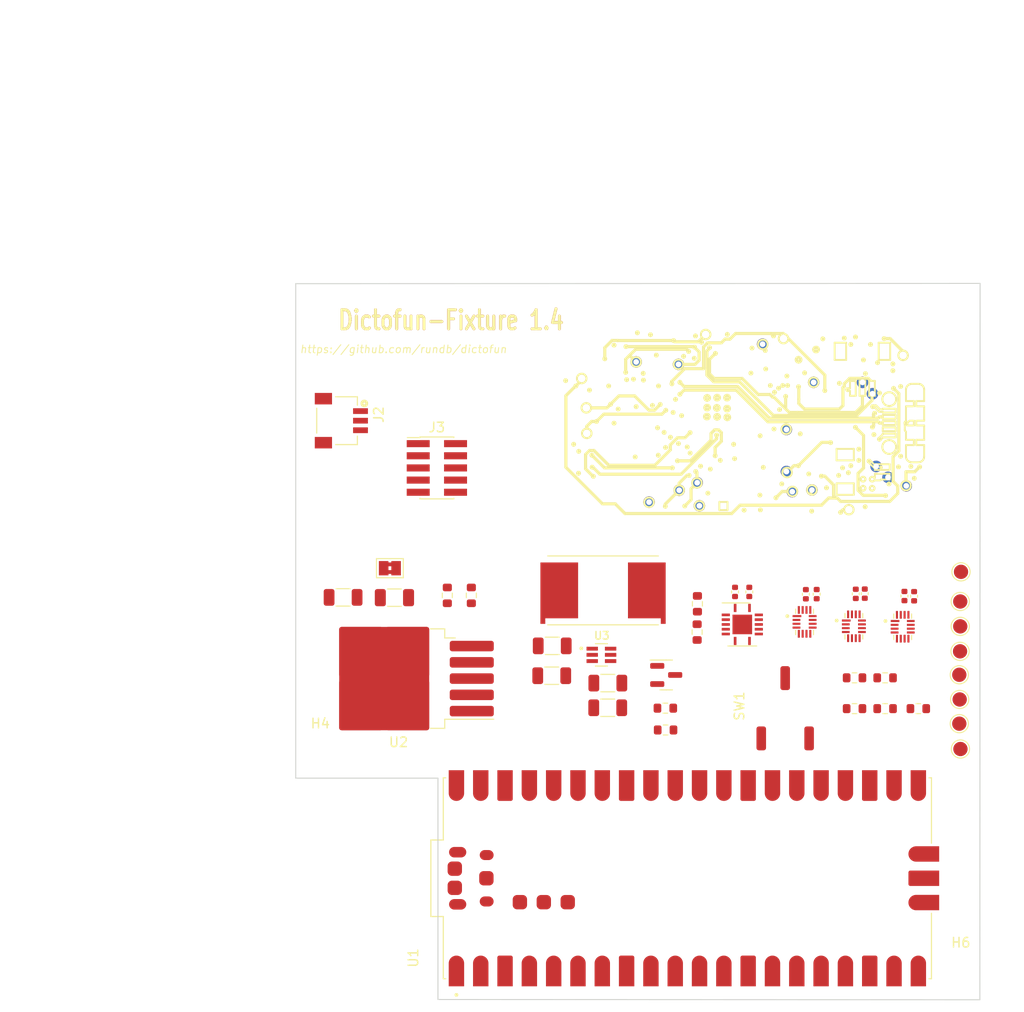
<source format=kicad_pcb>
(kicad_pcb (version 20221018) (generator pcbnew)
  (layers (0 "F.Cu" signal) (31 "B.Cu" signal) (34 "B.Paste" user) (35 "F.Paste" user) (36 "B.SilkS" user "B.Silkscreen") (37 "F.SilkS" user "F.Silkscreen") (38 "B.Mask" user) (39 "F.Mask" user) (44 "Edge.Cuts" user))
  (net 0 "")
  (net 4 "GND")
  (net 5 "+3.3V")
  (net 6 "GNDA")
  (net 7 "+3.3VADC")
  (net 8 "+5V")
  (net 9 "VDD")
  (net 10 "+1.8V")
  (net 11 "/BUTTON")
  (net 12 "/BATT+")
  (net 13 "Net-(JP5-B)")
  (net 14 "Net-(U2-ADJ)")
  (net 15 "Net-(U1-GP6)")
  (net 26 "Net-(Q1-G)")
  (net 28 "VREF_IN")
  (net 29 "SWDIO")
  (net 30 "BUTTON_CTRL")
  (net 31 "SENSE_3.3V")
  (net 32 "BUTTON_DIVIDED")
  (net 33 "/RP2040 and Shifters/OE_CTRL")
  (net 34 "Net-(U1-GP13)")
  (net 36 "/RP2040 and Shifters/BUTTON_INPUT_SENSED")
  (net 37 "/RP2040 and Shifters/PDM_DATA")
  (net 38 "CURRENT_SENSE")
  (net 39 "/RP2040 and Shifters/I2C_DATA")
  (net 48 "Net-(U1-USB_SHIELD-PadA)")
  (net 58 "/I2C_DATA_1.8")
  (net 59 "/UART_TX_TO_MCU_1.8")
  (net 60 "FF_CLK_1.8")
  (net 61 "FF_D_1.8")
  (net 62 "/FF_Q")
  (net 63 "I2C_CLK_1.8")
  (net 64 "/UART_TX")
  (net 65 "/UART_RX")
  (net 66 "SWDIO_1.8")
  (net 67 "SWDCLK_1.8")
  (net 68 "UART_RX_1.8")
  (net 69 "UART_TX_1.8")
  (net 70 "/RP2040 and Shifters/UART_RX")
  (net 71 "/RP2040 and Shifters/UART_TX")
  (net 72 "/RP2040 and Shifters/RESET")
  (net 73 "/RP2040 and Shifters/SWDCLK")
  (net 74 "/RP2040 and Shifters/PDM_CLK")
  (net 75 "/RP2040 and Shifters/FF_Q")
  (net 76 "/RP2040 and Shifters/FF_D")
  (net 77 "/RP2040 and Shifters/FF_CLK")
  (net 78 "/RP2040 and Shifters/I2C_CLK")
  (net 79 "/RP2040 and Shifters/VREF_IN")
  (net 80 "RESET_1.8")
  (net 81 "PDM_CLK_1.8")
  (net 82 "VREF_IN_1.8")
  (net 83 "FF_Q_1.8")
  (footprint "fixture:POGO" (layer "F.Cu") (at 117.330886 76.5585)
    (fp_text reference "POGO12" hide)
    (fp_text value "pogo")
  )
  (footprint "Jumper:SolderJumper-2_P1.3mm_Bridged2Bar_Pad1.0x1.5mm" (layer "F.Cu") (at 91.6 98.12)
    (fp_text reference "JP5" hide)
    (fp_text value "Jumper_2_Bridged")
  )
  (footprint "TestPoint:TestPoint_Pad_D1.5mm" (layer "F.Cu") (at 151.13 111.84 90)
    (fp_text reference "BUTTON1" hide)
    (fp_text value " ")
  )
  (footprint "Resistor_SMD:R_0603_1608Metric" (layer "F.Cu") (at 140.145 112.8)
    (fp_text reference "R7" hide)
    (fp_text value "200K")
  )
  (footprint "fixture:POGO" (layer "F.Cu") (at 123.706286 89.1823)
    (fp_text reference "POGO21" hide)
    (fp_text value "pogo")
  )
  (footprint "fixture:POGO" (layer "F.Cu") (at 123.934886 91.5953)
    (fp_text reference "POGO14" hide)
    (fp_text value "pogo")
  )
  (footprint "fixture:POGO" (layer "F.Cu") (at 121.750486 76.8125)
    (fp_text reference "POGO11" hide)
    (fp_text value "pogo")
  )
  (footprint "df_footprints:MODULE_SC0915" (layer "F.Cu") (at 122.682 130.5306 90)
    (fp_text reference "U1")
    (fp_text value "SC0915")
  )
  (footprint "Resistor_SMD:R_0603_1608Metric" (layer "F.Cu") (at 146.81 112.8)
    (fp_text reference "R9" hide)
    (fp_text value "1K")
  )
  (footprint "Capacitor_SMD:C_0402_1005Metric" (layer "F.Cu") (at 129.15 100.6 90)
    (fp_text reference "C11" hide)
    (fp_text value "100n")
  )
  (footprint "Resistor_SMD:R_1206_3216Metric" (layer "F.Cu") (at 114.36 112.71)
    (fp_text reference "C1" hide)
    (fp_text value "1u")
  )
  (footprint "MountingHole:MountingHole_2.1mm" (layer "F.Cu") (at 146.81 94.17)
    (fp_text reference "H9" hide)
    (fp_text value "Stand Mount")
  )
  (footprint "Resistor_SMD:R_1206_3216Metric" (layer "F.Cu") (at 108.56 106.24 180)
    (fp_text reference "C8" hide)
    (fp_text value "100n")
  )
  (footprint "fixture:POGO" (layer "F.Cu") (at 135.872886 78.6921)
    (fp_text reference "POGO3" hide)
    (fp_text value "pogo")
  )
  (footprint "Capacitor_SMD:C_0402_1005Metric" (layer "F.Cu") (at 140.275 100.8 90)
    (fp_text reference "C6" hide)
    (fp_text value "100n")
  )
  (footprint "df_footprints:QFN40P260X180X55-16N" (layer "F.Cu") (at 134.925 103.73)
    (fp_text reference "U4" hide)
    (fp_text value "SN74AVC4T774RSVR")
  )
  (footprint "Resistor_SMD:R_0603_1608Metric" (layer "F.Cu") (at 120.405 115.03 180)
    (fp_text reference "R4" hide)
    (fp_text value "100K")
  )
  (footprint "fixture:POGO" (layer "F.Cu") (at 133.028086 88.0139)
    (fp_text reference "POGO7" hide)
    (fp_text value "pogo")
  )
  (footprint "fixture:POGO" (layer "F.Cu") (at 121.826686 89.9697)
    (fp_text reference "POGO22" hide)
    (fp_text value "pogo")
  )
  (footprint "MountingHole:MountingHole_2.1mm" (layer "F.Cu") (at 111.13 93.93)
    (fp_text reference "H10" hide)
    (fp_text value "Stand Mount")
  )
  (footprint "Package_DFN_QFN:Texas_S-PVQFN-N14" (layer "F.Cu") (at 128.42 104)
    (fp_text reference "U5" hide)
    (fp_text value "TXB0104RGY")
  )
  (footprint "Resistor_SMD:R_0603_1608Metric" (layer "F.Cu") (at 143.34 109.58)
    (fp_text reference "R11" hide)
    (fp_text value "100K")
  )
  (footprint "TestPoint:TestPoint_Pad_D1.5mm" (layer "F.Cu") (at 151.09 109.26 90)
    (fp_text reference "BATT+1" hide)
    (fp_text value " ")
  )
  (footprint "TestPoint:TestPoint_Pad_D1.5mm" (layer "F.Cu") (at 151.09 114.37 90)
    (fp_text reference "FF_Q1" hide)
    (fp_text value " ")
  )
  (footprint "Resistor_SMD:R_0603_1608Metric" (layer "F.Cu") (at 140.145 109.58)
    (fp_text reference "R12" hide)
    (fp_text value "1K")
  )
  (footprint "Capacitor_SMD:C_0402_1005Metric" (layer "F.Cu") (at 135.06 100.84 90)
    (fp_text reference "C3" hide)
    (fp_text value "100n")
  )
  (footprint "Connector_PinHeader_1.27mm:PinHeader_2x05_P1.27mm_Vertical_SMD" (layer "F.Cu") (at 96.51 87.64)
    (fp_text reference "J3")
    (fp_text value "Conn_ARM_JTAG_SWD_10")
  )
  (footprint "df_footprints:QFN40P260X180X55-16N" (layer "F.Cu") (at 145.175 104.24)
    (fp_text reference "U7" hide)
    (fp_text value "SN74AVC4T774RSVR")
  )
  (footprint "Resistor_SMD:R_0603_1608Metric" (layer "F.Cu") (at 123.73 101.84 -90)
    (fp_text reference "R5" hide)
    (fp_text value "100K")
  )
  (footprint "fixture:POGO" (layer "F.Cu") (at 133.028086 83.6197)
    (fp_text reference "POGO10" hide)
    (fp_text value "pogo")
  )
  (footprint "Resistor_SMD:R_0603_1608Metric" (layer "F.Cu") (at 143.34 112.8)
    (fp_text reference "R8" hide)
    (fp_text value "300K")
  )
  (footprint "fixture:POGO" (layer "F.Cu") (at 140.978286 78.6921)
    (fp_text reference "POGO1" hide)
    (fp_text value "pogo")
  )
  (footprint "Resistor_SMD:R_0603_1608Metric" (layer "F.Cu") (at 97.6 100.96 90)
    (fp_text reference "R1" hide)
    (fp_text value "415")
  )
  (footprint "Resistor_SMD:R_1206_3216Metric" (layer "F.Cu") (at 114.37 110.13)
    (fp_text reference "C5" hide)
    (fp_text value "100n")
  )
  (footprint "df_footprints:SOT65P210X110-6N" (layer "F.Cu") (at 113.7 107.18)
    (fp_text reference "U3")
    (fp_text value "INA186A5IDCKR")
  )
  (footprint "MountingHole:MountingHole_2.1mm" (layer "F.Cu") (at 84.1248 71.4248)
    (fp_text reference "H3" hide)
    (fp_text value "Outer PCB Mount")
  )
  (footprint "Capacitor_SMD:C_0402_1005Metric" (layer "F.Cu") (at 141.215 100.78 90)
    (fp_text reference "C13" hide)
    (fp_text value "100n")
  )
  (footprint "MountingHole:MountingHole_2.1mm" (layer "F.Cu") (at 151.25 140.46)
    (fp_text reference "H6")
    (fp_text value "Outer PCB Mount")
  )
  (footprint "fixture:POGO" (layer "F.Cu") (at 142.400686 87.4805)
    (fp_text reference "POGO19" hide)
    (fp_text value "pogo")
  )
  (footprint "Resistor_SMD:R_0603_1608Metric" (layer "F.Cu") (at 123.7 104.8 -90)
    (fp_text reference "R6" hide)
    (fp_text value "100K")
  )
  (footprint "Capacitor_SMD:C_0402_1005Metric" (layer "F.Cu") (at 146.37 101.05 90)
    (fp_text reference "C14" hide)
    (fp_text value "100n")
  )
  (footprint "fixture:POGO" (layer "F.Cu") (at 142.019686 79.8859)
    (fp_text reference "POGO5" hide)
    (fp_text value "pogo")
  )
  (footprint "Package_TO_SOT_SMD:TO-263-5_TabPin3" (layer "F.Cu") (at 92.505 109.66 180)
    (fp_text reference "U2")
    (fp_text value "MIC29302WU")
  )
  (footprint "Capacitor_SMD:C_0402_1005Metric" (layer "F.Cu") (at 136.19 100.83 90)
    (fp_text reference "C12" hide)
    (fp_text value "100n")
  )
  (footprint "fixture:POGO" (layer "F.Cu") (at 145.550286 89.5125)
    (fp_text reference "POGO13" hide)
    (fp_text value "pogo")
  )
  (footprint "Resistor_SMD:R_0603_1608Metric" (layer "F.Cu") (at 120.38 112.75 180)
    (fp_text reference "R10" hide)
    (fp_text value "1K")
  )
  (footprint "Package_TO_SOT_SMD:SOT-23" (layer "F.Cu") (at 120.47 109.28)
    (fp_text reference "Q1" hide)
    (fp_text value "NMOS")
  )
  (footprint "Resistor_SMD:R_0603_1608Metric" (layer "F.Cu") (at 100.11 100.96 90)
    (fp_text reference "R2" hide)
    (fp_text value "187")
  )
  (footprint "df_footprints:K3-1235S-f1" (layer "F.Cu") (at 130.4 115.91 90)
    (fp_text reference "SW1")
    (fp_text value "SW_SPDT")
  )
  (footprint "MountingHole:MountingHole_2.1mm" (layer "F.Cu") (at 112.5 70.42)
    (fp_text reference "H8" hide)
    (fp_text value "Stand Mount")
  )
  (footprint "Capacitor_SMD:C_0402_1005Metric" (layer "F.Cu") (at 127.66 100.6 90)
    (fp_text reference "C2" hide)
    (fp_text value "100n")
  )
  (footprint "fixture:POGO" (layer "F.Cu") (at 118.677086 91.2143)
    (fp_text reference "POGO2" hide)
    (fp_text value "pogo")
  )
  (footprint "TestPoint:TestPoint_Pad_D1.5mm" (layer "F.Cu") (at 151.17 106.81 90)
    (fp_text reference "FF_CLK1" hide)
    (fp_text value " ")
  )
  (footprint "MountingHole:MountingHole_2.1mm" (layer "F.Cu") (at 151.0792 71.4248)
    (fp_text reference "H5" hide)
    (fp_text value "Outer PCB Mount")
  )
  (footprint "df_footprints:JST_SM03B-SRSS-TB_LF__SN_" (layer "F.Cu") (at 88.53 82.7 -90)
    (fp_text reference "J2")
    (fp_text value "SM03B-SRSS-TB_LF__SN_")
  )
  (footprint "TestPoint:TestPoint_Pad_D1.5mm" (layer "F.Cu") (at 151.19 101.59936 90)
    (fp_text reference "I2C_SDA1" hide)
    (fp_text value " ")
  )
  (footprint "MountingHole:MountingHole_2.1mm" (layer "F.Cu") (at 139.4 70.49)
    (fp_text reference "H7" hide)
    (fp_text value "Stand Mount")
  )
  (footprint "fixture:POGO" (layer "F.Cu") (at 130.538886 74.7043)
    (fp_text reference "POGO16" hide)
    (fp_text value "pogo")
  )
  (footprint "fixture:POGO" (layer "F.Cu") (at 135.695086 89.9443)
    (fp_text reference "POGO15" hide)
    (fp_text value "pogo")
  )
  (footprint "TestPoint:TestPoint_Pad_D1.5mm" (layer "F.Cu") (at 151.27 98.5 90)
    (fp_text reference "VCC_SENSE1" hide)
    (fp_text value " ")
  )
  (footprint "Capacitor_SMD:C_1206_3216Metric" (layer "F.Cu") (at 92.075 101.2)
    (fp_text reference "C10" hide)
    (fp_text value "22u")
  )
  (footprint "Resistor_SMD:R_1206_3216Metric" (layer "F.Cu") (at 108.51 109.36 180)
    (fp_text reference "C4" hide)
    (fp_text value "1u")
  )
  (footprint "df_footprints:QFN40P260X180X55-16N" (layer "F.Cu") (at 140.075 104.19)
    (fp_text reference "U6" hide)
    (fp_text value "SN74AVC4T774RSVR")
  )
  (footprint "TestPoint:TestPoint_Pad_D1.5mm" (layer "F.Cu") (at 151.21 117.02 90)
    (fp_text reference "FF_D1" hide)
    (fp_text value " ")
  )
  (footprint "Capacitor_SMD:C_0402_1005Metric" (layer "F.Cu") (at 145.36 101.03 90)
    (fp_text reference "C7" hide)
    (fp_text value "100n")
  )
  (footprint "TestPoint:TestPoint_Pad_D1.5mm" (layer "F.Cu") (at 151.19 104.2 90)
    (fp_text reference "I2C_CLK1" hide)
    (fp_text value " ")
  )
  (footprint "fixture:POGO" (layer "F.Cu") (at 133.637686 90.1221)
    (fp_text reference "POGO8" hide)
    (fp_text value "pogo")
  )
  (footprint "Resistor_SMD:R_1206_3216Metric" (layer "F.Cu") (at 86.71 101.17)
    (fp_text reference "C9" hide)
    (fp_text value "10u")
  )
  (footprint "Resistor_SMD:R_Shunt_Vishay_WSR2_WSR3_KelvinConnection" (layer "F.Cu") (at 113.87 100.73)
    (fp_text reference "R3" hide)
    (fp_text value "0.04")
  )
  (footprint "fixture:POGO" (layer "F.Cu") (at 143.645286 88.6235)
    (fp_text reference "POGO6" hide)
    (fp_text value "pogo")
  )
  (footprint "MountingHole:MountingHole_2.1mm" (layer "F.Cu") (at 84.33 117.55)
    (fp_text reference "H4")
    (fp_text value "Outer PCB Mount")
  )
  (gr_line locked (start 124.671486 90.2745) (end 124.691806 90.19957) (stroke (width 0.2)) (layer "F.SilkS"))
  (gr_line locked (start 134.34787 76.034498) (end 134.445914 76.070058) (stroke (width 0.2)) (layer "F.SilkS"))
  (gr_line locked (start 115.371784 74.375878) (end 114.839146 74.375878) (stroke (width 0.2)) (layer "F.SilkS"))
  (gr_line locked (start 139.7568 87.254186) (end 139.83173 87.274506) (stroke (width 0.2)) (layer "F.SilkS"))
  (gr_line locked (start 146.31127 88.854894) (end 146.256406 88.80003) (stroke (width 0.2)) (layer "F.SilkS"))
  (gr_line locked (start 127.465486 86.6677) (end 127.485806 86.59277) (stroke (width 0.2)) (layer "F.SilkS"))
  (gr_line locked (start 116.26307 78.542494) (end 116.208206 78.48763) (stroke (width 0.2)) (layer "F.SilkS"))
  (gr_line locked (start 144.301114 76.7617) (end 144.280794 76.83663) (stroke (width 0.2)) (layer "F.SilkS"))
  (gr_line locked (start 135.512714 88.2679) (end 135.492394 88.34283) (stroke (width 0.2)) (layer "F.SilkS"))
  (gr_line locked (start 143.095122 82.36367) (end 142.783972 82.36367) (stroke (width 0.2)) (layer "F.SilkS"))
  (gr_line locked (start 134.145686 79.1493) (end 134.166006 79.07437) (stroke (width 0.2)) (layer "F.SilkS"))
  (gr_line locked (start 116.31133 77.520906) (end 116.366194 77.57577) (stroke (width 0.2)) (layer "F.SilkS"))
  (gr_line locked (start 116.488114 78.4127) (end 116.467794 78.48763) (stroke (width 0.2)) (layer "F.SilkS"))
  (gr_line locked (start 126.588932 74.124926) (end 126.620682 74.111718) (stroke (width 0.2)) (layer "F.SilkS"))
  (gr_line locked (start 144.07607 77.602694) (end 144.021206 77.54783) (stroke (width 0.2)) (layer "F.SilkS"))
  (gr_line locked (start 145.520314 83.847792) (end 145.432684 83.760416) (stroke (width 0.2)) (layer "F.SilkS"))
  (gr_line locked (start 109.9626 78.664414) (end 109.88767 78.644094) (stroke (width 0.2)) (layer "F.SilkS"))
  (gr_circle locked (center 140.595 85.6771) (end 140.695 85.6771) (stroke (width 0.2)) (fill none) (layer "F.SilkS"))
  (gr_line locked (start 141.13348 84.195264) (end 141.152022 84.240222) (stroke (width 0.2)) (layer "F.SilkS"))
  (gr_line locked (start 121.107104 74.2598) (end 121.110406 74.24837) (stroke (width 0.2)) (layer "F.SilkS"))
  (gr_circle locked (center 119.6654 79.0731) (end 119.7654 79.0731) (stroke (width 0.2)) (fill none) (layer "F.SilkS"))
  (gr_line locked (start 136.6834 88.646614) (end 136.60847 88.626294) (stroke (width 0.2)) (layer "F.SilkS"))
  (gr_line locked (start 141.754256 89.669472) (end 141.808358 89.588446) (stroke (width 0.2)) (layer "F.SilkS"))
  (gr_circle locked (center 124.7454 81.3337) (end 124.8954 81.3337) (stroke (width 0.2)) (fill none) (layer "F.SilkS"))
  (gr_line locked (start 140.320172 73.820126) (end 140.375036 73.87499) (stroke (width 0.2)) (layer "F.SilkS"))
  (gr_line locked (start 139.42787 88.270694) (end 139.373006 88.21583) (stroke (width 0.2)) (layer "F.SilkS"))
  (gr_line locked (start 147.12026 78.930606) (end 147.244466 79.025856) (stroke (width 0.2)) (layer "F.SilkS"))
  (gr_line locked (start 140.2394 83.240986) (end 140.31433 83.261306) (stroke (width 0.2)) (layer "F.SilkS"))
  (gr_line locked (start 136.9755 79.422604) (end 136.9755 77.956516) (stroke (width 0.2)) (layer "F.SilkS"))
  (gr_line locked (start 133.357016 81.7782) (end 134.2196 81.7782) (stroke (width 0.2)) (layer "F.SilkS"))
  (gr_line locked (start 126.06874 82.196284) (end 126.086774 82.2989) (stroke (width 0.2)) (layer "F.SilkS"))
  (gr_line locked (start 130.412394 84.20517) (end 130.432714 84.2801) (stroke (width 0.2)) (layer "F.SilkS"))
  (gr_line locked (start 117.536372 76.103586) (end 117.656006 76.180548) (stroke (width 0.2)) (layer "F.SilkS"))
  (gr_line locked (start 121.039794 84.50743) (end 120.98493 84.562294) (stroke (width 0.2)) (layer "F.SilkS"))
  (gr_line locked (start 125.045374 81.3337) (end 125.02734 81.436316) (stroke (width 0.2)) (layer "F.SilkS"))
  (gr_line locked (start 131.052982 82.862018) (end 131.0446 82.858462) (stroke (width 0.2)) (layer "F.SilkS"))
  (gr_line locked (start 120.94048 85.799528) (end 119.33901 87.400744) (stroke (width 0.2)) (layer "F.SilkS"))
  (gr_line locked (start 123.98467 87.325306) (end 124.0596 87.304986) (stroke (width 0.2)) (layer "F.SilkS"))
  (gr_line locked (start 141.023498 81.16098) (end 141.015116 81.1813) (stroke (width 0.2)) (layer "F.SilkS"))
  (gr_line locked (start 134.140606 89.95573) (end 134.160926 90.0967) (stroke (width 0.2)) (layer "F.SilkS"))
  (gr_line locked (start 131.803806 90.83203) (end 131.783486 90.7571) (stroke (width 0.2)) (layer "F.SilkS"))
  (gr_line locked (start 145.093594 79.19883) (end 145.03873 79.253694) (stroke (width 0.2)) (layer "F.SilkS"))
  (gr_line locked (start 144.9638 79.274014) (end 144.88887 79.253694) (stroke (width 0.2)) (layer "F.SilkS"))
  (gr_line locked (start 122.9674 86.233614) (end 122.89247 86.213294) (stroke (width 0.2)) (layer "F.SilkS"))
  (gr_line locked (start 121.496486 86.8963) (end 121.516806 86.82137) (stroke (width 0.2)) (layer "F.SilkS"))
  (gr_line locked (start 117.306502 75.298914) (end 116.732716 75.8727) (stroke (width 0.2)) (layer "F.SilkS"))
  (gr_circle locked (center 137.2168 89.7157) (end 137.3168 89.7157) (stroke (width 0.2)) (fill none) (layer "F.SilkS"))
  (gr_line locked (start 138.4868 88.570414) (end 138.41187 88.550094) (stroke (width 0.2)) (layer "F.SilkS"))
  (gr_line locked (start 135.94172 79.186892) (end 135.79948 79.186892) (stroke (width 0.2)) (layer "F.SilkS"))
  (gr_line locked (start 138.270138 90.450014) (end 138.270138 89.250118) (stroke (width 0.2)) (layer "F.SilkS"))
  (gr_line locked (start 141.035182 90.015166) (end 140.939424 89.996116) (stroke (width 0.2)) (layer "F.SilkS"))
  (gr_line locked (start 120.98493 84.562294) (end 120.91 84.582614) (stroke (width 0.2)) (layer "F.SilkS"))
  (gr_line locked (start 139.50153 79.324306) (end 139.504578 79.3271) (stroke (width 0.2)) (layer "F.SilkS"))
  (gr_line locked (start 145.600578 79.150062) (end 145.695828 79.025856) (stroke (width 0.2)) (layer "F.SilkS"))
  (gr_line locked (start 139.632594 88.06597) (end 139.652914 88.1409) (stroke (width 0.2)) (layer "F.SilkS"))
  (gr_line locked (start 142.27013 88.688016) (end 142.27013 88.25012) (stroke (width 0.2)) (layer "F.SilkS"))
  (gr_line locked (start 123.452794 91.73627) (end 123.432474 91.5953) (stroke (width 0.2)) (layer "F.SilkS"))
  (gr_line locked (start 130.20767 84.150306) (end 130.2826 84.129986) (stroke (width 0.2)) (layer "F.SilkS"))
  (gr_line locked (start 124.69333 81.629102) (end 124.595286 81.593542) (stroke (width 0.2)) (layer "F.SilkS"))
  (gr_line locked (start 132.774594 88.493452) (end 132.681376 88.385756) (stroke (width 0.2)) (layer "F.SilkS"))
  (gr_line locked (start 123.269406 76.25243) (end 123.249086 76.1775) (stroke (width 0.2)) (layer "F.SilkS"))
  (gr_line locked (start 124.099224 88.937444) (end 124.158406 89.06673) (stroke (width 0.2)) (layer "F.SilkS"))
  (gr_line locked (start 139.652914 88.1409) (end 139.632594 88.21583) (stroke (width 0.2)) (layer "F.SilkS"))
  (gr_line locked (start 131.580286 83.5689) (end 131.600606 83.49397) (stroke (width 0.2)) (layer "F.SilkS"))
  (gr_line locked (start 145.010028 75.417786) (end 145.06032 75.403054) (stroke (width 0.2)) (layer "F.SilkS"))
  (gr_line locked (start 141.20587 77.907494) (end 141.151006 77.85263) (stroke (width 0.2)) (layer "F.SilkS"))
  (gr_line locked (start 129.430938 74.960586) (end 129.506122 74.980906) (stroke (width 0.2)) (layer "F.SilkS"))
  (gr_line locked (start 122.58767 85.318706) (end 122.6626 85.298386) (stroke (width 0.2)) (layer "F.SilkS"))
  (gr_line locked (start 137.5089 85.0294) (end 136.744868 85.0294) (stroke (width 0.2)) (layer "F.SilkS"))
  (gr_line locked (start 141.544706 78.334722) (end 139.670694 78.334722) (stroke (width 0.2)) (layer "F.SilkS"))
  (gr_line locked (start 145.419222 83.742128) (end 145.415666 83.73908) (stroke (width 0.2)) (layer "F.SilkS"))
  (gr_line locked (start 113.905442 81.974542) (end 113.9504 81.956) (stroke (width 0.2)) (layer "F.SilkS"))
  (gr_line locked (start 121.776394 86.97123) (end 121.72153 87.026094) (stroke (width 0.2)) (layer "F.SilkS"))
  (gr_line locked (start 132.622194 88.25647) (end 132.601874 88.1155) (stroke (width 0.2)) (layer "F.SilkS"))
  (gr_line locked (start 131.11572 82.750004) (end 142.1444 82.750004) (stroke (width 0.2)) (layer "F.SilkS"))
  (gr_line locked (start 131.70627 79.863294) (end 131.651406 79.80843) (stroke (width 0.2)) (layer "F.SilkS"))
  (gr_line locked (start 117.25748 77.053292) (end 117.120828 77.013414) (stroke (width 0.2)) (layer "F.SilkS"))
  (gr_line locked (start 112.329372 81.814014) (end 112.19272 81.853892) (stroke (width 0.2)) (layer "F.SilkS"))
  (gr_line locked (start 120.9735 78.6159) (end 120.981628 78.596342) (stroke (width 0.2)) (layer "F.SilkS"))
  (gr_line locked (start 113.32556 82.734002) (end 113.338514 82.7815) (stroke (width 0.2)) (layer "F.SilkS"))
  (gr_line locked (start 124.800772 73.233386) (end 124.920406 73.310348) (stroke (width 0.2)) (layer "F.SilkS"))
  (gr_line locked (start 125.936914 80.552142) (end 125.83887 80.587702) (stroke (width 0.2)) (layer "F.SilkS"))
  (gr_line locked (start 116.208206 78.33777) (end 116.26307 78.282906) (stroke (width 0.2)) (layer "F.SilkS"))
  (gr_line locked (start 141.04712 90.5666) (end 141.002162 90.548058) (stroke (width 0.2)) (layer "F.SilkS"))
  (gr_line locked (start 145.672714 82.9593) (end 145.652394 83.03423) (stroke (width 0.2)) (layer "F.SilkS"))
  (gr_line locked (start 110.650686 85.1691) (end 110.671006 85.09417) (stroke (width 0.2)) (layer "F.SilkS"))
  (gr_line locked (start 112.860994 87.48177) (end 112.875218 87.534856) (stroke (width 0.2)) (layer "F.SilkS"))
  (gr_line locked (start 128.122584 78.7048) (end 125.4312 78.7048) (stroke (width 0.2)) (layer "F.SilkS"))
  (gr_line locked (start 110.879286 79.0731) (end 110.899606 78.99817) (stroke (width 0.2)) (layer "F.SilkS"))
  (gr_line locked (start 145.520314 82.70022) (end 145.520314 81.200096) (stroke (width 0.2)) (layer "F.SilkS"))
  (gr_line locked (start 117.199314 78.3619) (end 117.178994 78.43683) (stroke (width 0.2)) (layer "F.SilkS"))
  (gr_line locked (start 114.4584 79.223214) (end 114.38347 79.202894) (stroke (width 0.2)) (layer "F.SilkS"))
  (gr_line locked (start 146.343274 85.250126) (end 146.343274 84.700216) (stroke (width 0.2)) (layer "F.SilkS"))
  (gr_line locked (start 127.355758 92.453058) (end 127.3108 92.4716) (stroke (width 0.2)) (layer "F.SilkS"))
  (gr_line locked (start 130.768502 75.22754) (end 130.816 75.214586) (stroke (width 0.2)) (layer "F.SilkS"))
  (gr_line locked (start 124.113194 73.54733) (end 124.172376 73.418044) (stroke (width 0.2)) (layer "F.SilkS"))
  (gr_line locked (start 141.985142 89.51504) (end 142.0809 89.53409) (stroke (width 0.2)) (layer "F.SilkS"))
  (gr_line locked (start 123.04233 86.213294) (end 122.9674 86.233614) (stroke (width 0.2)) (layer "F.SilkS"))
  (gr_line locked (start 123.9707 75.5171) (end 123.9707 76.3807) (stroke (width 0.2)) (layer "F.SilkS"))
  (gr_circle locked (center 123.3992 76.1775) (end 123.4992 76.1775) (stroke (width 0.2)) (fill none) (layer "F.SilkS"))
  (gr_line locked (start 126.978314 81.175458) (end 127.05807 81.242514) (stroke (width 0.2)) (layer "F.SilkS"))
  (gr_circle locked (center 120.4274 81.6131) (end 120.5274 81.6131) (stroke (width 0.2)) (fill none) (layer "F.SilkS"))
  (gr_line locked (start 124.006006 89.585652) (end 123.886372 89.662614) (stroke (width 0.2)) (layer "F.SilkS"))
  (gr_line locked (start 117.221158 80.069542) (end 118.686484 81.535122) (stroke (width 0.2)) (layer "F.SilkS"))
  (gr_line locked (start 129.356008 74.980906) (end 129.430938 74.960586) (stroke (width 0.2)) (layer "F.SilkS"))
  (gr_line locked (start 118.467028 90.784786) (end 118.60368 90.744908) (stroke (width 0.2)) (layer "F.SilkS"))
  (gr_line locked (start 143.518794 90.60343) (end 143.46393 90.658294) (stroke (width 0.2)) (layer "F.SilkS"))
  (gr_line locked (start 111.334454 78.678384) (end 111.311594 78.663652) (stroke (width 0.2)) (layer "F.SilkS"))
  (gr_line locked (start 142.383668 81.11018) (end 142.410084 81.127198) (stroke (width 0.2)) (layer "F.SilkS"))
  (gr_line locked (start 142.680594 76.55977) (end 142.700914 76.6347) (stroke (width 0.2)) (layer "F.SilkS"))
  (gr_line locked (start 145.093594 86.33877) (end 145.113914 86.4137) (stroke (width 0.2)) (layer "F.SilkS"))
  (gr_line locked (start 123.701714 88.0139) (end 123.694348 88.041332) (stroke (width 0.2)) (layer "F.SilkS"))
  (gr_line locked (start 124.1612 74.350986) (end 124.23613 74.371306) (stroke (width 0.2)) (layer "F.SilkS"))
  (gr_line locked (start 136.370726 78.6921) (end 136.350406 78.83307) (stroke (width 0.2)) (layer "F.SilkS"))
  (gr_line locked (start 123.808648 74.3868) (end 123.811442 74.379942) (stroke (width 0.2)) (layer "F.SilkS"))
  (gr_line locked (start 144.151 76.611586) (end 144.22593 76.631906) (stroke (width 0.2)) (layer "F.SilkS"))
  (gr_line locked (start 125.021244 75.203918) (end 124.866558 75.358858) (stroke (width 0.2)) (layer "F.SilkS"))
  (gr_line locked (start 134.3847 80.4447) (end 134.3847 80.875484) (stroke (width 0.2)) (layer "F.SilkS"))
  (gr_line locked (start 130.061874 74.7297) (end 130.082194 74.58873) (stroke (width 0.2)) (layer "F.SilkS"))
  (gr_line locked (start 136.813194 88.57143) (end 136.75833 88.626294) (stroke (width 0.2)) (layer "F.SilkS"))
  (gr_line locked (start 138.61507 92.410894) (end 138.560206 92.35603) (stroke (width 0.2)) (layer "F.SilkS"))
  (gr_line locked (start 121.342308 81.8417) (end 121.322242 81.91663) (stroke (width 0.2)) (layer "F.SilkS"))
  (gr_line locked (start 124.97527 81.526486) (end 124.895514 81.593542) (stroke (width 0.2)) (layer "F.SilkS"))
  (gr_line locked (start 132.792628 83.139386) (end 132.92928 83.099508) (stroke (width 0.2)) (layer "F.SilkS"))
  (gr_line locked (start 137.189114 79.5557) (end 137.168794 79.63063) (stroke (width 0.2)) (layer "F.SilkS"))
  (gr_line locked (start 122.995594 88.34537) (end 123.015914 88.4203) (stroke (width 0.2)) (layer "F.SilkS"))
  (gr_line locked (start 116.106606 77.72563) (end 116.086286 77.6507) (stroke (width 0.2)) (layer "F.SilkS"))
  (gr_line locked (start 122.304206 90.11067) (end 122.245024 90.239956) (stroke (width 0.2)) (layer "F.SilkS"))
  (gr_line locked (start 143.366394 74.19503) (end 143.31153 74.249894) (stroke (width 0.2)) (layer "F.SilkS"))
  (gr_line locked (start 136.07253 74.967698) (end 136.17667 74.967698) (stroke (width 0.2)) (layer "F.SilkS"))
  (gr_line locked (start 123.421806 87.93897) (end 123.47667 87.884106) (stroke (width 0.2)) (layer "F.SilkS"))
  (gr_line locked (start 145.372486 82.9593) (end 145.392806 82.88437) (stroke (width 0.2)) (layer "F.SilkS"))
  (gr_line locked (start 131.399184 73.6502) (end 127.743616 73.6502) (stroke (width 0.2)) (layer "F.SilkS"))
  (gr_line locked (start 112.78327 88.651694) (end 112.728406 88.59683) (stroke (width 0.2)) (layer "F.SilkS"))
  (gr_circle locked (center 126.8536 82.3497) (end 127.0036 82.3497) (stroke (width 0.2)) (fill none) (layer "F.SilkS"))
  (gr_line locked (start 121.97553 78.562306) (end 122.030394 78.61717) (stroke (width 0.2)) (layer "F.SilkS"))
  (gr_line locked (start 118.95547 81.234894) (end 118.900606 81.18003) (stroke (width 0.2)) (layer "F.SilkS"))
  (gr_line locked (start 129.560986 75.03577) (end 129.581052 75.1107) (stroke (width 0.2)) (layer "F.SilkS"))
  (gr_line locked (start 121.779442 89.188142) (end 121.906442 89.061142) (stroke (width 0.2)) (layer "F.SilkS"))
  (gr_line locked (start 134.445914 79.1493) (end 134.425594 79.22423) (stroke (width 0.2)) (layer "F.SilkS"))
  (gr_line locked (start 136.17667 74.967698) (end 136.274714 75.003258) (stroke (width 0.2)) (layer "F.SilkS"))
  (gr_circle locked (center 121.9006 79.9367) (end 122.0006 79.9367) (stroke (width 0.2)) (fill none) (layer "F.SilkS"))
  (gr_line locked (start 118.16553 78.593294) (end 118.0906 78.613614) (stroke (width 0.2)) (layer "F.SilkS"))
  (gr_line locked (start 144.097406 79.25217) (end 144.15227 79.197306) (stroke (width 0.2)) (layer "F.SilkS"))
  (gr_line locked (start 112.7058 86.161986) (end 112.78073 86.182306) (stroke (width 0.2)) (layer "F.SilkS"))
  (gr_circle locked (center 142.246 81.9179) (end 142.346 81.9179) (stroke (width 0.2)) (fill none) (layer "F.SilkS"))
  (gr_line locked (start 134.85587 77.571706) (end 134.9308 77.551386) (stroke (width 0.2)) (layer "F.SilkS"))
  (gr_line locked (start 133.453028 89.641786) (end 133.58968 89.601908) (stroke (width 0.2)) (layer "F.SilkS"))
  (gr_circle locked (center 138.4868 88.4203) (end 138.5868 88.4203) (stroke (width 0.2)) (fill none) (layer "F.SilkS"))
  (gr_line locked (start 136.965594 74.07057) (end 136.985914 74.1455) (stroke (width 0.2)) (layer "F.SilkS"))
  (gr_line locked (start 131.860194 83.64383) (end 131.80533 83.698694) (stroke (width 0.2)) (layer "F.SilkS"))
  (gr_line locked (start 130.354228 74.274786) (end 130.49088 74.234908) (stroke (width 0.2)) (layer "F.SilkS"))
  (gr_line locked (start 121.67327 84.963106) (end 121.7482 84.942786) (stroke (width 0.2)) (layer "F.SilkS"))
  (gr_line locked (start 112.059624 78.555956) (end 111.966406 78.663652) (stroke (width 0.2)) (layer "F.SilkS"))
  (gr_line locked (start 140.804296 88.910774) (end 140.785246 88.815016) (stroke (width 0.2)) (layer "F.SilkS"))
  (gr_line locked (start 145.03873 86.543494) (end 144.9638 86.563814) (stroke (width 0.2)) (layer "F.SilkS"))
  (gr_line locked (start 136.078372 78.237186) (end 136.198006 78.314148) (stroke (width 0.2)) (layer "F.SilkS"))
  (gr_line locked (start 121.0624 78.994614) (end 120.98747 78.974294) (stroke (width 0.2)) (layer "F.SilkS"))
  (gr_line locked (start 142.019686 84.1531) (end 142.040006 84.07817) (stroke (width 0.2)) (layer "F.SilkS"))
  (gr_line locked (start 144.890394 76.250652) (end 144.797176 76.142956) (stroke (width 0.2)) (layer "F.SilkS"))
  (gr_line locked (start 142.0174 83.215586) (end 142.064898 83.22854) (stroke (width 0.2)) (layer "F.SilkS"))
  (gr_line locked (start 113.26333 82.911294) (end 113.1884 82.931614) (stroke (width 0.2)) (layer "F.SilkS"))
  (gr_line locked (start 141.035182 89.065206) (end 140.939424 89.046156) (stroke (width 0.2)) (layer "F.SilkS"))
  (gr_line locked (start 139.48248 92.496492) (end 139.345828 92.456614) (stroke (width 0.2)) (layer "F.SilkS"))
  (gr_line locked (start 125.713394 86.28797) (end 125.733714 86.3629) (stroke (width 0.2)) (layer "F.SilkS"))
  (gr_line locked (start 120.379394 83.99943) (end 120.32453 84.054294) (stroke (width 0.2)) (layer "F.SilkS"))
  (gr_line locked (start 119.693594 83.51683) (end 119.63873 83.571694) (stroke (width 0.2)) (layer "F.SilkS"))
  (gr_line locked (start 118.254176 90.969444) (end 118.347394 90.861748) (stroke (width 0.2)) (layer "F.SilkS"))
  (gr_line locked (start 144.15227 79.197306) (end 144.2272 79.176986) (stroke (width 0.2)) (layer "F.SilkS"))
  (gr_line locked (start 114.614102 81.11526) (end 114.325558 81.404058) (stroke (width 0.2)) (layer "F.SilkS"))
  (gr_line locked (start 119.160194 81.03017) (end 119.180514 81.1051) (stroke (width 0.2)) (layer "F.SilkS"))
  (gr_line locked (start 121.403776 90.239956) (end 121.344594 90.11067) (stroke (width 0.2)) (layer "F.SilkS"))
  (gr_line locked (start 137.57367 84.861506) (end 137.6486 84.841186) (stroke (width 0.2)) (layer "F.SilkS"))
  (gr_line locked (start 115.449 81.335986) (end 115.52393 81.356306) (stroke (width 0.2)) (layer "F.SilkS"))
  (gr_line locked (start 146.160394 87.40557) (end 146.180714 87.4805) (stroke (width 0.2)) (layer "F.SilkS"))
  (gr_line locked (start 124.895514 81.073858) (end 124.97527 81.140914) (stroke (width 0.2)) (layer "F.SilkS"))
  (gr_line locked (start 144.151 77.322786) (end 144.22593 77.343106) (stroke (width 0.2)) (layer "F.SilkS"))
  (gr_line locked (start 118.880286 81.1051) (end 118.900606 81.03017) (stroke (width 0.2)) (layer "F.SilkS"))
  (gr_line locked (start 144.07607 77.343106) (end 144.151 77.322786) (stroke (width 0.2)) (layer "F.SilkS"))
  (gr_line locked (start 139.200794 73.99437) (end 139.221114 74.0693) (stroke (width 0.2)) (layer "F.SilkS"))
  (gr_line locked (start 121.117264 81.971494) (end 121.0624 81.91663) (stroke (width 0.2)) (layer "F.SilkS"))
  (gr_line locked (start 139.115958 79.156666) (end 138.996578 79.276046) (stroke (width 0.2)) (layer "F.SilkS"))
  (gr_line locked (start 134.931816 81.4226) (end 138.536584 81.4226) (stroke (width 0.2)) (layer "F.SilkS"))
  (gr_line locked (start 135.517286 92.1541) (end 135.537606 92.07917) (stroke (width 0.2)) (layer "F.SilkS"))
  (gr_line locked (start 132.6448 78.872186) (end 132.71973 78.892506) (stroke (width 0.2)) (layer "F.SilkS"))
  (gr_line locked (start 130.945794 75.43963) (end 130.89093 75.494494) (stroke (width 0.2)) (layer "F.SilkS"))
  (gr_line locked (start 125.738794 75.74443) (end 125.68393 75.799294) (stroke (width 0.2)) (layer "F.SilkS"))
  (gr_line locked (start 141.2554 91.847014) (end 141.18047 91.826694) (stroke (width 0.2)) (layer "F.SilkS"))
  (gr_line locked (start 130.437794 91.95217) (end 130.458114 92.0271) (stroke (width 0.2)) (layer "F.SilkS"))
  (gr_line locked (start 122.239182 76.876) (end 122.228006 76.95347) (stroke (width 0.2)) (layer "F.SilkS"))
  (gr_line locked (start 141.943994 74.65477) (end 141.964314 74.7297) (stroke (width 0.2)) (layer "F.SilkS"))
  (gr_line locked (start 135.212994 90.08527) (end 135.192674 89.9443) (stroke (width 0.2)) (layer "F.SilkS"))
  (gr_line locked (start 138.199526 90.716714) (end 138.3344 90.716714) (stroke (width 0.2)) (layer "F.SilkS"))
  (gr_line locked (start 126.04207 86.715706) (end 126.117 86.695386) (stroke (width 0.2)) (layer "F.SilkS"))
  (gr_line locked (start 142.10884 81.965398) (end 142.095886 81.9179) (stroke (width 0.2)) (layer "F.SilkS"))
  (gr_line locked (start 145.40068 82.862018) (end 145.417698 82.835602) (stroke (width 0.2)) (layer "F.SilkS"))
  (gr_line locked (start 122.736006 88.34537) (end 122.79087 88.290506) (stroke (width 0.2)) (layer "F.SilkS"))
  (gr_line locked (start 132.342794 79.22677) (end 132.363114 79.3017) (stroke (width 0.2)) (layer "F.SilkS"))
  (gr_line locked (start 141.227714 76.3553) (end 141.207394 76.43023) (stroke (width 0.2)) (layer "F.SilkS"))
  (gr_line locked (start 112.542224 81.088844) (end 112.601406 81.21813) (stroke (width 0.2)) (layer "F.SilkS"))
  (gr_line locked (start 120.932606 78.76957) (end 120.984422 78.7175) (stroke (width 0.2)) (layer "F.SilkS"))
  (gr_line locked (start 123.1325 89.843716) (end 123.1325 90.9603) (stroke (width 0.2)) (layer "F.SilkS"))
  (gr_line locked (start 140.375036 74.025104) (end 140.320172 74.079968) (stroke (width 0.2)) (layer "F.SilkS"))
  (gr_line locked (start 111.71012 77.790908) (end 111.846772 77.830786) (stroke (width 0.2)) (layer "F.SilkS"))
  (gr_line locked (start 128.447958 78.240742) (end 130.105816 79.8986) (stroke (width 0.2)) (layer "F.SilkS"))
  (gr_line locked (start 142.227966 87.654998) (end 142.20028 87.640012) (stroke (width 0.2)) (layer "F.SilkS"))
  (gr_line locked (start 127.643794 85.09417) (end 127.664114 85.1691) (stroke (width 0.2)) (layer "F.SilkS"))
  (gr_line locked (start 134.150258 87.32937) (end 134.205122 87.274506) (stroke (width 0.2)) (layer "F.SilkS"))
  (gr_line locked (start 122.83024 83.997398) (end 122.817286 83.9499) (stroke (width 0.2)) (layer "F.SilkS"))
  (gr_line locked (start 130.742594 87.65703) (end 130.68773 87.711894) (stroke (width 0.2)) (layer "F.SilkS"))
  (gr_line locked (start 125.386242 78.686258) (end 124.675042 77.975058) (stroke (width 0.2)) (layer "F.SilkS"))
  (gr_line locked (start 114.531806 80.90317) (end 114.58667 80.848306) (stroke (width 0.2)) (layer "F.SilkS"))
  (gr_line locked (start 143.095122 82.100018) (end 144.445132 82.100018) (stroke (width 0.2)) (layer "F.SilkS"))
  (gr_line locked (start 121.601642 84.438342) (end 121.6466 84.4198) (stroke (width 0.2)) (layer "F.SilkS"))
  (gr_line locked (start 139.226194 92.379652) (end 139.132976 92.271956) (stroke (width 0.2)) (layer "F.SilkS"))
  (gr_line locked (start 116.732716 75.8727) (end 117.02507 76.165308) (stroke (width 0.2)) (layer "F.SilkS"))
  (gr_line locked (start 124.920406 74.066252) (end 124.800772 74.143214) (stroke (width 0.2)) (layer "F.SilkS"))
  (gr_line locked (start 121.192194 81.991814) (end 121.117264 81.971494) (stroke (width 0.2)) (layer "F.SilkS"))
  (gr_line locked (start 142.810388 88.933126) (end 142.780162 88.942016) (stroke (width 0.2)) (layer "F.SilkS"))
  (gr_line locked (start 123.6151 88.146996) (end 123.5516 88.164014) (stroke (width 0.2)) (layer "F.SilkS"))
  (gr_line locked (start 133.0766 78.181814) (end 133.00167 78.161494) (stroke (width 0.2)) (layer "F.SilkS"))
  (gr_line locked (start 117.25748 76.063708) (end 117.39972 76.063708) (stroke (width 0.2)) (layer "F.SilkS"))
  (gr_line locked (start 133.3306 81.9052) (end 133.285642 81.886658) (stroke (width 0.2)) (layer "F.SilkS"))
  (gr_line locked (start 123.694348 88.041332) (end 123.723558 88.070542) (stroke (width 0.2)) (layer "F.SilkS"))
  (gr_line locked (start 142.43777 81.142184) (end 142.818516 81.523184) (stroke (width 0.2)) (layer "F.SilkS"))
  (gr_line locked (start 120.402 85.349186) (end 120.47693 85.369506) (stroke (width 0.2)) (layer "F.SilkS"))
  (gr_line locked (start 117.53053 73.380706) (end 117.585394 73.43557) (stroke (width 0.2)) (layer "F.SilkS"))
  (gr_line locked (start 114.325558 81.404058) (end 114.2806 81.4226) (stroke (width 0.2)) (layer "F.SilkS"))
  (gr_circle locked (center 146.0306 87.4805) (end 146.1306 87.4805) (stroke (width 0.2)) (fill none) (layer "F.SilkS"))
  (gr_line locked (start 112.78073 86.182306) (end 112.835594 86.23717) (stroke (width 0.2)) (layer "F.SilkS"))
  (gr_line locked (start 136.60847 88.626294) (end 136.553606 88.57143) (stroke (width 0.2)) (layer "F.SilkS"))
  (gr_line locked (start 125.433486 86.3629) (end 125.453806 86.28797) (stroke (width 0.2)) (layer "F.SilkS"))
  (gr_line locked (start 133.40553 87.722308) (end 133.768242 87.359342) (stroke (width 0.2)) (layer "F.SilkS"))
  (gr_line locked (start 119.4368 75.697186) (end 119.51173 75.717506) (stroke (width 0.2)) (layer "F.SilkS"))
  (gr_line locked (start 126.166022 83.975046) (end 125.914054 83.723078) (stroke (width 0.2)) (layer "F.SilkS"))
  (gr_line locked (start 117.12413 78.491694) (end 117.0492 78.512014) (stroke (width 0.2)) (layer "F.SilkS"))
  (gr_line locked (start 124.412406 91.45433) (end 124.432726 91.5953) (stroke (width 0.2)) (layer "F.SilkS"))
  (gr_circle locked (center 115.0172 82.9593) (end 115.1172 82.9593) (stroke (width 0.2)) (fill none) (layer "F.SilkS"))
  (gr_line locked (start 142.85179 88.918394) (end 142.848742 88.92195) (stroke (width 0.2)) (layer "F.SilkS"))
  (gr_line locked (start 135.62168 89.449508) (end 135.76392 89.449508) (stroke (width 0.2)) (layer "F.SilkS"))
  (gr_line locked (start 141.8142 74.879814) (end 141.73927 74.859494) (stroke (width 0.2)) (layer "F.SilkS"))
  (gr_line locked (start 121.6466 86.746186) (end 121.72153 86.766506) (stroke (width 0.2)) (layer "F.SilkS"))
  (gr_line locked (start 117.356794 86.56483) (end 117.30193 86.619694) (stroke (width 0.2)) (layer "F.SilkS"))
  (gr_circle locked (center 133.0258 83.5943) (end 133.1258 83.5943) (stroke (width 0.2)) (fill none) (layer "F.SilkS"))
  (gr_line locked (start 147.420234 85.250126) (end 147.420234 86.450022) (stroke (width 0.2)) (layer "F.SilkS"))
  (gr_line locked (start 121.13733 78.974294) (end 121.0624 78.994614) (stroke (width 0.2)) (layer "F.SilkS"))
  (gr_line locked (start 122.965114 75.4663) (end 122.944794 75.54123) (stroke (width 0.2)) (layer "F.SilkS"))
  (gr_line locked (start 121.268394 76.67153) (end 121.327576 76.542244) (stroke (width 0.2)) (layer "F.SilkS"))
  (gr_line locked (start 125.0756 87.609786) (end 125.15053 87.630106) (stroke (width 0.2)) (layer "F.SilkS"))
  (gr_line locked (start 142.75781 82.23667) (end 143.095122 82.23667) (stroke (width 0.2)) (layer "F.SilkS"))
  (gr_line locked (start 142.27013 87.350452) (end 142.27013 87.250122) (stroke (width 0.2)) (layer "F.SilkS"))
  (gr_line locked (start 145.900806 87.40557) (end 145.95567 87.350706) (stroke (width 0.2)) (layer "F.SilkS"))
  (gr_line locked (start 112.826958 87.66592) (end 112.80613 87.686494) (stroke (width 0.2)) (layer "F.SilkS"))
  (gr_line locked (start 125.68393 75.539706) (end 125.738794 75.59457) (stroke (width 0.2)) (layer "F.SilkS"))
  (gr_line locked (start 113.055304 82.718) (end 113.058606 82.70657) (stroke (width 0.2)) (layer "F.SilkS"))
  (gr_line locked (start 134.54853 84.206694) (end 134.4736 84.227014) (stroke (width 0.2)) (layer "F.SilkS"))
  (gr_line locked (start 124.74667 90.404294) (end 124.691806 90.34943) (stroke (width 0.2)) (layer "F.SilkS"))
  (gr_line locked (start 122.278806 91.54577) (end 122.33367 91.490906) (stroke (width 0.2)) (layer "F.SilkS"))
  (gr_line locked (start 122.736006 88.49523) (end 122.732704 88.4838) (stroke (width 0.2)) (layer "F.SilkS"))
  (gr_line locked (start 126.06874 80.189684) (end 126.086774 80.2923) (stroke (width 0.2)) (layer "F.SilkS"))
  (gr_line locked (start 140.585094 88.240468) (end 140.585094 89.951412) (stroke (width 0.2)) (layer "F.SilkS"))
  (gr_line locked (start 147.12026 86.969706) (end 146.97548 87.02965) (stroke (width 0.2)) (layer "F.SilkS"))
  (gr_line locked (start 123.528994 76.25243) (end 123.47413 76.307294) (stroke (width 0.2)) (layer "F.SilkS"))
  (gr_line locked (start 118.60368 90.744908) (end 118.74592 90.744908) (stroke (width 0.2)) (layer "F.SilkS"))
  (gr_line locked (start 122.538394 91.69563) (end 122.48353 91.750494) (stroke (width 0.2)) (layer "F.SilkS"))
  (gr_line locked (start 141.94247 83.235906) (end 142.0174 83.215586) (stroke (width 0.2)) (layer "F.SilkS"))
  (gr_line locked (start 125.53407 75.539706) (end 125.609 75.519386) (stroke (width 0.2)) (layer "F.SilkS"))
  (gr_line locked (start 126.620682 74.111718) (end 127.10252 74.111718) (stroke (width 0.2)) (layer "F.SilkS"))
  (gr_line locked (start 123.097194 86.00857) (end 123.117514 86.0835) (stroke (width 0.2)) (layer "F.SilkS"))
  (gr_line locked (start 140.947806 76.28037) (end 141.00267 76.225506) (stroke (width 0.2)) (layer "F.SilkS"))
  (gr_line locked (start 124.776642 75.268942) (end 124.89018 75.155658) (stroke (width 0.2)) (layer "F.SilkS"))
  (gr_line locked (start 145.399918 82.868368) (end 145.40068 82.862018) (stroke (width 0.2)) (layer "F.SilkS"))
  (gr_line locked (start 121.770806 80.01163) (end 121.750486 79.9367) (stroke (width 0.2)) (layer "F.SilkS"))
  (gr_line locked (start 133.73192 89.601908) (end 133.868572 89.641786) (stroke (width 0.2)) (layer "F.SilkS"))
  (gr_line locked (start 130.35753 84.409894) (end 130.2826 84.430214) (stroke (width 0.2)) (layer "F.SilkS"))
  (gr_line locked (start 111.846772 77.830786) (end 111.966406 77.907748) (stroke (width 0.2)) (layer "F.SilkS"))
  (gr_line locked (start 119.51173 75.717506) (end 119.566594 75.77237) (stroke (width 0.2)) (layer "F.SilkS"))
  (gr_line locked (start 111.794194 80.981148) (end 111.913828 80.904186) (stroke (width 0.2)) (layer "F.SilkS"))
  (gr_circle locked (center 122.2816 75.9743) (end 122.3816 75.9743) (stroke (width 0.2)) (fill none) (layer "F.SilkS"))
  (gr_line locked (start 112.593024 84.296356) (end 112.499806 84.404052) (stroke (width 0.2)) (layer "F.SilkS"))
  (gr_line locked (start 134.39867 83.947106) (end 134.4736 83.926786) (stroke (width 0.2)) (layer "F.SilkS"))
  (gr_line locked (start 126.01667 82.106114) (end 126.06874 82.196284) (stroke (width 0.2)) (layer "F.SilkS"))
  (gr_line locked (start 119.6654 79.223214) (end 119.59047 79.202894) (stroke (width 0.2)) (layer "F.SilkS"))
  (gr_line locked (start 125.713394 86.43783) (end 125.65853 86.492694) (stroke (width 0.2)) (layer "F.SilkS"))
  (gr_line locked (start 121.327576 77.082756) (end 121.268394 76.95347) (stroke (width 0.2)) (layer "F.SilkS"))
  (gr_line locked (start 126.77613 81.139898) (end 126.88027 81.139898) (stroke (width 0.2)) (layer "F.SilkS"))
  (gr_line locked (start 126.985934 73.606766) (end 127.006 73.681696) (stroke (width 0.2)) (layer "F.SilkS"))
  (gr_line locked (start 124.69333 80.022298) (end 124.79747 80.022298) (stroke (width 0.2)) (layer "F.SilkS"))
  (gr_line locked (start 116.16147 77.520906) (end 116.1729 77.517604) (stroke (width 0.2)) (layer "F.SilkS"))
  (gr_line locked (start 121.393616 74.3868) (end 123.808648 74.3868) (stroke (width 0.2)) (layer "F.SilkS"))
  (gr_circle locked (center 121.7482 85.0929) (end 121.8482 85.0929) (stroke (width 0.2)) (fill none) (layer "F.SilkS"))
  (gr_line locked (start 111.56788 77.790908) (end 111.71012 77.790908) (stroke (width 0.2)) (layer "F.SilkS"))
  (gr_line locked (start 112.64865 82.731208) (end 112.6804 82.718) (stroke (width 0.2)) (layer "F.SilkS"))
  (gr_line locked (start 125.6471 85.525716) (end 125.6471 86.229804) (stroke (width 0.2)) (layer "F.SilkS"))
  (gr_line locked (start 130.94173 77.424894) (end 130.8668 77.445214) (stroke (width 0.2)) (layer "F.SilkS"))
  (gr_line locked (start 136.274714 75.522942) (end 136.17667 75.558502) (stroke (width 0.2)) (layer "F.SilkS"))
  (gr_line locked (start 142.0809 82.877004) (end 131.089558 82.877004) (stroke (width 0.2)) (layer "F.SilkS"))
  (gr_line locked (start 135.43753 88.138106) (end 135.492394 88.19297) (stroke (width 0.2)) (layer "F.SilkS"))
  (gr_line locked (start 133.200806 73.97913) (end 133.204616 74.0058) (stroke (width 0.2)) (layer "F.SilkS"))
  (gr_line locked (start 124.79747 80.022298) (end 124.895514 80.057858) (stroke (width 0.2)) (layer "F.SilkS"))
  (gr_line locked (start 127.08347 82.542486) (end 127.003714 82.609542) (stroke (width 0.2)) (layer "F.SilkS"))
  (gr_line locked (start 124.952156 76.236682) (end 125.47184 75.716998) (stroke (width 0.2)) (layer "F.SilkS"))
  (gr_circle locked (center 114.4584 79.0731) (end 114.5584 79.0731) (stroke (width 0.2)) (fill none) (layer "F.SilkS"))
  (gr_line locked (start 113.11347 82.651706) (end 113.1884 82.631386) (stroke (width 0.2)) (layer "F.SilkS"))
  (gr_line locked (start 130.152806 84.20517) (end 130.20767 84.150306) (stroke (width 0.2)) (layer "F.SilkS"))
  (gr_line locked (start 144.22593 77.602694) (end 144.151 77.623014) (stroke (width 0.2)) (layer "F.SilkS"))
  (gr_line locked (start 142.235078 89.764976) (end 142.216282 89.860734) (stroke (width 0.2)) (layer "F.SilkS"))
  (gr_line locked (start 122.2816 75.824186) (end 122.35653 75.844506) (stroke (width 0.2)) (layer "F.SilkS"))
  (gr_circle locked (center 121.0624 78.8445) (end 121.1624 78.8445) (stroke (width 0.2)) (fill none) (layer "F.SilkS"))
  (gr_line locked (start 143.116966 85.76473) (end 143.063372 85.611314) (stroke (width 0.2)) (layer "F.SilkS"))
  (gr_line locked (start 123.0055 89.8173) (end 123.024042 89.772342) (stroke (width 0.2)) (layer "F.SilkS"))
  (gr_line locked (start 122.344338 77.218646) (end 122.389296 77.200104) (stroke (width 0.2)) (layer "F.SilkS"))
  (gr_line locked (start 142.040006 84.22803) (end 142.019686 84.1531) (stroke (width 0.2)) (layer "F.SilkS"))
  (gr_line locked (start 142.2079 83.2387) (end 142.189358 83.283658) (stroke (width 0.2)) (layer "F.SilkS"))
  (gr_circle locked (center 132.3146 81.5369) (end 132.4146 81.5369) (stroke (width 0.2)) (fill none) (layer "F.SilkS"))
  (gr_line locked (start 133.581806 87.97453) (end 133.602126 88.1155) (stroke (width 0.2)) (layer "F.SilkS"))
  (gr_line locked (start 112.790636 88.390074) (end 112.8582 88.371786) (stroke (width 0.2)) (layer "F.SilkS"))
  (gr_line locked (start 132.6448 79.172414) (end 132.56987 79.152094) (stroke (width 0.2)) (layer "F.SilkS"))
  (gr_line locked (start 121.268394 76.95347) (end 121.248074 76.8125) (stroke (width 0.2)) (layer "F.SilkS"))
  (gr_line locked (start 120.32453 83.794706) (end 120.379394 83.84957) (stroke (width 0.2)) (layer "F.SilkS"))
  (gr_line locked (start 139.62472 92.496492) (end 139.48248 92.496492) (stroke (width 0.2)) (layer "F.SilkS"))
  (gr_line locked (start 119.5638 83.291786) (end 119.63873 83.312106) (stroke (width 0.2)) (layer "F.SilkS"))
  (gr_line locked (start 122.030394 80.01163) (end 121.97553 80.066494) (stroke (width 0.2)) (layer "F.SilkS"))
  (gr_line locked (start 137.57367 85.121094) (end 137.518806 85.06623) (stroke (width 0.2)) (layer "F.SilkS"))
  (gr_line locked (start 145.820288 86.969706) (end 145.695828 86.874456) (stroke (width 0.2)) (layer "F.SilkS"))
  (gr_line locked (start 124.595286 80.057858) (end 124.69333 80.022298) (stroke (width 0.2)) (layer "F.SilkS"))
  (gr_line locked (start 126.54626 80.394916) (end 126.528226 80.2923) (stroke (width 0.2)) (layer "F.SilkS"))
  (gr_line locked (start 130.6128 87.732214) (end 130.53787 87.711894) (stroke (width 0.2)) (layer "F.SilkS"))
  (gr_line locked (start 147.074794 87.45637) (end 147.095114 87.5313) (stroke (width 0.2)) (layer "F.SilkS"))
  (gr_line locked (start 118.628572 81.648914) (end 118.615364 81.64358) (stroke (width 0.2)) (layer "F.SilkS"))
  (gr_line locked (start 133.180994 90.23767) (end 133.169818 90.1602) (stroke (width 0.2)) (layer "F.SilkS"))
  (gr_line locked (start 135.74233 92.283894) (end 135.6674 92.304214) (stroke (width 0.2)) (layer "F.SilkS"))
  (gr_line locked (start 121.616628 90.424614) (end 121.52087 90.362892) (stroke (width 0.2)) (layer "F.SilkS"))
  (gr_line locked (start 124.08627 74.630894) (end 124.031406 74.57603) (stroke (width 0.2)) (layer "F.SilkS"))
  (gr_line locked (start 109.943042 87.613596) (end 109.9245 87.568892) (stroke (width 0.2)) (layer "F.SilkS"))
  (gr_line locked (start 127.003714 82.089858) (end 127.08347 82.156914) (stroke (width 0.2)) (layer "F.SilkS"))
  (gr_line locked (start 141.00267 76.225506) (end 141.0776 76.205186) (stroke (width 0.2)) (layer "F.SilkS"))
  (gr_line locked (start 120.780206 84.35757) (end 120.83507 84.302706) (stroke (width 0.2)) (layer "F.SilkS"))
  (gr_line locked (start 136.274714 75.003258) (end 136.35447 75.070314) (stroke (width 0.2)) (layer "F.SilkS"))
  (gr_line locked (start 116.919406 78.43683) (end 116.899086 78.3619) (stroke (width 0.2)) (layer "F.SilkS"))
  (gr_line locked (start 126.022258 91.195758) (end 126.872142 91.195758) (stroke (width 0.2)) (layer "F.SilkS"))
  (gr_line locked (start 133.327806 83.972252) (end 133.208172 84.049214) (stroke (width 0.2)) (layer "F.SilkS"))
  (gr_line locked (start 134.4101 87.47923) (end 134.355236 87.534094) (stroke (width 0.2)) (layer "F.SilkS"))
  (gr_line locked (start 134.2577 80.4447) (end 134.2577 79.289) (stroke (width 0.2)) (layer "F.SilkS"))
  (gr_line locked (start 125.225714 87.7599) (end 125.205394 87.83483) (stroke (width 0.2)) (layer "F.SilkS"))
  (gr_circle locked (center 126.8282 80.2923) (end 126.9782 80.2923) (stroke (width 0.2)) (fill none) (layer "F.SilkS"))
  (gr_line locked (start 118.882572 90.784786) (end 119.002206 90.861748) (stroke (width 0.2)) (layer "F.SilkS"))
  (gr_line locked (start 133.00167 77.901906) (end 133.0766 77.881586) (stroke (width 0.2)) (layer "F.SilkS"))
  (gr_line locked (start 124.8216 90.424614) (end 124.74667 90.404294) (stroke (width 0.2)) (layer "F.SilkS"))
  (gr_line locked (start 136.020206 90.322252) (end 135.900572 90.399214) (stroke (width 0.2)) (layer "F.SilkS"))
  (gr_line locked (start 144.336928 84.998158) (end 144.423288 85.135572) (stroke (width 0.2)) (layer "F.SilkS"))
  (gr_line locked (start 142.299594 84.22803) (end 142.24473 84.282894) (stroke (width 0.2)) (layer "F.SilkS"))
  (gr_line locked (start 113.338514 82.7815) (end 113.318194 82.85643) (stroke (width 0.2)) (layer "F.SilkS"))
  (gr_line locked (start 111.71012 78.780492) (end 111.56788 78.780492) (stroke (width 0.2)) (layer "F.SilkS"))
  (gr_line locked (start 144.834006 86.33877) (end 144.88887 86.283906) (stroke (width 0.2)) (layer "F.SilkS"))
  (gr_line locked (start 141.105286 91.6969) (end 141.125606 91.62197) (stroke (width 0.2)) (layer "F.SilkS"))
  (gr_line locked (start 138.270138 86.850072) (end 138.270138 85.650176) (stroke (width 0.2)) (layer "F.SilkS"))
  (gr_line locked (start 146.820286 78.850088) (end 146.97548 78.870662) (stroke (width 0.2)) (layer "F.SilkS"))
  (gr_line locked (start 135.89473 75.455886) (end 135.84266 75.365716) (stroke (width 0.2)) (layer "F.SilkS"))
  (gr_line locked (start 111.751776 84.296356) (end 111.692594 84.16707) (stroke (width 0.2)) (layer "F.SilkS"))
  (gr_line locked (start 116.559742 75.865842) (end 117.235382 75.190456) (stroke (width 0.2)) (layer "F.SilkS"))
  (gr_line locked (start 123.909486 87.4551) (end 123.929806 87.38017) (stroke (width 0.2)) (layer "F.SilkS"))
  (gr_line locked (start 117.38067 73.640294) (end 117.325806 73.58543) (stroke (width 0.2)) (layer "F.SilkS"))
  (gr_line locked (start 120.402 85.649414) (end 120.32707 85.629094) (stroke (width 0.2)) (layer "F.SilkS"))
  (gr_line locked (start 139.881006 91.623748) (end 139.974224 91.731444) (stroke (width 0.2)) (layer "F.SilkS"))
  (gr_line locked (start 114.38347 78.943306) (end 114.4584 78.922986) (stroke (width 0.2)) (layer "F.SilkS"))
  (gr_circle locked (center 119.8432 81.0035) (end 119.9432 81.0035) (stroke (width 0.2)) (fill none) (layer "F.SilkS"))
  (gr_line locked (start 134.57774 76.432516) (end 134.52567 76.522686) (stroke (width 0.2)) (layer "F.SilkS"))
  (gr_line locked (start 132.579776 83.864556) (end 132.520594 83.73527) (stroke (width 0.2)) (layer "F.SilkS"))
  (gr_line locked (start 120.277286 81.6131) (end 120.297606 81.53817) (stroke (width 0.2)) (layer "F.SilkS"))
  (gr_line locked (start 113.9885 76.095204) (end 113.9885 75.073108) (stroke (width 0.2)) (layer "F.SilkS"))
  (gr_line locked (start 122.557698 75.298914) (end 117.306502 75.298914) (stroke (width 0.2)) (layer "F.SilkS"))
  (gr_line locked (start 121.16527 74.193506) (end 121.2402 74.173186) (stroke (width 0.2)) (layer "F.SilkS"))
  (gr_line locked (start 145.03873 79.253694) (end 144.9638 79.274014) (stroke (width 0.2)) (layer "F.SilkS"))
  (gr_line locked (start 123.62653 87.884106) (end 123.681394 87.93897) (stroke (width 0.2)) (layer "F.SilkS"))
  (gr_line locked (start 131.85613 79.863294) (end 131.7812 79.883614) (stroke (width 0.2)) (layer "F.SilkS"))
  (gr_line locked (start 135.84266 75.365716) (end 135.824626 75.2631) (stroke (width 0.2)) (layer "F.SilkS"))
  (gr_line locked (start 113.058606 82.70657) (end 113.11347 82.651706) (stroke (width 0.2)) (layer "F.SilkS"))
  (gr_line locked (start 136.909206 79.48077) (end 136.96407 79.425906) (stroke (width 0.2)) (layer "F.SilkS"))
  (gr_line locked (start 122.151806 90.347652) (end 122.032172 90.424614) (stroke (width 0.2)) (layer "F.SilkS"))
  (gr_line locked (start 144.445132 83.39999) (end 144.445132 83.80004) (stroke (width 0.2)) (layer "F.SilkS"))
  (gr_line locked (start 112.6804 82.718) (end 113.055304 82.718) (stroke (width 0.2)) (layer "F.SilkS"))
  (gr_line locked (start 134.323486 84.0769) (end 134.343806 84.00197) (stroke (width 0.2)) (layer "F.SilkS"))
  (gr_line locked (start 144.7225 89.525708) (end 144.7225 90.2999) (stroke (width 0.2)) (layer "F.SilkS"))
  (gr_line locked (start 114.94227 82.829506) (end 115.0172 82.809186) (stroke (width 0.2)) (layer "F.SilkS"))
  (gr_line locked (start 131.910994 79.80843) (end 131.85613 79.863294) (stroke (width 0.2)) (layer "F.SilkS"))
  (gr_line locked (start 115.146994 74.73097) (end 115.167314 74.8059) (stroke (width 0.2)) (layer "F.SilkS"))
  (gr_line locked (start 144.88887 79.253694) (end 144.834006 79.19883) (stroke (width 0.2)) (layer "F.SilkS"))
  (gr_circle locked (center 122.815 75.4663) (end 122.915 75.4663) (stroke (width 0.2)) (fill none) (layer "F.SilkS"))
  (gr_line locked (start 134.425594 79.22423) (end 134.3847 79.265378) (stroke (width 0.2)) (layer "F.SilkS"))
  (gr_line locked (start 112.322006 79.57983) (end 112.301686 79.5049) (stroke (width 0.2)) (layer "F.SilkS"))
  (gr_line locked (start 119.434006 83.51683) (end 119.413686 83.4419) (stroke (width 0.2)) (layer "F.SilkS"))
  (gr_line locked (start 123.117514 86.0835) (end 123.097194 86.15843) (stroke (width 0.2)) (layer "F.SilkS"))
  (gr_line locked (start 112.968436 85.77362) (end 114.487102 87.292286) (stroke (width 0.2)) (layer "F.SilkS"))
  (gr_line locked (start 118.01567 78.593294) (end 117.960806 78.53843) (stroke (width 0.2)) (layer "F.SilkS"))
  (gr_line locked (start 112.449006 80.981148) (end 112.542224 81.088844) (stroke (width 0.2)) (layer "F.SilkS"))
  (gr_line locked (start 117.960806 78.53843) (end 117.940486 78.4635) (stroke (width 0.2)) (layer "F.SilkS"))
  (gr_line locked (start 142.1952 88.942016) (end 142.161926 88.9918) (stroke (width 0.2)) (layer "F.SilkS"))
  (gr_circle locked (center 139.071 74.0693) (end 139.171 74.0693) (stroke (width 0.2)) (fill none) (layer "F.SilkS"))
  (gr_line locked (start 118.697406 73.63877) (end 118.75227 73.583906) (stroke (width 0.2)) (layer "F.SilkS"))
  (gr_line locked (start 123.34967 75.138894) (end 123.294806 75.08403) (stroke (width 0.2)) (layer "F.SilkS"))
  (gr_line locked (start 135.00573 77.571706) (end 135.060594 77.62657) (stroke (width 0.2)) (layer "F.SilkS"))
  (gr_line locked (start 147.420234 80.650186) (end 146.597274 80.650186) (stroke (width 0.2)) (layer "F.SilkS"))
  (gr_line locked (start 141.985142 90.015166) (end 141.889638 89.996116) (stroke (width 0.2)) (layer "F.SilkS"))
  (gr_line locked (start 112.118806 78.42667) (end 112.059624 78.555956) (stroke (width 0.2)) (layer "F.SilkS"))
  (gr_line locked (start 114.1155 75.099524) (end 114.1155 76.095204) (stroke (width 0.2)) (layer "F.SilkS"))
  (gr_line locked (start 138.869578 79.24963) (end 138.88812 79.204672) (stroke (width 0.2)) (layer "F.SilkS"))
  (gr_line locked (start 125.611286 81.618942) (end 125.53153 81.551886) (stroke (width 0.2)) (layer "F.SilkS"))
  (gr_line locked (start 125.15053 87.889694) (end 125.0756 87.910014) (stroke (width 0.2)) (layer "F.SilkS"))
  (gr_line locked (start 140.238384 81.7782) (end 140.906658 81.109926) (stroke (width 0.2)) (layer "F.SilkS"))
  (gr_line locked (start 112.555686 86.3121) (end 112.576006 86.23717) (stroke (width 0.2)) (layer "F.SilkS"))
  (gr_line locked (start 143.063372 80.288744) (end 143.116966 80.135582) (stroke (width 0.2)) (layer "F.SilkS"))
  (gr_line locked (start 146.46113 88.595306) (end 146.515994 88.65017) (stroke (width 0.2)) (layer "F.SilkS"))
  (gr_line locked (start 138.869578 81.089606) (end 138.869578 79.24963) (stroke (width 0.2)) (layer "F.SilkS"))
  (gr_line locked (start 126.726092 73.756626) (end 126.706026 73.681696) (stroke (width 0.2)) (layer "F.SilkS"))
  (gr_line locked (start 141.13094 89.046156) (end 141.035182 89.065206) (stroke (width 0.2)) (layer "F.SilkS"))
  (gr_line locked (start 142.074042 81.999942) (end 142.10884 81.965398) (stroke (width 0.2)) (layer "F.SilkS"))
  (gr_line locked (start 117.478714 81.2321) (end 117.458394 81.30703) (stroke (width 0.2)) (layer "F.SilkS"))
  (gr_line locked (start 131.42433 79.152094) (end 131.3494 79.172414) (stroke (width 0.2)) (layer "F.SilkS"))
  (gr_line locked (start 138.895994 87.479992) (end 138.970924 87.500312) (stroke (width 0.2)) (layer "F.SilkS"))
  (gr_line locked (start 117.235382 75.190456) (end 117.280086 75.171914) (stroke (width 0.2)) (layer "F.SilkS"))
  (gr_line locked (start 134.140606 90.23767) (end 134.081424 90.366956) (stroke (width 0.2)) (layer "F.SilkS"))
  (gr_line locked (start 135.79948 79.186892) (end 135.662828 79.147014) (stroke (width 0.2)) (layer "F.SilkS"))
  (gr_line locked (start 141.532006 86.84677) (end 141.58687 86.791906) (stroke (width 0.2)) (layer "F.SilkS"))
  (gr_line locked (start 125.129194 74.98497) (end 125.149514 75.0599) (stroke (width 0.2)) (layer "F.SilkS"))
  (gr_line locked (start 140.785246 89.764976) (end 140.804296 89.669472) (stroke (width 0.2)) (layer "F.SilkS"))
  (gr_line locked (start 121.9006 80.086814) (end 121.82567 80.066494) (stroke (width 0.2)) (layer "F.SilkS"))
  (gr_line locked (start 131.479194 78.94737) (end 131.499514 79.0223) (stroke (width 0.2)) (layer "F.SilkS"))
  (gr_line locked (start 115.09213 74.676106) (end 115.146994 74.73097) (stroke (width 0.2)) (layer "F.SilkS"))
  (gr_line locked (start 121.750486 78.6921) (end 121.770806 78.61717) (stroke (width 0.2)) (layer "F.SilkS"))
  (gr_line locked (start 125.060614 77.774398) (end 125.508416 78.2222) (stroke (width 0.2)) (layer "F.SilkS"))
  (gr_line locked (start 142.267844 87.673794) (end 142.263272 87.674302) (stroke (width 0.2)) (layer "F.SilkS"))
  (gr_line locked (start 142.47587 76.764494) (end 142.421006 76.70963) (stroke (width 0.2)) (layer "F.SilkS"))
  (gr_line locked (start 131.9336 90.907214) (end 131.85867 90.886894) (stroke (width 0.2)) (layer "F.SilkS"))
  (gr_line locked (start 117.25367 81.102306) (end 117.3286 81.081986) (stroke (width 0.2)) (layer "F.SilkS"))
  (gr_line locked (start 133.00167 78.161494) (end 132.946806 78.10663) (stroke (width 0.2)) (layer "F.SilkS"))
  (gr_line locked (start 124.97527 80.510486) (end 124.895514 80.577542) (stroke (width 0.2)) (layer "F.SilkS"))
  (gr_line locked (start 122.837606 86.15843) (end 122.817286 86.0835) (stroke (width 0.2)) (layer "F.SilkS"))
  (gr_line locked (start 127.08347 82.156914) (end 127.13554 82.247084) (stroke (width 0.2)) (layer "F.SilkS"))
  (gr_line locked (start 133.099714 80.1653) (end 133.079394 80.24023) (stroke (width 0.2)) (layer "F.SilkS"))
  (gr_line locked (start 132.28793 79.171906) (end 132.342794 79.22677) (stroke (width 0.2)) (layer "F.SilkS"))
  (gr_line locked (start 117.656006 76.180548) (end 117.749224 76.288244) (stroke (width 0.2)) (layer "F.SilkS"))
  (gr_line locked (start 115.599114 81.4861) (end 115.578794 81.56103) (stroke (width 0.2)) (layer "F.SilkS"))
  (gr_line locked (start 124.311314 74.5011) (end 124.290994 74.57603) (stroke (width 0.2)) (layer "F.SilkS"))
  (gr_line locked (start 141.892686 81.2321) (end 141.913006 81.15717) (stroke (width 0.2)) (layer "F.SilkS"))
  (gr_line locked (start 122.304206 89.82873) (end 122.324526 89.9697) (stroke (width 0.2)) (layer "F.SilkS"))
  (gr_line locked (start 133.522624 88.385756) (end 133.429406 88.493452) (stroke (width 0.2)) (layer "F.SilkS"))
  (gr_line locked (start 130.23307 92.156894) (end 130.178206 92.10203) (stroke (width 0.2)) (layer "F.SilkS"))
  (gr_line locked (start 125.636686 80.032458) (end 125.73473 79.996898) (stroke (width 0.2)) (layer "F.SilkS"))
  (gr_line locked (start 139.886594 74.80463) (end 139.83173 74.859494) (stroke (width 0.2)) (layer "F.SilkS"))
  (gr_line locked (start 139.48248 91.506908) (end 139.62472 91.506908) (stroke (width 0.2)) (layer "F.SilkS"))
  (gr_line locked (start 127.384206 85.09417) (end 127.43907 85.039306) (stroke (width 0.2)) (layer "F.SilkS"))
  (gr_line locked (start 117.1762 80.051) (end 117.221158 80.069542) (stroke (width 0.2)) (layer "F.SilkS"))
  (gr_line locked (start 142.846202 88.922712) (end 142.841122 88.926522) (stroke (width 0.2)) (layer "F.SilkS"))
  (gr_line locked (start 142.82893 79.679906) (end 142.883794 79.73477) (stroke (width 0.2)) (layer "F.SilkS"))
  (gr_line locked (start 133.421024 83.864556) (end 133.327806 83.972252) (stroke (width 0.2)) (layer "F.SilkS"))
  (gr_line locked (start 121.928286 82.1719) (end 121.948606 82.09697) (stroke (width 0.2)) (layer "F.SilkS"))
  (gr_line locked (start 144.797176 76.142956) (end 144.737994 76.01367) (stroke (width 0.2)) (layer "F.SilkS"))
  (gr_line locked (start 133.73192 90.591492) (end 133.58968 90.591492) (stroke (width 0.2)) (layer "F.SilkS"))
  (gr_line locked (start 134.34787 76.625302) (end 134.24373 76.625302) (stroke (width 0.2)) (layer "F.SilkS"))
  (gr_line locked (start 126.54626 80.189684) (end 126.59833 80.099514) (stroke (width 0.2)) (layer "F.SilkS"))
  (gr_line locked (start 123.34967 74.879306) (end 123.4246 74.858986) (stroke (width 0.2)) (layer "F.SilkS"))
  (gr_line locked (start 121.81932 77.307292) (end 121.67708 77.307292) (stroke (width 0.2)) (layer "F.SilkS"))
  (gr_line locked (start 134.417466 87.356802) (end 134.430166 87.4043) (stroke (width 0.2)) (layer "F.SilkS"))
  (gr_line locked (start 113.499042 88.338258) (end 112.826958 87.66592) (stroke (width 0.2)) (layer "F.SilkS"))
  (gr_line locked (start 147.244466 86.874456) (end 147.12026 86.969706) (stroke (width 0.2)) (layer "F.SilkS"))
  (gr_line locked (start 138.0169 90.534088) (end 138.199526 90.716714) (stroke (width 0.2)) (layer "F.SilkS"))
  (gr_line locked (start 144.077086 79.3271) (end 144.097406 79.25217) (stroke (width 0.2)) (layer "F.SilkS"))
  (gr_line locked (start 132.494686 79.0223) (end 132.515006 78.94737) (stroke (width 0.2)) (layer "F.SilkS"))
  (gr_line locked (start 136.685686 74.1455) (end 136.706006 74.07057) (stroke (width 0.2)) (layer "F.SilkS"))
  (gr_line locked (start 127.54067 86.797494) (end 127.485806 86.74263) (stroke (width 0.2)) (layer "F.SilkS"))
  (gr_line locked (start 121.770806 78.61717) (end 121.82567 78.562306) (stroke (width 0.2)) (layer "F.SilkS"))
  (gr_line locked (start 125.99127 81.166314) (end 126.04334 81.256484) (stroke (width 0.2)) (layer "F.SilkS"))
  (gr_line locked (start 116.163502 92.4716) (end 116.118544 92.453058) (stroke (width 0.2)) (layer "F.SilkS"))
  (gr_line locked (start 118.900606 81.03017) (end 118.95547 80.975306) (stroke (width 0.2)) (layer "F.SilkS"))
  (gr_line locked (start 122.558714 91.6207) (end 122.538394 91.69563) (stroke (width 0.2)) (layer "F.SilkS"))
  (gr_line locked (start 117.458394 81.15717) (end 117.478714 81.2321) (stroke (width 0.2)) (layer "F.SilkS"))
  (gr_line locked (start 125.780958 84.629858) (end 122.072558 88.338258) (stroke (width 0.2)) (layer "F.SilkS"))
  (gr_line locked (start 140.115194 74.025104) (end 140.095128 73.950174) (stroke (width 0.2)) (layer "F.SilkS"))
  (gr_line locked (start 132.063394 90.83203) (end 132.00853 90.886894) (stroke (width 0.2)) (layer "F.SilkS"))
  (gr_line locked (start 145.695828 79.025856) (end 145.820288 78.930606) (stroke (width 0.2)) (layer "F.SilkS"))
  (gr_line locked (start 143.66967 89.439094) (end 143.614806 89.38423) (stroke (width 0.2)) (layer "F.SilkS"))
  (gr_line locked (start 111.700976 81.088844) (end 111.794194 80.981148) (stroke (width 0.2)) (layer "F.SilkS"))
  (gr_line locked (start 142.27013 87.674302) (end 142.267844 87.673794) (stroke (width 0.2)) (layer "F.SilkS"))
  (gr_line locked (start 144.36436 79.374598) (end 144.820036 79.83002) (stroke (width 0.2)) (layer "F.SilkS"))
  (gr_line locked (start 135.79948 78.197308) (end 135.94172 78.197308) (stroke (width 0.2)) (layer "F.SilkS"))
  (gr_line locked (start 115.37407 81.615894) (end 115.319206 81.56103) (stroke (width 0.2)) (layer "F.SilkS"))
  (gr_line locked (start 131.70627 79.603706) (end 131.7812 79.583386) (stroke (width 0.2)) (layer "F.SilkS"))
  (gr_line locked (start 126.04207 86.975294) (end 125.987206 86.92043) (stroke (width 0.2)) (layer "F.SilkS"))
  (gr_line locked (start 138.61507 92.151306) (end 138.69 92.130986) (stroke (width 0.2)) (layer "F.SilkS"))
  (gr_line locked (start 141.033658 81.136342) (end 141.023498 81.16098) (stroke (width 0.2)) (layer "F.SilkS"))
  (gr_line locked (start 140.16447 83.261306) (end 140.2394 83.240986) (stroke (width 0.2)) (layer "F.SilkS"))
  (gr_line locked (start 134.2958 78.999186) (end 134.37073 79.019506) (stroke (width 0.2)) (layer "F.SilkS"))
  (gr_line locked (start 123.097194 86.15843) (end 123.04233 86.213294) (stroke (width 0.2)) (layer "F.SilkS"))
  (gr_line locked (start 120.912286 78.8445) (end 120.932606 78.76957) (stroke (width 0.2)) (layer "F.SilkS"))
  (gr_line locked (start 143.095122 83.013656) (end 142.75781 83.013656) (stroke (width 0.2)) (layer "F.SilkS"))
  (gr_line locked (start 130.996594 77.22017) (end 131.016914 77.2951) (stroke (width 0.2)) (layer "F.SilkS"))
  (gr_line locked (start 112.652206 83.88513) (end 112.672526 84.0261) (stroke (width 0.2)) (layer "F.SilkS"))
  (gr_line locked (start 126.27448 74.611336) (end 126.229522 74.629878) (stroke (width 0.2)) (layer "F.SilkS"))
  (gr_line locked (start 126.88027 81.730702) (end 126.77613 81.730702) (stroke (width 0.2)) (layer "F.SilkS"))
  (gr_line locked (start 134.166006 79.22423) (end 134.145686 79.1493) (stroke (width 0.2)) (layer "F.SilkS"))
  (gr_line locked (start 130.141376 74.459444) (end 130.234594 74.351748) (stroke (width 0.2)) (layer "F.SilkS"))
  (gr_line locked (start 125.02734 80.420316) (end 124.97527 80.510486) (stroke (width 0.2)) (layer "F.SilkS"))
  (gr_line locked (start 112.542224 81.629356) (end 112.449006 81.737052) (stroke (width 0.2)) (layer "F.SilkS"))
  (gr_line locked (start 138.970924 87.500312) (end 139.025788 87.555176) (stroke (width 0.2)) (layer "F.SilkS"))
  (gr_line locked (start 144.66027 87.661094) (end 144.605406 87.60623) (stroke (width 0.2)) (layer "F.SilkS"))
  (gr_line locked (start 110.8008 85.018986) (end 110.87573 85.039306) (stroke (width 0.2)) (layer "F.SilkS"))
  (gr_line locked (start 116.93617 76.255732) (end 116.654484 75.9743) (stroke (width 0.2)) (layer "F.SilkS"))
  (gr_line locked (start 136.424574 75.2631) (end 136.40654 75.365716) (stroke (width 0.2)) (layer "F.SilkS"))
  (gr_line locked (start 138.99607 73.939506) (end 139.071 73.919186) (stroke (width 0.2)) (layer "F.SilkS"))
  (gr_line locked (start 127.908716 79.189432) (end 122.334432 79.189432) (stroke (width 0.2)) (layer "F.SilkS"))
  (gr_line locked (start 125.66107 84.332932) (end 125.606206 84.278068) (stroke (width 0.2)) (layer "F.SilkS"))
  (gr_line locked (start 144.021206 76.83663) (end 144.000886 76.7617) (stroke (width 0.2)) (layer "F.SilkS"))
  (gr_line locked (start 143.095122 81.850082) (end 143.095122 81.777184) (stroke (width 0.2)) (layer "F.SilkS"))
  (gr_line locked (start 122.00347 82.042106) (end 122.0784 82.021786) (stroke (width 0.2)) (layer "F.SilkS"))
  (gr_line locked (start 121.4434 80.319986) (end 121.51833 80.340306) (stroke (width 0.2)) (layer "F.SilkS"))
  (gr_line locked (start 124.385228 74.143214) (end 124.28947 74.081492) (stroke (width 0.2)) (layer "F.SilkS"))
  (gr_line locked (start 146.410584 87.9758) (end 146.80784 87.578798) (stroke (width 0.2)) (layer "F.SilkS"))
  (gr_line locked (start 145.042794 89.34613) (end 145.101976 89.216844) (stroke (width 0.2)) (layer "F.SilkS"))
  (gr_line locked (start 116.208206 78.48763) (end 116.187886 78.4127) (stroke (width 0.2)) (layer "F.SilkS"))
  (gr_circle locked (center 111.3088 88.1917) (end 111.4088 88.1917) (stroke (width 0.2)) (fill none) (layer "F.SilkS"))
  (gr_line locked (start 122.9674 83.799786) (end 123.04233 83.820106) (stroke (width 0.2)) (layer "F.SilkS"))
  (gr_line locked (start 139.886594 87.32937) (end 139.906914 87.4043) (stroke (width 0.2)) (layer "F.SilkS"))
  (gr_line locked (start 128.140364 91.48862) (end 128.185322 91.470078) (stroke (width 0.2)) (layer "F.SilkS"))
  (gr_line locked (start 132.184806 81.61183) (end 132.164486 81.5369) (stroke (width 0.2)) (layer "F.SilkS"))
  (gr_line locked (start 135.6674 92.003986) (end 135.74233 92.024306) (stroke (width 0.2)) (layer "F.SilkS"))
  (gr_line locked (start 123.655994 73.91563) (end 123.60113 73.970494) (stroke (width 0.2)) (layer "F.SilkS"))
  (gr_line locked (start 124.933614 77.800814) (end 124.933614 76.281386) (stroke (width 0.2)) (layer "F.SilkS"))
  (gr_line locked (start 124.952156 77.845518) (end 124.933614 77.800814) (stroke (width 0.2)) (layer "F.SilkS"))
  (gr_line locked (start 131.041806 74.87067) (end 130.982624 74.999956) (stroke (width 0.2)) (layer "F.SilkS"))
  (gr_line locked (start 142.62573 76.504906) (end 142.680594 76.55977) (stroke (width 0.2)) (layer "F.SilkS"))
  (gr_line locked (start 139.296806 79.37917) (end 139.35167 79.324306) (stroke (width 0.2)) (layer "F.SilkS"))
  (gr_line locked (start 143.66967 89.179506) (end 143.7446 89.159186) (stroke (width 0.2)) (layer "F.SilkS"))
  (gr_line locked (start 141.2554 91.546786) (end 141.33033 91.567106) (stroke (width 0.2)) (layer "F.SilkS"))
  (gr_line locked (start 123.04233 84.079694) (end 122.9674 84.100014) (stroke (width 0.2)) (layer "F.SilkS"))
  (gr_line locked (start 130.665886 75.3647) (end 130.67884 75.317202) (stroke (width 0.2)) (layer "F.SilkS"))
  (gr_line locked (start 135.89473 75.070314) (end 135.974486 75.003258) (stroke (width 0.2)) (layer "F.SilkS"))
  (gr_line locked (start 119.515286 79.0731) (end 119.535606 78.99817) (stroke (width 0.2)) (layer "F.SilkS"))
  (gr_line locked (start 122.168824 76.542244) (end 122.228006 76.67153) (stroke (width 0.2)) (layer "F.SilkS"))
  (gr_line locked (start 135.974486 75.003258) (end 136.07253 74.967698) (stroke (width 0.2)) (layer "F.SilkS"))
  (gr_line locked (start 133.356 81.9052) (end 133.3306 81.9052) (stroke (width 0.2)) (layer "F.SilkS"))
  (gr_line locked (start 146.80784 87.578798) (end 146.794886 87.5313) (stroke (width 0.2)) (layer "F.SilkS"))
  (gr_line locked (start 125.6725 84.33598) (end 125.66107 84.332932) (stroke (width 0.2)) (layer "F.SilkS"))
  (gr_line locked (start 142.015114 80.613102) (end 141.325758 81.302458) (stroke (width 0.2)) (layer "F.SilkS"))
  (gr_line locked (start 126.06874 80.394916) (end 126.01667 80.485086) (stroke (width 0.2)) (layer "F.SilkS"))
  (gr_line locked (start 141.151006 77.85263) (end 141.130686 77.7777) (stroke (width 0.2)) (layer "F.SilkS"))
  (gr_line locked (start 121.117264 81.711906) (end 121.192194 81.691586) (stroke (width 0.2)) (layer "F.SilkS"))
  (gr_line locked (start 118.977314 73.7137) (end 118.956994 73.78863) (stroke (width 0.2)) (layer "F.SilkS"))
  (gr_line locked (start 142.0555 82.373068) (end 142.0555 82.0449) (stroke (width 0.2)) (layer "F.SilkS"))
  (gr_line locked (start 142.621158 82.500068) (end 142.119 82.500068) (stroke (width 0.2)) (layer "F.SilkS"))
  (gr_line locked (start 114.53333 78.943306) (end 114.588194 78.99817) (stroke (width 0.2)) (layer "F.SilkS"))
  (gr_line locked (start 143.106806 74.19503) (end 143.086486 74.1201) (stroke (width 0.2)) (layer "F.SilkS"))
  (gr_line locked (start 133.02453 80.295094) (end 133.0131 80.298396) (stroke (width 0.2)) (layer "F.SilkS"))
  (gr_line locked (start 144.301114 77.4729) (end 144.280794 77.54783) (stroke (width 0.2)) (layer "F.SilkS"))
  (gr_circle locked (center 114.052 76.2283) (end 114.152 76.2283) (stroke (width 0.2)) (fill none) (layer "F.SilkS"))
  (gr_line locked (start 112.635442 82.736542) (end 112.64865 82.731208) (stroke (width 0.2)) (layer "F.SilkS"))
  (gr_line locked (start 122.792394 85.52343) (end 122.73753 85.578294) (stroke (width 0.2)) (layer "F.SilkS"))
  (gr_line locked (start 141.270132 78.550114) (end 141.270132 80.100022) (stroke (width 0.2)) (layer "F.SilkS"))
  (gr_line locked (start 114.709098 80.84094) (end 115.480242 80.069542) (stroke (width 0.2)) (layer "F.SilkS"))
  (gr_line locked (start 123.32427 76.307294) (end 123.269406 76.25243) (stroke (width 0.2)) (layer "F.SilkS"))
  (gr_line locked (start 126.88027 81.139898) (end 126.978314 81.175458) (stroke (width 0.2)) (layer "F.SilkS"))
  (gr_line locked (start 127.514 85.319214) (end 127.43907 85.298894) (stroke (width 0.2)) (layer "F.SilkS"))
  (gr_line locked (start 112.52673 79.634694) (end 112.4518 79.655014) (stroke (width 0.2)) (layer "F.SilkS"))
  (gr_line locked (start 125.609 75.519386) (end 125.68393 75.539706) (stroke (width 0.2)) (layer "F.SilkS"))
  (gr_line locked (start 112.462722 85.755078) (end 112.923478 85.755078) (stroke (width 0.2)) (layer "F.SilkS"))
  (gr_line locked (start 142.603886 79.8097) (end 142.624206 79.73477) (stroke (width 0.2)) (layer "F.SilkS"))
  (gr_line locked (start 122.360594 79.566368) (end 122.03776 79.889202) (stroke (width 0.2)) (layer "F.SilkS"))
  (gr_line locked (start 137.012584 88.56) (end 136.816496 88.56) (stroke (width 0.2)) (layer "F.SilkS"))
  (gr_line locked (start 134.150258 87.47923) (end 134.14721 87.4678) (stroke (width 0.2)) (layer "F.SilkS"))
  (gr_line locked (start 142.666116 82.7688) (end 142.783972 82.886656) (stroke (width 0.2)) (layer "F.SilkS"))
  (gr_line locked (start 135.3626 88.418014) (end 135.28767 88.397694) (stroke (width 0.2)) (layer "F.SilkS"))
  (gr_line locked (start 143.518794 90.45357) (end 143.539114 90.5285) (stroke (width 0.2)) (layer "F.SilkS"))
  (gr_line locked (start 131.285646 80.0256) (end 130.0794 80.0256) (stroke (width 0.2)) (layer "F.SilkS"))
  (gr_line locked (start 141.211966 89.94176) (end 141.13094 89.996116) (stroke (width 0.2)) (layer "F.SilkS"))
  (gr_line locked (start 145.398394 82.870654) (end 145.399918 82.868368) (stroke (width 0.2)) (layer "F.SilkS"))
  (gr_line locked (start 141.2808 77.627586) (end 141.35573 77.647906) (stroke (width 0.2)) (layer "F.SilkS"))
  (gr_line locked (start 114.887406 74.88083) (end 114.867086 74.8059) (stroke (width 0.2)) (layer "F.SilkS"))
  (gr_line locked (start 139.0075 79.085546) (end 139.0075 78.8445) (stroke (width 0.2)) (layer "F.SilkS"))
  (gr_line locked (start 133.333394 89.718748) (end 133.453028 89.641786) (stroke (width 0.2)) (layer "F.SilkS"))
  (gr_line locked (start 143.070992 84.143194) (end 143.073532 84.142432) (stroke (width 0.2)) (layer "F.SilkS"))
  (gr_line locked (start 131.931314 79.7335) (end 131.910994 79.80843) (stroke (width 0.2)) (layer "F.SilkS"))
  (gr_line locked (start 142.82893 79.939494) (end 142.754 79.959814) (stroke (width 0.2)) (layer "F.SilkS"))
  (gr_line locked (start 130.816 75.214586) (end 130.89093 75.234906) (stroke (width 0.2)) (layer "F.SilkS"))
  (gr_line locked (start 144.280794 77.54783) (end 144.22593 77.602694) (stroke (width 0.2)) (layer "F.SilkS"))
  (gr_line locked (start 126.575724 74.13026) (end 126.588932 74.124926) (stroke (width 0.2)) (layer "F.SilkS"))
  (gr_line locked (start 110.0515 87.542476) (end 113.837624 91.3286) (stroke (width 0.2)) (layer "F.SilkS"))
  (gr_line locked (start 145.417698 82.835602) (end 145.432684 82.807916) (stroke (width 0.2)) (layer "F.SilkS"))
  (gr_line locked (start 123.421806 88.08883) (end 123.401486 88.0139) (stroke (width 0.2)) (layer "F.SilkS"))
  (gr_circle locked (center 134.9308 77.7015) (end 135.0308 77.7015) (stroke (width 0.2)) (fill none) (layer "F.SilkS"))
  (gr_line locked (start 143.203326 84.998158) (end 143.318134 84.88335) (stroke (width 0.2)) (layer "F.SilkS"))
  (gr_line locked (start 125.50486 80.189684) (end 125.55693 80.099514) (stroke (width 0.2)) (layer "F.SilkS"))
  (gr_line locked (start 124.290994 74.57603) (end 124.23613 74.630894) (stroke (width 0.2)) (layer "F.SilkS"))
  (gr_line locked (start 136.9755 77.956516) (end 133.210712 74.191728) (stroke (width 0.2)) (layer "F.SilkS"))
  (gr_line locked (start 126.19193 86.715706) (end 126.246794 86.77057) (stroke (width 0.2)) (layer "F.SilkS"))
  (gr_circle locked (center 121.6466 86.8963) (end 121.7466 86.8963) (stroke (width 0.2)) (fill none) (layer "F.SilkS"))
  (gr_line locked (start 141.235842 81.212542) (end 141.906656 80.541728) (stroke (width 0.2)) (layer "F.SilkS"))
  (gr_line locked (start 130.2826 84.430214) (end 130.20767 84.409894) (stroke (width 0.2)) (layer "F.SilkS"))
  (gr_line locked (start 135.060594 77.77643) (end 135.00573 77.831294) (stroke (width 0.2)) (layer "F.SilkS"))
  (gr_line locked (start 121.72153 87.026094) (end 121.6466 87.046414) (stroke (width 0.2)) (layer "F.SilkS"))
  (gr_line locked (start 117.198806 81.30703) (end 117.178486 81.2321) (stroke (width 0.2)) (layer "F.SilkS"))
  (gr_line locked (start 137.083958 88.451542) (end 137.998358 89.365942) (stroke (width 0.2)) (layer "F.SilkS"))
  (gr_line locked (start 115.0172 74.956014) (end 114.94227 74.935694) (stroke (width 0.2)) (layer "F.SilkS"))
  (gr_line locked (start 142.120778 81.3591) (end 142.11773 81.361894) (stroke (width 0.2)) (layer "F.SilkS"))
  (gr_line locked (start 141.025022 84.266384) (end 140.286898 83.52826) (stroke (width 0.2)) (layer "F.SilkS"))
  (gr_line locked (start 117.4556 73.360386) (end 117.53053 73.380706) (stroke (width 0.2)) (layer "F.SilkS"))
  (gr_line locked (start 126.978314 80.552142) (end 126.88027 80.587702) (stroke (width 0.2)) (layer "F.SilkS"))
  (gr_line locked (start 122.9674 84.100014) (end 122.919902 84.08706) (stroke (width 0.2)) (layer "F.SilkS"))
  (gr_line locked (start 125.911514 81.618942) (end 125.81347 81.654502) (stroke (width 0.2)) (layer "F.SilkS"))
  (gr_line locked (start 132.3146 81.386786) (end 132.38953 81.407106) (stroke (width 0.2)) (layer "F.SilkS"))
  (gr_line locked (start 133.226714 78.0317) (end 133.206394 78.10663) (stroke (width 0.2)) (layer "F.SilkS"))
  (gr_line locked (start 114.181794 76.15337) (end 114.202114 76.2283) (stroke (width 0.2)) (layer "F.SilkS"))
  (gr_line locked (start 118.467028 91.694614) (end 118.347394 91.617652) (stroke (width 0.2)) (layer "F.SilkS"))
  (gr_line locked (start 143.04991 84.160212) (end 143.067944 84.14675) (stroke (width 0.2)) (layer "F.SilkS"))
  (gr_line locked (start 123.04233 83.820106) (end 123.097194 83.87497) (stroke (width 0.2)) (layer "F.SilkS"))
  (gr_line locked (start 123.448984 76.749) (end 123.8437 76.354284) (stroke (width 0.2)) (layer "F.SilkS"))
  (gr_line locked (start 112.7312 87.706814) (end 112.65627 87.686494) (stroke (width 0.2)) (layer "F.SilkS"))
  (gr_line locked (start 124.895514 80.057858) (end 124.97527 80.124914) (stroke (width 0.2)) (layer "F.SilkS"))
  (gr_line locked (start 127.05807 80.099514) (end 127.11014 80.189684) (stroke (width 0.2)) (layer "F.SilkS"))
  (gr_line locked (start 115.319206 81.41117) (end 115.37407 81.356306) (stroke (width 0.2)) (layer "F.SilkS"))
  (gr_line locked (start 142.377318 81.109418) (end 142.383668 81.11018) (stroke (width 0.2)) (layer "F.SilkS"))
  (gr_line locked (start 120.980104 87.5694) (end 120.983406 87.55797) (stroke (width 0.2)) (layer "F.SilkS"))
  (gr_line locked (start 117.3286 81.081986) (end 117.40353 81.102306) (stroke (width 0.2)) (layer "F.SilkS"))
  (gr_line locked (start 135.3626 88.117786) (end 135.43753 88.138106) (stroke (width 0.2)) (layer "F.SilkS"))
  (gr_line locked (start 140.465206 85.60217) (end 140.52007 85.547306) (stroke (width 0.2)) (layer "F.SilkS"))
  (gr_line locked (start 114.52444 81.025598) (end 114.511486 80.9781) (stroke (width 0.2)) (layer "F.SilkS"))
  (gr_line locked (start 110.03753 78.644094) (end 109.9626 78.664414) (stroke (width 0.2)) (layer "F.SilkS"))
  (gr_line locked (start 137.29173 89.585906) (end 137.346594 89.64077) (stroke (width 0.2)) (layer "F.SilkS"))
  (gr_line locked (start 121.948606 82.24683) (end 121.928286 82.1719) (stroke (width 0.2)) (layer "F.SilkS"))
  (gr_line locked (start 144.88887 78.994106) (end 144.9638 78.973786) (stroke (width 0.2)) (layer "F.SilkS"))
  (gr_line locked (start 109.9626 78.364186) (end 110.03753 78.384506) (stroke (width 0.2)) (layer "F.SilkS"))
  (gr_line locked (start 142.263272 87.674302) (end 142.260732 87.672778) (stroke (width 0.2)) (layer "F.SilkS"))
  (gr_line locked (start 125.538642 85.454342) (end 126.166022 84.827216) (stroke (width 0.2)) (layer "F.SilkS"))
  (gr_line locked (start 122.512486 85.4485) (end 122.532806 85.37357) (stroke (width 0.2)) (layer "F.SilkS"))
  (gr_line locked (start 141.6618 86.771586) (end 141.73673 86.791906) (stroke (width 0.2)) (layer "F.SilkS"))
  (gr_line locked (start 131.016914 77.2951) (end 130.996594 77.37003) (stroke (width 0.2)) (layer "F.SilkS"))
  (gr_line locked (start 123.60748 88.712908) (end 123.6151 88.712908) (stroke (width 0.2)) (layer "F.SilkS"))
  (gr_line locked (start 110.092394 78.43937) (end 110.112714 78.5143) (stroke (width 0.2)) (layer "F.SilkS"))
  (gr_line locked (start 124.675042 75.370542) (end 124.776642 75.268942) (stroke (width 0.2)) (layer "F.SilkS"))
  (gr_circle locked (center 145.5226 82.9593) (end 145.6226 82.9593) (stroke (width 0.2)) (fill none) (layer "F.SilkS"))
  (gr_line locked (start 140.670184 80.100022) (end 140.670184 78.550114) (stroke (width 0.2)) (layer "F.SilkS"))
  (gr_line locked (start 126.022258 92.045642) (end 126.022258 91.195758) (stroke (width 0.2)) (layer "F.SilkS"))
  (gr_line locked (start 141.35573 77.647906) (end 141.410594 77.70277) (stroke (width 0.2)) (layer "F.SilkS"))
  (gr_line locked (start 125.73473 82.594302) (end 125.636686 82.558742) (stroke (width 0.2)) (layer "F.SilkS"))
  (gr_line locked (start 121.242994 87.70783) (end 121.18813 87.762694) (stroke (width 0.2)) (layer "F.SilkS"))
  (gr_line locked (start 113.9885 75.073108) (end 114.007042 75.028404) (stroke (width 0.2)) (layer "F.SilkS"))
  (gr_line locked (start 142.67907 84.765494) (end 142.624206 84.71063) (stroke (width 0.2)) (layer "F.SilkS"))
  (gr_line locked (start 139.221114 74.0693) (end 139.200794 74.14423) (stroke (width 0.2)) (layer "F.SilkS"))
  (gr_line locked (start 137.11393 79.425906) (end 137.168794 79.48077) (stroke (width 0.2)) (layer "F.SilkS"))
  (gr_line locked (start 141.266068 88.719512) (end 141.285118 88.815016) (stroke (width 0.2)) (layer "F.SilkS"))
  (gr_line locked (start 125.636686 80.552142) (end 125.55693 80.485086) (stroke (width 0.2)) (layer "F.SilkS"))
  (gr_line locked (start 126.647098 74.238718) (end 126.27448 74.611336) (stroke (width 0.2)) (layer "F.SilkS"))
  (gr_line locked (start 142.47587 76.504906) (end 142.5508 76.484586) (stroke (width 0.2)) (layer "F.SilkS"))
  (gr_line locked (start 125.0756 87.910014) (end 125.00067 87.889694) (stroke (width 0.2)) (layer "F.SilkS"))
  (gr_line locked (start 126.855886 73.83181) (end 126.780956 73.81149) (stroke (width 0.2)) (layer "F.SilkS"))
  (gr_line locked (start 145.398902 82.875226) (end 145.398394 82.870654) (stroke (width 0.2)) (layer "F.SilkS"))
  (gr_line locked (start 126.117 86.995614) (end 126.04207 86.975294) (stroke (width 0.2)) (layer "F.SilkS"))
  (gr_line locked (start 146.120262 87.050224) (end 145.964814 87.02965) (stroke (width 0.2)) (layer "F.SilkS"))
  (gr_line locked (start 117.656006 76.936452) (end 117.536372 77.013414) (stroke (width 0.2)) (layer "F.SilkS"))
  (gr_line locked (start 131.75453 73.710906) (end 131.809394 73.76577) (stroke (width 0.2)) (layer "F.SilkS"))
  (gr_line locked (start 123.333922 74.8948) (end 123.34967 74.879306) (stroke (width 0.2)) (layer "F.SilkS"))
  (gr_line locked (start 125.50486 80.394916) (end 125.486826 80.2923) (stroke (width 0.2)) (layer "F.SilkS"))
  (gr_line locked (start 131.219606 78.94737) (end 131.27447 78.892506) (stroke (width 0.2)) (layer "F.SilkS"))
  (gr_line locked (start 121.618406 85.01797) (end 121.67327 84.963106) (stroke (width 0.2)) (layer "F.SilkS"))
  (gr_line locked (start 123.676314 73.8407) (end 123.655994 73.91563) (stroke (width 0.2)) (layer "F.SilkS"))
  (gr_line locked (start 125.479206 75.59457) (end 125.53407 75.539706) (stroke (width 0.2)) (layer "F.SilkS"))
  (gr_line locked (start 140.033406 92.14267) (end 139.974224 92.271956) (stroke (width 0.2)) (layer "F.SilkS"))
  (gr_line locked (start 144.280794 76.68677) (end 144.301114 76.7617) (stroke (width 0.2)) (layer "F.SilkS"))
  (gr_line locked (start 125.072806 73.54733) (end 125.093126 73.6883) (stroke (width 0.2)) (layer "F.SilkS"))
  (gr_line locked (start 115.0172 83.109414) (end 114.94227 83.089094) (stroke (width 0.2)) (layer "F.SilkS"))
  (gr_line locked (start 120.98747 78.576276) (end 120.990772 78.574498) (stroke (width 0.2)) (layer "F.SilkS"))
  (gr_line locked (start 119.586914 75.8473) (end 119.566594 75.92223) (stroke (width 0.2)) (layer "F.SilkS"))
  (gr_line locked (start 143.867282 74.0566) (end 143.911986 74.075142) (stroke (width 0.2)) (layer "F.SilkS"))
  (gr_line locked (start 127.11014 81.332684) (end 127.128174 81.4353) (stroke (width 0.2)) (layer "F.SilkS"))
  (gr_circle locked (center 123.5262 73.8407) (end 123.6262 73.8407) (stroke (width 0.2)) (fill none) (layer "F.SilkS"))
  (gr_line locked (start 139.073794 91.86073) (end 139.132976 91.731444) (stroke (width 0.2)) (layer "F.SilkS"))
  (gr_circle locked (center 122.6626 85.4485) (end 122.7626 85.4485) (stroke (width 0.2)) (fill none) (layer "F.SilkS"))
  (gr_line locked (start 144.445132 83.80004) (end 143.095122 83.80004) (stroke (width 0.2)) (layer "F.SilkS"))
  (gr_line locked (start 125.585886 84.203138) (end 125.606206 84.128208) (stroke (width 0.2)) (layer "F.SilkS"))
  (gr_line locked (start 133.868572 90.551614) (end 133.73192 90.591492) (stroke (width 0.2)) (layer "F.SilkS"))
  (gr_line locked (start 123.811442 74.379942) (end 124.20057 73.991068) (stroke (width 0.2)) (layer "F.SilkS"))
  (gr_line locked (start 122.278806 91.69563) (end 122.258486 91.6207) (stroke (width 0.2)) (layer "F.SilkS"))
  (gr_line locked (start 139.627006 87.32937) (end 139.68187 87.274506) (stroke (width 0.2)) (layer "F.SilkS"))
  (gr_line locked (start 145.195194 89.865052) (end 145.101976 89.757356) (stroke (width 0.2)) (layer "F.SilkS"))
  (gr_line locked (start 145.195194 89.109148) (end 145.314828 89.032186) (stroke (width 0.2)) (layer "F.SilkS"))
  (gr_line locked (start 131.199286 79.0223) (end 131.219606 78.94737) (stroke (width 0.2)) (layer "F.SilkS"))
  (gr_line locked (start 123.86148 91.100508) (end 124.00372 91.100508) (stroke (width 0.2)) (layer "F.SilkS"))
  (gr_line locked (start 127.743616 73.6502) (end 127.17364 74.220176) (stroke (width 0.2)) (layer "F.SilkS"))
  (gr_line locked (start 112.139126 78.2857) (end 112.118806 78.42667) (stroke (width 0.2)) (layer "F.SilkS"))
  (gr_line locked (start 125.81093 84.332932) (end 125.7995 84.33598) (stroke (width 0.2)) (layer "F.SilkS"))
  (gr_line locked (start 134.14721 87.3408) (end 134.150258 87.32937) (stroke (width 0.2)) (layer "F.SilkS"))
  (gr_line locked (start 132.928772 73.665186) (end 133.048406 73.742148) (stroke (width 0.2)) (layer "F.SilkS"))
  (gr_line locked (start 141.410594 77.70277) (end 141.430914 77.7777) (stroke (width 0.2)) (layer "F.SilkS"))
  (gr_line locked (start 121.82567 79.806906) (end 121.9006 79.786586) (stroke (width 0.2)) (layer "F.SilkS"))
  (gr_line locked (start 124.6565 77.1427) (end 124.6565 75.4155) (stroke (width 0.2)) (layer "F.SilkS"))
  (gr_line locked (start 139.132976 91.731444) (end 139.226194 91.623748) (stroke (width 0.2)) (layer "F.SilkS"))
  (gr_line locked (start 126.246794 86.77057) (end 126.267114 86.8455) (stroke (width 0.2)) (layer "F.SilkS"))
  (gr_line locked (start 112.835594 86.23717) (end 112.855914 86.3121) (stroke (width 0.2)) (layer "F.SilkS"))
  (gr_line locked (start 142.119 82.500068) (end 131.245768 82.500068) (stroke (width 0.2)) (layer "F.SilkS"))
  (gr_circle locked (center 140.595 86.8455) (end 140.695 86.8455) (stroke (width 0.2)) (fill none) (layer "F.SilkS"))
  (gr_line locked (start 146.10553 87.610294) (end 146.0306 87.630614) (stroke (width 0.2)) (layer "F.SilkS"))
  (gr_line locked (start 141.73927 74.599906) (end 141.8142 74.579586) (stroke (width 0.2)) (layer "F.SilkS"))
  (gr_line locked (start 141.621414 87.060892) (end 141.58687 87.051494) (stroke (width 0.2)) (layer "F.SilkS"))
  (gr_line locked (start 130.178206 91.95217) (end 130.23307 91.897306) (stroke (width 0.2)) (layer "F.SilkS"))
  (gr_line locked (start 112.601914 79.5049) (end 112.581594 79.57983) (stroke (width 0.2)) (layer "F.SilkS"))
  (gr_line locked (start 133.58968 90.591492) (end 133.453028 90.551614) (stroke (width 0.2)) (layer "F.SilkS"))
  (gr_line locked (start 146.31127 88.595306) (end 146.3862 88.574986) (stroke (width 0.2)) (layer "F.SilkS"))
  (gr_line locked (start 126.27448 84.898336) (end 125.6471 85.525716) (stroke (width 0.2)) (layer "F.SilkS"))
  (gr_line locked (start 118.254176 91.509956) (end 118.194994 91.38067) (stroke (width 0.2)) (layer "F.SilkS"))
  (gr_line locked (start 141.619636 78.226264) (end 141.622176 78.23236) (stroke (width 0.2)) (layer "F.SilkS"))
  (gr_line locked (start 141.622176 78.23236) (end 141.939676 78.550114) (stroke (width 0.2)) (layer "F.SilkS"))
  (gr_line locked (start 134.445914 76.070058) (end 134.52567 76.137114) (stroke (width 0.2)) (layer "F.SilkS"))
  (gr_line locked (start 120.45153 91.516306) (end 120.506394 91.57117) (stroke (width 0.2)) (layer "F.SilkS"))
  (gr_line locked (start 114.94227 74.676106) (end 115.0172 74.655786) (stroke (width 0.2)) (layer "F.SilkS"))
  (gr_line locked (start 111.751776 83.755844) (end 111.844994 83.648148) (stroke (width 0.2)) (layer "F.SilkS"))
  (gr_line locked (start 143.318134 79.88336) (end 143.455548 79.797) (stroke (width 0.2)) (layer "F.SilkS"))
  (gr_line locked (start 142.754 84.785814) (end 142.67907 84.765494) (stroke (width 0.2)) (layer "F.SilkS"))
  (gr_line locked (start 118.90213 73.843494) (end 118.8272 73.863814) (stroke (width 0.2)) (layer "F.SilkS"))
  (gr_line locked (start 114.4584 78.922986) (end 114.53333 78.943306) (stroke (width 0.2)) (layer "F.SilkS"))
  (gr_circle locked (center 138.895994 87.630106) (end 138.995994 87.630106) (stroke (width 0.2)) (fill none) (layer "F.SilkS"))
  (gr_line locked (start 116.848794 76.41753) (end 116.907976 76.288244) (stroke (width 0.2)) (layer "F.SilkS"))
  (gr_line locked (start 126.267114 86.8455) (end 126.246794 86.92043) (stroke (width 0.2)) (layer "F.SilkS"))
  (gr_line locked (start 146.820286 87.050224) (end 146.120262 87.050224) (stroke (width 0.2)) (layer "F.SilkS"))
  (gr_line locked (start 124.433996 75.017228) (end 124.433996 77.263604) (stroke (width 0.2)) (layer "F.SilkS"))
  (gr_line locked (start 134.276242 80.946858) (end 134.2577 80.9019) (stroke (width 0.2)) (layer "F.SilkS"))
  (gr_line locked (start 132.79212 74.614892) (end 132.64988 74.614892) (stroke (width 0.2)) (layer "F.SilkS"))
  (gr_line locked (start 143.203326 80.902154) (end 143.116966 80.76474) (stroke (width 0.2)) (layer "F.SilkS"))
  (gr_line locked (start 125.7995 84.5849) (end 125.780958 84.629858) (stroke (width 0.2)) (layer "F.SilkS"))
  (gr_line locked (start 140.109606 83.46603) (end 140.089286 83.3911) (stroke (width 0.2)) (layer "F.SilkS"))
  (gr_line locked (start 140.286898 83.52826) (end 140.2394 83.541214) (stroke (width 0.2)) (layer "F.SilkS"))
  (gr_line locked (start 112.10128 83.531308) (end 112.1089 83.531308) (stroke (width 0.2)) (layer "F.SilkS"))
  (gr_line locked (start 147.095114 87.5313) (end 147.074794 87.60623) (stroke (width 0.2)) (layer "F.SilkS"))
  (gr_line locked (start 136.76087 74.275294) (end 136.706006 74.22043) (stroke (width 0.2)) (layer "F.SilkS"))
  (gr_line locked (start 122.03776 78.739598) (end 122.360594 79.062432) (stroke (width 0.2)) (layer "F.SilkS"))
  (gr_line locked (start 120.4401 91.443916) (end 120.4401 91.513004) (stroke (width 0.2)) (layer "F.SilkS"))
  (gr_circle locked (center 136.6834 88.4965) (end 136.7834 88.4965) (stroke (width 0.2)) (fill none) (layer "F.SilkS"))
  (gr_line locked (start 117.097206 86.56483) (end 117.076886 86.4899) (stroke (width 0.2)) (layer "F.SilkS"))
  (gr_line locked (start 112.329372 80.904186) (end 112.449006 80.981148) (stroke (width 0.2)) (layer "F.SilkS"))
  (gr_line locked (start 133.302914 79.0223) (end 133.282594 79.09723) (stroke (width 0.2)) (layer "F.SilkS"))
  (gr_line locked (start 139.4266 79.604214) (end 139.35167 79.583894) (stroke (width 0.2)) (layer "F.SilkS"))
  (gr_line locked (start 113.837624 91.3286) (end 115.147502 91.3286) (stroke (width 0.2)) (layer "F.SilkS"))
  (gr_line locked (start 142.67907 84.505906) (end 142.713614 84.496508) (stroke (width 0.2)) (layer "F.SilkS"))
  (gr_line locked (start 114.254184 81.2956) (end 114.52444 81.025598) (stroke (width 0.2)) (layer "F.SilkS"))
  (gr_line locked (start 124.08627 74.371306) (end 124.1612 74.350986) (stroke (width 0.2)) (layer "F.SilkS"))
  (gr_line locked (start 145.398394 82.878782) (end 145.398902 82.875226) (stroke (width 0.2)) (layer "F.SilkS"))
  (gr_line locked (start 128.376584 78.3492) (end 125.482 78.3492) (stroke (width 0.2)) (layer "F.SilkS"))
  (gr_line locked (start 117.935406 77.82723) (end 117.915086 77.7523) (stroke (width 0.2)) (layer "F.SilkS"))
  (gr_line locked (start 147.01993 87.401506) (end 147.074794 87.45637) (stroke (width 0.2)) (layer "F.SilkS"))
  (gr_line locked (start 122.94073 88.550094) (end 122.8658 88.570414) (stroke (width 0.2)) (layer "F.SilkS"))
  (gr_line locked (start 135.212486 88.2679) (end 135.232806 88.19297) (stroke (width 0.2)) (layer "F.SilkS"))
  (gr_line locked (start 142.62573 76.764494) (end 142.5508 76.784814) (stroke (width 0.2)) (layer "F.SilkS"))
  (gr_circle locked (center 146.945 87.5313) (end 147.045 87.5313) (stroke (width 0.2)) (fill none) (layer "F.SilkS"))
  (gr_line locked (start 122.00347 82.301694) (end 121.948606 82.24683) (stroke (width 0.2)) (layer "F.SilkS"))
  (gr_line locked (start 122.228006 76.95347) (end 122.168824 77.082756) (stroke (width 0.2)) (layer "F.SilkS"))
  (gr_line locked (start 144.2399 86.490916) (end 144.2399 89.016946) (stroke (width 0.2)) (layer "F.SilkS"))
  (gr_line locked (start 122.15333 82.301694) (end 122.0784 82.322014) (stroke (width 0.2)) (layer "F.SilkS"))
  (gr_line locked (start 127.6156 86.817814) (end 127.54067 86.797494) (stroke (width 0.2)) (layer "F.SilkS"))
  (gr_line locked (start 144.445132 82.100018) (end 144.445132 82.500068) (stroke (width 0.2)) (layer "F.SilkS"))
  (gr_line locked (start 122.995594 88.49523) (end 122.94073 88.550094) (stroke (width 0.2)) (layer "F.SilkS"))
  (gr_line locked (start 137.168794 79.48077) (end 137.189114 79.5557) (stroke (width 0.2)) (layer "F.SilkS"))
  (gr_line locked (start 117.076886 86.4899) (end 117.097206 86.41497) (stroke (width 0.2)) (layer "F.SilkS"))
  (gr_line locked (start 138.636914 88.4203) (end 138.616594 88.49523) (stroke (width 0.2)) (layer "F.SilkS"))
  (gr_line locked (start 124.415454 77.308562) (end 124.370496 77.327104) (stroke (width 0.2)) (layer "F.SilkS"))
  (gr_line locked (start 131.3494 79.172414) (end 131.27447 79.152094) (stroke (width 0.2)) (layer "F.SilkS"))
  (gr_line locked (start 122.001184 88.2298) (end 125.6725 84.558484) (stroke (width 0.2)) (layer "F.SilkS"))
  (gr_line locked (start 120.32453 84.054294) (end 120.2496 84.074614) (stroke (width 0.2)) (layer "F.SilkS"))
  (gr_line locked (start 130.982624 74.999956) (end 130.889406 75.107652) (stroke (width 0.2)) (layer "F.SilkS"))
  (gr_line locked (start 145.95567 87.610294) (end 145.900806 87.55543) (stroke (width 0.2)) (layer "F.SilkS"))
  (gr_line locked (start 124.52188 73.193508) (end 124.66412 73.193508) (stroke (width 0.2)) (layer "F.SilkS"))
  (gr_line locked (start 111.964628 84.481014) (end 111.844994 84.404052) (stroke (width 0.2)) (layer "F.SilkS"))
  (gr_line locked (start 131.245768 82.500068) (end 131.20081 82.481526) (stroke (width 0.2)) (layer "F.SilkS"))
  (gr_line locked (start 133.206394 78.10663) (end 133.15153 78.161494) (stroke (width 0.2)) (layer "F.SilkS"))
  (gr_line locked (start 110.930594 85.24403) (end 110.87573 85.298894) (stroke (width 0.2)) (layer "F.SilkS"))
  (gr_line locked (start 118.220394 78.53843) (end 118.16553 78.593294) (stroke (width 0.2)) (layer "F.SilkS"))
  (gr_line locked (start 144.838578 79.874978) (end 144.838578 85.865822) (stroke (width 0.2)) (layer "F.SilkS"))
  (gr_line locked (start 125.453806 86.28797) (end 125.50867 86.233106) (stroke (width 0.2)) (layer "F.SilkS"))
  (gr_line locked (start 120.3131 91.513004) (end 120.3131 91.4175) (stroke (width 0.2)) (layer "F.SilkS"))
  (gr_line locked (start 133.22773 78.892506) (end 133.282594 78.94737) (stroke (width 0.2)) (layer "F.SilkS"))
  (gr_line locked (start 123.3992 76.327614) (end 123.32427 76.307294) (stroke (width 0.2)) (layer "F.SilkS"))
  (gr_line locked (start 126.166022 84.827216) (end 126.166022 83.975046) (stroke (width 0.2)) (layer "F.SilkS"))
  (gr_line locked (start 137.474102 90.843714) (end 136.728358 91.589458) (stroke (width 0.2)) (layer "F.SilkS"))
  (gr_line locked (start 143.594486 89.3093) (end 143.614806 89.23437) (stroke (width 0.2)) (layer "F.SilkS"))
  (gr_line locked (start 138.48807 78.663906) (end 138.563 78.643586) (stroke (width 0.2)) (layer "F.SilkS"))
  (gr_line locked (start 142.161926 89.588446) (end 142.216282 89.669472) (stroke (width 0.2)) (layer "F.SilkS"))
  (gr_line locked (start 115.121086 91.4556) (end 113.811208 91.4556) (stroke (width 0.2)) (layer "F.SilkS"))
  (gr_line locked (start 113.981642 87.677858) (end 112.753298 86.44926) (stroke (width 0.2)) (layer "F.SilkS"))
  (gr_line locked (start 135.232806 88.34283) (end 135.212486 88.2679) (stroke (width 0.2)) (layer "F.SilkS"))
  (gr_line locked (start 123.037758 86.941258) (end 122.9928 86.9598) (stroke (width 0.2)) (layer "F.SilkS"))
  (gr_line locked (start 113.779458 91.442392) (end 113.766504 91.437058) (stroke (width 0.2)) (layer "F.SilkS"))
  (gr_line locked (start 143.81953 89.179506) (end 143.874394 89.23437) (stroke (width 0.2)) (layer "F.SilkS"))
  (gr_line locked (start 128.6062 92.202614) (end 128.53127 92.182294) (stroke (width 0.2)) (layer "F.SilkS"))
  (gr_line locked (start 111.438594 88.26663) (end 111.38373 88.321494) (stroke (width 0.2)) (layer "F.SilkS"))
  (gr_line locked (start 123.520358 76.857458) (end 123.4754 76.876) (stroke (width 0.2)) (layer "F.SilkS"))
  (gr_line locked (start 134.32755 87.26714) (end 136.673748 84.920942) (stroke (width 0.2)) (layer "F.SilkS"))
  (gr_line locked (start 132.300376 74.390356) (end 132.241194 74.26107) (stroke (width 0.2)) (layer "F.SilkS"))
  (gr_line locked (start 136.172606 90.08527) (end 136.113424 90.214556) (stroke (width 0.2)) (layer "F.SilkS"))
  (gr_line locked (start 115.09213 83.089094) (end 115.0172 83.109414) (stroke (width 0.2)) (layer "F.SilkS"))
  (gr_line locked (start 123.511976 91.325044) (end 123.605194 91.217348) (stroke (width 0.2)) (layer "F.SilkS"))
  (gr_line locked (start 127.58893 85.298894) (end 127.514 85.319214) (stroke (width 0.2)) (layer "F.SilkS"))
  (gr_line locked (start 119.795194 79.14803) (end 119.74033 79.202894) (stroke (width 0.2)) (layer "F.SilkS"))
  (gr_line locked (start 122.8658 88.570414) (end 122.79087 88.550094) (stroke (width 0.2)) (layer "F.SilkS"))
  (gr_line locked (start 125.55693 80.485086) (end 125.50486 80.394916) (stroke (width 0.2)) (layer "F.SilkS"))
  (gr_line locked (start 143.086486 74.1201) (end 143.106806 74.04517) (stroke (width 0.2)) (layer "F.SilkS"))
  (gr_circle locked (center 143.2366 74.1201) (end 143.3366 74.1201) (stroke (width 0.2)) (fill none) (layer "F.SilkS"))
  (gr_line locked (start 142.0809 89.996116) (end 141.985142 90.015166) (stroke (width 0.2)) (layer "F.SilkS"))
  (gr_line locked (start 121.18813 87.762694) (end 121.1132 87.783014) (stroke (width 0.2)) (layer "F.SilkS"))
  (gr_line locked (start 126.872142 91.195758) (end 126.872142 92.045642) (stroke (width 0.2)) (layer "F.SilkS"))
  (gr_line locked (start 112.93313 88.651694) (end 112.8582 88.672014) (stroke (width 0.2)) (layer "F.SilkS"))
  (gr_line locked (start 112.322006 79.42997) (end 112.37687 79.375106) (stroke (width 0.2)) (layer "F.SilkS"))
  (gr_line locked (start 121.948098 79.79954) (end 122.289474 79.45791) (stroke (width 0.2)) (layer "F.SilkS"))
  (gr_line locked (start 132.894228 88.570414) (end 132.774594 88.493452) (stroke (width 0.2)) (layer "F.SilkS"))
  (gr_line locked (start 142.924688 88.850068) (end 142.870078 88.904932) (stroke (width 0.2)) (layer "F.SilkS"))
  (gr_line locked (start 119.994584 81.956) (end 120.29024 81.660598) (stroke (width 0.2)) (layer "F.SilkS"))
  (gr_line locked (start 111.218376 78.555956) (end 111.159194 78.42667) (stroke (width 0.2)) (layer "F.SilkS"))
  (gr_line locked (start 130.141376 74.999956) (end 130.082194 74.87067) (stroke (width 0.2)) (layer "F.SilkS"))
  (gr_line locked (start 139.68187 87.534094) (end 139.627006 87.47923) (stroke (width 0.2)) (layer "F.SilkS"))
  (gr_line locked (start 121.67327 85.222694) (end 121.618406 85.16783) (stroke (width 0.2)) (layer "F.SilkS"))
  (gr_line locked (start 142.82893 84.765494) (end 142.754 84.785814) (stroke (width 0.2)) (layer "F.SilkS"))
  (gr_line locked (start 125.02734 80.215084) (end 125.045374 80.3177) (stroke (width 0.2)) (layer "F.SilkS"))
  (gr_line locked (start 145.3956 83.037278) (end 145.392806 83.03423) (stroke (width 0.2)) (layer "F.SilkS"))
  (gr_line locked (start 142.0174 83.515814) (end 141.94247 83.495494) (stroke (width 0.2)) (layer "F.SilkS"))
  (gr_line locked (start 117.935406 77.67737) (end 117.99027 77.622506) (stroke (width 0.2)) (layer "F.SilkS"))
  (gr_line locked (start 141.88913 74.859494) (end 141.8142 74.879814) (stroke (width 0.2)) (layer "F.SilkS"))
  (gr_line locked (start 130.6128 87.431986) (end 130.68773 87.452306) (stroke (width 0.2)) (layer "F.SilkS"))
  (gr_line locked (start 134.145686 76.589742) (end 134.06593 76.522686) (stroke (width 0.2)) (layer "F.SilkS"))
  (gr_line locked (start 116.899086 78.3619) (end 116.919406 78.28697) (stroke (width 0.2)) (layer "F.SilkS"))
  (gr_line locked (start 127.284384 92.3446) (end 128.140364 91.48862) (stroke (width 0.2)) (layer "F.SilkS"))
  (gr_line locked (start 130.79187 77.424894) (end 130.737006 77.37003) (stroke (width 0.2)) (layer "F.SilkS"))
  (gr_line locked (start 119.4368 75.997414) (end 119.36187 75.977094) (stroke (width 0.2)) (layer "F.SilkS"))
  (gr_line locked (start 126.80153 82.645102) (end 126.703486 82.609542) (stroke (width 0.2)) (layer "F.SilkS"))
  (gr_line locked (start 127.485806 86.59277) (end 127.54067 86.537906) (stroke (width 0.2)) (layer "F.SilkS"))
  (gr_line locked (start 142.246 81.767786) (end 142.32093 81.788106) (stroke (width 0.2)) (layer "F.SilkS"))
  (gr_line locked (start 144.9638 78.973786) (end 145.03873 78.994106) (stroke (width 0.2)) (layer "F.SilkS"))
  (gr_line locked (start 126.678086 80.552142) (end 126.59833 80.485086) (stroke (width 0.2)) (layer "F.SilkS"))
  (gr_line locked (start 145.093594 79.04897) (end 145.113914 79.1239) (stroke (width 0.2)) (layer "F.SilkS"))
  (gr_line locked (start 131.041806 74.58873) (end 131.062126 74.7297) (stroke (width 0.2)) (layer "F.SilkS"))
  (gr_line locked (start 144.2272 79.176986) (end 144.30213 79.197306) (stroke (width 0.2)) (layer "F.SilkS"))
  (gr_line locked (start 133.17312 88.610292) (end 133.03088 88.610292) (stroke (width 0.2)) (layer "F.SilkS"))
  (gr_line locked (start 121.03827 87.503106) (end 121.1132 87.482786) (stroke (width 0.2)) (layer "F.SilkS"))
  (gr_line locked (start 145.59372 88.992308) (end 145.730372 89.032186) (stroke (width 0.2)) (layer "F.SilkS"))
  (gr_line locked (start 117.25367 81.361894) (end 117.198806 81.30703) (stroke (width 0.2)) (layer "F.SilkS"))
  (gr_line locked (start 112.65627 87.426906) (end 112.7312 87.406586) (stroke (width 0.2)) (layer "F.SilkS"))
  (gr_circle locked (center 125.7868 80.2923) (end 125.9368 80.2923) (stroke (width 0.2)) (fill none) (layer "F.SilkS"))
  (gr_line locked (start 126.77613 79.996898) (end 126.88027 79.996898) (stroke (width 0.2)) (layer "F.SilkS"))
  (gr_line locked (start 141.94247 83.495494) (end 141.887606 83.44063) (stroke (width 0.2)) (layer "F.SilkS"))
  (gr_line locked (start 125.060614 76.307802) (end 125.060614 77.774398) (stroke (width 0.2)) (layer "F.SilkS"))
  (gr_line locked (start 140.939424 89.046156) (end 140.858398 88.9918) (stroke (width 0.2)) (layer "F.SilkS"))
  (gr_line locked (start 123.47413 76.307294) (end 123.3992 76.327614) (stroke (width 0.2)) (layer "F.SilkS"))
  (gr_line locked (start 130.58613 75.224492) (end 130.49088 75.224492) (stroke (width 0.2)) (layer "F.SilkS"))
  (gr_line locked (start 135.59247 92.024306) (end 135.6674 92.003986) (stroke (width 0.2)) (layer "F.SilkS"))
  (gr_line locked (start 121.52087 90.362892) (end 120.4401 91.443916) (stroke (width 0.2)) (layer "F.SilkS"))
  (gr_line locked (start 127.745394 86.74263) (end 127.69053 86.797494) (stroke (width 0.2)) (layer "F.SilkS"))
  (gr_line locked (start 141.13094 89.53409) (end 141.211966 89.588446) (stroke (width 0.2)) (layer "F.SilkS"))
  (gr_line locked (start 138.970924 87.7599) (end 138.895994 87.78022) (stroke (width 0.2)) (layer "F.SilkS"))
  (gr_line locked (start 122.8658 88.270186) (end 122.94073 88.290506) (stroke (width 0.2)) (layer "F.SilkS"))
  (gr_line locked (start 140.458094 89.977828) (end 140.458094 88.214306) (stroke (width 0.2)) (layer "F.SilkS"))
  (gr_line locked (start 142.1698 84.002986) (end 142.24473 84.023306) (stroke (width 0.2)) (layer "F.SilkS"))
  (gr_line locked (start 136.533286 88.4965) (end 136.553606 88.42157) (stroke (width 0.2)) (layer "F.SilkS"))
  (gr_line locked (start 113.235898 82.64434) (end 113.905442 81.974542) (stroke (width 0.2)) (layer "F.SilkS"))
  (gr_circle locked (center 119.0304 81.1051) (end 119.1304 81.1051) (stroke (width 0.2)) (fill none) (layer "F.SilkS"))
  (gr_line locked (start 120.4401 91.513004) (end 120.45153 91.516306) (stroke (width 0.2)) (layer "F.SilkS"))
  (gr_line locked (start 118.01567 78.333706) (end 118.0906 78.313386) (stroke (width 0.2)) (layer "F.SilkS"))
  (gr_line locked (start 112.499806 83.648148) (end 112.593024 83.755844) (stroke (width 0.2)) (layer "F.SilkS"))
  (gr_line locked (start 135.76392 89.449508) (end 135.900572 89.489386) (stroke (width 0.2)) (layer "F.SilkS"))
  (gr_line locked (start 122.407584 84.4198) (end 122.83024 83.997398) (stroke (width 0.2)) (layer "F.SilkS"))
  (gr_line locked (start 124.412406 91.73627) (end 124.353224 91.865556) (stroke (width 0.2)) (layer "F.SilkS"))
  (gr_line locked (start 126.57166 82.247084) (end 126.62373 82.156914) (stroke (width 0.2)) (layer "F.SilkS"))
  (gr_line locked (start 112.10128 84.520892) (end 111.964628 84.481014) (stroke (width 0.2)) (layer "F.SilkS"))
  (gr_line locked (start 142.24473 84.023306) (end 142.299594 84.07817) (stroke (width 0.2)) (layer "F.SilkS"))
  (gr_circle locked (center 112.8582 88.5219) (end 112.9582 88.5219) (stroke (width 0.2)) (fill none) (layer "F.SilkS"))
  (gr_line locked (start 122.664886 75.4663) (end 122.67784 75.418802) (stroke (width 0.2)) (layer "F.SilkS"))
  (gr_line locked (start 135.543194 79.070052) (end 135.449976 78.962356) (stroke (width 0.2)) (layer "F.SilkS"))
  (gr_circle locked (center 115.449 81.4861) (end 115.549 81.4861) (stroke (width 0.2)) (fill none) (layer "F.SilkS"))
  (gr_line locked (start 125.81093 84.07309) (end 125.865794 84.128208) (stroke (width 0.2)) (layer "F.SilkS"))
  (gr_line locked (start 120.531794 85.57423) (end 120.47693 85.629094) (stroke (width 0.2)) (layer "F.SilkS"))
  (gr_line locked (start 123.401486 88.0139) (end 123.421806 87.93897) (stroke (width 0.2)) (layer "F.SilkS"))
  (gr_line locked (start 131.981098 90.61994) (end 132.549042 90.051742) (stroke (width 0.2)) (layer "F.SilkS"))
  (gr_line locked (start 133.208172 84.049214) (end 133.07152 84.089092) (stroke (width 0.2)) (layer "F.SilkS"))
  (gr_line locked (start 124.66793 82.568902) (end 124.569886 82.533342) (stroke (width 0.2)) (layer "F.SilkS"))
  (gr_line locked (start 123.952158 75.472142) (end 123.9707 75.5171) (stroke (width 0.2)) (layer "F.SilkS"))
  (gr_line locked (start 112.059624 78.015444) (end 112.118806 78.14473) (stroke (width 0.2)) (layer "F.SilkS"))
  (gr_line locked (start 122.584114 75.171914) (end 122.628818 75.190456) (stroke (width 0.2)) (layer "F.SilkS"))
  (gr_line locked (start 124.821346 74.629878) (end 124.433996 75.017228) (stroke (width 0.2)) (layer "F.SilkS"))
  (gr_line locked (start 121.248074 76.8125) (end 121.268394 76.67153) (stroke (width 0.2)) (layer "F.SilkS"))
  (gr_line locked (start 124.189394 87.38017) (end 124.209714 87.4551) (stroke (width 0.2)) (layer "F.SilkS"))
  (gr_line locked (start 121.82567 78.821894) (end 121.770806 78.76703) (stroke (width 0.2)) (layer "F.SilkS"))
  (gr_circle locked (center 142.0428 81.2321) (end 142.1428 81.2321) (stroke (width 0.2)) (fill none) (layer "F.SilkS"))
  (gr_line locked (start 119.769794 86.38703) (end 119.71493 86.441894) (stroke (width 0.2)) (layer "F.SilkS"))
  (gr_line locked (start 122.88993 75.336506) (end 122.944794 75.39137) (stroke (width 0.2)) (layer "F.SilkS"))
  (gr_line locked (start 142.167514 83.3657) (end 142.147194 83.44063) (stroke (width 0.2)) (layer "F.SilkS"))
  (gr_line locked (start 134.430166 87.4043) (end 134.4101 87.47923) (stroke (width 0.2)) (layer "F.SilkS"))
  (gr_line locked (start 145.214752 75.377908) (end 145.28892 75.377908) (stroke (width 0.2)) (layer "F.SilkS"))
  (gr_line locked (start 132.241194 73.97913) (end 132.300376 73.849844) (stroke (width 0.2)) (layer "F.SilkS"))
  (gr_line locked (start 117.39972 77.053292) (end 117.25748 77.053292) (stroke (width 0.2)) (layer "F.SilkS"))
  (gr_line locked (start 146.46113 88.854894) (end 146.3862 88.875214) (stroke (width 0.2)) (layer "F.SilkS"))
  (gr_line locked (start 115.5252 80.051) (end 117.1762 80.051) (stroke (width 0.2)) (layer "F.SilkS"))
  (gr_line locked (start 140.033406 91.86073) (end 140.053726 92.0017) (stroke (width 0.2)) (layer "F.SilkS"))
  (gr_line locked (start 141.96787 81.361894) (end 141.913006 81.30703) (stroke (width 0.2)) (layer "F.SilkS"))
  (gr_line locked (start 141.754256 88.910774) (end 141.735206 88.815016) (stroke (width 0.2)) (layer "F.SilkS"))
  (gr_line locked (start 124.172376 73.958556) (end 124.113194 73.82927) (stroke (width 0.2)) (layer "F.SilkS"))
  (gr_circle locked (center 124.9994 75.0599) (end 125.0994 75.0599) (stroke (width 0.2)) (fill none) (layer "F.SilkS"))
  (gr_line locked (start 139.644278 78.207722) (end 141.574678 78.207722) (stroke (width 0.2)) (layer "F.SilkS"))
  (gr_line locked (start 137.402982 90.735256) (end 137.447686 90.716714) (stroke (width 0.2)) (layer "F.SilkS"))
  (gr_line locked (start 116.2999 77.517604) (end 116.31133 77.520906) (stroke (width 0.2)) (layer "F.SilkS"))
  (gr_line locked (start 139.627006 74.65477) (end 139.68187 74.599906) (stroke (width 0.2)) (layer "F.SilkS"))
  (gr_line locked (start 143.16167 73.990306) (end 143.2366 73.969986) (stroke (width 0.2)) (layer "F.SilkS"))
  (gr_line locked (start 142.17107 81.788106) (end 142.246 81.767786) (stroke (width 0.2)) (layer "F.SilkS"))
  (gr_line locked (start 141.88913 74.599906) (end 141.943994 74.65477) (stroke (width 0.2)) (layer "F.SilkS"))
  (gr_line locked (start 120.251886 85.4993) (end 120.272206 85.42437) (stroke (width 0.2)) (layer "F.SilkS"))
  (gr_line locked (start 129.24247 77.597106) (end 129.3174 77.576786) (stroke (width 0.2)) (layer "F.SilkS"))
  (gr_line locked (start 138.07024 76.35022) (end 138.07024 74.550122) (stroke (width 0.2)) (layer "F.SilkS"))
  (gr_line locked (start 120.980104 87.6964) (end 114.0266 87.6964) (stroke (width 0.2)) (layer "F.SilkS"))
  (gr_line locked (start 144.7352 87.681414) (end 144.66027 87.661094) (stroke (width 0.2)) (layer "F.SilkS"))
  (gr_line locked (start 114.867086 82.9593) (end 114.887406 82.88437) (stroke (width 0.2)) (layer "F.SilkS"))
  (gr_line locked (start 120.983406 87.55797) (end 121.03827 87.503106) (stroke (width 0.2)) (layer "F.SilkS"))
  (gr_line locked (start 141.58687 86.791906) (end 141.6618 86.771586) (stroke (width 0.2)) (layer "F.SilkS"))
  (gr_line locked (start 133.282594 79.09723) (end 133.22773 79.152094) (stroke (width 0.2)) (layer "F.SilkS"))
  (gr_line locked (start 133.839616 87.4678) (end 133.49443 87.812732) (stroke (width 0.2)) (layer "F.SilkS"))
  (gr_line locked (start 131.809394 73.91563) (end 131.75453 73.970494) (stroke (width 0.2)) (layer "F.SilkS"))
  (gr_line locked (start 144.477136 80.611324) (end 144.423288 80.76474) (stroke (width 0.2)) (layer "F.SilkS"))
  (gr_line locked (start 123.4246 74.858986) (end 123.49953 74.879306) (stroke (width 0.2)) (layer "F.SilkS"))
  (gr_line locked (start 121.89552 90.464492) (end 121.75328 90.464492) (stroke (width 0.2)) (layer "F.SilkS"))
  (gr_line locked (start 115.387278 74.248878) (end 115.413694 74.2598) (stroke (width 0.2)) (layer "F.SilkS"))
  (gr_line locked (start 143.539114 90.5285) (end 143.518794 90.60343) (stroke (width 0.2)) (layer "F.SilkS"))
  (gr_circle locked (center 129.430938 75.1107) (end 129.530938 75.1107) (stroke (width 0.2)) (fill none) (layer "F.SilkS"))
  (gr_line locked (start 140.320172 74.079968) (end 140.245242 74.100034) (stroke (width 0.2)) (layer "F.SilkS"))
  (gr_line locked (start 124.46346 80.215084) (end 124.51553 80.124914) (stroke (width 0.2)) (layer "F.SilkS"))
  (gr_circle locked (center 144.2272 79.3271) (end 144.3272 79.3271) (stroke (width 0.2)) (fill none) (layer "F.SilkS"))
  (gr_line locked (start 132.00853 90.886894) (end 131.9336 90.907214) (stroke (width 0.2)) (layer "F.SilkS"))
  (gr_line locked (start 138.563 78.643586) (end 138.63793 78.663906) (stroke (width 0.2)) (layer "F.SilkS"))
  (gr_circle locked (center 134.280306 87.4043) (end 134.380306 87.4043) (stroke (width 0.2)) (fill none) (layer "F.SilkS"))
  (gr_line locked (start 124.69333 81.038298) (end 124.79747 81.038298) (stroke (width 0.2)) (layer "F.SilkS"))
  (gr_line locked (start 142.712852 82.995114) (end 142.594996 82.877004) (stroke (width 0.2)) (layer "F.SilkS"))
  (gr_line locked (start 146.343274 83.200092) (end 146.343274 82.70022) (stroke (width 0.2)) (layer "F.SilkS"))
  (gr_line locked (start 130.308 91.876986) (end 130.38293 91.897306) (stroke (width 0.2)) (layer "F.SilkS"))
  (gr_line locked (start 123.886372 88.752786) (end 124.006006 88.829748) (stroke (width 0.2)) (layer "F.SilkS"))
  (gr_line locked (start 138.607958 81.531058) (end 138.563 81.5496) (stroke (width 0.2)) (layer "F.SilkS"))
  (gr_line locked (start 141.125606 91.62197) (end 141.18047 91.567106) (stroke (width 0.2)) (layer "F.SilkS"))
  (gr_line locked (start 122.79087 88.290506) (end 122.8658 88.270186) (stroke (width 0.2)) (layer "F.SilkS"))
  (gr_line locked (start 124.43806 82.376116) (end 124.420026 82.2735) (stroke (width 0.2)) (layer "F.SilkS"))
  (gr_line locked (start 125.7995 84.33598) (end 125.7995 84.5849) (stroke (width 0.2)) (layer "F.SilkS"))
  (gr_line locked (start 125.50867 86.492694) (end 125.453806 86.43783) (stroke (width 0.2)) (layer "F.SilkS"))
  (gr_line locked (start 147.244466 79.025856) (end 147.339716 79.150062) (stroke (width 0.2)) (layer "F.SilkS"))
  (gr_line locked (start 114.53333 79.202894) (end 114.4584 79.223214) (stroke (width 0.2)) (layer "F.SilkS"))
  (gr_line locked (start 141.8142 74.579586) (end 141.88913 74.599906) (stroke (width 0.2)) (layer "F.SilkS"))
  (gr_line locked (start 117.198806 81.15717) (end 117.25367 81.102306) (stroke (width 0.2)) (layer "F.SilkS"))
  (gr_line locked (start 122.334432 79.189432) (end 122.302682 79.176224) (stroke (width 0.2)) (layer "F.SilkS"))
  (gr_line locked (start 145.638424 76.142956) (end 145.545206 76.250652) (stroke (width 0.2)) (layer "F.SilkS"))
  (gr_line locked (start 121.9006 78.842214) (end 121.82567 78.821894) (stroke (width 0.2)) (layer "F.SilkS"))
  (gr_line locked (start 135.192674 89.9443) (end 135.212994 89.80333) (stroke (width 0.2)) (layer "F.SilkS"))
  (gr_line locked (start 121.593514 80.4701) (end 121.573194 80.54503) (stroke (width 0.2)) (layer "F.SilkS"))
  (gr_line locked (start 121.3672 74.5138) (end 121.322242 74.495258) (stroke (width 0.2)) (layer "F.SilkS"))
  (gr_line locked (start 141.808358 89.94176) (end 141.754256 89.860734) (stroke (width 0.2)) (layer "F.SilkS"))
  (gr_line locked (start 124.158406 89.34867) (end 124.099224 89.477956) (stroke (width 0.2)) (layer "F.SilkS"))
  (gr_line locked (start 109.832806 78.43937) (end 109.88767 78.384506) (stroke (width 0.2)) (layer "F.SilkS"))
  (gr_line locked (start 142.624206 84.56077) (end 142.67907 84.505906) (stroke (width 0.2)) (layer "F.SilkS"))
  (gr_line locked (start 144.605406 87.60623) (end 144.585086 87.5313) (stroke (width 0.2)) (layer "F.SilkS"))
  (gr_line locked (start 133.480206 83.45333) (end 133.500526 83.5943) (stroke (width 0.2)) (layer "F.SilkS"))
  (gr_circle locked (center 144.9638 86.4137) (end 145.0638 86.4137) (stroke (width 0.2)) (fill none) (layer "F.SilkS"))
  (gr_line locked (start 114.767772 74.26742) (end 114.786568 74.2598) (stroke (width 0.2)) (layer "F.SilkS"))
  (gr_line locked (start 121.8879 89.259516) (end 121.8879 89.474908) (stroke (width 0.2)) (layer "F.SilkS"))
  (gr_line locked (start 114.6616 81.128214) (end 114.614102 81.11526) (stroke (width 0.2)) (layer "F.SilkS"))
  (gr_line locked (start 116.132006 74.88337) (end 116.18687 74.828506) (stroke (width 0.2)) (layer "F.SilkS"))
  (gr_line locked (start 145.850006 89.109148) (end 145.943224 89.216844) (stroke (width 0.2)) (layer "F.SilkS"))
  (gr_line locked (start 120.91 84.582614) (end 120.83507 84.562294) (stroke (width 0.2)) (layer "F.SilkS"))
  (gr_line locked (start 117.178994 78.28697) (end 117.199314 78.3619) (stroke (width 0.2)) (layer "F.SilkS"))
  (gr_line locked (start 141.20587 77.647906) (end 141.2808 77.627586) (stroke (width 0.2)) (layer "F.SilkS"))
  (gr_line locked (start 123.60113 73.710906) (end 123.655994 73.76577) (stroke (width 0.2)) (layer "F.SilkS"))
  (gr_line locked (start 125.73473 82.003498) (end 125.83887 82.003498) (stroke (width 0.2)) (layer "F.SilkS"))
  (gr_line locked (start 139.352686 88.1409) (end 139.373006 88.06597) (stroke (width 0.2)) (layer "F.SilkS"))
  (gr_line locked (start 126.117 86.695386) (end 126.19193 86.715706) (stroke (width 0.2)) (layer "F.SilkS"))
  (gr_line locked (start 145.010028 76.327614) (end 144.890394 76.250652) (stroke (width 0.2)) (layer "F.SilkS"))
  (gr_line locked (start 124.870114 82.013658) (end 124.94987 82.080714) (stroke (width 0.2)) (layer "F.SilkS"))
  (gr_line locked (start 123.5516 88.164014) (end 123.47667 88.143694) (stroke (width 0.2)) (layer "F.SilkS"))
  (gr_line locked (start 143.874394 89.38423) (end 143.81953 89.439094) (stroke (width 0.2)) (layer "F.SilkS"))
  (gr_line locked (start 116.97427 78.491694) (end 116.919406 78.43683) (stroke (width 0.2)) (layer "F.SilkS"))
  (gr_line locked (start 132.799486 80.1653) (end 132.819806 80.09037) (stroke (width 0.2)) (layer "F.SilkS"))
  (gr_line locked (start 144.021206 77.54783) (end 144.000886 77.4729) (stroke (width 0.2)) (layer "F.SilkS"))
  (gr_line locked (start 140.858398 88.638232) (end 140.939424 88.58413) (stroke (width 0.2)) (layer "F.SilkS"))
  (gr_circle locked (center 142.9064 87.5821) (end 143.0064 87.5821) (stroke (width 0.2)) (fill none) (layer "F.SilkS"))
  (gr_line locked (start 144.151 77.623014) (end 144.07607 77.602694) (stroke (width 0.2)) (layer "F.SilkS"))
  (gr_line locked (start 130.737006 77.22017) (end 130.79187 77.165306) (stroke (width 0.2)) (layer "F.SilkS"))
  (gr_line locked (start 147.339716 79.150062) (end 147.39966 79.294842) (stroke (width 0.2)) (layer "F.SilkS"))
  (gr_line locked (start 137.8899 89.437316) (end 137.012584 88.56) (stroke (width 0.2)) (layer "F.SilkS"))
  (gr_line locked (start 131.42433 78.892506) (end 131.479194 78.94737) (stroke (width 0.2)) (layer "F.SilkS"))
  (gr_line locked (start 121.8879 89.474908) (end 121.89552 89.474908) (stroke (width 0.2)) (layer "F.SilkS"))
  (gr_line locked (start 119.59047 79.202894) (end 119.535606 79.14803) (stroke (width 0.2)) (layer "F.SilkS"))
  (gr_line locked (start 121.82567 80.066494) (end 121.770806 80.01163) (stroke (width 0.2)) (layer "F.SilkS"))
  (gr_line locked (start 132.23967 81.666694) (end 132.184806 81.61183) (stroke (width 0.2)) (layer "F.SilkS"))
  (gr_line locked (start 134.2577 79.289) (end 134.22087 79.279094) (stroke (width 0.2)) (layer "F.SilkS"))
  (gr_line locked (start 115.09213 82.829506) (end 115.146994 82.88437) (stroke (width 0.2)) (layer "F.SilkS"))
  (gr_line locked (start 141.532006 86.99663) (end 141.511686 86.9217) (stroke (width 0.2)) (layer "F.SilkS"))
  (gr_line locked (start 135.797194 92.07917) (end 135.817514 92.1541) (stroke (width 0.2)) (layer "F.SilkS"))
  (gr_line locked (start 141.96787 81.102306) (end 142.0428 81.081986) (stroke (width 0.2)) (layer "F.SilkS"))
  (gr_line locked (start 144.1129 86.4645) (end 144.131442 86.419542) (stroke (width 0.2)) (layer "F.SilkS"))
  (gr_line locked (start 142.27013 87.85007) (end 142.27013 87.674302) (stroke (width 0.2)) (layer "F.SilkS"))
  (gr_line locked (start 141.906656 80.541728) (end 141.906656 80.100022) (stroke (width 0.2)) (layer "F.SilkS"))
  (gr_line locked (start 140.270134 78.550114) (end 140.270134 80.100022) (stroke (width 0.2)) (layer "F.SilkS"))
  (gr_line locked (start 133.0131 81.434284) (end 133.357016 81.7782) (stroke (width 0.2)) (layer "F.SilkS"))
  (gr_line locked (start 141.15253 76.225506) (end 141.207394 76.28037) (stroke (width 0.2)) (layer "F.SilkS"))
  (gr_circle locked (center 116.2618 74.9583) (end 116.3618 74.9583) (stroke (width 0.2)) (fill none) (layer "F.SilkS"))
  (gr_line locked (start 126.27448 83.903672) (end 126.293022 83.94863) (stroke (width 0.2)) (layer "F.SilkS"))
  (gr_line locked (start 124.92447 74.930106) (end 124.9994 74.909786) (stroke (width 0.2)) (layer "F.SilkS"))
  (gr_line locked (start 116.919406 78.28697) (end 116.97427 78.232106) (stroke (width 0.2)) (layer "F.SilkS"))
  (gr_line locked (start 140.724794 85.75203) (end 140.66993 85.806894) (stroke (width 0.2)) (layer "F.SilkS"))
  (gr_line locked (start 142.603886 84.6357) (end 142.624206 84.56077) (stroke (width 0.2)) (layer "F.SilkS"))
  (gr_line locked (start 138.692286 91.2016) (end 138.660536 91.188392) (stroke (width 0.2)) (layer "F.SilkS"))
  (gr_line locked (start 136.75833 88.366706) (end 136.813194 88.42157) (stroke (width 0.2)) (layer "F.SilkS"))
  (gr_line locked (start 122.151806 89.591748) (end 122.245024 89.699444) (stroke (width 0.2)) (layer "F.SilkS"))
  (gr_line locked (start 136.553606 88.42157) (end 136.60847 88.366706) (stroke (width 0.2)) (layer "F.SilkS"))
  (gr_line locked (start 142.818516 81.523184) (end 143.095122 81.523184) (stroke (width 0.2)) (layer "F.SilkS"))
  (gr_line locked (start 134.9054 81.5496) (end 134.860442 81.531058) (stroke (width 0.2)) (layer "F.SilkS"))
  (gr_line locked (start 143.46393 90.658294) (end 143.389 90.678614) (stroke (width 0.2)) (layer "F.SilkS"))
  (gr_line locked (start 121.496994 89.591748) (end 121.616628 89.514786) (stroke (width 0.2)) (layer "F.SilkS"))
  (gr_line locked (start 126.246794 86.92043) (end 126.19193 86.975294) (stroke (width 0.2)) (layer "F.SilkS"))
  (gr_line locked (start 139.670186 78.550114) (end 140.270134 78.550114) (stroke (width 0.2)) (layer "F.SilkS"))
  (gr_line locked (start 130.889406 74.351748) (end 130.982624 74.459444) (stroke (width 0.2)) (layer "F.SilkS"))
  (gr_line locked (start 127.778922 79.439368) (end 127.823626 79.45791) (stroke (width 0.2)) (layer "F.SilkS"))
  (gr_line locked (start 132.213 79.151586) (end 132.28793 79.171906) (stroke (width 0.2)) (layer "F.SilkS"))
  (gr_line locked (start 124.97527 80.124914) (end 125.02734 80.215084) (stroke (width 0.2)) (layer "F.SilkS"))
  (gr_line locked (start 109.88767 78.644094) (end 109.832806 78.58923) (stroke (width 0.2)) (layer "F.SilkS"))
  (gr_line locked (start 126.978314 80.032458) (end 127.05807 80.099514) (stroke (width 0.2)) (layer "F.SilkS"))
  (gr_line locked (start 132.61813 89.439094) (end 132.5432 89.459414) (stroke (width 0.2)) (layer "F.SilkS"))
  (gr_line locked (start 133.048406 74.498052) (end 132.928772 74.575014) (stroke (width 0.2)) (layer "F.SilkS"))
  (gr_line locked (start 123.723558 88.070542) (end 123.7421 88.1155) (stroke (width 0.2)) (layer "F.SilkS"))
  (gr_line locked (start 124.0596 87.304986) (end 124.13453 87.325306) (stroke (width 0.2)) (layer "F.SilkS"))
  (gr_line locked (start 126.061374 81.3591) (end 126.04334 81.461716) (stroke (width 0.2)) (layer "F.SilkS"))
  (gr_line locked (start 125.07433 74.930106) (end 125.129194 74.98497) (stroke (width 0.2)) (layer "F.SilkS"))
  (gr_line locked (start 119.63873 83.571694) (end 119.5638 83.592014) (stroke (width 0.2)) (layer "F.SilkS"))
  (gr_line locked (start 130.67884 75.317202) (end 130.58613 75.224492) (stroke (width 0.2)) (layer "F.SilkS"))
  (gr_line locked (start 143.911986 74.075142) (end 145.214752 75.377908) (stroke (width 0.2)) (layer "F.SilkS"))
  (gr_line locked (start 114.6616 80.827986) (end 114.709098 80.84094) (stroke (width 0.2)) (layer "F.SilkS"))
  (gr_line locked (start 145.113914 79.1239) (end 145.093594 79.19883) (stroke (width 0.2)) (layer "F.SilkS"))
  (gr_line locked (start 141.385194 91.77183) (end 141.33033 91.826694) (stroke (width 0.2)) (layer "F.SilkS"))
  (gr_line locked (start 132.693314 89.3093) (end 132.672994 89.38423) (stroke (width 0.2)) (layer "F.SilkS"))
  (gr_line locked (start 111.204406 85.83077) (end 111.25927 85.775906) (stroke (width 0.2)) (layer "F.SilkS"))
  (gr_line locked (start 134.160926 90.0967) (end 134.140606 90.23767) (stroke (width 0.2)) (layer "F.SilkS"))
  (gr_line locked (start 139.761372 92.456614) (end 139.62472 92.496492) (stroke (width 0.2)) (layer "F.SilkS"))
  (gr_line locked (start 143.116966 80.76474) (end 143.063372 80.611324) (stroke (width 0.2)) (layer "F.SilkS"))
  (gr_line locked (start 137.346594 89.64077) (end 137.366914 89.7157) (stroke (width 0.2)) (layer "F.SilkS"))
  (gr_line locked (start 139.071 73.919186) (end 139.14593 73.939506) (stroke (width 0.2)) (layer "F.SilkS"))
  (gr_line locked (start 135.94172 78.197308) (end 136.078372 78.237186) (stroke (width 0.2)) (layer "F.SilkS"))
  (gr_line locked (start 126.678086 81.695142) (end 126.59833 81.628086) (stroke (width 0.2)) (layer "F.SilkS"))
  (gr_line locked (start 123.528994 76.10257) (end 123.549314 76.1775) (stroke (width 0.2)) (layer "F.SilkS"))
  (gr_line locked (start 121.67708 76.317708) (end 121.81932 76.317708) (stroke (width 0.2)) (layer "F.SilkS"))
  (gr_line locked (start 140.595 85.827214) (end 140.52007 85.806894) (stroke (width 0.2)) (layer "F.SilkS"))
  (gr_line locked (start 114.052 76.378414) (end 113.97707 76.358094) (stroke (width 0.2)) (layer "F.SilkS"))
  (gr_line locked (start 125.457616 78.5778) (end 128.149 78.5778) (stroke (width 0.2)) (layer "F.SilkS"))
  (gr_line locked (start 144.445132 82.500068) (end 143.095122 82.500068) (stroke (width 0.2)) (layer "F.SilkS"))
  (gr_line locked (start 142.09487 84.023306) (end 142.1698 84.002986) (stroke (width 0.2)) (layer "F.SilkS"))
  (gr_line locked (start 138.821826 92.213536) (end 138.840114 92.2811) (stroke (width 0.2)) (layer "F.SilkS"))
  (gr_line locked (start 130.38293 91.897306) (end 130.437794 91.95217) (stroke (width 0.2)) (layer "F.SilkS"))
  (gr_line locked (start 120.35247 81.483306) (end 120.4274 81.462986) (stroke (width 0.2)) (layer "F.SilkS"))
  (gr_line locked (start 130.53787 87.452306) (end 130.6128 87.431986) (stroke (width 0.2)) (layer "F.SilkS"))
  (gr_line locked (start 133.07152 84.089092) (end 132.92928 84.089092) (stroke (width 0.2)) (layer "F.SilkS"))
  (gr_line locked (start 112.1089 83.531308) (end 112.1089 83.2895) (stroke (width 0.2)) (layer "F.SilkS"))
  (gr_line locked (start 110.03753 78.384506) (end 110.092394 78.43937) (stroke (width 0.2)) (layer "F.SilkS"))
  (gr_line locked (start 133.07787 79.152094) (end 133.023006 79.09723) (stroke (width 0.2)) (layer "F.SilkS"))
  (gr_line locked (start 125.53153 81.551886) (end 125.47946 81.461716) (stroke (width 0.2)) (layer "F.SilkS"))
  (gr_line locked (start 136.667906 91.470078) (end 137.402982 90.735256) (stroke (width 0.2)) (layer "F.SilkS"))
  (gr_circle locked (center 130.816 75.3647) (end 130.916 75.3647) (stroke (width 0.2)) (fill none) (layer "F.SilkS"))
  (gr_line locked (start 112.7058 86.462214) (end 112.63087 86.441894) (stroke (width 0.2)) (layer "F.SilkS"))
  (gr_line locked (start 121.6466 84.4198) (end 122.407584 84.4198) (stroke (width 0.2)) (layer "F.SilkS"))
  (gr_line locked (start 122.131486 75.9743) (end 122.151806 75.89937) (stroke (width 0.2)) (layer "F.SilkS"))
  (gr_line locked (start 140.109606 83.31617) (end 140.16447 83.261306) (stroke (width 0.2)) (layer "F.SilkS"))
  (gr_line locked (start 124.6565 77.9301) (end 124.6565 77.1427) (stroke (width 0.2)) (layer "F.SilkS"))
  (gr_line locked (start 123.37507 89.600892) (end 123.1325 89.843716) (stroke (width 0.2)) (layer "F.SilkS"))
  (gr_line locked (start 111.40913 86.035494) (end 111.3342 86.055814) (stroke (width 0.2)) (layer "F.SilkS"))
  (gr_line locked (start 128.53127 92.182294) (end 128.476406 92.12743) (stroke (width 0.2)) (layer "F.SilkS"))
  (gr_line locked (start 131.54244 73.793202) (end 131.456842 73.707858) (stroke (width 0.2)) (layer "F.SilkS"))
  (gr_circle locked (center 139.7568 87.4043) (end 139.8568 87.4043) (stroke (width 0.2)) (fill none) (layer "F.SilkS"))
  (gr_line locked (start 141.808358 89.588446) (end 141.889638 89.53409) (stroke (width 0.2)) (layer "F.SilkS"))
  (gr_line locked (start 130.982624 74.459444) (end 131.041806 74.58873) (stroke (width 0.2)) (layer "F.SilkS"))
  (gr_circle locked (center 141.8142 74.7297) (end 141.9142 74.7297) (stroke (width 0.2)) (fill none) (layer "F.SilkS"))
  (gr_line locked (start 123.49953 74.879306) (end 123.554394 74.93417) (stroke (width 0.2)) (layer "F.SilkS"))
  (gr_line locked (start 136.198006 78.314148) (end 136.291224 78.421844) (stroke (width 0.2)) (layer "F.SilkS"))
  (gr_line locked (start 147.074794 87.60623) (end 147.01993 87.661094) (stroke (width 0.2)) (layer "F.SilkS"))
  (gr_line locked (start 134.9308 77.851614) (end 134.85587 77.831294) (stroke (width 0.2)) (layer "F.SilkS"))
  (gr_line locked (start 139.4266 79.303986) (end 139.50153 79.324306) (stroke (width 0.2)) (layer "F.SilkS"))
  (gr_line locked (start 121.313606 80.54503) (end 121.293286 80.4701) (stroke (width 0.2)) (layer "F.SilkS"))
  (gr_line locked (start 139.670694 78.334722) (end 139.1345 78.870916) (stroke (width 0.2)) (layer "F.SilkS"))
  (gr_line locked (start 122.15333 82.042106) (end 122.208194 82.09697) (stroke (width 0.2)) (layer "F.SilkS"))
  (gr_line locked (start 122.767502 75.32914) (end 122.815 75.316186) (stroke (width 0.2)) (layer "F.SilkS"))
  (gr_line locked (start 134.52567 76.522686) (end 134.445914 76.589742) (stroke (width 0.2)) (layer "F.SilkS"))
  (gr_line locked (start 138.944 91.9382) (end 139.062618 91.9382) (stroke (width 0.2)) (layer "F.SilkS"))
  (gr_line locked (start 132.601874 88.1155) (end 132.622194 87.97453) (stroke (width 0.2)) (layer "F.SilkS"))
  (gr_line locked (start 113.976816 82.083) (end 113.32556 82.734002) (stroke (width 0.2)) (layer "F.SilkS"))
  (gr_line locked (start 112.430972 85.768286) (end 112.462722 85.755078) (stroke (width 0.2)) (layer "F.SilkS"))
  (gr_line locked (start 140.465206 86.92043) (end 140.444886 86.8455) (stroke (width 0.2)) (layer "F.SilkS"))
  (gr_line locked (start 134.01386 76.432516) (end 133.995826 76.3299) (stroke (width 0.2)) (layer "F.SilkS"))
  (gr_line locked (start 123.7421 88.1155) (end 123.7421 88.712908) (stroke (width 0.2)) (layer "F.SilkS"))
  (gr_line locked (start 144.084706 86.103312) (end 143.931544 86.156906) (stroke (width 0.2)) (layer "F.SilkS"))
  (gr_line locked (start 119.293036 81.64358) (end 119.248078 81.662122) (stroke (width 0.2)) (layer "F.SilkS"))
  (gr_line locked (start 117.120828 77.013414) (end 117.001194 76.936452) (stroke (width 0.2)) (layer "F.SilkS"))
  (gr_line locked (start 130.74107 75.494494) (end 130.686206 75.43963) (stroke (width 0.2)) (layer "F.SilkS"))
  (gr_line locked (start 141.760098 78.550114) (end 141.544706 78.334722) (stroke (width 0.2)) (layer "F.SilkS"))
  (gr_line locked (start 125.936914 82.039058) (end 126.01667 82.106114) (stroke (width 0.2)) (layer "F.SilkS"))
  (gr_line locked (start 121.042334 81.8417) (end 121.0624 81.76677) (stroke (width 0.2)) (layer "F.SilkS"))
  (gr_line locked (start 145.545206 76.250652) (end 145.425572 76.327614) (stroke (width 0.2)) (layer "F.SilkS"))
  (gr_line locked (start 144.834006 79.19883) (end 144.813686 79.1239) (stroke (width 0.2)) (layer "F.SilkS"))
  (gr_line locked (start 134.343806 84.00197) (end 134.39867 83.947106) (stroke (width 0.2)) (layer "F.SilkS"))
  (gr_line locked (start 119.002206 90.861748) (end 119.095424 90.969444) (stroke (width 0.2)) (layer "F.SilkS"))
  (gr_line locked (start 131.7304 83.719014) (end 131.65547 83.698694) (stroke (width 0.2)) (layer "F.SilkS"))
  (gr_line locked (start 143.095122 81.523184) (end 143.095122 81.450032) (stroke (width 0.2)) (layer "F.SilkS"))
  (gr_line locked (start 121.420794 76.434548) (end 121.540428 76.357586) (stroke (width 0.2)) (layer "F.SilkS"))
  (gr_line locked (start 122.6372 88.3568) (end 122.732704 88.3568) (stroke (width 0.2)) (layer "F.SilkS"))
  (gr_line locked (start 111.484314 85.9057) (end 111.463994 85.98063) (stroke (width 0.2)) (layer "F.SilkS"))
  (gr_line locked (start 143.31153 74.249894) (end 143.2366 74.270214) (stroke (width 0.2)) (layer "F.SilkS"))
  (gr_line locked (start 140.070236 85.650176) (end 140.070236 86.850072) (stroke (width 0.2)) (layer "F.SilkS"))
  (gr_line locked (start 125.0883 84.710884) (end 125.0883 84.039308) (stroke (width 0.2)) (layer "F.SilkS"))
  (gr_circle locked (center 131.3494 79.0223) (end 131.4494 79.0223) (stroke (width 0.2)) (fill none) (layer "F.SilkS"))
  (gr_line locked (start 145.414904 83.73654) (end 145.411094 83.73146) (stroke (width 0.2)) (layer "F.SilkS"))
  (gr_line locked (start 141.684406 74.65477) (end 141.73927 74.599906) (stroke (width 0.2)) (layer "F.SilkS"))
  (gr_line locked (start 144.49517 85.450024) (end 144.477136 85.611314) (stroke (width 0.2)) (layer "F.SilkS"))
  (gr_circle locked (center 115.0172 74.8059) (end 115.1172 74.8059) (stroke (width 0.2)) (fill none) (layer "F.SilkS"))
  (gr_line locked (start 112.19272 80.864308) (end 112.329372 80.904186) (stroke (width 0.2)) (layer "F.SilkS"))
  (gr_line locked (start 124.951394 90.19957) (end 124.971714 90.2745) (stroke (width 0.2)) (layer "F.SilkS"))
  (gr_line locked (start 123.45127 73.710906) (end 123.5262 73.690586) (stroke (width 0.2)) (layer "F.SilkS"))
  (gr_line locked (start 133.988206 90.474652) (end 133.868572 90.551614) (stroke (width 0.2)) (layer "F.SilkS"))
  (gr_line locked (start 127.128174 80.2923) (end 127.11014 80.394916) (stroke (width 0.2)) (layer "F.SilkS"))
  (gr_line locked (start 144.445132 83.150054) (end 143.095122 83.150054) (stroke (width 0.2)) (layer "F.SilkS"))
  (gr_line locked (start 144.445132 81.850082) (end 143.095122 81.850082) (stroke (width 0.2)) (layer "F.SilkS"))
  (gr_line locked (start 130.35753 84.150306) (end 130.412394 84.20517) (stroke (width 0.2)) (layer "F.SilkS"))
  (gr_line locked (start 115.319206 81.56103) (end 115.298886 81.4861) (stroke (width 0.2)) (layer "F.SilkS"))
  (gr_line locked (start 113.570416 88.2298) (end 122.001184 88.2298) (stroke (width 0.2)) (layer "F.SilkS"))
  (gr_line locked (start 111.966406 78.663652) (end 111.846772 78.740614) (stroke (width 0.2)) (layer "F.SilkS"))
  (gr_line locked (start 121.57167 87.026094) (end 121.516806 86.97123) (stroke (width 0.2)) (layer "F.SilkS"))
  (gr_line locked (start 128.735994 91.97757) (end 128.756314 92.0525) (stroke (width 0.2)) (layer "F.SilkS"))
  (gr_line locked (start 137.42 82.083) (end 140.365384 82.083) (stroke (width 0.2)) (layer "F.SilkS"))
  (gr_circle locked (center 142.0174 83.3657) (end 142.1174 83.3657) (stroke (width 0.2)) (fill none) (layer "F.SilkS"))
  (gr_line locked (start 130.462686 87.5821) (end 130.483006 87.50717) (stroke (width 0.2)) (layer "F.SilkS"))
  (gr_line locked (start 123.724828 91.140386) (end 123.86148 91.100508) (stroke (width 0.2)) (layer "F.SilkS"))
  (gr_line locked (start 125.987206 86.92043) (end 125.966886 86.8455) (stroke (width 0.2)) (layer "F.SilkS"))
  (gr_line locked (start 139.132976 92.271956) (end 139.073794 92.14267) (stroke (width 0.2)) (layer "F.SilkS"))
  (gr_line locked (start 119.248078 81.662122) (end 118.660322 81.662122) (stroke (width 0.2)) (layer "F.SilkS"))
  (gr_line locked (start 122.050714 78.6921) (end 122.03776 78.739598) (stroke (width 0.2)) (layer "F.SilkS"))
  (gr_line locked (start 130.68773 87.711894) (end 130.6128 87.732214) (stroke (width 0.2)) (layer "F.SilkS"))
  (gr_line locked (start 130.889406 75.107652) (end 130.769772 75.184614) (stroke (width 0.2)) (layer "F.SilkS"))
  (gr_line locked (start 120.932606 78.91943) (end 120.912286 78.8445) (stroke (width 0.2)) (layer "F.SilkS"))
  (gr_line locked (start 121.390314 74.3233) (end 121.37736 74.370798) (stroke (width 0.2)) (layer "F.SilkS"))
  (gr_line locked (start 145.093594 86.48863) (end 145.03873 86.543494) (stroke (width 0.2)) (layer "F.SilkS"))
  (gr_line locked (start 114.887406 82.88437) (end 114.94227 82.829506) (stroke (width 0.2)) (layer "F.SilkS"))
  (gr_line locked (start 122.732704 88.3568) (end 122.736006 88.34537) (stroke (width 0.2)) (layer "F.SilkS"))
  (gr_circle locked (center 116.2364 77.6507) (end 116.3364 77.6507) (stroke (width 0.2)) (fill none) (layer "F.SilkS"))
  (gr_circle locked (center 141.2808 77.7777) (end 141.3808 77.7777) (stroke (width 0.2)) (fill none) (layer "F.SilkS"))
  (gr_line locked (start 145.59372 89.981892) (end 145.45148 89.981892) (stroke (width 0.2)) (layer "F.SilkS"))
  (gr_line locked (start 126.293022 83.94863) (end 126.293022 84.853378) (stroke (width 0.2)) (layer "F.SilkS"))
  (gr_line locked (start 121.673016 84.5468) (end 120.959022 85.260794) (stroke (width 0.2)) (layer "F.SilkS"))
  (gr_line locked (start 141.285118 89.764976) (end 141.266068 89.860734) (stroke (width 0.2)) (layer "F.SilkS"))
  (gr_line locked (start 140.927486 76.3553) (end 140.947806 76.28037) (stroke (width 0.2)) (layer "F.SilkS"))
  (gr_line locked (start 145.5861 88.1028) (end 145.5861 88.992308) (stroke (width 0.2)) (layer "F.SilkS"))
  (gr_line locked (start 138.76493 92.410894) (end 138.69 92.431214) (stroke (width 0.2)) (layer "F.SilkS"))
  (gr_line locked (start 111.25927 86.035494) (end 111.204406 85.98063) (stroke (width 0.2)) (layer "F.SilkS"))
  (gr_line locked (start 118.0652 77.602186) (end 118.14013 77.622506) (stroke (width 0.2)) (layer "F.SilkS"))
  (gr_line locked (start 143.931544 79.743152) (end 144.084706 79.797) (stroke (width 0.2)) (layer "F.SilkS"))
  (gr_line locked (start 117.12413 78.232106) (end 117.178994 78.28697) (stroke (width 0.2)) (layer "F.SilkS"))
  (gr_line locked (start 141.939676 78.550114) (end 142.27013 78.550114) (stroke (width 0.2)) (layer "F.SilkS"))
  (gr_line locked (start 121.2402 74.473414) (end 121.16527 74.453094) (stroke (width 0.2)) (layer "F.SilkS"))
  (gr_line locked (start 139.627006 74.80463) (end 139.606686 74.7297) (stroke (width 0.2)) (layer "F.SilkS"))
  (gr_line locked (start 143.389 90.678614) (end 143.31407 90.658294) (stroke (width 0.2)) (layer "F.SilkS"))
  (gr_line locked (start 147.420234 81.200096) (end 147.420234 82.70022) (stroke (width 0.2)) (layer "F.SilkS"))
  (gr_line locked (start 146.597274 83.200092) (end 147.420234 83.200092) (stroke (width 0.2)) (layer "F.SilkS"))
  (gr_line locked (start 119.48887 83.571694) (end 119.434006 83.51683) (stroke (width 0.2)) (layer "F.SilkS"))
  (gr_line locked (start 121.293286 80.4701) (end 121.313606 80.39517) (stroke (width 0.2)) (layer "F.SilkS"))
  (gr_line locked (start 124.691806 90.34943) (end 124.671486 90.2745) (stroke (width 0.2)) (layer "F.SilkS"))
  (gr_line locked (start 132.46827 89.439094) (end 132.413406 89.38423) (stroke (width 0.2)) (layer "F.SilkS"))
  (gr_line locked (start 134.4736 84.227014) (end 134.39867 84.206694) (stroke (width 0.2)) (layer "F.SilkS"))
  (gr_line locked (start 136.6834 91.608) (end 136.656984 91.597078) (stroke (width 0.2)) (layer "F.SilkS"))
  (gr_line locked (start 111.844994 83.648148) (end 111.964628 83.571186) (stroke (width 0.2)) (layer "F.SilkS"))
  (gr_line locked (start 138.895994 87.78022) (end 138.821064 87.7599) (stroke (width 0.2)) (layer "F.SilkS"))
  (gr_line locked (start 143.095122 83.150054) (end 143.095122 83.013656) (stroke (width 0.2)) (layer "F.SilkS"))
  (gr_line locked (start 111.204406 85.98063) (end 111.184086 85.9057) (stroke (width 0.2)) (layer "F.SilkS"))
  (gr_line locked (start 127.745394 86.59277) (end 127.765714 86.6677) (stroke (width 0.2)) (layer "F.SilkS"))
  (gr_line locked (start 109.88767 78.384506) (end 109.9626 78.364186) (stroke (width 0.2)) (layer "F.SilkS"))
  (gr_line locked (start 126.528226 81.4353) (end 126.54626 81.332684) (stroke (width 0.2)) (layer "F.SilkS"))
  (gr_line locked (start 142.375032 81.107894) (end 142.377318 81.109418) (stroke (width 0.2)) (layer "F.SilkS"))
  (gr_line locked (start 142.754 79.959814) (end 142.67907 79.939494) (stroke (width 0.2)) (layer "F.SilkS"))
  (gr_circle locked (center 142.754 79.8097) (end 142.854 79.8097) (stroke (width 0.2)) (fill none) (layer "F.SilkS"))
  (gr_line locked (start 145.695828 86.874456) (end 145.600578 86.749996) (stroke (width 0.2)) (layer "F.SilkS"))
  (gr_line locked (start 136.350406 78.55113) (end 136.370726 78.6921) (stroke (width 0.2)) (layer "F.SilkS"))
  (gr_line locked (start 122.168824 77.082756) (end 122.075606 77.190452) (stroke (width 0.2)) (layer "F.SilkS"))
  (gr_line locked (start 119.489886 86.3121) (end 119.510206 86.23717) (stroke (width 0.2)) (layer "F.SilkS"))
  (gr_line locked (start 136.686956 84.915608) (end 136.718706 84.9024) (stroke (width 0.2)) (layer "F.SilkS"))
  (gr_line locked (start 132.444394 81.61183) (end 132.38953 81.666694) (stroke (width 0.2)) (layer "F.SilkS"))
  (gr_circle locked (center 117.4556 73.5105) (end 117.5556 73.5105) (stroke (width 0.2)) (fill none) (layer "F.SilkS"))
  (gr_line locked (start 119.91813 81.133294) (end 119.8432 81.153614) (stroke (width 0.2)) (layer "F.SilkS"))
  (gr_line locked (start 114.887406 83.03423) (end 114.867086 82.9593) (stroke (width 0.2)) (layer "F.SilkS"))
  (gr_line locked (start 141.211966 88.638232) (end 141.266068 88.719512) (stroke (width 0.2)) (layer "F.SilkS"))
  (gr_line locked (start 131.531772 80.27198) (end 131.285646 80.0256) (stroke (width 0.2)) (layer "F.SilkS"))
  (gr_line locked (start 143.770254 79.725118) (end 143.931544 79.743152) (stroke (width 0.2)) (layer "F.SilkS"))
  (gr_line locked (start 119.36187 75.977094) (end 119.307006 75.92223) (stroke (width 0.2)) (layer "F.SilkS"))
  (gr_circle locked (center 121.4434 80.4701) (end 121.5434 80.4701) (stroke (width 0.2)) (fill none) (layer "F.SilkS"))
  (gr_line locked (start 133.309772 88.570414) (end 133.17312 88.610292) (stroke (width 0.2)) (layer "F.SilkS"))
  (gr_line locked (start 132.413406 89.38423) (end 132.393086 89.3093) (stroke (width 0.2)) (layer "F.SilkS"))
  (gr_line locked (start 137.8899 90.56025) (end 137.8899 89.437316) (stroke (width 0.2)) (layer "F.SilkS"))
  (gr_line locked (start 134.24373 76.625302) (end 134.145686 76.589742) (stroke (width 0.2)) (layer "F.SilkS"))
  (gr_line locked (start 131.549806 73.91563) (end 131.529486 73.8407) (stroke (width 0.2)) (layer "F.SilkS"))
  (gr_line locked (start 130.716686 77.2951) (end 130.737006 77.22017) (stroke (width 0.2)) (layer "F.SilkS"))
  (gr_line locked (start 124.49013 82.080714) (end 124.569886 82.013658) (stroke (width 0.2)) (layer "F.SilkS"))
  (gr_line locked (start 127.54067 86.537906) (end 127.6156 86.517586) (stroke (width 0.2)) (layer "F.SilkS"))
  (gr_line locked (start 130.458114 92.0271) (end 130.437794 92.10203) (stroke (width 0.2)) (layer "F.SilkS"))
  (gr_line locked (start 131.631086 79.7335) (end 131.651406 79.65857) (stroke (width 0.2)) (layer "F.SilkS"))
  (gr_line locked (start 130.2572 90.627814) (end 130.18227 90.607494) (stroke (width 0.2)) (layer "F.SilkS"))
  (gr_line locked (start 131.85867 90.627306) (end 131.9336 90.606986) (stroke (width 0.2)) (layer "F.SilkS"))
  (gr_line locked (start 146.022726 89.4871) (end 146.002406 89.62807) (stroke (width 0.2)) (layer "F.SilkS"))
  (gr_line locked (start 111.23387 88.061906) (end 111.3088 88.041586) (stroke (width 0.2)) (layer "F.SilkS"))
  (gr_line locked (start 144.280794 76.83663) (end 144.22593 76.891494) (stroke (width 0.2)) (layer "F.SilkS"))
  (gr_line locked (start 126.726092 73.606766) (end 126.780956 73.551902) (stroke (width 0.2)) (layer "F.SilkS"))
  (gr_line locked (start 120.399714 83.9245) (end 120.379394 83.99943) (stroke (width 0.2)) (layer "F.SilkS"))
  (gr_line locked (start 144.5955 90.273484) (end 144.5955 89.552124) (stroke (width 0.2)) (layer "F.SilkS"))
  (gr_line locked (start 114.811714 80.9781) (end 114.791394 81.05303) (stroke (width 0.2)) (layer "F.SilkS"))
  (gr_line locked (start 135.662828 79.147014) (end 135.543194 79.070052) (stroke (width 0.2)) (layer "F.SilkS"))
  (gr_line locked (start 121.344594 89.82873) (end 121.403776 89.699444) (stroke (width 0.2)) (layer "F.SilkS"))
  (gr_line locked (start 120.47693 85.369506) (end 120.531794 85.42437) (stroke (width 0.2)) (layer "F.SilkS"))
  (gr_line locked (start 117.585394 73.43557) (end 117.605714 73.5105) (stroke (width 0.2)) (layer "F.SilkS"))
  (gr_line locked (start 140.3918 82.21) (end 137.42 82.21) (stroke (width 0.2)) (layer "F.SilkS"))
  (gr_line locked (start 141.889638 89.996116) (end 141.808358 89.94176) (stroke (width 0.2)) (layer "F.SilkS"))
  (gr_line locked (start 115.146994 82.88437) (end 115.167314 82.9593) (stroke (width 0.2)) (layer "F.SilkS"))
  (gr_line locked (start 126.57166 82.452316) (end 126.553626 82.3497) (stroke (width 0.2)) (layer "F.SilkS"))
  (gr_line locked (start 139.974224 91.731444) (end 140.033406 91.86073) (stroke (width 0.2)) (layer "F.SilkS"))
  (gr_line locked (start 139.83173 74.599906) (end 139.886594 74.65477) (stroke (width 0.2)) (layer "F.SilkS"))
  (gr_line locked (start 130.53787 87.711894) (end 130.483006 87.65703) (stroke (width 0.2)) (layer "F.SilkS"))
  (gr_line locked (start 126.19193 86.975294) (end 126.117 86.995614) (stroke (width 0.2)) (layer "F.SilkS"))
  (gr_line locked (start 119.59047 78.943306) (end 119.6654 78.922986) (stroke (width 0.2)) (layer "F.SilkS"))
  (gr_line locked (start 145.520314 84.700216) (end 145.520314 83.847792) (stroke (width 0.2)) (layer "F.SilkS"))
  (gr_line locked (start 121.322242 81.91663) (end 121.267124 81.971494) (stroke (width 0.2)) (layer "F.SilkS"))
  (gr_line locked (start 139.35167 79.583894) (end 139.296806 79.52903) (stroke (width 0.2)) (layer "F.SilkS"))
  (gr_line locked (start 134.280306 87.554414) (end 134.205122 87.534094) (stroke (width 0.2)) (layer "F.SilkS"))
  (gr_line locked (start 114.460686 87.419286) (end 114.415982 87.400744) (stroke (width 0.2)) (layer "F.SilkS"))
  (gr_line locked (start 122.966384 86.8328) (end 125.0883 84.710884) (stroke (width 0.2)) (layer "F.SilkS"))
  (gr_line locked (start 117.227 86.640014) (end 117.15207 86.619694) (stroke (width 0.2)) (layer "F.SilkS"))
  (gr_line locked (start 141.430914 77.7777) (end 141.410594 77.85263) (stroke (width 0.2)) (layer "F.SilkS"))
  (gr_line locked (start 119.972994 80.92857) (end 119.993314 81.0035) (stroke (width 0.2)) (layer "F.SilkS"))
  (gr_line locked (start 133.868572 89.641786) (end 133.988206 89.718748) (stroke (width 0.2)) (layer "F.SilkS"))
  (gr_line locked (start 136.113424 90.214556) (end 136.020206 90.322252) (stroke (width 0.2)) (layer "F.SilkS"))
  (gr_line locked (start 125.966886 86.8455) (end 125.987206 86.77057) (stroke (width 0.2)) (layer "F.SilkS"))
  (gr_line locked (start 146.87007 87.401506) (end 146.945 87.381186) (stroke (width 0.2)) (layer "F.SilkS"))
  (gr_line locked (start 144.274698 79.46426) (end 144.2272 79.477214) (stroke (width 0.2)) (layer "F.SilkS"))
  (gr_line locked (start 134.22087 79.279094) (end 134.166006 79.22423) (stroke (width 0.2)) (layer "F.SilkS"))
  (gr_line locked (start 133.023006 78.94737) (end 133.07787 78.892506) (stroke (width 0.2)) (layer "F.SilkS"))
  (gr_line locked (start 142.0809 88.58413) (end 142.161926 88.638232) (stroke (width 0.2)) (layer "F.SilkS"))
  (gr_line locked (start 140.095128 73.950174) (end 140.115194 73.87499) (stroke (width 0.2)) (layer "F.SilkS"))
  (gr_line locked (start 140.670184 78.550114) (end 141.270132 78.550114) (stroke (width 0.2)) (layer "F.SilkS"))
  (gr_line locked (start 142.700914 76.6347) (end 142.680594 76.70963) (stroke (width 0.2)) (layer "F.SilkS"))
  (gr_line locked (start 127.485806 86.74263) (end 127.465486 86.6677) (stroke (width 0.2)) (layer "F.SilkS"))
  (gr_line locked (start 138.988196 81.136342) (end 138.978036 81.16098) (stroke (width 0.2)) (layer "F.SilkS"))
  (gr_line locked (start 122.67784 75.418802) (end 122.557698 75.298914) (stroke (width 0.2)) (layer "F.SilkS"))
  (gr_line locked (start 114.839146 74.375878) (end 114.1155 75.099524) (stroke (width 0.2)) (layer "F.SilkS"))
  (gr_line locked (start 141.754256 89.860734) (end 141.735206 89.764976) (stroke (width 0.2)) (layer "F.SilkS"))
  (gr_line locked (start 132.300376 73.849844) (end 132.393594 73.742148) (stroke (width 0.2)) (layer "F.SilkS"))
  (gr_line locked (start 124.849286 75.0599) (end 124.869606 74.98497) (stroke (width 0.2)) (layer "F.SilkS"))
  (gr_line locked (start 116.106606 77.57577) (end 116.16147 77.520906) (stroke (width 0.2)) (layer "F.SilkS"))
  (gr_line locked (start 139.14593 74.199094) (end 139.071 74.219414) (stroke (width 0.2)) (layer "F.SilkS"))
  (gr_line locked (start 124.691806 90.19957) (end 124.74667 90.144706) (stroke (width 0.2)) (layer "F.SilkS"))
  (gr_line locked (start 111.913828 81.814014) (end 111.794194 81.737052) (stroke (width 0.2)) (layer "F.SilkS"))
  (gr_line locked (start 134.081424 89.826444) (end 134.140606 89.95573) (stroke (width 0.2)) (layer "F.SilkS"))
  (gr_line locked (start 136.192926 89.9443) (end 136.172606 90.08527) (stroke (width 0.2)) (layer "F.SilkS"))
  (gr_line locked (start 119.307006 75.77237) (end 119.36187 75.717506) (stroke (width 0.2)) (layer "F.SilkS"))
  (gr_line locked (start 125.83887 82.003498) (end 125.936914 82.039058) (stroke (width 0.2)) (layer "F.SilkS"))
  (gr_line locked (start 131.809394 73.76577) (end 131.829714 73.8407) (stroke (width 0.2)) (layer "F.SilkS"))
  (gr_line locked (start 139.68187 87.274506) (end 139.7568 87.254186) (stroke (width 0.2)) (layer "F.SilkS"))
  (gr_line locked (start 119.510206 86.38703) (end 119.489886 86.3121) (stroke (width 0.2)) (layer "F.SilkS"))
  (gr_line locked (start 143.770254 86.175194) (end 143.608964 86.156906) (stroke (width 0.2)) (layer "F.SilkS"))
  (gr_line locked (start 123.886372 89.662614) (end 123.74972 89.702492) (stroke (width 0.2)) (layer "F.SilkS"))
  (gr_line locked (start 110.95447 78.943306) (end 111.0294 78.922986) (stroke (width 0.2)) (layer "F.SilkS"))
  (gr_line locked (start 135.449976 78.962356) (end 135.390794 78.83307) (stroke (width 0.2)) (layer "F.SilkS"))
  (gr_line locked (start 134.081424 90.366956) (end 133.988206 90.474652) (stroke (width 0.2)) (layer "F.SilkS"))
  (gr_line locked (start 120.379902 81.75026) (end 120.065958 82.064458) (stroke (width 0.2)) (layer "F.SilkS"))
  (gr_line locked (start 135.900572 90.399214) (end 135.76392 90.439092) (stroke (width 0.2)) (layer "F.SilkS"))
  (gr_line locked (start 141.867286 83.3657) (end 141.887606 83.29077) (stroke (width 0.2)) (layer "F.SilkS"))
  (gr_line locked (start 143.272922 90.4396) (end 143.31407 90.398706) (stroke (width 0.2)) (layer "F.SilkS"))
  (gr_line locked (start 135.492394 88.19297) (end 135.512714 88.2679) (stroke (width 0.2)) (layer "F.SilkS"))
  (gr_line locked (start 139.373006 88.06597) (end 139.42787 88.011106) (stroke (width 0.2)) (layer "F.SilkS"))
  (gr_line locked (start 121.369994 74.24837) (end 121.390314 74.3233) (stroke (width 0.2)) (layer "F.SilkS"))
  (gr_line locked (start 132.774594 79.09723) (end 132.71973 79.152094) (stroke (width 0.2)) (layer "F.SilkS"))
  (gr_line locked (start 120.975024 78.619456) (end 120.9735 78.6159) (stroke (width 0.2)) (layer "F.SilkS"))
  (gr_line locked (start 112.127442 83.244542) (end 112.635442 82.736542) (stroke (width 0.2)) (layer "F.SilkS"))
  (gr_line locked (start 142.883794 84.71063) (end 142.82893 84.765494) (stroke (width 0.2)) (layer "F.SilkS"))
  (gr_line locked (start 144.22593 77.343106) (end 144.280794 77.39797) (stroke (width 0.2)) (layer "F.SilkS"))
  (gr_circle locked (center 126.855886 73.681696) (end 126.955886 73.681696) (stroke (width 0.2)) (fill none) (layer "F.SilkS"))
  (gr_line locked (start 123.376086 73.8407) (end 123.396406 73.76577) (stroke (width 0.2)) (layer "F.SilkS"))
  (gr_line locked (start 133.602126 88.1155) (end 133.581806 88.25647) (stroke (width 0.2)) (layer "F.SilkS"))
  (gr_line locked (start 132.23967 81.407106) (end 132.3146 81.386786) (stroke (width 0.2)) (layer "F.SilkS"))
  (gr_circle locked (center 120.91 84.4325) (end 121.01 84.4325) (stroke (width 0.2)) (fill none) (layer "F.SilkS"))
  (gr_line locked (start 117.0492 78.512014) (end 116.97427 78.491694) (stroke (width 0.2)) (layer "F.SilkS"))
  (gr_line locked (start 144.605406 87.45637) (end 144.66027 87.401506) (stroke (width 0.2)) (layer "F.SilkS"))
  (gr_line locked (start 133.169818 90.0332) (end 133.180994 89.95573) (stroke (width 0.2)) (layer "F.SilkS"))
  (gr_line locked (start 118.174674 91.2397) (end 118.194994 91.09873) (stroke (width 0.2)) (layer "F.SilkS"))
  (gr_circle locked (center 131.7304 83.5689) (end 131.8304 83.5689) (stroke (width 0.2)) (fill none) (layer "F.SilkS"))
  (gr_line locked (start 125.00194 82.170884) (end 125.019974 82.2735) (stroke (width 0.2)) (layer "F.SilkS"))
  (gr_line locked (start 120.272206 85.57423) (end 120.251886 85.4993) (stroke (width 0.2)) (layer "F.SilkS"))
  (gr_line locked (start 112.593024 83.755844) (end 112.652206 83.88513) (stroke (width 0.2)) (layer "F.SilkS"))
  (gr_line locked (start 143.455548 81.103322) (end 143.318134 81.016962) (stroke (width 0.2)) (layer "F.SilkS"))
  (gr_line locked (start 143.095122 81.450032) (end 144.445132 81.450032) (stroke (width 0.2)) (layer "F.SilkS"))
  (gr_line locked (start 146.945 87.381186) (end 147.01993 87.401506) (stroke (width 0.2)) (layer "F.SilkS"))
  (gr_line locked (start 140.52007 86.715706) (end 140.595 86.695386) (stroke (width 0.2)) (layer "F.SilkS"))
  (gr_line locked (start 124.46346 81.436316) (end 124.445426 81.3337) (stroke (width 0.2)) (layer "F.SilkS"))
  (gr_line locked (start 133.15153 78.161494) (end 133.0766 78.181814) (stroke (width 0.2)) (layer "F.SilkS"))
  (gr_line locked (start 121.1132 87.482786) (end 121.18813 87.503106) (stroke (width 0.2)) (layer "F.SilkS"))
  (gr_line locked (start 119.48887 83.312106) (end 119.5638 83.291786) (stroke (width 0.2)) (layer "F.SilkS"))
  (gr_line locked (start 140.369194 83.31617) (end 140.389514 83.3911) (stroke (width 0.2)) (layer "F.SilkS"))
  (gr_line locked (start 120.98747 78.974294) (end 120.932606 78.91943) (stroke (width 0.2)) (layer "F.SilkS"))
  (gr_line locked (start 117.828726 76.5585) (end 117.808406 76.69947) (stroke (width 0.2)) (layer "F.SilkS"))
  (gr_line locked (start 133.02453 80.035506) (end 133.079394 80.09037) (stroke (width 0.2)) (layer "F.SilkS"))
  (gr_line locked (start 121.1132 87.783014) (end 121.03827 87.762694) (stroke (width 0.2)) (layer "F.SilkS"))
  (gr_line locked (start 116.907976 76.288244) (end 116.93617 76.255732) (stroke (width 0.2)) (layer "F.SilkS"))
  (gr_line locked (start 128.403 78.2222) (end 128.447958 78.240742) (stroke (width 0.2)) (layer "F.SilkS"))
  (gr_line locked (start 123.097194 83.87497) (end 123.117514 83.9499) (stroke (width 0.2)) (layer "F.SilkS"))
  (gr_line locked (start 132.38953 81.666694) (end 132.3146 81.687014) (stroke (width 0.2)) (layer "F.SilkS"))
  (gr_line locked (start 112.576006 86.23717) (end 112.63087 86.182306) (stroke (width 0.2)) (layer "F.SilkS"))
  (gr_line locked (start 123.452032 75.151848) (end 123.4246 75.159214) (stroke (width 0.2)) (layer "F.SilkS"))
  (gr_line locked (start 125.5836 86.513014) (end 125.50867 86.492694) (stroke (width 0.2)) (layer "F.SilkS"))
  (gr_line locked (start 129.3174 77.877014) (end 129.24247 77.856694) (stroke (width 0.2)) (layer "F.SilkS"))
  (gr_line locked (start 141.754256 88.719512) (end 141.808358 88.638232) (stroke (width 0.2)) (layer "F.SilkS"))
  (gr_line locked (start 140.745114 85.6771) (end 140.724794 85.75203) (stroke (width 0.2)) (layer "F.SilkS"))
  (gr_line locked (start 121.31513 74.193506) (end 121.369994 74.24837) (stroke (width 0.2)) (layer "F.SilkS"))
  (gr_line locked (start 143.045084 80.450034) (end 143.063372 80.288744) (stroke (width 0.2)) (layer "F.SilkS"))
  (gr_line locked (start 142.1698 84.303214) (end 142.09487 84.282894) (stroke (width 0.2)) (layer "F.SilkS"))
  (gr_line locked (start 132.71973 78.892506) (end 132.774594 78.94737) (stroke (width 0.2)) (layer "F.SilkS"))
  (gr_line locked (start 146.597274 81.200096) (end 147.420234 81.200096) (stroke (width 0.2)) (layer "F.SilkS"))
  (gr_line locked (start 140.939424 88.58413) (end 141.035182 88.56508) (stroke (width 0.2)) (layer "F.SilkS"))
  (gr_line locked (start 139.62472 91.506908) (end 139.761372 91.546786) (stroke (width 0.2)) (layer "F.SilkS"))
  (gr_line locked (start 146.256406 88.65017) (end 146.31127 88.595306) (stroke (width 0.2)) (layer "F.SilkS"))
  (gr_line locked (start 141.73927 74.859494) (end 141.684406 74.80463) (stroke (width 0.2)) (layer "F.SilkS"))
  (gr_line locked (start 123.74972 89.702492) (end 123.60748 89.702492) (stroke (width 0.2)) (layer "F.SilkS"))
  (gr_line locked (start 146.120262 78.850088) (end 146.820286 78.850088) (stroke (width 0.2)) (layer "F.SilkS"))
  (gr_line locked (start 128.185322 91.470078) (end 136.667906 91.470078) (stroke (width 0.2)) (layer "F.SilkS"))
  (gr_line locked (start 122.258486 91.6207) (end 122.278806 91.54577) (stroke (width 0.2)) (layer "F.SilkS"))
  (gr_line locked (start 121.81932 76.317708) (end 121.955972 76.357586) (stroke (width 0.2)) (layer "F.SilkS"))
  (gr_line locked (start 143.067944 84.14675) (end 143.070992 84.143194) (stroke (width 0.2)) (layer "F.SilkS"))
  (gr_line locked (start 130.33213 90.607494) (end 130.2572 90.627814) (stroke (width 0.2)) (layer "F.SilkS"))
  (gr_line locked (start 143.31407 90.658294) (end 143.259206 90.60343) (stroke (width 0.2)) (layer "F.SilkS"))
  (gr_line locked (start 124.099224 89.477956) (end 124.006006 89.585652) (stroke (width 0.2)) (layer "F.SilkS"))
  (gr_line locked (start 130.38293 92.156894) (end 130.308 92.177214) (stroke (width 0.2)) (layer "F.SilkS"))
  (gr_line locked (start 114.053016 87.5694) (end 120.980104 87.5694) (stroke (width 0.2)) (layer "F.SilkS"))
  (gr_line locked (start 133.03088 88.610292) (end 132.894228 88.570414) (stroke (width 0.2)) (layer "F.SilkS"))
  (gr_line locked (start 135.537606 92.07917) (end 135.59247 92.024306) (stroke (width 0.2)) (layer "F.SilkS"))
  (gr_line locked (start 142.27013 80.100022) (end 142.033656 80.100022) (stroke (width 0.2)) (layer "F.SilkS"))
  (gr_line locked (start 131.651406 79.65857) (end 131.70627 79.603706) (stroke (width 0.2)) (layer "F.SilkS"))
  (gr_line locked (start 131.089558 82.877004) (end 131.052982 82.862018) (stroke (width 0.2)) (layer "F.SilkS"))
  (gr_line locked (start 119.33901 87.400744) (end 119.294052 87.419286) (stroke (width 0.2)) (layer "F.SilkS"))
  (gr_line locked (start 133.453028 90.551614) (end 133.333394 90.474652) (stroke (width 0.2)) (layer "F.SilkS"))
  (gr_line locked (start 143.203326 85.902144) (end 143.116966 85.76473) (stroke (width 0.2)) (layer "F.SilkS"))
  (gr_line locked (start 130.2572 90.327586) (end 130.33213 90.347906) (stroke (width 0.2)) (layer "F.SilkS"))
  (gr_line locked (start 133.988206 89.718748) (end 134.081424 89.826444) (stroke (width 0.2)) (layer "F.SilkS"))
  (gr_line locked (start 128.456086 92.0525) (end 128.476406 91.97757) (stroke (width 0.2)) (layer "F.SilkS"))
  (gr_line locked (start 136.728358 91.589458) (end 136.6834 91.608) (stroke (width 0.2)) (layer "F.SilkS"))
  (gr_line locked (start 142.0428 81.081986) (end 142.11773 81.102306) (stroke (width 0.2)) (layer "F.SilkS"))
  (gr_line locked (start 113.544 88.3568) (end 113.499042 88.338258) (stroke (width 0.2)) (layer "F.SilkS"))
  (gr_line locked (start 142.161926 88.638232) (end 142.1952 88.688016) (stroke (width 0.2)) (layer "F.SilkS"))
  (gr_line locked (start 131.600606 83.49397) (end 131.65547 83.439106) (stroke (width 0.2)) (layer "F.SilkS"))
  (gr_line locked (start 140.115194 73.87499) (end 140.170312 73.820126) (stroke (width 0.2)) (layer "F.SilkS"))
  (gr_line locked (start 125.985428 83.61462) (end 126.27448 83.903672) (stroke (width 0.2)) (layer "F.SilkS"))
  (gr_line locked (start 118.900606 81.18003) (end 118.880286 81.1051) (stroke (width 0.2)) (layer "F.SilkS"))
  (gr_line locked (start 132.393594 73.742148) (end 132.513228 73.665186) (stroke (width 0.2)) (layer "F.SilkS"))
  (gr_line locked (start 124.260006 91.217348) (end 124.353224 91.325044) (stroke (width 0.2)) (layer "F.SilkS"))
  (gr_line locked (start 130.234594 75.107652) (end 130.141376 74.999956) (stroke (width 0.2)) (layer "F.SilkS"))
  (gr_line locked (start 122.817286 83.9499) (end 122.837606 83.87497) (stroke (width 0.2)) (layer "F.SilkS"))
  (gr_line locked (start 125.482 78.3492) (end 125.437042 78.330658) (stroke (width 0.2)) (layer "F.SilkS"))
  (gr_line locked (start 114.487102 87.292286) (end 119.26789 87.292286) (stroke (width 0.2)) (layer "F.SilkS"))
  (gr_line locked (start 119.36187 75.717506) (end 119.4368 75.697186) (stroke (width 0.2)) (layer "F.SilkS"))
  (gr_line locked (start 138.536584 81.4226) (end 138.869578 81.089606) (stroke (width 0.2)) (layer "F.SilkS"))
  (gr_line locked (start 131.85867 90.886894) (end 131.803806 90.83203) (stroke (width 0.2)) (layer "F.SilkS"))
  (gr_line locked (start 111.311594 78.663652) (end 111.218376 78.555956) (stroke (width 0.2)) (layer "F.SilkS"))
  (gr_line locked (start 143.318134 86.016952) (end 143.203326 85.902144) (stroke (width 0.2)) (layer "F.SilkS"))
  (gr_line locked (start 145.697606 75.73173) (end 145.717926 75.8727) (stroke (width 0.2)) (layer "F.SilkS"))
  (gr_line locked (start 147.39966 86.60547) (end 147.339716 86.749996) (stroke (width 0.2)) (layer "F.SilkS"))
  (gr_line locked (start 141.13348 87.692336) (end 140.585094 88.240468) (stroke (width 0.2)) (layer "F.SilkS"))
  (gr_line locked (start 133.15153 77.901906) (end 133.206394 77.95677) (stroke (width 0.2)) (layer "F.SilkS"))
  (gr_line locked (start 111.431228 77.830786) (end 111.56788 77.790908) (stroke (width 0.2)) (layer "F.SilkS"))
  (gr_line locked (start 140.070236 86.850072) (end 138.270138 86.850072) (stroke (width 0.2)) (layer "F.SilkS"))
  (gr_line locked (start 119.56507 86.182306) (end 119.64 86.161986) (stroke (width 0.2)) (layer "F.SilkS"))
  (gr_line locked (start 142.893192 84.676086) (end 142.883794 84.71063) (stroke (width 0.2)) (layer "F.SilkS"))
  (gr_line locked (start 109.832806 78.58923) (end 109.812486 78.5143) (stroke (width 0.2)) (layer "F.SilkS"))
  (gr_line locked (start 129.467514 77.7269) (end 129.447194 77.80183) (stroke (width 0.2)) (layer "F.SilkS"))
  (gr_line locked (start 136.96407 79.425906) (end 136.9755 79.422604) (stroke (width 0.2)) (layer "F.SilkS"))
  (gr_line locked (start 124.77207 82.568902) (end 124.66793 82.568902) (stroke (width 0.2)) (layer "F.SilkS"))
  (gr_line locked (start 121.7609 89.474908) (end 121.7609 89.2331) (stroke (width 0.2)) (layer "F.SilkS"))
  (gr_line locked (start 121.43197 90.272468) (end 121.403776 90.239956) (stroke (width 0.2)) (layer "F.SilkS"))
  (gr_line locked (start 130.89093 75.494494) (end 130.816 75.514814) (stroke (width 0.2)) (layer "F.SilkS"))
  (gr_line locked (start 136.553606 88.57143) (end 136.533286 88.4965) (stroke (width 0.2)) (layer "F.SilkS"))
  (gr_line locked (start 141.410594 77.85263) (end 141.35573 77.907494) (stroke (width 0.2)) (layer "F.SilkS"))
  (gr_line locked (start 138.616594 88.49523) (end 138.56173 88.550094) (stroke (width 0.2)) (layer "F.SilkS"))
  (gr_line locked (start 127.13554 82.452316) (end 127.08347 82.542486) (stroke (width 0.2)) (layer "F.SilkS"))
  (gr_line locked (start 132.38953 81.407106) (end 132.444394 81.46197) (stroke (width 0.2)) (layer "F.SilkS"))
  (gr_line locked (start 131.689506 80.290522) (end 131.57673 80.290522) (stroke (width 0.2)) (layer "F.SilkS"))
  (gr_line locked (start 141.18047 91.826694) (end 141.125606 91.77183) (stroke (width 0.2)) (layer "F.SilkS"))
  (gr_line locked (start 120.331642 91.372542) (end 121.43197 90.272468) (stroke (width 0.2)) (layer "F.SilkS"))
  (gr_line locked (start 118.8272 73.563586) (end 118.90213 73.583906) (stroke (width 0.2)) (layer "F.SilkS"))
  (gr_line locked (start 142.033656 80.100022) (end 142.033656 80.568144) (stroke (width 0.2)) (layer "F.SilkS"))
  (gr_line locked (start 126.978314 81.695142) (end 126.88027 81.730702) (stroke (width 0.2)) (layer "F.SilkS"))
  (gr_line locked (start 123.6151 88.712908) (end 123.6151 88.146996) (stroke (width 0.2)) (layer "F.SilkS"))
  (gr_line locked (start 141.913006 81.30703) (end 141.892686 81.2321) (stroke (width 0.2)) (layer "F.SilkS"))
  (gr_line locked (start 133.768242 87.359342) (end 133.8132 87.3408) (stroke (width 0.2)) (layer "F.SilkS"))
  (gr_line locked (start 132.513228 73.665186) (end 132.56479 73.6502) (stroke (width 0.2)) (layer "F.SilkS"))
  (gr_line locked (start 143.318134 84.88335) (end 143.455548 84.79699) (stroke (width 0.2)) (layer "F.SilkS"))
  (gr_line locked (start 134.54853 83.947106) (end 134.603394 84.00197) (stroke (width 0.2)) (layer "F.SilkS"))
  (gr_line locked (start 146.002406 89.62807) (end 145.943224 89.757356) (stroke (width 0.2)) (layer "F.SilkS"))
  (gr_line locked (start 130.8668 77.144986) (end 130.94173 77.165306) (stroke (width 0.2)) (layer "F.SilkS"))
  (gr_line locked (start 110.0515 80.115516) (end 110.0515 87.542476) (stroke (width 0.2)) (layer "F.SilkS"))
  (gr_line locked (start 125.936914 80.032458) (end 126.01667 80.099514) (stroke (width 0.2)) (layer "F.SilkS"))
  (gr_line locked (start 147.420234 86.450022) (end 147.39966 86.60547) (stroke (width 0.2)) (layer "F.SilkS"))
  (gr_line locked (start 146.481958 88.084258) (end 146.437 88.1028) (stroke (width 0.2)) (layer "F.SilkS"))
  (gr_circle locked (center 140.245242 73.950174) (end 140.345242 73.950174) (stroke (width 0.2)) (fill none) (layer "F.SilkS"))
  (gr_line locked (start 138.660536 91.188392) (end 138.647582 91.183058) (stroke (width 0.2)) (layer "F.SilkS"))
  (gr_line locked (start 139.345828 91.546786) (end 139.48248 91.506908) (stroke (width 0.2)) (layer "F.SilkS"))
  (gr_line locked (start 137.2168 89.865814) (end 137.14187 89.845494) (stroke (width 0.2)) (layer "F.SilkS"))
  (gr_line locked (start 142.347854 81.1051) (end 142.37046 81.108402) (stroke (width 0.2)) (layer "F.SilkS"))
  (gr_line locked (start 120.832022 85.728154) (end 120.832022 85.234378) (stroke (width 0.2)) (layer "F.SilkS"))
  (gr_line locked (start 132.342794 79.37663) (end 132.28793 79.431494) (stroke (width 0.2)) (layer "F.SilkS"))
  (gr_line locked (start 120.30167 91.775894) (end 120.246806 91.72103) (stroke (width 0.2)) (layer "F.SilkS"))
  (gr_line locked (start 133.0131 80.298396) (end 133.0131 81.434284) (stroke (width 0.2)) (layer "F.SilkS"))
  (gr_line locked (start 141.511686 86.9217) (end 141.532006 86.84677) (stroke (width 0.2)) (layer "F.SilkS"))
  (gr_line locked (start 115.480242 80.069542) (end 115.5252 80.051) (stroke (width 0.2)) (layer "F.SilkS"))
  (gr_line locked (start 138.941206 73.99437) (end 138.99607 73.939506) (stroke (width 0.2)) (layer "F.SilkS"))
  (gr_line locked (start 138.563 78.943814) (end 138.48807 78.923494) (stroke (width 0.2)) (layer "F.SilkS"))
  (gr_line locked (start 121.75328 89.474908) (end 121.7609 89.474908) (stroke (width 0.2)) (layer "F.SilkS"))
  (gr_line locked (start 138.563 81.5496) (end 134.9054 81.5496) (stroke (width 0.2)) (layer "F.SilkS"))
  (gr_line locked (start 124.13453 87.325306) (end 124.189394 87.38017) (stroke (width 0.2)) (layer "F.SilkS"))
  (gr_line locked (start 136.816496 88.56) (end 136.813194 88.57143) (stroke (width 0.2)) (layer "F.SilkS"))
  (gr_line locked (start 111.158686 88.1917) (end 111.179006 88.11677) (stroke (width 0.2)) (layer "F.SilkS"))
  (gr_line locked (start 112.449006 81.737052) (end 112.329372 81.814014) (stroke (width 0.2)) (layer "F.SilkS"))
  (gr_line locked (start 122.89247 83.820106) (end 122.9674 83.799786) (stroke (width 0.2)) (layer "F.SilkS"))
  (gr_line locked (start 133.141624 74.390356) (end 133.048406 74.498052) (stroke (width 0.2)) (layer "F.SilkS"))
  (gr_line locked (start 119.160194 81.18003) (end 119.10533 81.234894) (stroke (width 0.2)) (layer "F.SilkS"))
  (gr_line locked (start 146.97548 78.870662) (end 147.12026 78.930606) (stroke (width 0.2)) (layer "F.SilkS"))
  (gr_line locked (start 139.504578 79.3271) (end 139.670186 79.3271) (stroke (width 0.2)) (layer "F.SilkS"))
  (gr_line locked (start 124.925486 87.7599) (end 124.945806 87.68497) (stroke (width 0.2)) (layer "F.SilkS"))
  (gr_line locked (start 138.647582 91.183058) (end 138.307984 90.843714) (stroke (width 0.2)) (layer "F.SilkS"))
  (gr_line locked (start 131.632102 73.70354) (end 131.6796 73.690586) (stroke (width 0.2)) (layer "F.SilkS"))
  (gr_line locked (start 119.002206 91.617652) (end 118.882572 91.694614) (stroke (width 0.2)) (layer "F.SilkS"))
  (gr_line locked (start 143.31407 90.398706) (end 143.389 90.378386) (stroke (width 0.2)) (layer "F.SilkS"))
  (gr_line locked (start 125.865794 84.278068) (end 125.81093 84.332932) (stroke (width 0.2)) (layer "F.SilkS"))
  (gr_circle locked (center 132.213 79.3017) (end 132.313 79.3017) (stroke (width 0.2)) (fill none) (layer "F.SilkS"))
  (gr_line locked (start 116.16147 77.780494) (end 116.106606 77.72563) (stroke (width 0.2)) (layer "F.SilkS"))
  (gr_line locked (start 112.601406 81.50007) (end 112.542224 81.629356) (stroke (width 0.2)) (layer "F.SilkS"))
  (gr_line locked (start 130.737006 77.37003) (end 130.716686 77.2951) (stroke (width 0.2)) (layer "F.SilkS"))
  (gr_line locked (start 144.88887 86.283906) (end 144.9638 86.263586) (stroke (width 0.2)) (layer "F.SilkS"))
  (gr_line locked (start 135.74233 92.024306) (end 135.797194 92.07917) (stroke (width 0.2)) (layer "F.SilkS"))
  (gr_line locked (start 125.47184 75.716998) (end 125.458886 75.6695) (stroke (width 0.2)) (layer "F.SilkS"))
  (gr_line locked (start 139.57773 88.011106) (end 139.632594 88.06597) (stroke (width 0.2)) (layer "F.SilkS"))
  (gr_line locked (start 127.11014 80.394916) (end 127.05807 80.485086) (stroke (width 0.2)) (layer "F.SilkS"))
  (gr_line locked (start 130.386994 90.40277) (end 130.407314 90.4777) (stroke (width 0.2)) (layer "F.SilkS"))
  (gr_circle locked (center 118.0906 78.4635) (end 118.1906 78.4635) (stroke (width 0.2)) (fill none) (layer "F.SilkS"))
  (gr_line locked (start 146.3862 88.574986) (end 146.46113 88.595306) (stroke (width 0.2)) (layer "F.SilkS"))
  (gr_line locked (start 144.737994 76.01367) (end 144.717674 75.8727) (stroke (width 0.2)) (layer "F.SilkS"))
  (gr_line locked (start 126.04334 81.256484) (end 126.061374 81.3591) (stroke (width 0.2)) (layer "F.SilkS"))
  (gr_line locked (start 145.652394 83.03423) (end 145.6496 83.037278) (stroke (width 0.2)) (layer "F.SilkS"))
  (gr_line locked (start 125.02734 81.231084) (end 125.045374 81.3337) (stroke (width 0.2)) (layer "F.SilkS"))
  (gr_line locked (start 132.946806 78.10663) (end 132.926486 78.0317) (stroke (width 0.2)) (layer "F.SilkS"))
  (gr_line locked (start 119.413686 83.4419) (end 119.434006 83.36697) (stroke (width 0.2)) (layer "F.SilkS"))
  (gr_line locked (start 145.392806 82.88437) (end 145.398394 82.878782) (stroke (width 0.2)) (layer "F.SilkS"))
  (gr_line locked (start 121.750486 79.9367) (end 121.770806 79.86177) (stroke (width 0.2)) (layer "F.SilkS"))
  (gr_line locked (start 142.116206 81.84297) (end 142.17107 81.788106) (stroke (width 0.2)) (layer "F.SilkS"))
  (gr_line locked (start 132.083206 79.37663) (end 132.062886 79.3017) (stroke (width 0.2)) (layer "F.SilkS"))
  (gr_line locked (start 136.07253 75.558502) (end 135.974486 75.522942) (stroke (width 0.2)) (layer "F.SilkS"))
  (gr_line locked (start 139.025788 87.555176) (end 139.046108 87.630106) (stroke (width 0.2)) (layer "F.SilkS"))
  (gr_line locked (start 133.17312 87.620708) (end 133.309772 87.660586) (stroke (width 0.2)) (layer "F.SilkS"))
  (gr_line locked (start 124.46346 81.231084) (end 124.51553 81.140914) (stroke (width 0.2)) (layer "F.SilkS"))
  (gr_line locked (start 117.30193 86.619694) (end 117.227 86.640014) (stroke (width 0.2)) (layer "F.SilkS"))
  (gr_line locked (start 112.8582 88.371786) (end 112.93313 88.392106) (stroke (width 0.2)) (layer "F.SilkS"))
  (gr_line locked (start 122.815 75.316186) (end 122.88993 75.336506) (stroke (width 0.2)) (layer "F.SilkS"))
  (gr_line locked (start 145.520314 80.650186) (end 145.520314 79.450036) (stroke (width 0.2)) (layer "F.SilkS"))
  (gr_line locked (start 144.22212 86.016952) (end 144.084706 86.103312) (stroke (width 0.2)) (layer "F.SilkS"))
  (gr_line locked (start 124.006006 88.829748) (end 124.099224 88.937444) (stroke (width 0.2)) (layer "F.SilkS"))
  (gr_line locked (start 131.85613 79.603706) (end 131.910994 79.65857) (stroke (width 0.2)) (layer "F.SilkS"))
  (gr_line locked (start 134.9308 77.551386) (end 135.00573 77.571706) (stroke (width 0.2)) (layer "F.SilkS"))
  (gr_line locked (start 138.840114 92.2811) (end 138.819794 92.35603) (stroke (width 0.2)) (layer "F.SilkS"))
  (gr_line locked (start 132.8861 80.298396) (end 132.87467 80.295094) (stroke (width 0.2)) (layer "F.SilkS"))
  (gr_line locked (start 145.28892 75.377908) (end 145.425572 75.417786) (stroke (width 0.2)) (layer "F.SilkS"))
  (gr_line locked (start 116.394896 75.0218) (end 116.391594 75.03323) (stroke (width 0.2)) (layer "F.SilkS"))
  (gr_line locked (start 142.883794 79.73477) (end 142.904114 79.8097) (stroke (width 0.2)) (layer "F.SilkS"))
  (gr_line locked (start 110.092394 78.58923) (end 110.03753 78.644094) (stroke (width 0.2)) (layer "F.SilkS"))
  (gr_line locked (start 124.51553 80.510486) (end 124.46346 80.420316) (stroke (width 0.2)) (layer "F.SilkS"))
  (gr_line locked (start 140.858398 88.9918) (end 140.804296 88.910774) (stroke (width 0.2)) (layer "F.SilkS"))
  (gr_line locked (start 139.1345 79.111708) (end 139.115958 79.156666) (stroke (width 0.2)) (layer "F.SilkS"))
  (gr_line locked (start 132.28793 79.431494) (end 132.213 79.451814) (stroke (width 0.2)) (layer "F.SilkS"))
  (gr_line locked (start 110.961836 79.204926) (end 110.0515 80.115516) (stroke (width 0.2)) (layer "F.SilkS"))
  (gr_line locked (start 138.56173 88.550094) (end 138.4868 88.570414) (stroke (width 0.2)) (layer "F.SilkS"))
  (gr_line locked (start 132.393594 74.498052) (end 132.300376 74.390356) (stroke (width 0.2)) (layer "F.SilkS"))
  (gr_line locked (start 145.6496 83.200092) (end 146.343274 83.200092) (stroke (width 0.2)) (layer "F.SilkS"))
  (gr_line locked (start 125.865794 84.128208) (end 125.886114 84.203138) (stroke (width 0.2)) (layer "F.SilkS"))
  (gr_line locked (start 138.7662 87.705036) (end 138.74588 87.630106) (stroke (width 0.2)) (layer "F.SilkS"))
  (gr_line locked (start 119.713914 83.4419) (end 119.693594 83.51683) (stroke (width 0.2)) (layer "F.SilkS"))
  (gr_line locked (start 142.260732 87.672778) (end 142.254382 87.672016) (stroke (width 0.2)) (layer "F.SilkS"))
  (gr_line locked (start 111.964628 83.571186) (end 112.10128 83.531308) (stroke (width 0.2)) (layer "F.SilkS"))
  (gr_line locked (start 131.7304 83.418786) (end 131.80533 83.439106) (stroke (width 0.2)) (layer "F.SilkS"))
  (gr_line locked (start 115.146994 83.03423) (end 115.09213 83.089094) (stroke (width 0.2)) (layer "F.SilkS"))
  (gr_line locked (start 121.618406 85.16783) (end 121.598086 85.0929) (stroke (width 0.2)) (layer "F.SilkS"))
  (gr_line locked (start 121.313606 80.39517) (end 121.36847 80.340306) (stroke (width 0.2)) (layer "F.SilkS"))
  (gr_line locked (start 111.0294 79.223214) (end 110.961836 79.204926) (stroke (width 0.2)) (layer "F.SilkS"))
  (gr_line locked (start 137.039 79.705814) (end 136.96407 79.685494) (stroke (width 0.2)) (layer "F.SilkS"))
  (gr_line locked (start 114.73653 81.107894) (end 114.6616 81.128214) (stroke (width 0.2)) (layer "F.SilkS"))
  (gr_line locked (start 132.220874 74.1201) (end 132.241194 73.97913) (stroke (width 0.2)) (layer "F.SilkS"))
  (gr_line locked (start 116.191442 76.234142) (end 116.559742 75.865842) (stroke (width 0.2)) (layer "F.SilkS"))
  (gr_line locked (start 116.41293 78.282906) (end 116.467794 78.33777) (stroke (width 0.2)) (layer "F.SilkS"))
  (gr_line locked (start 116.654484 75.9743) (end 116.631116 75.9743) (stroke (width 0.2)) (layer "F.SilkS"))
  (gr_line locked (start 142.765938 81.777184) (end 142.743586 81.773882) (stroke (width 0.2)) (layer "F.SilkS"))
  (gr_circle locked (center 114.6616 80.9781) (end 114.7616 80.9781) (stroke (width 0.2)) (fill none) (layer "F.SilkS"))
  (gr_line locked (start 129.447194 77.80183) (end 129.39233 77.856694) (stroke (width 0.2)) (layer "F.SilkS"))
  (gr_line locked (start 144.30213 79.197306) (end 144.356994 79.25217) (stroke (width 0.2)) (layer "F.SilkS"))
  (gr_line locked (start 145.45148 89.981892) (end 145.314828 89.942014) (stroke (width 0.2)) (layer "F.SilkS"))
  (gr_line locked (start 125.68393 75.799294) (end 125.609 75.819614) (stroke (width 0.2)) (layer "F.SilkS"))
  (gr_line locked (start 131.860194 83.49397) (end 131.880514 83.5689) (stroke (width 0.2)) (layer "F.SilkS"))
  (gr_line locked (start 123.117514 83.9499) (end 123.097194 84.02483) (stroke (width 0.2)) (layer "F.SilkS"))
  (gr_line locked (start 120.226486 91.6461) (end 120.246806 91.57117) (stroke (width 0.2)) (layer "F.SilkS"))
  (gr_line locked (start 122.360594 79.062432) (end 127.934878 79.062432) (stroke (width 0.2)) (layer "F.SilkS"))
  (gr_line locked (start 130.308 92.177214) (end 130.23307 92.156894) (stroke (width 0.2)) (layer "F.SilkS"))
  (gr_line locked (start 114.867086 74.8059) (end 114.887406 74.73097) (stroke (width 0.2)) (layer "F.SilkS"))
  (gr_line locked (start 133.282594 78.94737) (end 133.302914 79.0223) (stroke (width 0.2)) (layer "F.SilkS"))
  (gr_line locked (start 140.906658 81.109926) (end 140.906658 80.100022) (stroke (width 0.2)) (layer "F.SilkS"))
  (gr_line locked (start 126.855886 73.531582) (end 126.93107 73.551902) (stroke (width 0.2)) (layer "F.SilkS"))
  (gr_circle locked (center 122.0784 82.1719) (end 122.1784 82.1719) (stroke (width 0.2)) (fill none) (layer "F.SilkS"))
  (gr_line locked (start 142.198502 82.05506) (end 142.1825 82.071316) (stroke (width 0.2)) (layer "F.SilkS"))
  (gr_line locked (start 130.386994 90.55263) (end 130.33213 90.607494) (stroke (width 0.2)) (layer "F.SilkS"))
  (gr_line locked (start 125.47946 81.461716) (end 125.461426 81.3591) (stroke (width 0.2)) (layer "F.SilkS"))
  (gr_line locked (start 133.169818 90.1602) (end 132.620416 90.1602) (stroke (width 0.2)) (layer "F.SilkS"))
  (gr_line locked (start 127.69053 86.537906) (end 127.745394 86.59277) (stroke (width 0.2)) (layer "F.SilkS"))
  (gr_line locked (start 122.48353 91.750494) (end 122.4086 91.770814) (stroke (width 0.2)) (layer "F.SilkS"))
  (gr_circle locked (center 125.5836 86.3629) (end 125.6836 86.3629) (stroke (width 0.2)) (fill none) (layer "F.SilkS"))
  (gr_line locked (start 132.083714 90.7571) (end 132.063394 90.83203) (stroke (width 0.2)) (layer "F.SilkS"))
  (gr_line locked (start 136.909206 79.63063) (end 136.888886 79.5557) (stroke (width 0.2)) (layer "F.SilkS"))
  (gr_line locked (start 144.717674 75.8727) (end 144.737994 75.73173) (stroke (width 0.2)) (layer "F.SilkS"))
  (gr_line locked (start 144.445132 82.750004) (end 144.445132 83.150054) (stroke (width 0.2)) (layer "F.SilkS"))
  (gr_line locked (start 124.306996 77.200104) (end 124.306996 74.990812) (stroke (width 0.2)) (layer "F.SilkS"))
  (gr_line locked (start 131.75453 73.970494) (end 131.6796 73.990814) (stroke (width 0.2)) (layer "F.SilkS"))
  (gr_line locked (start 123.04233 85.953706) (end 123.097194 86.00857) (stroke (width 0.2)) (layer "F.SilkS"))
  (gr_circle locked (center 131.7812 79.7335) (end 131.8812 79.7335) (stroke (width 0.2)) (fill none) (layer "F.SilkS"))
  (gr_line locked (start 138.4868 88.270186) (end 138.56173 88.290506) (stroke (width 0.2)) (layer "F.SilkS"))
  (gr_line locked (start 115.09213 74.935694) (end 115.0172 74.956014) (stroke (width 0.2)) (layer "F.SilkS"))
  (gr_line locked (start 114.202114 76.2283) (end 114.181794 76.30323) (stroke (width 0.2)) (layer "F.SilkS"))
  (gr_line locked (start 131.7812 79.583386) (end 131.85613 79.603706) (stroke (width 0.2)) (layer "F.SilkS"))
  (gr_line locked (start 116.1729 76.2791) (end 116.191442 76.234142) (stroke (width 0.2)) (layer "F.SilkS"))
  (gr_circle locked (center 146.3862 88.7251) (end 146.4862 88.7251) (stroke (width 0.2)) (fill none) (layer "F.SilkS"))
  (gr_line locked (start 119.180514 81.1051) (end 119.160194 81.18003) (stroke (width 0.2)) (layer "F.SilkS"))
  (gr_line locked (start 133.002686 79.0223) (end 133.023006 78.94737) (stroke (width 0.2)) (layer "F.SilkS"))
  (gr_line locked (start 123.929806 87.53003) (end 123.909486 87.4551) (stroke (width 0.2)) (layer "F.SilkS"))
  (gr_line locked (start 130.89093 75.234906) (end 130.945794 75.28977) (stroke (width 0.2)) (layer "F.SilkS"))
  (gr_line locked (start 133.079394 80.09037) (end 133.099714 80.1653) (stroke (width 0.2)) (layer "F.SilkS"))
  (gr_line locked (start 135.449976 78.421844) (end 135.543194 78.314148) (stroke (width 0.2)) (layer "F.SilkS"))
  (gr_line locked (start 140.245242 74.100034) (end 140.170312 74.079968) (stroke (width 0.2)) (layer "F.SilkS"))
  (gr_line locked (start 113.1884 82.631386) (end 113.235898 82.64434) (stroke (width 0.2)) (layer "F.SilkS"))
  (gr_line locked (start 123.28617 89.510468) (end 123.257976 89.477956) (stroke (width 0.2)) (layer "F.SilkS"))
  (gr_line locked (start 139.83173 87.274506) (end 139.886594 87.32937) (stroke (width 0.2)) (layer "F.SilkS"))
  (gr_line locked (start 144.49517 80.450034) (end 144.477136 80.611324) (stroke (width 0.2)) (layer "F.SilkS"))
  (gr_line locked (start 124.51553 80.124914) (end 124.595286 80.057858) (stroke (width 0.2)) (layer "F.SilkS"))
  (gr_line locked (start 146.536314 88.7251) (end 146.515994 88.80003) (stroke (width 0.2)) (layer "F.SilkS"))
  (gr_line locked (start 120.3766 91.796214) (end 120.30167 91.775894) (stroke (width 0.2)) (layer "F.SilkS"))
  (gr_line locked (start 136.965594 74.22043) (end 136.91073 74.275294) (stroke (width 0.2)) (layer "F.SilkS"))
  (gr_line locked (start 115.551616 80.178) (end 114.79876 80.930602) (stroke (width 0.2)) (layer "F.SilkS"))
  (gr_line locked (start 125.636686 82.558742) (end 125.55693 82.491686) (stroke (width 0.2)) (layer "F.SilkS"))
  (gr_line locked (start 143.095122 84.135066) (end 143.095122 84.049976) (stroke (width 0.2)) (layer "F.SilkS"))
  (gr_line locked (start 114.94227 83.089094) (end 114.887406 83.03423) (stroke (width 0.2)) (layer "F.SilkS"))
  (gr_line locked (start 117.40353 81.361894) (end 117.3286 81.382214) (stroke (width 0.2)) (layer "F.SilkS"))
  (gr_line locked (start 132.681376 87.845244) (end 132.774594 87.737548) (stroke (width 0.2)) (layer "F.SilkS"))
  (gr_line locked (start 111.23387 88.321494) (end 111.179006 88.26663) (stroke (width 0.2)) (layer "F.SilkS"))
  (gr_line locked (start 117.536372 77.013414) (end 117.39972 77.053292) (stroke (width 0.2)) (layer "F.SilkS"))
  (gr_line locked (start 132.819806 80.09037) (end 132.87467 80.035506) (stroke (width 0.2)) (layer "F.SilkS"))
  (gr_circle locked (center 130.2826 84.2801) (end 130.3826 84.2801) (stroke (width 0.2)) (fill none) (layer "F.SilkS"))
  (gr_line locked (start 141.035182 89.51504) (end 141.13094 89.53409) (stroke (width 0.2)) (layer "F.SilkS"))
  (gr_line locked (start 110.886652 79.100532) (end 110.879286 79.0731) (stroke (width 0.2)) (layer "F.SilkS"))
  (gr_line locked (start 139.062618 92.0652) (end 138.970416 92.0652) (stroke (width 0.2)) (layer "F.SilkS"))
  (gr_line locked (start 112.855914 86.3121) (end 112.84296 86.359598) (stroke (width 0.2)) (layer "F.SilkS"))
  (gr_circle locked (center 132.5432 89.3093) (end 132.6432 89.3093) (stroke (width 0.2)) (fill none) (layer "F.SilkS"))
  (gr_line locked (start 115.0172 74.655786) (end 115.09213 74.676106) (stroke (width 0.2)) (layer "F.SilkS"))
  (gr_line locked (start 115.146994 74.88083) (end 115.09213 74.935694) (stroke (width 0.2)) (layer "F.SilkS"))
  (gr_line locked (start 110.87573 85.298894) (end 110.8008 85.319214) (stroke (width 0.2)) (layer "F.SilkS"))
  (gr_line locked (start 125.65853 86.233106) (end 125.713394 86.28797) (stroke (width 0.2)) (layer "F.SilkS"))
  (gr_line locked (start 124.00372 92.090092) (end 123.86148 92.090092) (stroke (width 0.2)) (layer "F.SilkS"))
  (gr_line locked (start 127.58893 85.039306) (end 127.643794 85.09417) (stroke (width 0.2)) (layer "F.SilkS"))
  (gr_circle locked (center 142.1698 84.1531) (end 142.2698 84.1531) (stroke (width 0.2)) (fill none) (layer "F.SilkS"))
  (gr_circle locked (center 144.9638 79.1239) (end 145.0638 79.1239) (stroke (width 0.2)) (fill none) (layer "F.SilkS"))
  (gr_line locked (start 124.385228 73.233386) (end 124.52188 73.193508) (stroke (width 0.2)) (layer "F.SilkS"))
  (gr_line locked (start 127.43907 85.039306) (end 127.514 85.018986) (stroke (width 0.2)) (layer "F.SilkS"))
  (gr_line locked (start 123.605194 91.973252) (end 123.511976 91.865556) (stroke (width 0.2)) (layer "F.SilkS"))
  (gr_line locked (start 119.795702 81.14066) (end 119.293036 81.64358) (stroke (width 0.2)) (layer "F.SilkS"))
  (gr_line locked (start 121.7609 89.2331) (end 121.779442 89.188142) (stroke (width 0.2)) (layer "F.SilkS"))
  (gr_line locked (start 131.6542 82.21) (end 131.62118 82.196284) (stroke (width 0.2)) (layer "F.SilkS"))
  (gr_line locked (start 136.816496 88.433) (end 137.039 88.433) (stroke (width 0.2)) (layer "F.SilkS"))
  (gr_line locked (start 122.239182 76.749) (end 123.448984 76.749) (stroke (width 0.2)) (layer "F.SilkS"))
  (gr_line locked (start 120.3131 91.4175) (end 120.331642 91.372542) (stroke (width 0.2)) (layer "F.SilkS"))
  (gr_line locked (start 121.263314 87.6329) (end 121.242994 87.70783) (stroke (width 0.2)) (layer "F.SilkS"))
  (gr_line locked (start 127.979836 79.080974) (end 131.27193 82.373068) (stroke (width 0.2)) (layer "F.SilkS"))
  (gr_line locked (start 122.89247 85.953706) (end 122.9674 85.933386) (stroke (width 0.2)) (layer "F.SilkS"))
  (gr_line locked (start 117.458394 81.30703) (end 117.40353 81.361894) (stroke (width 0.2)) (layer "F.SilkS"))
  (gr_line locked (start 124.595286 81.593542) (end 124.51553 81.526486) (stroke (width 0.2)) (layer "F.SilkS"))
  (gr_line locked (start 133.07787 78.892506) (end 133.1528 78.872186) (stroke (width 0.2)) (layer "F.SilkS"))
  (gr_line locked (start 112.19272 81.853892) (end 112.05048 81.853892) (stroke (width 0.2)) (layer "F.SilkS"))
  (gr_line locked (start 121.516806 86.97123) (end 121.496486 86.8963) (stroke (width 0.2)) (layer "F.SilkS"))
  (gr_line locked (start 111.184086 85.9057) (end 111.204406 85.83077) (stroke (width 0.2)) (layer "F.SilkS"))
  (gr_line locked (start 133.03088 87.620708) (end 133.17312 87.620708) (stroke (width 0.2)) (layer "F.SilkS"))
  (gr_line locked (start 143.870076 76.35022) (end 142.67018 76.35022) (stroke (width 0.2)) (layer "F.SilkS"))
  (gr_line locked (start 114.12693 76.358094) (end 114.052 76.378414) (stroke (width 0.2)) (layer "F.SilkS"))
  (gr_line locked (start 143.455548 79.797) (end 143.608964 79.743152) (stroke (width 0.2)) (layer "F.SilkS"))
  (gr_line locked (start 118.75227 73.843494) (end 118.697406 73.78863) (stroke (width 0.2)) (layer "F.SilkS"))
  (gr_line locked (start 122.20667 76.104094) (end 122.151806 76.04923) (stroke (width 0.2)) (layer "F.SilkS"))
  (gr_line locked (start 143.2366 73.969986) (end 143.31153 73.990306) (stroke (width 0.2)) (layer "F.SilkS"))
  (gr_line locked (start 138.718702 91.0746) (end 143.794384 91.0746) (stroke (width 0.2)) (layer "F.SilkS"))
  (gr_line locked (start 135.365394 90.322252) (end 135.272176 90.214556) (stroke (width 0.2)) (layer "F.SilkS"))
  (gr_circle locked (center 132.6448 79.0223) (end 132.7448 79.0223) (stroke (width 0.2)) (fill none) (layer "F.SilkS"))
  (gr_line locked (start 124.46346 80.420316) (end 124.445426 80.3177) (stroke (width 0.2)) (layer "F.SilkS"))
  (gr_line locked (start 141.964314 74.7297) (end 141.943994 74.80463) (stroke (width 0.2)) (layer "F.SilkS"))
  (gr_line locked (start 138.357006 88.49523) (end 138.336686 88.4203) (stroke (width 0.2)) (layer "F.SilkS"))
  (gr_line locked (start 142.75781 83.013656) (end 142.712852 82.995114) (stroke (width 0.2)) (layer "F.SilkS"))
  (gr_line locked (start 116.18687 74.828506) (end 116.2618 74.808186) (stroke (width 0.2)) (layer "F.SilkS"))
  (gr_circle locked (center 122.9674 83.9499) (end 123.0674 83.9499) (stroke (width 0.2)) (fill none) (layer "F.SilkS"))
  (gr_line locked (start 116.2999 76.305516) (end 116.2999 77.517604) (stroke (width 0.2)) (layer "F.SilkS"))
  (gr_line locked (start 118.194994 91.38067) (end 118.174674 91.2397) (stroke (width 0.2)) (layer "F.SilkS"))
  (gr_line locked (start 144.737994 75.73173) (end 144.797176 75.602444) (stroke (width 0.2)) (layer "F.SilkS"))
  (gr_line locked (start 123.7421 88.712908) (end 123.74972 88.712908) (stroke (width 0.2)) (layer "F.SilkS"))
  (gr_line locked (start 144.445132 81.450032) (end 144.445132 81.850082) (stroke (width 0.2)) (layer "F.SilkS"))
  (gr_line locked (start 129.24247 77.856694) (end 129.187606 77.80183) (stroke (width 0.2)) (layer "F.SilkS"))
  (gr_line locked (start 137.1025 77.9301) (end 137.1025 79.422604) (stroke (width 0.2)) (layer "F.SilkS"))
  (gr_line locked (start 122.0784 82.322014) (end 122.00347 82.301694) (stroke (width 0.2)) (layer "F.SilkS"))
  (gr_line locked (start 121.955972 77.267414) (end 121.81932 77.307292) (stroke (width 0.2)) (layer "F.SilkS"))
  (gr_line locked (start 143.095122 82.500068) (end 143.095122 82.36367) (stroke (width 0.2)) (layer "F.SilkS"))
  (gr_line locked (start 146.256406 88.80003) (end 146.236086 88.7251) (stroke (width 0.2)) (layer "F.SilkS"))
  (gr_line locked (start 130.483006 87.65703) (end 130.462686 87.5821) (stroke (width 0.2)) (layer "F.SilkS"))
  (gr_line locked (start 122.944794 75.39137) (end 122.965114 75.4663) (stroke (width 0.2)) (layer "F.SilkS"))
  (gr_line locked (start 128.211484 91.597078) (end 127.355758 92.453058) (stroke (width 0.2)) (layer "F.SilkS"))
  (gr_line locked (start 124.675042 77.975058) (end 124.6565 77.9301) (stroke (width 0.2)) (layer "F.SilkS"))
  (gr_line locked (start 121.616628 89.514786) (end 121.75328 89.474908) (stroke (width 0.2)) (layer "F.SilkS"))
  (gr_line locked (start 133.1528 79.172414) (end 133.07787 79.152094) (stroke (width 0.2)) (layer "F.SilkS"))
  (gr_line locked (start 118.697406 73.78863) (end 118.677086 73.7137) (stroke (width 0.2)) (layer "F.SilkS"))
  (gr_line locked (start 144.22593 76.631906) (end 144.280794 76.68677) (stroke (width 0.2)) (layer "F.SilkS"))
  (gr_line locked (start 140.389514 83.3911) (end 140.37656 83.438598) (stroke (width 0.2)) (layer "F.SilkS"))
  (gr_line locked (start 111.179006 88.26663) (end 111.158686 88.1917) (stroke (width 0.2)) (layer "F.SilkS"))
  (gr_line locked (start 126.086774 80.2923) (end 126.06874 80.394916) (stroke (width 0.2)) (layer "F.SilkS"))
  (gr_line locked (start 118.74592 90.744908) (end 118.882572 90.784786) (stroke (width 0.2)) (layer "F.SilkS"))
  (gr_line locked (start 124.445426 80.3177) (end 124.46346 80.215084) (stroke (width 0.2)) (layer "F.SilkS"))
  (gr_line locked (start 139.606686 87.4043) (end 139.627006 87.32937) (stroke (width 0.2)) (layer "F.SilkS"))
  (gr_line locked (start 120.83507 84.302706) (end 120.91 84.282386) (stroke (width 0.2)) (layer "F.SilkS"))
  (gr_line locked (start 124.895514 80.577542) (end 124.79747 80.613102) (stroke (width 0.2)) (layer "F.SilkS"))
  (gr_line locked (start 141.889638 89.53409) (end 141.985142 89.51504) (stroke (width 0.2)) (layer "F.SilkS"))
  (gr_line locked (start 139.42787 88.011106) (end 139.5028 87.990786) (stroke (width 0.2)) (layer "F.SilkS"))
  (gr_line locked (start 121.779696 86.8328) (end 122.966384 86.8328) (stroke (width 0.2)) (layer "F.SilkS"))
  (gr_circle locked (center 125.7614 81.3591) (end 125.9114 81.3591) (stroke (width 0.2)) (fill none) (layer "F.SilkS"))
  (gr_line locked (start 120.45153 91.775894) (end 120.3766 91.796214) (stroke (width 0.2)) (layer "F.SilkS"))
  (gr_line locked (start 134.3847 79.265378) (end 134.3847 80.4447) (stroke (width 0.2)) (layer "F.SilkS"))
  (gr_line locked (start 132.672994 83.972252) (end 132.579776 83.864556) (stroke (width 0.2)) (layer "F.SilkS"))
  (gr_circle locked (center 136.1246 75.2631) (end 136.2746 75.2631) (stroke (width 0.2)) (fill none) (layer "F.SilkS"))
  (gr_line locked (start 112.753298 86.44926) (end 112.7058 86.462214) (stroke (width 0.2)) (layer "F.SilkS"))
  (gr_line locked (start 134.06593 76.137114) (end 134.145686 76.070058) (stroke (width 0.2)) (layer "F.SilkS"))
  (gr_line locked (start 141.0776 76.505414) (end 141.00267 76.485094) (stroke (width 0.2)) (layer "F.SilkS"))
  (gr_line locked (start 142.0809 89.046156) (end 141.985142 89.065206) (stroke (width 0.2)) (layer "F.SilkS"))
  (gr_line locked (start 125.733714 86.3629) (end 125.713394 86.43783) (stroke (width 0.2)) (layer "F.SilkS"))
  (gr_line locked (start 142.216282 89.860734) (end 142.161926 89.94176) (stroke (width 0.2)) (layer "F.SilkS"))
  (gr_line locked (start 145.717926 75.8727) (end 145.697606 76.01367) (stroke (width 0.2)) (layer "F.SilkS"))
  (gr_line locked (start 124.265594 73.310348) (end 124.385228 73.233386) (stroke (width 0.2)) (layer "F.SilkS"))
  (gr_line locked (start 122.4086 91.470586) (end 122.456098 91.48354) (stroke (width 0.2)) (layer "F.SilkS"))
  (gr_line locked (start 127.384206 85.24403) (end 127.363886 85.1691) (stroke (width 0.2)) (layer "F.SilkS"))
  (gr_line locked (start 142.1825 82.071316) (end 142.1825 82.373068) (stroke (width 0.2)) (layer "F.SilkS"))
  (gr_line locked (start 111.794194 81.737052) (end 111.700976 81.629356) (stroke (width 0.2)) (layer "F.SilkS"))
  (gr_circle locked (center 137.6486 84.9913) (end 137.7486 84.9913) (stroke (width 0.2)) (fill none) (layer "F.SilkS"))
  (gr_line locked (start 125.00194 82.376116) (end 124.94987 82.466286) (stroke (width 0.2)) (layer "F.SilkS"))
  (gr_line locked (start 144.1129 89.043108) (end 144.1129 86.4645) (stroke (width 0.2)) (layer "F.SilkS"))
  (gr_line locked (start 130.2826 84.129986) (end 130.35753 84.150306) (stroke (width 0.2)) (layer "F.SilkS"))
  (gr_line locked (start 134.166006 79.07437) (end 134.22087 79.019506) (stroke (width 0.2)) (layer "F.SilkS"))
  (gr_line locked (start 146.897502 87.66846) (end 146.481958 88.084258) (stroke (width 0.2)) (layer "F.SilkS"))
  (gr_line locked (start 121.110406 74.39823) (end 121.107104 74.3868) (stroke (width 0.2)) (layer "F.SilkS"))
  (gr_line locked (start 128.476406 92.12743) (end 128.456086 92.0525) (stroke (width 0.2)) (layer "F.SilkS"))
  (gr_line locked (start 138.41187 88.290506) (end 138.4868 88.270186) (stroke (width 0.2)) (layer "F.SilkS"))
  (gr_line locked (start 116.2618 74.808186) (end 116.33673 74.828506) (stroke (width 0.2)) (layer "F.SilkS"))
  (gr_line locked (start 112.93313 88.392106) (end 112.987994 88.44697) (stroke (width 0.2)) (layer "F.SilkS"))
  (gr_line locked (start 125.73473 80.587702) (end 125.636686 80.552142) (stroke (width 0.2)) (layer "F.SilkS"))
  (gr_line locked (start 139.906914 87.4043) (end 139.886594 87.47923) (stroke (width 0.2)) (layer "F.SilkS"))
  (gr_line locked (start 135.485028 90.399214) (end 135.365394 90.322252) (stroke (width 0.2)) (layer "F.SilkS"))
  (gr_line locked (start 131.27447 79.152094) (end 131.219606 79.09723) (stroke (width 0.2)) (layer "F.SilkS"))
  (gr_line locked (start 129.187606 77.80183) (end 129.167286 77.7269) (stroke (width 0.2)) (layer "F.SilkS"))
  (gr_line locked (start 139.974224 92.271956) (end 139.881006 92.379652) (stroke (width 0.2)) (layer "F.SilkS"))
  (gr_line locked (start 136.020206 89.566348) (end 136.113424 89.674044) (stroke (width 0.2)) (layer "F.SilkS"))
  (gr_line locked (start 136.40654 75.365716) (end 136.35447 75.455886) (stroke (width 0.2)) (layer "F.SilkS"))
  (gr_line locked (start 125.15053 87.630106) (end 125.205394 87.68497) (stroke (width 0.2)) (layer "F.SilkS"))
  (gr_line locked (start 144.66027 87.401506) (end 144.7352 87.381186) (stroke (width 0.2)) (layer "F.SilkS"))
  (gr_line locked (start 142.730124 81.77185) (end 142.703708 81.755086) (stroke (width 0.2)) (layer "F.SilkS"))
  (gr_line locked (start 132.928772 74.575014) (end 132.79212 74.614892) (stroke (width 0.2)) (layer "F.SilkS"))
  (gr_line locked (start 122.9674 85.933386) (end 123.04233 85.953706) (stroke (width 0.2)) (layer "F.SilkS"))
  (gr_line locked (start 145.540634 86.60547) (end 145.520314 86.450022) (stroke (width 0.2)) (layer "F.SilkS"))
  (gr_line locked (start 134.780686 77.7015) (end 134.801006 77.62657) (stroke (width 0.2)) (layer "F.SilkS"))
  (gr_line locked (start 111.38373 88.061906) (end 111.438594 88.11677) (stroke (width 0.2)) (layer "F.SilkS"))
  (gr_line locked (start 120.981628 78.596342) (end 120.98747 78.576276) (stroke (width 0.2)) (layer "F.SilkS"))
  (gr_line locked (start 117.0492 78.211786) (end 117.12413 78.232106) (stroke (width 0.2)) (layer "F.SilkS"))
  (gr_line locked (start 120.577514 81.6131) (end 120.557194 81.68803) (stroke (width 0.2)) (layer "F.SilkS"))
  (gr_line locked (start 142.754 79.659586) (end 142.82893 79.679906) (stroke (width 0.2)) (layer "F.SilkS"))
  (gr_line locked (start 115.167314 74.8059) (end 115.146994 74.88083) (stroke (width 0.2)) (layer "F.SilkS"))
  (gr_line locked (start 112.8582 88.672014) (end 112.78327 88.651694) (stroke (width 0.2)) (layer "F.SilkS"))
  (gr_line locked (start 121.212514 78.8445) (end 121.192194 78.91943) (stroke (width 0.2)) (layer "F.SilkS"))
  (gr_line locked (start 124.94987 82.466286) (end 124.870114 82.533342) (stroke (width 0.2)) (layer "F.SilkS"))
  (gr_line locked (start 140.858398 89.588446) (end 140.939424 89.53409) (stroke (width 0.2)) (layer "F.SilkS"))
  (gr_line locked (start 135.662828 78.237186) (end 135.79948 78.197308) (stroke (width 0.2)) (layer "F.SilkS"))
  (gr_line locked (start 134.603394 84.00197) (end 134.623714 84.0769) (stroke (width 0.2)) (layer "F.SilkS"))
  (gr_line locked (start 117.227 86.339786) (end 117.30193 86.360106) (stroke (width 0.2)) (layer "F.SilkS"))
  (gr_circle locked (center 124.72 82.2735) (end 124.87 82.2735) (stroke (width 0.2)) (fill none) (layer "F.SilkS"))
  (gr_line locked (start 130.94173 77.165306) (end 130.996594 77.22017) (stroke (width 0.2)) (layer "F.SilkS"))
  (gr_line locked (start 127.664114 85.1691) (end 127.643794 85.24403) (stroke (width 0.2)) (layer "F.SilkS"))
  (gr_line locked (start 122.072558 88.338258) (end 122.0276 88.3568) (stroke (width 0.2)) (layer "F.SilkS"))
  (gr_line locked (start 118.677086 73.7137) (end 118.697406 73.63877) (stroke (width 0.2)) (layer "F.SilkS"))
  (gr_line locked (start 109.9245 80.0891) (end 109.943042 80.044142) (stroke (width 0.2)) (layer "F.SilkS"))
  (gr_line locked (start 119.510206 86.23717) (end 119.56507 86.182306) (stroke (width 0.2)) (layer "F.SilkS"))
  (gr_line locked (start 112.05048 80.864308) (end 112.19272 80.864308) (stroke (width 0.2)) (layer "F.SilkS"))
  (gr_line locked (start 134.623714 84.0769) (end 134.603394 84.15183) (stroke (width 0.2)) (layer "F.SilkS"))
  (gr_line locked (start 139.296806 79.52903) (end 139.276486 79.4541) (stroke (width 0.2)) (layer "F.SilkS"))
  (gr_line locked (start 123.097194 84.02483) (end 123.04233 84.079694) (stroke (width 0.2)) (layer "F.SilkS"))
  (gr_line locked (start 142.421006 76.70963) (end 142.400686 76.6347) (stroke (width 0.2)) (layer "F.SilkS"))
  (gr_line locked (start 124.1612 74.651214) (end 124.08627 74.630894) (stroke (width 0.2)) (layer "F.SilkS"))
  (gr_line locked (start 137.087006 89.64077) (end 137.14187 89.585906) (stroke (width 0.2)) (layer "F.SilkS"))
  (gr_line locked (start 143.894714 89.3093) (end 143.874394 89.38423) (stroke (width 0.2)) (layer "F.SilkS"))
  (gr_line locked (start 119.815514 79.0731) (end 119.795194 79.14803) (stroke (width 0.2)) (layer "F.SilkS"))
  (gr_line locked (start 124.7835 75.441916) (end 124.7835 77.1427) (stroke (width 0.2)) (layer "F.SilkS"))
  (gr_line locked (start 121.540428 77.267414) (end 121.420794 77.190452) (stroke (width 0.2)) (layer "F.SilkS"))
  (gr_line locked (start 119.64 86.161986) (end 119.71493 86.182306) (stroke (width 0.2)) (layer "F.SilkS"))
  (gr_line locked (start 141.35573 77.907494) (end 141.2808 77.927814) (stroke (width 0.2)) (layer "F.SilkS"))
  (gr_line locked (start 130.18227 90.347906) (end 130.2572 90.327586) (stroke (width 0.2)) (layer "F.SilkS"))
  (gr_line locked (start 113.055304 82.845) (end 112.706816 82.845) (stroke (width 0.2)) (layer "F.SilkS"))
  (gr_circle locked (center 122.4086 91.6207) (end 122.5086 91.6207) (stroke (width 0.2)) (fill none) (layer "F.SilkS"))
  (gr_circle locked (center 129.3174 77.7269) (end 129.4174 77.7269) (stroke (width 0.2)) (fill none) (layer "F.SilkS"))
  (gr_line locked (start 144.021206 76.68677) (end 144.07607 76.631906) (stroke (width 0.2)) (layer "F.SilkS"))
  (gr_line locked (start 121.111168 78.707594) (end 121.13733 78.714706) (stroke (width 0.2)) (layer "F.SilkS"))
  (gr_circle locked (center 141.6618 86.9217) (end 141.7618 86.9217) (stroke (width 0.2)) (fill none) (layer "F.SilkS"))
  (gr_line locked (start 134.22087 79.019506) (end 134.2958 78.999186) (stroke (width 0.2)) (layer "F.SilkS"))
  (gr_line locked (start 114.511486 80.9781) (end 114.531806 80.90317) (stroke (width 0.2)) (layer "F.SilkS"))
  (gr_line locked (start 119.71493 86.182306) (end 119.769794 86.23717) (stroke (width 0.2)) (layer "F.SilkS"))
  (gr_line locked (start 136.291224 78.962356) (end 136.198006 79.070052) (stroke (width 0.2)) (layer "F.SilkS"))
  (gr_line locked (start 122.308524 79.450036) (end 122.334432 79.439368) (stroke (width 0.2)) (layer "F.SilkS"))
  (gr_line locked (start 119.51173 75.977094) (end 119.4368 75.997414) (stroke (width 0.2)) (layer "F.SilkS"))
  (gr_circle locked (center 144.7352 87.5313) (end 144.8352 87.5313) (stroke (width 0.2)) (fill none) (layer "F.SilkS"))
  (gr_line locked (start 142.67907 79.679906) (end 142.754 79.659586) (stroke (width 0.2)) (layer "F.SilkS"))
  (gr_line locked (start 139.881006 92.379652) (end 139.761372 92.456614) (stroke (width 0.2)) (layer "F.SilkS"))
  (gr_line locked (start 143.369696 74.1836) (end 143.366394 74.19503) (stroke (width 0.2)) (layer "F.SilkS"))
  (gr_line locked (start 129.3174 77.576786) (end 129.39233 77.597106) (stroke (width 0.2)) (layer "F.SilkS"))
  (gr_line locked (start 113.1884 82.931614) (end 113.11347 82.911294) (stroke (width 0.2)) (layer "F.SilkS"))
  (gr_line locked (start 142.37046 81.108402) (end 142.375032 81.107894) (stroke (width 0.2)) (layer "F.SilkS"))
  (gr_line locked (start 140.444886 85.6771) (end 140.465206 85.60217) (stroke (width 0.2)) (layer "F.SilkS"))
  (gr_line locked (start 141.808358 88.638232) (end 141.889638 88.58413) (stroke (width 0.2)) (layer "F.SilkS"))
  (gr_line locked (start 121.97553 80.066494) (end 121.9006 80.086814) (stroke (width 0.2)) (layer "F.SilkS"))
  (gr_line locked (start 134.2196 81.7782) (end 140.238384 81.7782) (stroke (width 0.2)) (layer "F.SilkS"))
  (gr_line locked (start 122.33367 91.490906) (end 122.4086 91.470586) (stroke (width 0.2)) (layer "F.SilkS"))
  (gr_line locked (start 143.931544 81.156916) (end 143.770254 81.175204) (stroke (width 0.2)) (layer "F.SilkS"))
  (gr_line locked (start 142.624206 84.71063) (end 142.603886 84.6357) (stroke (width 0.2)) (layer "F.SilkS"))
  (gr_line locked (start 120.099486 83.9245) (end 120.119806 83.84957) (stroke (width 0.2)) (layer "F.SilkS"))
  (gr_line locked (start 130.0794 80.0256) (end 130.034442 80.007058) (stroke (width 0.2)) (layer "F.SilkS"))
  (gr_line locked (start 114.415982 87.400744) (end 112.897316 85.882078) (stroke (width 0.2)) (layer "F.SilkS"))
  (gr_line locked (start 130.33213 90.347906) (end 130.386994 90.40277) (stroke (width 0.2)) (layer "F.SilkS"))
  (gr_line locked (start 125.53153 81.166314) (end 125.611286 81.099258) (stroke (width 0.2)) (layer "F.SilkS"))
  (gr_line locked (start 122.35653 75.844506) (end 122.411394 75.89937) (stroke (width 0.2)) (layer "F.SilkS"))
  (gr_line locked (start 124.353224 91.865556) (end 124.260006 91.973252) (stroke (width 0.2)) (layer "F.SilkS"))
  (gr_line locked (start 130.742594 87.50717) (end 130.762914 87.5821) (stroke (width 0.2)) (layer "F.SilkS"))
  (gr_line locked (start 121.2402 74.173186) (end 121.31513 74.193506) (stroke (width 0.2)) (layer "F.SilkS"))
  (gr_line locked (start 125.00067 87.889694) (end 124.945806 87.83483) (stroke (width 0.2)) (layer "F.SilkS"))
  (gr_line locked (start 140.375036 73.87499) (end 140.395102 73.950174) (stroke (width 0.2)) (layer "F.SilkS"))
  (gr_line locked (start 143.7446 89.159186) (end 143.81953 89.179506) (stroke (width 0.2)) (layer "F.SilkS"))
  (gr_line locked (start 138.336686 88.4203) (end 138.357006 88.34537) (stroke (width 0.2)) (layer "F.SilkS"))
  (gr_line locked (start 126.59833 81.628086) (end 126.54626 81.537916) (stroke (width 0.2)) (layer "F.SilkS"))
  (gr_line locked (start 123.952158 76.425658) (end 123.520358 76.857458) (stroke (width 0.2)) (layer "F.SilkS"))
  (gr_line locked (start 121.192194 78.76957) (end 121.212514 78.8445) (stroke (width 0.2)) (layer "F.SilkS"))
  (gr_line locked (start 125.437042 78.330658) (end 124.952156 77.845518) (stroke (width 0.2)) (layer "F.SilkS"))
  (gr_line locked (start 140.365384 82.083) (end 141.235842 81.212542) (stroke (width 0.2)) (layer "F.SilkS"))
  (gr_line locked (start 111.641794 81.50007) (end 111.621474 81.3591) (stroke (width 0.2)) (layer "F.SilkS"))
  (gr_line locked (start 142.841122 88.926522) (end 142.810388 88.933126) (stroke (width 0.2)) (layer "F.SilkS"))
  (gr_line locked (start 145.520314 86.450022) (end 145.520314 85.250126) (stroke (width 0.2)) (layer "F.SilkS"))
  (gr_line locked (start 124.014642 74.5138) (end 121.3672 74.5138) (stroke (width 0.2)) (layer "F.SilkS"))
  (gr_line locked (start 141.887606 83.29077) (end 141.94247 83.235906) (stroke (width 0.2)) (layer "F.SilkS"))
  (gr_line locked (start 117.749224 76.828756) (end 117.656006 76.936452) (stroke (width 0.2)) (layer "F.SilkS"))
  (gr_line locked (start 112.63087 86.182306) (end 112.7058 86.161986) (stroke (width 0.2)) (layer "F.SilkS"))
  (gr_line locked (start 144.084706 81.103322) (end 143.931544 81.156916) (stroke (width 0.2)) (layer "F.SilkS"))
  (gr_line locked (start 135.365394 89.566348) (end 135.485028 89.489386) (stroke (width 0.2)) (layer "F.SilkS"))
  (gr_line locked (start 114.328606 78.99817) (end 114.38347 78.943306) (stroke (width 0.2)) (layer "F.SilkS"))
  (gr_line locked (start 133.0766 77.881586) (end 133.15153 77.901906) (stroke (width 0.2)) (layer "F.SilkS"))
  (gr_line locked (start 144.15227 79.456894) (end 144.097406 79.40203) (stroke (width 0.2)) (layer "F.SilkS"))
  (gr_line locked (start 140.309758 81.886658) (end 140.2648 81.9052) (stroke (width 0.2)) (layer "F.SilkS"))
  (gr_line locked (start 121.948098 78.82926) (end 121.9006 78.842214) (stroke (width 0.2)) (layer "F.SilkS"))
  (gr_line locked (start 115.298886 81.4861) (end 115.319206 81.41117) (stroke (width 0.2)) (layer "F.SilkS"))
  (gr_line locked (start 119.26789 87.292286) (end 120.832022 85.728154) (stroke (width 0.2)) (layer "F.SilkS"))
  (gr_line locked (start 145.540634 82.70022) (end 145.520314 82.70022) (stroke (width 0.2)) (layer "F.SilkS"))
  (gr_line locked (start 135.390794 78.83307) (end 135.370474 78.6921) (stroke (width 0.2)) (layer "F.SilkS"))
  (gr_line locked (start 131.65547 83.439106) (end 131.7304 83.418786) (stroke (width 0.2)) (layer "F.SilkS"))
  (gr_circle locked (center 131.9336 90.7571) (end 132.0336 90.7571) (stroke (width 0.2)) (fill none) (layer "F.SilkS"))
  (gr_line locked (start 118.660322 81.662122) (end 118.628572 81.648914) (stroke (width 0.2)) (layer "F.SilkS"))
  (gr_line locked (start 146.597274 84.700216) (end 146.597274 85.250126) (stroke (width 0.2)) (layer "F.SilkS"))
  (gr_line locked (start 125.606206 84.278068) (end 125.585886 84.203138) (stroke (width 0.2)) (layer "F.SilkS"))
  (gr_line locked (start 112.715452 88.494468) (end 112.000442 87.779458) (stroke (width 0.2)) (layer "F.SilkS"))
  (gr_line locked (start 122.73753 85.578294) (end 122.6626 85.598614) (stroke (width 0.2)) (layer "F.SilkS"))
  (gr_line locked (start 123.0055 90.933884) (end 123.0055 89.8173) (stroke (width 0.2)) (layer "F.SilkS"))
  (gr_line locked (start 143.614806 89.38423) (end 143.594486 89.3093) (stroke (width 0.2)) (layer "F.SilkS"))
  (gr_line locked (start 142.680594 76.70963) (end 142.62573 76.764494) (stroke (width 0.2)) (layer "F.SilkS"))
  (gr_line locked (start 135.824626 75.2631) (end 135.84266 75.160484) (stroke (width 0.2)) (layer "F.SilkS"))
  (gr_line locked (start 122.33367 91.750494) (end 122.278806 91.69563) (stroke (width 0.2)) (layer "F.SilkS"))
  (gr_line locked (start 131.3494 78.872186) (end 131.42433 78.892506) (stroke (width 0.2)) (layer "F.SilkS"))
  (gr_circle locked (center 132.9496 80.1653) (end 133.0496 80.1653) (stroke (width 0.2)) (fill none) (layer "F.SilkS"))
  (gr_line locked (start 134.14721 87.4678) (end 133.839616 87.4678) (stroke (width 0.2)) (layer "F.SilkS"))
  (gr_line locked (start 127.153574 82.3497) (end 127.13554 82.452316) (stroke (width 0.2)) (layer "F.SilkS"))
  (gr_line locked (start 120.950132 85.775906) (end 120.94048 85.799528) (stroke (width 0.2)) (layer "F.SilkS"))
  (gr_line locked (start 145.425572 76.327614) (end 145.28892 76.367492) (stroke (width 0.2)) (layer "F.SilkS"))
  (gr_line locked (start 126.54626 81.332684) (end 126.59833 81.242514) (stroke (width 0.2)) (layer "F.SilkS"))
  (gr_line locked (start 130.127406 90.40277) (end 130.18227 90.347906) (stroke (width 0.2)) (layer "F.SilkS"))
  (gr_line locked (start 132.8861 81.307284) (end 132.8861 80.298396) (stroke (width 0.2)) (layer "F.SilkS"))
  (gr_line locked (start 140.245242 73.80006) (end 140.320172 73.820126) (stroke (width 0.2)) (layer "F.SilkS"))
  (gr_line locked (start 124.260006 91.973252) (end 124.140372 92.050214) (stroke (width 0.2)) (layer "F.SilkS"))
  (gr_line locked (start 135.370474 78.6921) (end 135.390794 78.55113) (stroke (width 0.2)) (layer "F.SilkS"))
  (gr_line locked (start 119.56507 86.441894) (end 119.510206 86.38703) (stroke (width 0.2)) (layer "F.SilkS"))
  (gr_line locked (start 121.344594 90.11067) (end 121.324274 89.9697) (stroke (width 0.2)) (layer "F.SilkS"))
  (gr_line locked (start 144.7352 87.381186) (end 144.81013 87.401506) (stroke (width 0.2)) (layer "F.SilkS"))
  (gr_line locked (start 125.129194 75.13483) (end 125.07433 75.189694) (stroke (width 0.2)) (layer "F.SilkS"))
  (gr_line locked (start 130.79187 77.165306) (end 130.8668 77.144986) (stroke (width 0.2)) (layer "F.SilkS"))
  (gr_line locked (start 111.913828 80.904186) (end 112.05048 80.864308) (stroke (width 0.2)) (layer "F.SilkS"))
  (gr_line locked (start 139.0075 78.8445) (end 139.026042 78.799542) (stroke (width 0.2)) (layer "F.SilkS"))
  (gr_line locked (start 141.73673 86.791906) (end 141.791594 86.84677) (stroke (width 0.2)) (layer "F.SilkS"))
  (gr_line locked (start 132.500274 83.5943) (end 132.520594 83.45333) (stroke (width 0.2)) (layer "F.SilkS"))
  (gr_line locked (start 132.926486 78.0317) (end 132.946806 77.95677) (stroke (width 0.2)) (layer "F.SilkS"))
  (gr_line locked (start 118.16553 78.333706) (end 118.220394 78.38857) (stroke (width 0.2)) (layer "F.SilkS"))
  (gr_line locked (start 123.257976 89.477956) (end 123.198794 89.34867) (stroke (width 0.2)) (layer "F.SilkS"))
  (gr_line locked (start 137.6486 85.141414) (end 137.57367 85.121094) (stroke (width 0.2)) (layer "F.SilkS"))
  (gr_line locked (start 141.035182 88.56508) (end 141.13094 88.58413) (stroke (width 0.2)) (layer "F.SilkS"))
  (gr_line locked (start 127.05807 81.628086) (end 126.978314 81.695142) (stroke (width 0.2)) (layer "F.SilkS"))
  (gr_line locked (start 146.343274 80.650186) (end 145.520314 80.650186) (stroke (width 0.2)) (layer "F.SilkS"))
  (gr_line locked (start 124.89018 75.155658) (end 124.869606 75.13483) (stroke (width 0.2)) (layer "F.SilkS"))
  (gr_line locked (start 125.759114 75.6695) (end 125.738794 75.74443) (stroke (width 0.2)) (layer "F.SilkS"))
  (gr_line locked (start 119.63873 83.312106) (end 119.693594 83.36697) (stroke (width 0.2)) (layer "F.SilkS"))
  (gr_line locked (start 131.062126 74.7297) (end 131.041806 74.87067) (stroke (width 0.2)) (layer "F.SilkS"))
  (gr_line locked (start 133.429406 88.493452) (end 133.309772 88.570414) (stroke (width 0.2)) (layer "F.SilkS"))
  (gr_line locked (start 120.850564 85.18942) (end 121.601642 84.438342) (stroke (width 0.2)) (layer "F.SilkS"))
  (gr_line locked (start 141.985142 89.065206) (end 141.889638 89.046156) (stroke (width 0.2)) (layer "F.SilkS"))
  (gr_line locked (start 115.52393 81.615894) (end 115.449 81.636214) (stroke (width 0.2)) (layer "F.SilkS"))
  (gr_line locked (start 122.919902 84.08706) (end 122.478958 84.528258) (stroke (width 0.2)) (layer "F.SilkS"))
  (gr_line locked (start 142.666116 82.481526) (end 142.621158 82.500068) (stroke (width 0.2)) (layer "F.SilkS"))
  (gr_line locked (start 117.15207 86.360106) (end 117.227 86.339786) (stroke (width 0.2)) (layer "F.SilkS"))
  (gr_line locked (start 113.811208 91.4556) (end 113.779458 91.442392) (stroke (width 0.2)) (layer "F.SilkS"))
  (gr_line locked (start 142.676022 81.739846) (end 142.295276 81.3591) (stroke (width 0.2)) (layer "F.SilkS"))
  (gr_line locked (start 131.4256 73.5232) (end 132.6956 73.5232) (stroke (width 0.2)) (layer "F.SilkS"))
  (gr_line locked (start 127.11014 81.537916) (end 127.05807 81.628086) (stroke (width 0.2)) (layer "F.SilkS"))
  (gr_line locked (start 142.713614 84.496508) (end 143.04991 84.160212) (stroke (width 0.2)) (layer "F.SilkS"))
  (gr_line locked (start 127.05807 81.242514) (end 127.11014 81.332684) (stroke (width 0.2)) (layer "F.SilkS"))
  (gr_circle locked (center 127.6156 86.6677) (end 127.7156 86.6677) (stroke (width 0.2)) (fill none) (layer "F.SilkS"))
  (gr_line locked (start 123.556426 75.076664) (end 123.952158 75.472142) (stroke (width 0.2)) (layer "F.SilkS"))
  (gr_line locked (start 144.9638 86.263586) (end 145.03873 86.283906) (stroke (width 0.2)) (layer "F.SilkS"))
  (gr_line locked (start 111.3088 88.041586) (end 111.38373 88.061906) (stroke (width 0.2)) (layer "F.SilkS"))
  (gr_line locked (start 116.18687 75.088094) (end 116.132006 75.03323) (stroke (width 0.2)) (layer "F.SilkS"))
  (gr_line locked (start 120.506394 91.72103) (end 120.45153 91.775894) (stroke (width 0.2)) (layer "F.SilkS"))
  (gr_line locked (start 140.939424 89.996116) (end 140.858398 89.94176) (stroke (width 0.2)) (layer "F.SilkS"))
  (gr_line locked (start 109.943042 80.044142) (end 110.886652 79.100532) (stroke (width 0.2)) (layer "F.SilkS"))
  (gr_line locked (start 138.69 92.431214) (end 138.61507 92.410894) (stroke (width 0.2)) (layer "F.SilkS"))
  (gr_line locked (start 144.820036 85.91078) (end 144.2399 86.490916) (stroke (width 0.2)) (layer "F.SilkS"))
  (gr_line locked (start 122.456098 91.48354) (end 123.0055 90.933884) (stroke (width 0.2)) (layer "F.SilkS"))
  (gr_line locked (start 132.579776 83.324044) (end 132.672994 83.216348) (stroke (width 0.2)) (layer "F.SilkS"))
  (gr_line locked (start 145.101976 89.216844) (end 145.195194 89.109148) (stroke (width 0.2)) (layer "F.SilkS"))
  (gr_line locked (start 123.5262 73.990814) (end 123.45127 73.970494) (stroke (width 0.2)) (layer "F.SilkS"))
  (gr_line locked (start 118.240714 78.4635) (end 118.220394 78.53843) (stroke (width 0.2)) (layer "F.SilkS"))
  (gr_line locked (start 123.294806 75.08403) (end 123.278042 75.0218) (stroke (width 0.2)) (layer "F.SilkS"))
  (gr_line locked (start 120.4274 81.462986) (end 120.50233 81.483306) (stroke (width 0.2)) (layer "F.SilkS"))
  (gr_line locked (start 146.597274 85.250126) (end 147.420234 85.250126) (stroke (width 0.2)) (layer "F.SilkS"))
  (gr_line locked (start 143.81953 89.439094) (end 143.7446 89.459414) (stroke (width 0.2)) (layer "F.SilkS"))
  (gr_line locked (start 127.13554 82.247084) (end 127.153574 82.3497) (stroke (width 0.2)) (layer "F.SilkS"))
  (gr_line locked (start 129.506122 74.980906) (end 129.560986 75.03577) (stroke (width 0.2)) (layer "F.SilkS"))
  (gr_line locked (start 120.552114 85.4993) (end 120.531794 85.57423) (stroke (width 0.2)) (layer "F.SilkS"))
  (gr_line locked (start 121.779696 86.9598) (end 121.776394 86.97123) (stroke (width 0.2)) (layer "F.SilkS"))
  (gr_line locked (start 144.22593 76.891494) (end 144.151 76.911814) (stroke (width 0.2)) (layer "F.SilkS"))
  (gr_line locked (start 127.128682 74.238718) (end 126.647098 74.238718) (stroke (width 0.2)) (layer "F.SilkS"))
  (gr_line locked (start 117.605714 73.5105) (end 117.585394 73.58543) (stroke (width 0.2)) (layer "F.SilkS"))
  (gr_line locked (start 126.77613 81.730702) (end 126.678086 81.695142) (stroke (width 0.2)) (layer "F.SilkS"))
  (gr_line locked (start 116.467794 78.33777) (end 116.488114 78.4127) (stroke (width 0.2)) (layer "F.SilkS"))
  (gr_line locked (start 141.135766 87.686494) (end 141.13348 87.692336) (stroke (width 0.2)) (layer "F.SilkS"))
  (gr_line locked (start 140.395102 73.950174) (end 140.375036 74.025104) (stroke (width 0.2)) (layer "F.SilkS"))
  (gr_line locked (start 141.073282 90.4396) (end 143.272922 90.4396) (stroke (width 0.2)) (layer "F.SilkS"))
  (gr_line locked (start 114.0266 87.6964) (end 113.981642 87.677858) (stroke (width 0.2)) (layer "F.SilkS"))
  (gr_line locked (start 124.869606 75.13483) (end 124.849286 75.0599) (stroke (width 0.2)) (layer "F.SilkS"))
  (gr_line locked (start 136.706006 74.22043) (end 136.685686 74.1455) (stroke (width 0.2)) (layer "F.SilkS"))
  (gr_line locked (start 121.267124 81.711906) (end 121.322242 81.76677) (stroke (width 0.2)) (layer "F.SilkS"))
  (gr_line locked (start 139.026042 78.799542) (end 139.59932 78.226264) (stroke (width 0.2)) (layer "F.SilkS"))
  (gr_line locked (start 132.444394 81.46197) (end 132.464714 81.5369) (stroke (width 0.2)) (layer "F.SilkS"))
  (gr_line locked (start 116.26307 78.282906) (end 116.338 78.262586) (stroke (width 0.2)) (layer "F.SilkS"))
  (gr_line locked (start 138.63793 78.923494) (end 138.563 78.943814) (stroke (width 0.2)) (layer "F.SilkS"))
  (gr_line locked (start 112.923478 85.755078) (end 112.968436 85.77362) (stroke (width 0.2)) (layer "F.SilkS"))
  (gr_line locked (start 124.951394 90.34943) (end 124.89653 90.404294) (stroke (width 0.2)) (layer "F.SilkS"))
  (gr_line locked (start 142.1444 82.750004) (end 142.621158 82.750004) (stroke (width 0.2)) (layer "F.SilkS"))
  (gr_line locked (start 129.506122 75.240494) (end 129.430938 75.260814) (stroke (width 0.2)) (layer "F.SilkS"))
  (gr_line locked (start 131.910994 79.65857) (end 131.931314 79.7335) (stroke (width 0.2)) (layer "F.SilkS"))
  (gr_line locked (start 134.145686 76.070058) (end 134.24373 76.034498) (stroke (width 0.2)) (layer "F.SilkS"))
  (gr_line locked (start 117.15207 86.619694) (end 117.097206 86.56483) (stroke (width 0.2)) (layer "F.SilkS"))
  (gr_circle locked (center 130.6128 87.5821) (end 130.7128 87.5821) (stroke (width 0.2)) (fill none) (layer "F.SilkS"))
  (gr_line locked (start 118.956994 73.63877) (end 118.977314 73.7137) (stroke (width 0.2)) (layer "F.SilkS"))
  (gr_line locked (start 117.120828 76.103586) (end 117.25748 76.063708) (stroke (width 0.2)) (layer "F.SilkS"))
  (gr_line locked (start 123.681394 87.93897) (end 123.701714 88.0139) (stroke (width 0.2)) (layer "F.SilkS"))
  (gr_line locked (start 118.956994 73.78863) (end 118.90213 73.843494) (stroke (width 0.2)) (layer "F.SilkS"))
  (gr_line locked (start 130.034442 80.007058) (end 128.376584 78.3492) (stroke (width 0.2)) (layer "F.SilkS"))
  (gr_line locked (start 144.423288 85.135572) (end 144.477136 85.288734) (stroke (width 0.2)) (layer "F.SilkS"))
  (gr_line locked (start 136.8358 74.295614) (end 136.76087 74.275294) (stroke (width 0.2)) (layer "F.SilkS"))
  (gr_line locked (start 124.945806 87.68497) (end 125.00067 87.630106) (stroke (width 0.2)) (layer "F.SilkS"))
  (gr_line locked (start 145.520314 85.250126) (end 146.343274 85.250126) (stroke (width 0.2)) (layer "F.SilkS"))
  (gr_line locked (start 139.68187 74.859494) (end 139.627006 74.80463) (stroke (width 0.2)) (layer "F.SilkS"))
  (gr_line locked (start 121.72153 86.766506) (end 121.776394 86.82137) (stroke (width 0.2)) (layer "F.SilkS"))
  (gr_line locked (start 124.49013 82.466286) (end 124.43806 82.376116) (stroke (width 0.2)) (layer "F.SilkS"))
  (gr_line locked (start 124.800772 74.143214) (end 124.66412 74.183092) (stroke (width 0.2)) (layer "F.SilkS"))
  (gr_line locked (start 130.769772 74.274786) (end 130.889406 74.351748) (stroke (width 0.2)) (layer "F.SilkS"))
  (gr_line locked (start 125.53153 83.596078) (end 125.94047 83.596078) (stroke (width 0.2)) (layer "F.SilkS"))
  (gr_line locked (start 117.356794 86.41497) (end 117.377114 86.4899) (stroke (width 0.2)) (layer "F.SilkS"))
  (gr_line locked (start 130.68773 87.452306) (end 130.742594 87.50717) (stroke (width 0.2)) (layer "F.SilkS"))
  (gr_line locked (start 121.573194 80.54503) (end 121.51833 80.599894) (stroke (width 0.2)) (layer "F.SilkS"))
  (gr_line locked (start 135.272176 90.214556) (end 135.212994 90.08527) (stroke (width 0.2)) (layer "F.SilkS"))
  (gr_line locked (start 121.51833 80.340306) (end 121.573194 80.39517) (stroke (width 0.2)) (layer "F.SilkS"))
  (gr_line locked (start 110.671006 85.09417) (end 110.72587 85.039306) (stroke (width 0.2)) (layer "F.SilkS"))
  (gr_line locked (start 130.412394 84.35503) (end 130.35753 84.409894) (stroke (width 0.2)) (layer "F.SilkS"))
  (gr_line locked (start 140.465206 85.75203) (end 140.444886 85.6771) (stroke (width 0.2)) (layer "F.SilkS"))
  (gr_line locked (start 143.095122 83.39999) (end 144.445132 83.39999) (stroke (width 0.2)) (layer "F.SilkS"))
  (gr_line locked (start 111.9819 87.7345) (end 111.9819 86.2359) (stroke (width 0.2)) (layer "F.SilkS"))
  (gr_line locked (start 124.23613 74.371306) (end 124.290994 74.42617) (stroke (width 0.2)) (layer "F.SilkS"))
  (gr_line locked (start 112.706816 82.845) (end 112.2359 83.315916) (stroke (width 0.2)) (layer "F.SilkS"))
  (gr_line locked (start 113.901886 76.2283) (end 113.922206 76.15337) (stroke (width 0.2)) (layer "F.SilkS"))
  (gr_line locked (start 114.12693 76.098506) (end 114.181794 76.15337) (stroke (width 0.2)) (layer "F.SilkS"))
  (gr_line locked (start 146.3862 88.875214) (end 146.31127 88.854894) (stroke (width 0.2)) (layer "F.SilkS"))
  (gr_line locked (start 123.3992 76.027386) (end 123.47413 76.047706) (stroke (width 0.2)) (layer "F.SilkS"))
  (gr_line locked (start 120.32707 85.629094) (end 120.272206 85.57423) (stroke (width 0.2)) (layer "F.SilkS"))
  (gr_line locked (start 124.445426 81.3337) (end 124.46346 81.231084) (stroke (width 0.2)) (layer "F.SilkS"))
  (gr_line locked (start 145.101976 89.757356) (end 145.042794 89.62807) (stroke (width 0.2)) (layer "F.SilkS"))
  (gr_line locked (start 128.756314 92.0525) (end 128.735994 92.12743) (stroke (width 0.2)) (layer "F.SilkS"))
  (gr_line locked (start 130.63312 74.234908) (end 130.769772 74.274786) (stroke (width 0.2)) (layer "F.SilkS"))
  (gr_line locked (start 120.29024 81.660598) (end 120.277286 81.6131) (stroke (width 0.2)) (layer "F.SilkS"))
  (gr_line locked (start 124.43806 82.170884) (end 124.49013 82.080714) (stroke (width 0.2)) (layer "F.SilkS"))
  (gr_line locked (start 119.91813 80.873706) (end 119.972994 80.92857) (stroke (width 0.2)) (layer "F.SilkS"))
  (gr_line locked (start 138.41187 88.550094) (end 138.357006 88.49523) (stroke (width 0.2)) (layer "F.SilkS"))
  (gr_line locked (start 143.116966 85.135572) (end 143.203326 84.998158) (stroke (width 0.2)) (layer "F.SilkS"))
  (gr_line locked (start 112.652206 84.16707) (end 112.593024 84.296356) (stroke (width 0.2)) (layer "F.SilkS"))
  (gr_line locked (start 122.434 84.5468) (end 121.673016 84.5468) (stroke (width 0.2)) (layer "F.SilkS"))
  (gr_line locked (start 121.877994 85.16783) (end 121.82313 85.222694) (stroke (width 0.2)) (layer "F.SilkS"))
  (gr_circle locked (center 144.151 77.4729) (end 144.251 77.4729) (stroke (width 0.2)) (fill none) (layer "F.SilkS"))
  (gr_line locked (start 123.574714 75.0091) (end 123.556426 75.076664) (stroke (width 0.2)) (layer "F.SilkS"))
  (gr_line locked (start 112.63087 86.441894) (end 112.576006 86.38703) (stroke (width 0.2)) (layer "F.SilkS"))
  (gr_line locked (start 118.215314 77.7523) (end 118.194994 77.82723) (stroke (width 0.2)) (layer "F.SilkS"))
  (gr_line locked (start 121.16527 74.453094) (end 121.110406 74.39823) (stroke (width 0.2)) (layer "F.SilkS"))
  (gr_line locked (start 125.738794 75.59457) (end 125.759114 75.6695) (stroke (width 0.2)) (layer "F.SilkS"))
  (gr_line locked (start 145.45148 88.992308) (end 145.4591 88.992308) (stroke (width 0.2)) (layer "F.SilkS"))
  (gr_line locked (start 136.75833 88.626294) (end 136.6834 88.646614) (stroke (width 0.2)) (layer "F.SilkS"))
  (gr_line locked (start 146.236086 88.7251) (end 146.256406 88.65017) (stroke (width 0.2)) (layer "F.SilkS"))
  (gr_circle locked (center 118.8272 73.7137) (end 118.9272 73.7137) (stroke (width 0.2)) (fill none) (layer "F.SilkS"))
  (gr_line locked (start 133.285642 81.886658) (end 131.689506 80.290522) (stroke (width 0.2)) (layer "F.SilkS"))
  (gr_line locked (start 143.608964 84.743396) (end 143.770254 84.725108) (stroke (width 0.2)) (layer "F.SilkS"))
  (gr_line locked (start 112.37687 79.375106) (end 112.4518 79.354786) (stroke (width 0.2)) (layer "F.SilkS"))
  (gr_line locked (start 119.221916 81.535122) (end 119.70604 81.050998) (stroke (width 0.2)) (layer "F.SilkS"))
  (gr_line locked (start 135.900572 89.489386) (end 136.020206 89.566348) (stroke (width 0.2)) (layer "F.SilkS"))
  (gr_line locked (start 128.53127 91.922706) (end 128.6062 91.902386) (stroke (width 0.2)) (layer "F.SilkS"))
  (gr_line locked (start 119.972994 81.07843) (end 119.91813 81.133294) (stroke (width 0.2)) (layer "F.SilkS"))
  (gr_line locked (start 145.520314 79.450036) (end 145.540634 79.294842) (stroke (width 0.2)) (layer "F.SilkS"))
  (gr_line locked (start 126.90567 82.054298) (end 127.003714 82.089858) (stroke (width 0.2)) (layer "F.SilkS"))
  (gr_line locked (start 132.513228 74.575014) (end 132.393594 74.498052) (stroke (width 0.2)) (layer "F.SilkS"))
  (gr_line locked (start 145.850006 89.865052) (end 145.730372 89.942014) (stroke (width 0.2)) (layer "F.SilkS"))
  (gr_circle locked (center 143.7446 89.3093) (end 143.8446 89.3093) (stroke (width 0.2)) (fill none) (layer "F.SilkS"))
  (gr_line locked (start 120.50233 81.483306) (end 120.557194 81.53817) (stroke (width 0.2)) (layer "F.SilkS"))
  (gr_line locked (start 116.132006 75.03323) (end 116.111686 74.9583) (stroke (width 0.2)) (layer "F.SilkS"))
  (gr_line locked (start 139.670186 80.100022) (end 139.670186 79.5811) (stroke (width 0.2)) (layer "F.SilkS"))
  (gr_line locked (start 140.47689 90.022786) (end 140.458094 89.977828) (stroke (width 0.2)) (layer "F.SilkS"))
  (gr_line locked (start 130.132486 84.2801) (end 130.152806 84.20517) (stroke (width 0.2)) (layer "F.SilkS"))
  (gr_line locked (start 146.0306 87.330386) (end 146.10553 87.350706) (stroke (width 0.2)) (layer "F.SilkS"))
  (gr_line locked (start 144.703958 89.481004) (end 144.7225 89.525708) (stroke (width 0.2)) (layer "F.SilkS"))
  (gr_line locked (start 120.557194 81.53817) (end 120.577514 81.6131) (stroke (width 0.2)) (layer "F.SilkS"))
  (gr_line locked (start 144.797176 75.602444) (end 144.890394 75.494748) (stroke (width 0.2)) (layer "F.SilkS"))
  (gr_line locked (start 133.07152 83.099508) (end 133.208172 83.139386) (stroke (width 0.2)) (layer "F.SilkS"))
  (gr_line locked (start 144.477136 85.288734) (end 144.49517 85.450024) (stroke (width 0.2)) (layer "F.SilkS"))
  (gr_line locked (start 116.1729 77.517604) (end 116.1729 76.2791) (stroke (width 0.2)) (layer "F.SilkS"))
  (gr_line locked (start 126.872142 92.045642) (end 126.022258 92.045642) (stroke (width 0.2)) (layer "F.SilkS"))
  (gr_line locked (start 146.945 87.681414) (end 146.897502 87.66846) (stroke (width 0.2)) (layer "F.SilkS"))
  (gr_line locked (start 124.209714 87.4551) (end 124.189394 87.53003) (stroke (width 0.2)) (layer "F.SilkS"))
  (gr_line locked (start 122.944794 75.54123) (end 122.88993 75.596094) (stroke (width 0.2)) (layer "F.SilkS"))
  (gr_line locked (start 143.063372 80.611324) (end 143.045084 80.450034) (stroke (width 0.2)) (layer "F.SilkS"))
  (gr_line locked (start 131.0446 82.858462) (end 127.752506 79.566368) (stroke (width 0.2)) (layer "F.SilkS"))
  (gr_line locked (start 146.597274 82.70022) (end 146.597274 83.200092) (stroke (width 0.2)) (layer "F.SilkS"))
  (gr_line locked (start 142.783972 82.886656) (end 143.095122 82.886656) (stroke (width 0.2)) (layer "F.SilkS"))
  (gr_line locked (start 131.60467 73.970494) (end 131.549806 73.91563) (stroke (width 0.2)) (layer "F.SilkS"))
  (gr_line locked (start 138.899042 91.956742) (end 138.944 91.9382) (stroke (width 0.2)) (layer "F.SilkS"))
  (gr_line locked (start 124.189394 87.53003) (end 124.13453 87.584894) (stroke (width 0.2)) (layer "F.SilkS"))
  (gr_line locked (start 142.375794 81.99283) (end 142.32093 82.047694) (stroke (width 0.2)) (layer "F.SilkS"))
  (gr_line locked (start 144.813686 79.1239) (end 144.834006 79.04897) (stroke (width 0.2)) (layer "F.SilkS"))
  (gr_line locked (start 131.499514 79.0223) (end 131.479194 79.09723) (stroke (width 0.2)) (layer "F.SilkS"))
  (gr_circle locked (center 117.227 86.4899) (end 117.327 86.4899) (stroke (width 0.2)) (fill none) (layer "F.SilkS"))
  (gr_line locked (start 124.23613 74.630894) (end 124.1612 74.651214) (stroke (width 0.2)) (layer "F.SilkS"))
  (gr_line locked (start 124.031406 74.57603) (end 124.014642 74.5138) (stroke (width 0.2)) (layer "F.SilkS"))
  (gr_line locked (start 121.37736 74.370798) (end 121.393616 74.3868) (stroke (width 0.2)) (layer "F.SilkS"))
  (gr_line locked (start 144.336928 79.998168) (end 144.423288 80.135582) (stroke (width 0.2)) (layer "F.SilkS"))
  (gr_line locked (start 140.47689 88.169348) (end 141.025022 87.621216) (stroke (width 0.2)) (layer "F.SilkS"))
  (gr_line locked (start 142.624206 79.88463) (end 142.603886 79.8097) (stroke (width 0.2)) (layer "F.SilkS"))
  (gr_line locked (start 137.11393 79.685494) (end 137.039 79.705814) (stroke (width 0.2)) (layer "F.SilkS"))
  (gr_line locked (start 145.520314 81.200096) (end 146.343274 81.200096) (stroke (width 0.2)) (layer "F.SilkS"))
  (gr_line locked (start 123.554394 74.93417) (end 123.574714 75.0091) (stroke (width 0.2)) (layer "F.SilkS"))
  (gr_line locked (start 144.477136 85.611314) (end 144.423288 85.76473) (stroke (width 0.2)) (layer "F.SilkS"))
  (gr_line locked (start 141.152022 84.240222) (end 141.152022 87.647378) (stroke (width 0.2)) (layer "F.SilkS"))
  (gr_line locked (start 144.834006 86.48863) (end 144.813686 86.4137) (stroke (width 0.2)) (layer "F.SilkS"))
  (gr_line locked (start 143.073532 84.142432) (end 143.078612 84.138622) (stroke (width 0.2)) (layer "F.SilkS"))
  (gr_line locked (start 138.920886 74.0693) (end 138.941206 73.99437) (stroke (width 0.2)) (layer "F.SilkS"))
  (gr_line locked (start 142.67907 79.939494) (end 142.624206 79.88463) (stroke (width 0.2)) (layer "F.SilkS"))
  (gr_line locked (start 120.91 84.282386) (end 120.98493 84.302706) (stroke (width 0.2)) (layer "F.SilkS"))
  (gr_line locked (start 134.280306 87.254186) (end 134.32755 87.26714) (stroke (width 0.2)) (layer "F.SilkS"))
  (gr_line locked (start 132.062886 79.3017) (end 132.083206 79.22677) (stroke (width 0.2)) (layer "F.SilkS"))
  (gr_line locked (start 123.452794 91.45433) (end 123.511976 91.325044) (stroke (width 0.2)) (layer "F.SilkS"))
  (gr_line locked (start 122.58767 85.578294) (end 122.532806 85.52343) (stroke (width 0.2)) (layer "F.SilkS"))
  (gr_line locked (start 123.32427 76.047706) (end 123.3992 76.027386) (stroke (width 0.2)) (layer "F.SilkS"))
  (gr_line locked (start 140.070236 89.250118) (end 140.070236 90.450014) (stroke (width 0.2)) (layer "F.SilkS"))
  (gr_line locked (start 126.62373 82.542486) (end 126.57166 82.452316) (stroke (width 0.2)) (layer "F.SilkS"))
  (gr_line locked (start 139.071 74.219414) (end 138.99607 74.199094) (stroke (width 0.2)) (layer "F.SilkS"))
  (gr_line locked (start 139.7568 74.579586) (end 139.83173 74.599906) (stroke (width 0.2)) (layer "F.SilkS"))
  (gr_line locked (start 117.4556 73.660614) (end 117.38067 73.640294) (stroke (width 0.2)) (layer "F.SilkS"))
  (gr_line locked (start 137.14187 89.585906) (end 137.2168 89.565586) (stroke (width 0.2)) (layer "F.SilkS"))
  (gr_line locked (start 141.207394 76.43023) (end 141.15253 76.485094) (stroke (width 0.2)) (layer "F.SilkS"))
  (gr_line locked (start 140.52007 86.975294) (end 140.465206 86.92043) (stroke (width 0.2)) (layer "F.SilkS"))
  (gr_line locked (start 142.246 82.068014) (end 142.198502 82.05506) (stroke (width 0.2)) (layer "F.SilkS"))
  (gr_line locked (start 138.996578 79.276046) (end 138.996578 81.116022) (stroke (width 0.2)) (layer "F.SilkS"))
  (gr_line locked (start 143.8208 91.2016) (end 138.692286 91.2016) (stroke (width 0.2)) (layer "F.SilkS"))
  (gr_line locked (start 132.6956 73.5232) (end 132.740558 73.541742) (stroke (width 0.2)) (layer "F.SilkS"))
  (gr_line locked (start 127.934878 79.062432) (end 127.979836 79.080974) (stroke (width 0.2)) (layer "F.SilkS"))
  (gr_line locked (start 114.007042 75.028404) (end 114.767772 74.26742) (stroke (width 0.2)) (layer "F.SilkS"))
  (gr_line locked (start 122.324526 89.9697) (end 122.304206 90.11067) (stroke (width 0.2)) (layer "F.SilkS"))
  (gr_line locked (start 146.0306 87.630614) (end 145.95567 87.610294) (stroke (width 0.2)) (layer "F.SilkS"))
  (gr_line locked (start 120.119806 83.99943) (end 120.099486 83.9245) (stroke (width 0.2)) (layer "F.SilkS"))
  (gr_line locked (start 130.20767 84.409894) (end 130.152806 84.35503) (stroke (width 0.2)) (layer "F.SilkS"))
  (gr_line locked (start 138.692794 78.86863) (end 138.63793 78.923494) (stroke (width 0.2)) (layer "F.SilkS"))
  (gr_line locked (start 132.672994 89.23437) (end 132.693314 89.3093) (stroke (width 0.2)) (layer "F.SilkS"))
  (gr_line locked (start 139.83173 87.534094) (end 139.7568 87.554414) (stroke (width 0.2)) (layer "F.SilkS"))
  (gr_line locked (start 138.717432 92.138352) (end 138.899042 91.956742) (stroke (width 0.2)) (layer "F.SilkS"))
  (gr_line locked (start 120.4274 81.763214) (end 120.379902 81.75026) (stroke (width 0.2)) (layer "F.SilkS"))
  (gr_line locked (start 144.097406 79.40203) (end 144.077086 79.3271) (stroke (width 0.2)) (layer "F.SilkS"))
  (gr_line locked (start 121.4434 80.620214) (end 121.36847 80.599894) (stroke (width 0.2)) (layer "F.SilkS"))
  (gr_line locked (start 119.294052 87.419286) (end 114.460686 87.419286) (stroke (width 0.2)) (layer "F.SilkS"))
  (gr_line locked (start 137.083958 77.885142) (end 137.1025 77.9301) (stroke (width 0.2)) (layer "F.SilkS"))
  (gr_line locked (start 126.553626 82.3497) (end 126.57166 82.247084) (stroke (width 0.2)) (layer "F.SilkS"))
  (gr_line locked (start 119.174926 91.2397) (end 119.154606 91.38067) (stroke (width 0.2)) (layer "F.SilkS"))
  (gr_line locked (start 130.49088 75.224492) (end 130.354228 75.184614) (stroke (width 0.2)) (layer "F.SilkS"))
  (gr_line locked (start 132.620416 90.1602) (end 132.07076 90.709602) (stroke (width 0.2)) (layer "F.SilkS"))
  (gr_line locked (start 141.025022 87.621216) (end 141.025022 84.266384) (stroke (width 0.2)) (layer "F.SilkS"))
  (gr_line locked (start 123.198794 89.06673) (end 123.257976 88.937444) (stroke (width 0.2)) (layer "F.SilkS"))
  (gr_line locked (start 142.396114 81.9179) (end 142.375794 81.99283) (stroke (width 0.2)) (layer "F.SilkS"))
  (gr_line locked (start 139.226194 91.623748) (end 139.345828 91.546786) (stroke (width 0.2)) (layer "F.SilkS"))
  (gr_line locked (start 142.27013 87.250122) (end 143.820292 87.250122) (stroke (width 0.2)) (layer "F.SilkS"))
  (gr_circle locked (center 142.5508 76.6347) (end 142.6508 76.6347) (stroke (width 0.2)) (fill none) (layer "F.SilkS"))
  (gr_line locked (start 114.608514 79.0731) (end 114.588194 79.14803) (stroke (width 0.2)) (layer "F.SilkS"))
  (gr_circle locked (center 117.3286 81.2321) (end 117.4286 81.2321) (stroke (width 0.2)) (fill none) (layer "F.SilkS"))
  (gr_line locked (start 125.81347 81.063698) (end 125.911514 81.099258) (stroke (width 0.2)) (layer "F.SilkS"))
  (gr_line locked (start 120.531794 85.42437) (end 120.552114 85.4993) (stroke (width 0.2)) (layer "F.SilkS"))
  (gr_line locked (start 136.813194 88.42157) (end 136.816496 88.433) (stroke (width 0.2)) (layer "F.SilkS"))
  (gr_circle locked (center 137.039 79.5557) (end 137.139 79.5557) (stroke (width 0.2)) (fill none) (layer "F.SilkS"))
  (gr_line locked (start 111.846772 78.740614) (end 111.71012 78.780492) (stroke (width 0.2)) (layer "F.SilkS"))
  (gr_line locked (start 119.769794 86.23717) (end 119.790114 86.3121) (stroke (width 0.2)) (layer "F.SilkS"))
  (gr_line locked (start 120.2496 83.774386) (end 120.32453 83.794706) (stroke (width 0.2)) (layer "F.SilkS"))
  (gr_line locked (start 127.10252 74.111718) (end 127.672242 73.541742) (stroke (width 0.2)) (layer "F.SilkS"))
  (gr_line locked (start 125.508416 78.2222) (end 128.403 78.2222) (stroke (width 0.2)) (layer "F.SilkS"))
  (gr_line locked (start 145.425572 75.417786) (end 145.545206 75.494748) (stroke (width 0.2)) (layer "F.SilkS"))
  (gr_line locked (start 112.576006 86.38703) (end 112.555686 86.3121) (stroke (width 0.2)) (layer "F.SilkS"))
  (gr_line locked (start 122.817286 86.0835) (end 122.837606 86.00857) (stroke (width 0.2)) (layer "F.SilkS"))
  (gr_line locked (start 136.198006 79.070052) (end 136.078372 79.147014) (stroke (width 0.2)) (layer "F.SilkS"))
  (gr_line locked (start 145.964814 87.02965) (end 145.820288 86.969706) (stroke (width 0.2)) (layer "F.SilkS"))
  (gr_line locked (start 111.40913 85.775906) (end 111.463994 85.83077) (stroke (width 0.2)) (layer "F.SilkS"))
  (gr_line locked (start 116.366194 77.72563) (end 116.31133 77.780494) (stroke (width 0.2)) (layer "F.SilkS"))
  (gr_circle locked (center 123.5516 88.0139) (end 123.6516 88.0139) (stroke (width 0.2)) (fill none) (layer "F.SilkS"))
  (gr_line locked (start 123.1325 90.9603) (end 123.113958 91.005258) (stroke (width 0.2)) (layer "F.SilkS"))
  (gr_line locked (start 126.88027 79.996898) (end 126.978314 80.032458) (stroke (width 0.2)) (layer "F.SilkS"))
  (gr_line locked (start 138.433206 78.71877) (end 138.48807 78.663906) (stroke (width 0.2)) (layer "F.SilkS"))
  (gr_line locked (start 125.55693 80.099514) (end 125.636686 80.032458) (stroke (width 0.2)) (layer "F.SilkS"))
  (gr_line locked (start 141.791594 86.84677) (end 141.800992 86.881314) (stroke (width 0.2)) (layer "F.SilkS"))
  (gr_line locked (start 124.69333 80.613102) (end 124.595286 80.577542) (stroke (width 0.2)) (layer "F.SilkS"))
  (gr_line locked (start 129.301144 75.18563) (end 129.281078 75.1107) (stroke (width 0.2)) (layer "F.SilkS"))
  (gr_line locked (start 111.700976 81.629356) (end 111.641794 81.50007) (stroke (width 0.2)) (layer "F.SilkS"))
  (gr_line locked (start 121.192194 78.91943) (end 121.13733 78.974294) (stroke (width 0.2)) (layer "F.SilkS"))
  (gr_line locked (start 122.151806 75.89937) (end 122.20667 75.844506) (stroke (width 0.2)) (layer "F.SilkS"))
  (gr_circle locked (center 130.2572 90.4777) (end 130.3572 90.4777) (stroke (width 0.2)) (fill none) (layer "F.SilkS"))
  (gr_circle locked (center 141.2554 91.6969) (end 141.3554 91.6969) (stroke (width 0.2)) (fill none) (layer "F.SilkS"))
  (gr_line locked (start 137.087006 89.79063) (end 137.066686 89.7157) (stroke (width 0.2)) (layer "F.SilkS"))
  (gr_line locked (start 122.208194 82.24683) (end 122.15333 82.301694) (stroke (width 0.2)) (layer "F.SilkS"))
  (gr_line locked (start 123.432474 91.5953) (end 123.452794 91.45433) (stroke (width 0.2)) (layer "F.SilkS"))
  (gr_line locked (start 141.684406 74.80463) (end 141.664086 74.7297) (stroke (width 0.2)) (layer "F.SilkS"))
  (gr_line locked (start 115.3982 74.3868) (end 115.371784 74.375878) (stroke (width 0.2)) (layer "F.SilkS"))
  (gr_line locked (start 112.488884 85.882078) (end 112.1089 86.262316) (stroke (width 0.2)) (layer "F.SilkS"))
  (gr_line locked (start 141.735206 88.815016) (end 141.754256 88.719512) (stroke (width 0.2)) (layer "F.SilkS"))
  (gr_line locked (start 141.33033 91.826694) (end 141.2554 91.847014) (stroke (width 0.2)) (layer "F.SilkS"))
  (gr_circle locked (center 125.609 75.6695) (end 125.709 75.6695) (stroke (width 0.2)) (fill none) (layer "F.SilkS"))
  (gr_line locked (start 127.43907 85.298894) (end 127.384206 85.24403) (stroke (width 0.2)) (layer "F.SilkS"))
  (gr_line locked (start 142.883794 79.88463) (end 142.82893 79.939494) (stroke (width 0.2)) (layer "F.SilkS"))
  (gr_line locked (start 137.346594 89.79063) (end 137.29173 89.845494) (stroke (width 0.2)) (layer "F.SilkS"))
  (gr_line locked (start 133.048406 73.742148) (end 133.141624 73.849844) (stroke (width 0.2)) (layer "F.SilkS"))
  (gr_line locked (start 145.432684 83.760416) (end 145.419222 83.742128) (stroke (width 0.2)) (layer "F.SilkS"))
  (gr_line locked (start 143.608964 86.156906) (end 143.455548 86.103312) (stroke (width 0.2)) (layer "F.SilkS"))
  (gr_line locked (start 127.6156 86.517586) (end 127.69053 86.537906) (stroke (width 0.2)) (layer "F.SilkS"))
  (gr_line locked (start 139.670186 79.3271) (end 139.670186 78.550114) (stroke (width 0.2)) (layer "F.SilkS"))
  (gr_line locked (start 140.170312 74.079968) (end 140.115194 74.025104) (stroke (width 0.2)) (layer "F.SilkS"))
  (gr_line locked (start 142.0809 83.212284) (end 142.0809 82.877004) (stroke (width 0.2)) (layer "F.SilkS"))
  (gr_line locked (start 123.5262 73.690586) (end 123.60113 73.710906) (stroke (width 0.2)) (layer "F.SilkS"))
  (gr_line locked (start 126.678086 80.032458) (end 126.77613 79.996898) (stroke (width 0.2)) (layer "F.SilkS"))
  (gr_line locked (start 121.287698 74.46046) (end 121.2402 74.473414) (stroke (width 0.2)) (layer "F.SilkS"))
  (gr_line locked (start 136.888886 79.5557) (end 136.909206 79.48077) (stroke (width 0.2)) (layer "F.SilkS"))
  (gr_line locked (start 121.039794 84.35757) (end 121.060114 84.4325) (stroke (width 0.2)) (layer "F.SilkS"))
  (gr_line locked (start 136.35447 75.070314) (end 136.40654 75.160484) (stroke (width 0.2)) (layer "F.SilkS"))
  (gr_line locked (start 114.181794 76.30323) (end 114.12693 76.358094) (stroke (width 0.2)) (layer "F.SilkS"))
  (gr_line locked (start 122.151806 76.04923) (end 122.131486 75.9743) (stroke (width 0.2)) (layer "F.SilkS"))
  (gr_line locked (start 137.6486 84.841186) (end 137.72353 84.861506) (stroke (width 0.2)) (layer "F.SilkS"))
  (gr_line locked (start 137.42 82.21) (end 131.6542 82.21) (stroke (width 0.2)) (layer "F.SilkS"))
  (gr_line locked (start 147.420234 79.450036) (end 147.420234 80.650186) (stroke (width 0.2)) (layer "F.SilkS"))
  (gr_line locked (start 111.844994 84.404052) (end 111.751776 84.296356) (stroke (width 0.2)) (layer "F.SilkS"))
  (gr_line locked (start 132.56987 79.152094) (end 132.515006 79.09723) (stroke (width 0.2)) (layer "F.SilkS"))
  (gr_line locked (start 115.413694 74.2598) (end 121.107104 74.2598) (stroke (width 0.2)) (layer "F.SilkS"))
  (gr_line locked (start 122.663616 88.4838) (end 121.996358 89.151058) (stroke (width 0.2)) (layer "F.SilkS"))
  (gr_line locked (start 142.161926 88.9918) (end 142.0809 89.046156) (stroke (width 0.2)) (layer "F.SilkS"))
  (gr_line locked (start 125.2153 84.065724) (end 125.2153 84.7373) (stroke (width 0.2)) (layer "F.SilkS"))
  (gr_line locked (start 126.04334 81.461716) (end 125.99127 81.551886) (stroke (width 0.2)) (layer "F.SilkS"))
  (gr_line locked (start 112.987994 88.59683) (end 112.93313 88.651694) (stroke (width 0.2)) (layer "F.SilkS"))
  (gr_line locked (start 122.532806 85.37357) (end 122.58767 85.318706) (stroke (width 0.2)) (layer "F.SilkS"))
  (gr_line locked (start 123.511976 91.865556) (end 123.452794 91.73627) (stroke (width 0.2)) (layer "F.SilkS"))
  (gr_line locked (start 126.703486 82.089858) (end 126.80153 82.054298) (stroke (width 0.2)) (layer "F.SilkS"))
  (gr_line locked (start 133.204616 74.0058) (end 137.083958 77.885142) (stroke (width 0.2)) (layer "F.SilkS"))
  (gr_line locked (start 126.06874 82.401516) (end 126.01667 82.491686) (stroke (width 0.2)) (layer "F.SilkS"))
  (gr_line locked (start 117.99027 77.622506) (end 118.0652 77.602186) (stroke (width 0.2)) (layer "F.SilkS"))
  (gr_line locked (start 131.9336 90.606986) (end 131.981098 90.61994) (stroke (width 0.2)) (layer "F.SilkS"))
  (gr_line locked (start 142.27013 88.25012) (end 143.820292 88.25012) (stroke (width 0.2)) (layer "F.SilkS"))
  (gr_line locked (start 142.0428 81.382214) (end 141.96787 81.361894) (stroke (width 0.2)) (layer "F.SilkS"))
  (gr_line locked (start 142.24473 84.282894) (end 142.1698 84.303214) (stroke (width 0.2)) (layer "F.SilkS"))
  (gr_line locked (start 112.708086 88.5219) (end 112.715452 88.494468) (stroke (width 0.2)) (layer "F.SilkS"))
  (gr_line locked (start 140.52007 85.547306) (end 140.595 85.526986) (stroke (width 0.2)) (layer "F.SilkS"))
  (gr_line locked (start 138.692794 78.71877) (end 138.713114 78.7937) (stroke (width 0.2)) (layer "F.SilkS"))
  (gr_line locked (start 138.0169 89.4109) (end 138.0169 90.534088) (stroke (width 0.2)) (layer "F.SilkS"))
  (gr_line locked (start 127.11014 80.189684) (end 127.128174 80.2923) (stroke (width 0.2)) (layer "F.SilkS"))
  (gr_line locked (start 124.092874 73.6883) (end 124.113194 73.54733) (stroke (width 0.2)) (layer "F.SilkS"))
  (gr_line locked (start 128.149 78.5778) (end 128.193958 78.596342) (stroke (width 0.2)) (layer "F.SilkS"))
  (gr_line locked (start 144.81013 87.401506) (end 144.864994 87.45637) (stroke (width 0.2)) (layer "F.SilkS"))
  (gr_line locked (start 143.865758 91.183058) (end 143.8208 91.2016) (stroke (width 0.2)) (layer "F.SilkS"))
  (gr_line locked (start 121.267124 81.971494) (end 121.192194 81.991814) (stroke (width 0.2)) (layer "F.SilkS"))
  (gr_circle locked (center 111.3342 85.9057) (end 111.4342 85.9057) (stroke (width 0.2)) (fill none) (layer "F.SilkS"))
  (gr_line locked (start 120.297606 81.53817) (end 120.35247 81.483306) (stroke (width 0.2)) (layer "F.SilkS"))
  (gr_line locked (start 112.601406 81.21813) (end 112.612582 81.2956) (stroke (width 0.2)) (layer "F.SilkS"))
  (gr_line locked (start 120.992042 78.570942) (end 122.344338 77.218646) (stroke (width 0.2)) (layer "F.SilkS"))
  (gr_line locked (start 144.22212 79.88336) (end 144.336928 79.998168) (stroke (width 0.2)) (layer "F.SilkS"))
  (gr_line locked (start 112.581594 79.42997) (end 112.601914 79.5049) (stroke (width 0.2)) (layer "F.SilkS"))
  (gr_line locked (start 143.840866 74.1836) (end 143.369696 74.1836) (stroke (width 0.2)) (layer "F.SilkS"))
  (gr_line locked (start 122.431714 75.9743) (end 122.411394 76.04923) (stroke (width 0.2)) (layer "F.SilkS"))
  (gr_circle locked (center 124.7454 80.3177) (end 124.8954 80.3177) (stroke (width 0.2)) (fill none) (layer "F.SilkS"))
  (gr_line locked (start 125.205394 87.68497) (end 125.225714 87.7599) (stroke (width 0.2)) (layer "F.SilkS"))
  (gr_line locked (start 139.670186 79.5811) (end 139.504578 79.5811) (stroke (width 0.2)) (layer "F.SilkS"))
  (gr_line locked (start 130.686206 75.43963) (end 130.665886 75.3647) (stroke (width 0.2)) (layer "F.SilkS"))
  (gr_line locked (start 142.904114 79.8097) (end 142.883794 79.88463) (stroke (width 0.2)) (layer "F.SilkS"))
  (gr_line locked (start 122.812714 85.4485) (end 122.792394 85.52343) (stroke (width 0.2)) (layer "F.SilkS"))
  (gr_line locked (start 131.356766 79.917142) (end 131.603146 80.163522) (stroke (width 0.2)) (layer "F.SilkS"))
  (gr_line locked (start 117.001194 76.936452) (end 116.907976 76.828756) (stroke (width 0.2)) (layer "F.SilkS"))
  (gr_line locked (start 144.711578 85.839406) (end 144.711578 79.901394) (stroke (width 0.2)) (layer "F.SilkS"))
  (gr_line locked (start 140.947806 76.43023) (end 140.927486 76.3553) (stroke (width 0.2)) (layer "F.SilkS"))
  (gr_line locked (start 126.54626 81.537916) (end 126.528226 81.4353) (stroke (width 0.2)) (layer "F.SilkS"))
  (gr_line locked (start 133.581806 88.25647) (end 133.522624 88.385756) (stroke (width 0.2)) (layer "F.SilkS"))
  (gr_line locked (start 130.23307 91.897306) (end 130.308 91.876986) (stroke (width 0.2)) (layer "F.SilkS"))
  (gr_line locked (start 133.240176 90.366956) (end 133.180994 90.23767) (stroke (width 0.2)) (layer "F.SilkS"))
  (gr_line locked (start 132.13807 79.171906) (end 132.213 79.151586) (stroke (width 0.2)) (layer "F.SilkS"))
  (gr_line locked (start 134.24373 76.034498) (end 134.34787 76.034498) (stroke (width 0.2)) (layer "F.SilkS"))
  (gr_line locked (start 116.907976 76.828756) (end 116.848794 76.69947) (stroke (width 0.2)) (layer "F.SilkS"))
  (gr_line locked (start 134.595774 76.3299) (end 134.57774 76.432516) (stroke (width 0.2)) (layer "F.SilkS"))
  (gr_line locked (start 123.86148 92.090092) (end 123.724828 92.050214) (stroke (width 0.2)) (layer "F.SilkS"))
  (gr_line locked (start 122.03776 79.889202) (end 122.050714 79.9367) (stroke (width 0.2)) (layer "F.SilkS"))
  (gr_line locked (start 142.299594 84.07817) (end 142.319914 84.1531) (stroke (width 0.2)) (layer "F.SilkS"))
  (gr_line locked (start 142.319914 84.1531) (end 142.299594 84.22803) (stroke (width 0.2)) (layer "F.SilkS"))
  (gr_line locked (start 133.180994 89.95573) (end 133.240176 89.826444) (stroke (width 0.2)) (layer "F.SilkS"))
  (gr_line locked (start 131.880514 83.5689) (end 131.860194 83.64383) (stroke (width 0.2)) (layer "F.SilkS"))
  (gr_line locked (start 122.74007 75.596094) (end 122.685206 75.54123) (stroke (width 0.2)) (layer "F.SilkS"))
  (gr_line locked (start 121.996358 89.151058) (end 121.8879 89.259516) (stroke (width 0.2)) (layer "F.SilkS"))
  (gr_line locked (start 141.151006 77.70277) (end 141.20587 77.647906) (stroke (width 0.2)) (layer "F.SilkS"))
  (gr_line locked (start 133.023006 79.09723) (end 133.002686 79.0223) (stroke (width 0.2)) (layer "F.SilkS"))
  (gr_line locked (start 118.60368 91.734492) (end 118.467028 91.694614) (stroke (width 0.2)) (layer "F.SilkS"))
  (gr_line locked (start 130.127406 90.55263) (end 130.107086 90.4777) (stroke (width 0.2)) (layer "F.SilkS"))
  (gr_line locked (start 123.269406 76.10257) (end 123.32427 76.047706) (stroke (width 0.2)) (layer "F.SilkS"))
  (gr_line locked (start 118.194994 77.67737) (end 118.215314 77.7523) (stroke (width 0.2)) (layer "F.SilkS"))
  (gr_line locked (start 122.73753 85.318706) (end 122.792394 85.37357) (stroke (width 0.2)) (layer "F.SilkS"))
  (gr_line locked (start 119.10533 80.975306) (end 119.160194 81.03017) (stroke (width 0.2)) (layer "F.SilkS"))
  (gr_line locked (start 145.820288 78.930606) (end 145.964814 78.870662) (stroke (width 0.2)) (layer "F.SilkS"))
  (gr_line locked (start 144.423288 80.135582) (end 144.477136 80.288744) (stroke (width 0.2)) (layer "F.SilkS"))
  (gr_line locked (start 121.18813 87.503106) (end 121.242994 87.55797) (stroke (width 0.2)) (layer "F.SilkS"))
  (gr_line locked (start 124.933614 76.281386) (end 124.952156 76.236682) (stroke (width 0.2)) (layer "F.SilkS"))
  (gr_line locked (start 135.232806 88.19297) (end 135.28767 88.138106) (stroke (width 0.2)) (layer "F.SilkS"))
  (gr_line locked (start 121.36847 80.599894) (end 121.313606 80.54503) (stroke (width 0.2)) (layer "F.SilkS"))
  (gr_line locked (start 124.158406 89.06673) (end 124.178726 89.2077) (stroke (width 0.2)) (layer "F.SilkS"))
  (gr_line locked (start 125.73473 79.996898) (end 125.83887 79.996898) (stroke (width 0.2)) (layer "F.SilkS"))
  (gr_line locked (start 110.8008 85.319214) (end 110.72587 85.298894) (stroke (width 0.2)) (layer "F.SilkS"))
  (gr_circle locked (center 119.5638 83.4419) (end 119.6638 83.4419) (stroke (width 0.2)) (fill none) (layer "F.SilkS"))
  (gr_circle locked (center 126.117 86.8455) (end 126.217 86.8455) (stroke (width 0.2)) (fill none) (layer "F.SilkS"))
  (gr_line locked (start 125.6725 84.558484) (end 125.6725 84.33598) (stroke (width 0.2)) (layer "F.SilkS"))
  (gr_line locked (start 123.45127 73.970494) (end 123.396406 73.91563) (stroke (width 0.2)) (layer "F.SilkS"))
  (gr_line locked (start 132.164486 81.5369) (end 132.184806 81.46197) (stroke (width 0.2)) (layer "F.SilkS"))
  (gr_line locked (start 112.1089 86.262316) (end 112.1089 87.708084) (stroke (width 0.2)) (layer "F.SilkS"))
  (gr_line locked (start 112.601406 87.63163) (end 112.581086 87.5567) (stroke (width 0.2)) (layer "F.SilkS"))
  (gr_line locked (start 119.71493 86.441894) (end 119.64 86.462214) (stroke (width 0.2)) (layer "F.SilkS"))
  (gr_line locked (start 126.01667 80.099514) (end 126.06874 80.189684) (stroke (width 0.2)) (layer "F.SilkS"))
  (gr_line locked (start 133.309772 87.660586) (end 133.40553 87.722308) (stroke (width 0.2)) (layer "F.SilkS"))
  (gr_line locked (start 122.2816 76.124414) (end 122.20667 76.104094) (stroke (width 0.2)) (layer "F.SilkS"))
  (gr_line locked (start 120.17467 83.794706) (end 120.2496 83.774386) (stroke (width 0.2)) (layer "F.SilkS"))
  (gr_line locked (start 124.94987 82.080714) (end 125.00194 82.170884) (stroke (width 0.2)) (layer "F.SilkS"))
  (gr_line locked (start 138.379358 90.735256) (end 138.718702 91.0746) (stroke (width 0.2)) (layer "F.SilkS"))
  (gr_line locked (start 139.7568 87.554414) (end 139.68187 87.534094) (stroke (width 0.2)) (layer "F.SilkS"))
  (gr_circle locked (center 121.2402 74.3233) (end 121.3402 74.3233) (stroke (width 0.2)) (fill none) (layer "F.SilkS"))
  (gr_line locked (start 123.278042 75.0218) (end 116.394896 75.0218) (stroke (width 0.2)) (layer "F.SilkS"))
  (gr_line locked (start 144.423288 80.76474) (end 144.336928 80.902154) (stroke (width 0.2)) (layer "F.SilkS"))
  (gr_line locked (start 145.89979 82.70022) (end 145.665856 82.934154) (stroke (width 0.2)) (layer "F.SilkS"))
  (gr_line locked (start 120.246806 91.57117) (end 120.30167 91.516306) (stroke (width 0.2)) (layer "F.SilkS"))
  (gr_circle locked (center 130.8668 77.2951) (end 130.9668 77.2951) (stroke (width 0.2)) (fill none) (layer "F.SilkS"))
  (gr_line locked (start 127.7172 73.5232) (end 131.4256 73.5232) (stroke (width 0.2)) (layer "F.SilkS"))
  (gr_line locked (start 143.455548 86.103312) (end 143.318134 86.016952) (stroke (width 0.2)) (layer "F.SilkS"))
  (gr_line locked (start 111.458914 88.1917) (end 111.438594 88.26663) (stroke (width 0.2)) (layer "F.SilkS"))
  (gr_line locked (start 137.532522 84.9024) (end 137.57367 84.861506) (stroke (width 0.2)) (layer "F.SilkS"))
  (gr_line locked (start 117.097206 86.41497) (end 117.15207 86.360106) (stroke (width 0.2)) (layer "F.SilkS"))
  (gr_line locked (start 121.770806 78.76703) (end 121.750486 78.6921) (stroke (width 0.2)) (layer "F.SilkS"))
  (gr_line locked (start 112.301686 79.5049) (end 112.322006 79.42997) (stroke (width 0.2)) (layer "F.SilkS"))
  (gr_line locked (start 121.906442 89.061142) (end 122.592242 88.375342) (stroke (width 0.2)) (layer "F.SilkS"))
  (gr_line locked (start 124.77207 81.978098) (end 124.870114 82.013658) (stroke (width 0.2)) (layer "F.SilkS"))
  (gr_line locked (start 140.906658 80.100022) (end 140.670184 80.100022) (stroke (width 0.2)) (layer "F.SilkS"))
  (gr_line locked (start 139.276486 79.4541) (end 139.296806 79.37917) (stroke (width 0.2)) (layer "F.SilkS"))
  (gr_line locked (start 130.178206 92.10203) (end 130.157886 92.0271) (stroke (width 0.2)) (layer "F.SilkS"))
  (gr_line locked (start 142.5508 76.784814) (end 142.47587 76.764494) (stroke (width 0.2)) (layer "F.SilkS"))
  (gr_line locked (start 146.437 88.1028) (end 145.5861 88.1028) (stroke (width 0.2)) (layer "F.SilkS"))
  (gr_line locked (start 141.889638 88.58413) (end 141.985142 88.56508) (stroke (width 0.2)) (layer "F.SilkS"))
  (gr_line locked (start 138.3344 90.716714) (end 138.379358 90.735256) (stroke (width 0.2)) (layer "F.SilkS"))
  (gr_line locked (start 115.192206 91.347142) (end 116.189664 92.3446) (stroke (width 0.2)) (layer "F.SilkS"))
  (gr_line locked (start 130.107086 90.4777) (end 130.127406 90.40277) (stroke (width 0.2)) (layer "F.SilkS"))
  (gr_line locked (start 133.208172 83.139386) (end 133.327806 83.216348) (stroke (width 0.2)) (layer "F.SilkS"))
  (gr_line locked (start 131.80533 83.439106) (end 131.860194 83.49397) (stroke (width 0.2)) (layer "F.SilkS"))
  (gr_line locked (start 144.864994 87.45637) (end 144.885314 87.5313) (stroke (width 0.2)) (layer "F.SilkS"))
  (gr_line locked (start 140.724794 86.77057) (end 140.745114 86.8455) (stroke (width 0.2)) (layer "F.SilkS"))
  (gr_line locked (start 132.363114 79.3017) (end 132.342794 79.37663) (stroke (width 0.2)) (layer "F.SilkS"))
  (gr_line locked (start 143.931544 86.156906) (end 143.770254 86.175194) (stroke (width 0.2)) (layer "F.SilkS"))
  (gr_line locked (start 116.118544 92.453058) (end 115.121086 91.4556) (stroke (width 0.2)) (layer "F.SilkS"))
  (gr_line locked (start 116.2618 75.108414) (end 116.18687 75.088094) (stroke (width 0.2)) (layer "F.SilkS"))
  (gr_line locked (start 122.88993 75.596094) (end 122.815 75.616414) (stroke (width 0.2)) (layer "F.SilkS"))
  (gr_line locked (start 144.703958 90.344858) (end 143.865758 91.183058) (stroke (width 0.2)) (layer "F.SilkS"))
  (gr_line locked (start 130.407314 90.4777) (end 130.386994 90.55263) (stroke (width 0.2)) (layer "F.SilkS"))
  (gr_line locked (start 143.366394 74.04517) (end 143.369696 74.0566) (stroke (width 0.2)) (layer "F.SilkS"))
  (gr_line locked (start 119.790114 86.3121) (end 119.769794 86.38703) (stroke (width 0.2)) (layer "F.SilkS"))
  (gr_line locked (start 131.27193 82.373068) (end 142.0555 82.373068) (stroke (width 0.2)) (layer "F.SilkS"))
  (gr_line locked (start 131.27447 78.892506) (end 131.3494 78.872186) (stroke (width 0.2)) (layer "F.SilkS"))
  (gr_line locked (start 146.343274 82.70022) (end 145.89979 82.70022) (stroke (width 0.2)) (layer "F.SilkS"))
  (gr_line locked (start 120.2496 84.074614) (end 120.17467 84.054294) (stroke (width 0.2)) (layer "F.SilkS"))
  (gr_line locked (start 125.609 75.819614) (end 125.561502 75.80666) (stroke (width 0.2)) (layer "F.SilkS"))
  (gr_circle locked (center 113.1884 82.7815) (end 113.2884 82.7815) (stroke (width 0.2)) (fill none) (layer "F.SilkS"))
  (gr_line locked (start 118.0652 77.902414) (end 117.99027 77.882094) (stroke (width 0.2)) (layer "F.SilkS"))
  (gr_line locked (start 141.211966 89.588446) (end 141.266068 89.669472) (stroke (width 0.2)) (layer "F.SilkS"))
  (gr_circle locked (center 121.192194 81.8417) (end 121.292194 81.8417) (stroke (width 0.2)) (fill none) (layer "F.SilkS"))
  (gr_line locked (start 144.377314 79.3271) (end 144.36436 79.374598) (stroke (width 0.2)) (layer "F.SilkS"))
  (gr_line locked (start 144.7225 90.2999) (end 144.703958 90.344858) (stroke (width 0.2)) (layer "F.SilkS"))
  (gr_circle locked (center 112.4518 79.5049) (end 112.5518 79.5049) (stroke (width 0.2)) (fill none) (layer "F.SilkS"))
  (gr_line locked (start 138.539886 92.2811) (end 138.560206 92.20617) (stroke (width 0.2)) (layer "F.SilkS"))
  (gr_line locked (start 144.477136 80.288744) (end 144.49517 80.450034) (stroke (width 0.2)) (layer "F.SilkS"))
  (gr_line locked (start 125.2153 84.7373) (end 125.196758 84.782258) (stroke (width 0.2)) (layer "F.SilkS"))
  (gr_line locked (start 134.205122 87.274506) (end 134.280306 87.254186) (stroke (width 0.2)) (layer "F.SilkS"))
  (gr_line locked (start 111.16656 79.025602) (end 111.179514 79.0731) (stroke (width 0.2)) (layer "F.SilkS"))
  (gr_line locked (start 141.913006 81.15717) (end 141.96787 81.102306) (stroke (width 0.2)) (layer "F.SilkS"))
  (gr_line locked (start 125.486572 83.61462) (end 125.53153 83.596078) (stroke (width 0.2)) (layer "F.SilkS"))
  (gr_line locked (start 143.095122 84.049976) (end 144.445132 84.049976) (stroke (width 0.2)) (layer "F.SilkS"))
  (gr_circle locked (center 118.6748 91.2397) (end 118.7748 91.2397) (stroke (width 0.2)) (fill none) (layer "F.SilkS"))
  (gr_line locked (start 136.172606 89.80333) (end 136.192926 89.9443) (stroke (width 0.2)) (layer "F.SilkS"))
  (gr_circle locked (center 121.9006 78.6921) (end 122.0006 78.6921) (stroke (width 0.2)) (fill none) (layer "F.SilkS"))
  (gr_line locked (start 112.84296 86.359598) (end 114.053016 87.5694) (stroke (width 0.2)) (layer "F.SilkS"))
  (gr_line locked (start 122.050714 79.9367) (end 122.030394 80.01163) (stroke (width 0.2)) (layer "F.SilkS"))
  (gr_line locked (start 135.492394 88.34283) (end 135.43753 88.397694) (stroke (width 0.2)) (layer "F.SilkS"))
  (gr_line locked (start 132.594 90.0332) (end 133.169818 90.0332) (stroke (width 0.2)) (layer "F.SilkS"))
  (gr_line locked (start 121.324274 89.9697) (end 121.344594 89.82873) (stroke (width 0.2)) (layer "F.SilkS"))
  (gr_line locked (start 144.711578 79.901394) (end 144.274698 79.46426) (stroke (width 0.2)) (layer "F.SilkS"))
  (gr_line locked (start 142.783972 82.36367) (end 142.666116 82.481526) (stroke (width 0.2)) (layer "F.SilkS"))
  (gr_line locked (start 125.486826 80.2923) (end 125.50486 80.189684) (stroke (width 0.2)) (layer "F.SilkS"))
  (gr_line locked (start 139.50153 79.583894) (end 139.4266 79.604214) (stroke (width 0.2)) (layer "F.SilkS"))
  (gr_line locked (start 134.801006 77.62657) (end 134.85587 77.571706) (stroke (width 0.2)) (layer "F.SilkS"))
  (gr_line locked (start 124.749972 74.52142) (end 124.79493 74.502878) (stroke (width 0.2)) (layer "F.SilkS"))
  (gr_line locked (start 139.504578 79.5811) (end 139.50153 79.583894) (stroke (width 0.2)) (layer "F.SilkS"))
  (gr_line locked (start 116.086286 77.6507) (end 116.106606 77.57577) (stroke (width 0.2)) (layer "F.SilkS"))
  (gr_line locked (start 138.56173 88.290506) (end 138.616594 88.34537) (stroke (width 0.2)) (layer "F.SilkS"))
  (gr_line locked (start 146.10553 87.350706) (end 146.160394 87.40557) (stroke (width 0.2)) (layer "F.SilkS"))
  (gr_line locked (start 116.97427 78.232106) (end 117.0492 78.211786) (stroke (width 0.2)) (layer "F.SilkS"))
  (gr_line locked (start 132.5432 89.459414) (end 132.46827 89.439094) (stroke (width 0.2)) (layer "F.SilkS"))
  (gr_line locked (start 139.373006 88.21583) (end 139.352686 88.1409) (stroke (width 0.2)) (layer "F.SilkS"))
  (gr_line locked (start 122.79087 88.550094) (end 122.736006 88.49523) (stroke (width 0.2)) (layer "F.SilkS"))
  (gr_circle locked (center 134.4736 84.0769) (end 134.5736 84.0769) (stroke (width 0.2)) (fill none) (layer "F.SilkS"))
  (gr_line locked (start 121.82313 85.222694) (end 121.7482 85.243014) (stroke (width 0.2)) (layer "F.SilkS"))
  (gr_line locked (start 145.5861 88.992308) (end 145.59372 88.992308) (stroke (width 0.2)) (layer "F.SilkS"))
  (gr_circle locked (center 126.8282 81.4353) (end 126.9782 81.4353) (stroke (width 0.2)) (fill none) (layer "F.SilkS"))
  (gr_line locked (start 140.804296 88.719512) (end 140.858398 88.638232) (stroke (width 0.2)) (layer "F.SilkS"))
  (gr_line locked (start 134.445914 76.589742) (end 134.34787 76.625302) (stroke (width 0.2)) (layer "F.SilkS"))
  (gr_line locked (start 146.180714 87.4805) (end 146.160394 87.55543) (stroke (width 0.2)) (layer "F.SilkS"))
  (gr_line locked (start 122.0276 88.3568) (end 113.544 88.3568) (stroke (width 0.2)) (layer "F.SilkS"))
  (gr_line locked (start 140.804296 89.860734) (end 140.785246 89.764976) (stroke (width 0.2)) (layer "F.SilkS"))
  (gr_circle locked (center 110.8008 85.1691) (end 110.9008 85.1691) (stroke (width 0.2)) (fill none) (layer "F.SilkS"))
  (gr_line locked (start 144.280794 77.39797) (end 144.301114 77.4729) (stroke (width 0.2)) (layer "F.SilkS"))
  (gr_line locked (start 142.594996 82.373068) (end 142.712852 82.255212) (stroke (width 0.2)) (layer "F.SilkS"))
  (gr_line locked (start 127.514 85.018986) (end 127.58893 85.039306) (stroke (width 0.2)) (layer "F.SilkS"))
  (gr_line locked (start 128.68113 92.182294) (end 128.6062 92.202614) (stroke (width 0.2)) (layer "F.SilkS"))
  (gr_line locked (start 139.270136 74.550122) (end 139.270136 76.35022) (stroke (width 0.2)) (layer "F.SilkS"))
  (gr_line locked (start 123.024042 89.772342) (end 123.28617 89.510468) (stroke (width 0.2)) (layer "F.SilkS"))
  (gr_line locked (start 123.396406 73.91563) (end 123.376086 73.8407) (stroke (width 0.2)) (layer "F.SilkS"))
  (gr_line locked (start 125.557946 83.723078) (end 125.2153 84.065724) (stroke (width 0.2)) (layer "F.SilkS"))
  (gr_line locked (start 146.597274 80.650186) (end 146.597274 81.200096) (stroke (width 0.2)) (layer "F.SilkS"))
  (gr_line locked (start 127.003714 82.609542) (end 126.90567 82.645102) (stroke (width 0.2)) (layer "F.SilkS"))
  (gr_circle locked (center 121.1132 87.6329) (end 121.2132 87.6329) (stroke (width 0.2)) (fill none) (layer "F.SilkS"))
  (gr_line locked (start 125.911514 81.099258) (end 125.99127 81.166314) (stroke (width 0.2)) (layer "F.SilkS"))
  (gr_line locked (start 124.306996 74.990812) (end 124.325538 74.946108) (stroke (width 0.2)) (layer "F.SilkS"))
  (gr_line locked (start 145.314828 89.942014) (end 145.195194 89.865052) (stroke (width 0.2)) (layer "F.SilkS"))
  (gr_line locked (start 135.59247 92.283894) (end 135.537606 92.22903) (stroke (width 0.2)) (layer "F.SilkS"))
  (gr_line locked (start 123.113958 91.005258) (end 122.54576 91.573202) (stroke (width 0.2)) (layer "F.SilkS"))
  (gr_line locked (start 137.447686 90.716714) (end 138.019948 90.716714) (stroke (width 0.2)) (layer "F.SilkS"))
  (gr_line locked (start 132.413406 89.23437) (end 132.46827 89.179506) (stroke (width 0.2)) (layer "F.SilkS"))
  (gr_line locked (start 133.210712 74.191728) (end 133.200806 74.26107) (stroke (width 0.2)) (layer "F.SilkS"))
  (gr_line locked (start 146.515994 88.80003) (end 146.46113 88.854894) (stroke (width 0.2)) (layer "F.SilkS"))
  (gr_line locked (start 124.7835 77.903684) (end 125.457616 78.5778) (stroke (width 0.2)) (layer "F.SilkS"))
  (gr_line locked (start 114.79876 80.930602) (end 114.811714 80.9781) (stroke (width 0.2)) (layer "F.SilkS"))
  (gr_line locked (start 140.465206 86.77057) (end 140.52007 86.715706) (stroke (width 0.2)) (layer "F.SilkS"))
  (gr_line locked (start 124.432726 91.5953) (end 124.412406 91.73627) (stroke (width 0.2)) (layer "F.SilkS"))
  (gr_line locked (start 142.621158 82.750004) (end 142.666116 82.7688) (stroke (width 0.2)) (layer "F.SilkS"))
  (gr_circle locked (center 123.4246 75.0091) (end 123.5246 75.0091) (stroke (width 0.2)) (fill none) (layer "F.SilkS"))
  (gr_line locked (start 122.289474 79.17089) (end 121.948098 78.82926) (stroke (width 0.2)) (layer "F.SilkS"))
  (gr_line locked (start 141.670182 80.100022) (end 141.670182 78.550114) (stroke (width 0.2)) (layer "F.SilkS"))
  (gr_circle locked (center 133.1528 79.0223) (end 133.2528 79.0223) (stroke (width 0.2)) (fill none) (layer "F.SilkS"))
  (gr_line locked (start 124.7835 77.1427) (end 124.7835 77.903684) (stroke (width 0.2)) (layer "F.SilkS"))
  (gr_line locked (start 112.581086 87.5567) (end 112.601406 87.48177) (stroke (width 0.2)) (layer "F.SilkS"))
  (gr_line locked (start 132.64988 74.614892) (end 132.513228 74.575014) (stroke (width 0.2)) (layer "F.SilkS"))
  (gr_line locked (start 123.4246 75.159214) (end 123.34967 75.138894) (stroke (width 0.2)) (layer "F.SilkS"))
  (gr_line locked (start 132.393086 89.3093) (end 132.413406 89.23437) (stroke (width 0.2)) (layer "F.SilkS"))
  (gr_circle locked (center 135.3626 88.2679) (end 135.4626 88.2679) (stroke (width 0.2)) (fill none) (layer "F.SilkS"))
  (gr_line locked (start 142.040006 84.07817) (end 142.09487 84.023306) (stroke (width 0.2)) (layer "F.SilkS"))
  (gr_line locked (start 131.783486 90.7571) (end 131.803806 90.68217) (stroke (width 0.2)) (layer "F.SilkS"))
  (gr_line locked (start 125.936914 82.558742) (end 125.83887 82.594302) (stroke (width 0.2)) (layer "F.SilkS"))
  (gr_line locked (start 121.955972 76.357586) (end 122.075606 76.434548) (stroke (width 0.2)) (layer "F.SilkS"))
  (gr_line locked (start 111.438594 88.11677) (end 111.458914 88.1917) (stroke (width 0.2)) (layer "F.SilkS"))
  (gr_circle locked (center 128.6062 92.0525) (end 128.7062 92.0525) (stroke (width 0.2)) (fill none) (layer "F.SilkS"))
  (gr_line locked (start 136.91073 74.275294) (end 136.8358 74.295614) (stroke (width 0.2)) (layer "F.SilkS"))
  (gr_line locked (start 145.4591 88.0393) (end 145.477642 87.994342) (stroke (width 0.2)) (layer "F.SilkS"))
  (gr_line locked (start 129.560986 75.18563) (end 129.506122 75.240494) (stroke (width 0.2)) (layer "F.SilkS"))
  (gr_line locked (start 130.483006 87.50717) (end 130.53787 87.452306) (stroke (width 0.2)) (layer "F.SilkS"))
  (gr_line locked (start 132.184806 81.46197) (end 132.23967 81.407106) (stroke (width 0.2)) (layer "F.SilkS"))
  (gr_line locked (start 130.234594 74.351748) (end 130.354228 74.274786) (stroke (width 0.2)) (layer "F.SilkS"))
  (gr_line locked (start 125.55693 82.106114) (end 125.636686 82.039058) (stroke (width 0.2)) (layer "F.SilkS"))
  (gr_line locked (start 124.569886 82.533342) (end 124.49013 82.466286) (stroke (width 0.2)) (layer "F.SilkS"))
  (gr_line locked (start 125.453806 86.43783) (end 125.433486 86.3629) (stroke (width 0.2)) (layer "F.SilkS"))
  (gr_line locked (start 137.29173 89.845494) (end 137.2168 89.865814) (stroke (width 0.2)) (layer "F.SilkS"))
  (gr_line locked (start 122.245024 89.699444) (end 122.304206 89.82873) (stroke (width 0.2)) (layer "F.SilkS"))
  (gr_line locked (start 141.13094 88.58413) (end 141.211966 88.638232) (stroke (width 0.2)) (layer "F.SilkS"))
  (gr_line locked (start 142.120778 81.1051) (end 142.347854 81.1051) (stroke (width 0.2)) (layer "F.SilkS"))
  (gr_line locked (start 138.74588 87.630106) (end 138.7662 87.555176) (stroke (width 0.2)) (layer "F.SilkS"))
  (gr_line locked (start 138.713114 78.7937) (end 138.692794 78.86863) (stroke (width 0.2)) (layer "F.SilkS"))
  (gr_line locked (start 120.990772 78.574498) (end 120.992042 78.570942) (stroke (width 0.2)) (layer "F.SilkS"))
  (gr_line locked (start 136.60847 88.366706) (end 136.6834 88.346386) (stroke (width 0.2)) (layer "F.SilkS"))
  (gr_line locked (start 141.735206 89.764976) (end 141.754256 89.669472) (stroke (width 0.2)) (layer "F.SilkS"))
  (gr_line locked (start 135.485028 89.489386) (end 135.62168 89.449508) (stroke (width 0.2)) (layer "F.SilkS"))
  (gr_line locked (start 121.516806 86.82137) (end 121.57167 86.766506) (stroke (width 0.2)) (layer "F.SilkS"))
  (gr_line locked (start 131.311808 79.8986) (end 131.356766 79.917142) (stroke (width 0.2)) (layer "F.SilkS"))
  (gr_line locked (start 131.603146 80.163522) (end 131.715922 80.163522) (stroke (width 0.2)) (layer "F.SilkS"))
  (gr_line locked (start 122.032172 90.424614) (end 121.89552 90.464492) (stroke (width 0.2)) (layer "F.SilkS"))
  (gr_line locked (start 136.078372 79.147014) (end 135.94172 79.186892) (stroke (width 0.2)) (layer "F.SilkS"))
  (gr_line locked (start 140.089286 83.3911) (end 140.109606 83.31617) (stroke (width 0.2)) (layer "F.SilkS"))
  (gr_line locked (start 140.595 86.695386) (end 140.66993 86.715706) (stroke (width 0.2)) (layer "F.SilkS"))
  (gr_line locked (start 145.392806 83.03423) (end 145.372486 82.9593) (stroke (width 0.2)) (layer "F.SilkS"))
  (gr_line locked (start 123.9707 76.3807) (end 123.957492 76.41245) (stroke (width 0.2)) (layer "F.SilkS"))
  (gr_line locked (start 135.212994 89.80333) (end 135.272176 89.674044) (stroke (width 0.2)) (layer "F.SilkS"))
  (gr_line locked (start 130.105816 79.8986) (end 131.311808 79.8986) (stroke (width 0.2)) (layer "F.SilkS"))
  (gr_line locked (start 119.5638 83.592014) (end 119.48887 83.571694) (stroke (width 0.2)) (layer "F.SilkS"))
  (gr_line locked (start 140.444886 86.8455) (end 140.465206 86.77057) (stroke (width 0.2)) (layer "F.SilkS"))
  (gr_line locked (start 133.49443 87.812732) (end 133.522624 87.845244) (stroke (width 0.2)) (layer "F.SilkS"))
  (gr_line locked (start 122.94073 88.290506) (end 122.995594 88.34537) (stroke (width 0.2)) (layer "F.SilkS"))
  (gr_line locked (start 126.086774 82.2989) (end 126.06874 82.401516) (stroke (width 0.2)) (layer "F.SilkS"))
  (gr_line locked (start 126.985934 73.756626) (end 126.93107 73.81149) (stroke (width 0.2)) (layer "F.SilkS"))
  (gr_line locked (start 121.327576 76.542244) (end 121.420794 76.434548) (stroke (width 0.2)) (layer "F.SilkS"))
  (gr_line locked (start 119.535606 78.99817) (end 119.59047 78.943306) (stroke (width 0.2)) (layer "F.SilkS"))
  (gr_line locked (start 145.4591 88.992308) (end 145.4591 88.0393) (stroke (width 0.2)) (layer "F.SilkS"))
  (gr_line locked (start 112.000442 86.190942) (end 112.417764 85.77362) (stroke (width 0.2)) (layer "F.SilkS"))
  (gr_line locked (start 138.560206 92.20617) (end 138.61507 92.151306) (stroke (width 0.2)) (layer "F.SilkS"))
  (gr_line locked (start 111.179514 79.0731) (end 111.159194 79.14803) (stroke (width 0.2)) (layer "F.SilkS"))
  (gr_line locked (start 141.266068 89.669472) (end 141.285118 89.764976) (stroke (width 0.2)) (layer "F.SilkS"))
  (gr_line locked (start 140.66993 86.975294) (end 140.595 86.995614) (stroke (width 0.2)) (layer "F.SilkS"))
  (gr_line locked (start 115.0172 82.809186) (end 115.09213 82.829506) (stroke (width 0.2)) (layer "F.SilkS"))
  (gr_line locked (start 112.380172 84.481014) (end 112.24352 84.520892) (stroke (width 0.2)) (layer "F.SilkS"))
  (gr_line locked (start 137.168794 79.63063) (end 137.11393 79.685494) (stroke (width 0.2)) (layer "F.SilkS"))
  (gr_line locked (start 141.207394 76.28037) (end 141.227714 76.3553) (stroke (width 0.2)) (layer "F.SilkS"))
  (gr_line locked (start 139.5028 88.291014) (end 139.42787 88.270694) (stroke (width 0.2)) (layer "F.SilkS"))
  (gr_line locked (start 124.140372 92.050214) (end 124.00372 92.090092) (stroke (width 0.2)) (layer "F.SilkS"))
  (gr_line locked (start 117.280086 75.171914) (end 122.584114 75.171914) (stroke (width 0.2)) (layer "F.SilkS"))
  (gr_line locked (start 126.93107 73.551902) (end 126.985934 73.606766) (stroke (width 0.2)) (layer "F.SilkS"))
  (gr_line locked (start 132.13807 79.431494) (end 132.083206 79.37663) (stroke (width 0.2)) (layer "F.SilkS"))
  (gr_line locked (start 110.950914 85.1691) (end 110.930594 85.24403) (stroke (width 0.2)) (layer "F.SilkS"))
  (gr_line locked (start 111.3342 86.055814) (end 111.25927 86.035494) (stroke (width 0.2)) (layer "F.SilkS"))
  (gr_line locked (start 146.160394 87.55543) (end 146.10553 87.610294) (stroke (width 0.2)) (layer "F.SilkS"))
  (gr_line locked (start 138.019948 90.716714) (end 137.908442 90.605208) (stroke (width 0.2)) (layer "F.SilkS"))
  (gr_line locked (start 111.3342 85.755586) (end 111.40913 85.775906) (stroke (width 0.2)) (layer "F.SilkS"))
  (gr_line locked (start 123.198794 89.34867) (end 123.178474 89.2077) (stroke (width 0.2)) (layer "F.SilkS"))
  (gr_circle locked (center 139.7568 74.7297) (end 139.8568 74.7297) (stroke (width 0.2)) (fill none) (layer "F.SilkS"))
  (gr_line locked (start 119.76827 80.873706) (end 119.8432 80.853386) (stroke (width 0.2)) (layer "F.SilkS"))
  (gr_line locked (start 122.6626 85.598614) (end 122.58767 85.578294) (stroke (width 0.2)) (layer "F.SilkS"))
  (gr_line locked (start 118.882572 91.694614) (end 118.74592 91.734492) (stroke (width 0.2)) (layer "F.SilkS"))
  (gr_line locked (start 121.75328 90.464492) (end 121.616628 90.424614) (stroke (width 0.2)) (layer "F.SilkS"))
  (gr_line locked (start 120.30167 91.516306) (end 120.3131 91.513004) (stroke (width 0.2)) (layer "F.SilkS"))
  (gr_line locked (start 119.10533 81.234894) (end 119.0304 81.255214) (stroke (width 0.2)) (layer "F.SilkS"))
  (gr_line locked (start 111.25927 85.775906) (end 111.3342 85.755586) (stroke (width 0.2)) (layer "F.SilkS"))
  (gr_line locked (start 122.030394 78.61717) (end 122.050714 78.6921) (stroke (width 0.2)) (layer "F.SilkS"))
  (gr_line locked (start 117.53053 73.640294) (end 117.4556 73.660614) (stroke (width 0.2)) (layer "F.SilkS"))
  (gr_line locked (start 118.74592 91.734492) (end 118.60368 91.734492) (stroke (width 0.2)) (layer "F.SilkS"))
  (gr_line locked (start 114.786568 74.2598) (end 114.81273 74.248878) (stroke (width 0.2)) (layer "F.SilkS"))
  (gr_line locked (start 138.941206 74.14423) (end 138.920886 74.0693) (stroke (width 0.2)) (layer "F.SilkS"))
  (gr_line locked (start 132.46827 89.179506) (end 132.5432 89.159186) (stroke (width 0.2)) (layer "F.SilkS"))
  (gr_line locked (start 112.987994 88.44697) (end 113.008314 88.5219) (stroke (width 0.2)) (layer "F.SilkS"))
  (gr_line locked (start 114.588194 78.99817) (end 114.608514 79.0731) (stroke (width 0.2)) (layer "F.SilkS"))
  (gr_line locked (start 141.670182 78.550114) (end 141.760098 78.550114) (stroke (width 0.2)) (layer "F.SilkS"))
  (gr_line locked (start 112.581594 79.57983) (end 112.52673 79.634694) (stroke (width 0.2)) (layer "F.SilkS"))
  (gr_line locked (start 131.651406 79.80843) (end 131.631086 79.7335) (stroke (width 0.2)) (layer "F.SilkS"))
  (gr_line locked (start 144.838578 85.865822) (end 144.820036 85.91078) (stroke (width 0.2)) (layer "F.SilkS"))
  (gr_circle locked (center 135.8198 78.6159) (end 135.9198 78.6159) (stroke (width 0.2)) (fill none) (layer "F.SilkS"))
  (gr_line locked (start 122.628818 75.190456) (end 122.767502 75.32914) (stroke (width 0.2)) (layer "F.SilkS"))
  (gr_line locked (start 147.339716 86.749996) (end 147.244466 86.874456) (stroke (width 0.2)) (layer "F.SilkS"))
  (gr_line locked (start 121.9006 79.786586) (end 121.948098 79.79954) (stroke (width 0.2)) (layer "F.SilkS"))
  (gr_line locked (start 116.41293 78.542494) (end 116.338 78.562814) (stroke (width 0.2)) (layer "F.SilkS"))
  (gr_line locked (start 135.060594 77.62657) (end 135.080914 77.7015) (stroke (width 0.2)) (layer "F.SilkS"))
  (gr_line locked (start 121.13733 78.714706) (end 121.192194 78.76957) (stroke (width 0.2)) (layer "F.SilkS"))
  (gr_line locked (start 125.65853 86.492694) (end 125.5836 86.513014) (stroke (width 0.2)) (layer "F.SilkS"))
  (gr_line locked (start 133.206394 77.95677) (end 133.226714 78.0317) (stroke (width 0.2)) (layer "F.SilkS"))
  (gr_line locked (start 125.0883 84.039308) (end 125.106842 83.994604) (stroke (width 0.2)) (layer "F.SilkS"))
  (gr_line locked (start 138.99607 74.199094) (end 138.941206 74.14423) (stroke (width 0.2)) (layer "F.SilkS"))
  (gr_line locked (start 133.500526 83.5943) (end 133.480206 83.73527) (stroke (width 0.2)) (layer "F.SilkS"))
  (gr_line locked (start 124.51553 81.526486) (end 124.46346 81.436316) (stroke (width 0.2)) (layer "F.SilkS"))
  (gr_line locked (start 123.470828 89.662614) (end 123.37507 89.600892) (stroke (width 0.2)) (layer "F.SilkS"))
  (gr_line locked (start 140.595 86.995614) (end 140.52007 86.975294) (stroke (width 0.2)) (layer "F.SilkS"))
  (gr_line locked (start 143.7446 89.459414) (end 143.66967 89.439094) (stroke (width 0.2)) (layer "F.SilkS"))
  (gr_line locked (start 113.9504 81.956) (end 119.994584 81.956) (stroke (width 0.2)) (layer "F.SilkS"))
  (gr_line locked (start 124.66412 74.183092) (end 124.52188 74.183092) (stroke (width 0.2)) (layer "F.SilkS"))
  (gr_line locked (start 125.83887 79.996898) (end 125.936914 80.032458) (stroke (width 0.2)) (layer "F.SilkS"))
  (gr_line locked (start 133.995826 76.3299) (end 134.01386 76.227284) (stroke (width 0.2)) (layer "F.SilkS"))
  (gr_circle locked (center 125.736 84.203138) (end 125.836 84.203138) (stroke (width 0.2)) (fill none) (layer "F.SilkS"))
  (gr_line locked (start 122.0784 82.021786) (end 122.15333 82.042106) (stroke (width 0.2)) (layer "F.SilkS"))
  (gr_line locked (start 134.355236 87.534094) (end 134.280306 87.554414) (stroke (width 0.2)) (layer "F.SilkS"))
  (gr_line locked (start 140.37656 83.438598) (end 141.13348 84.195264) (stroke (width 0.2)) (layer "F.SilkS"))
  (gr_line locked (start 143.369696 74.0566) (end 143.867282 74.0566) (stroke (width 0.2)) (layer "F.SilkS"))
  (gr_line locked (start 113.008314 88.5219) (end 112.987994 88.59683) (stroke (width 0.2)) (layer "F.SilkS"))
  (gr_line locked (start 121.192194 81.691586) (end 121.267124 81.711906) (stroke (width 0.2)) (layer "F.SilkS"))
  (gr_circle locked (center 135.6166 90.1475) (end 135.7166 90.1475) (stroke (width 0.2)) (fill none) (layer "F.SilkS"))
  (gr_line locked (start 126.62373 82.156914) (end 126.703486 82.089858) (stroke (width 0.2)) (layer "F.SilkS"))
  (gr_line locked (start 135.6674 92.304214) (end 135.59247 92.283894) (stroke (width 0.2)) (layer "F.SilkS"))
  (gr_line locked (start 131.680616 82.083) (end 137.42 82.083) (stroke (width 0.2)) (layer "F.SilkS"))
  (gr_line locked (start 122.532806 85.52343) (end 122.512486 85.4485) (stroke (width 0.2)) (layer "F.SilkS"))
  (gr_circle locked (center 125.7868 82.2989) (end 125.9368 82.2989) (stroke (width 0.2)) (fill none) (layer "F.SilkS"))
  (gr_line locked (start 119.64 86.462214) (end 119.56507 86.441894) (stroke (width 0.2)) (layer "F.SilkS"))
  (gr_line locked (start 143.455548 84.79699) (end 143.608964 84.743396) (stroke (width 0.2)) (layer "F.SilkS"))
  (gr_line locked (start 126.59833 81.242514) (end 126.678086 81.175458) (stroke (width 0.2)) (layer "F.SilkS"))
  (gr_line locked (start 125.606206 84.128208) (end 125.66107 84.07309) (stroke (width 0.2)) (layer "F.SilkS"))
  (gr_line locked (start 145.880486 87.4805) (end 145.900806 87.40557) (stroke (width 0.2)) (layer "F.SilkS"))
  (gr_line locked (start 139.886594 74.65477) (end 139.906914 74.7297) (stroke (width 0.2)) (layer "F.SilkS"))
  (gr_line locked (start 125.458886 75.6695) (end 125.479206 75.59457) (stroke (width 0.2)) (layer "F.SilkS"))
  (gr_line locked (start 112.4518 79.655014) (end 112.37687 79.634694) (stroke (width 0.2)) (layer "F.SilkS"))
  (gr_line locked (start 122.302682 79.176224) (end 122.289474 79.17089) (stroke (width 0.2)) (layer "F.SilkS"))
  (gr_line locked (start 124.070522 74.3868) (end 124.08627 74.371306) (stroke (width 0.2)) (layer "F.SilkS"))
  (gr_line locked (start 139.35167 79.324306) (end 139.4266 79.303986) (stroke (width 0.2)) (layer "F.SilkS"))
  (gr_line locked (start 125.07433 75.189694) (end 125.021244 75.203918) (stroke (width 0.2)) (layer "F.SilkS"))
  (gr_line locked (start 127.3108 92.4716) (end 116.163502 92.4716) (stroke (width 0.2)) (layer "F.SilkS"))
  (gr_line locked (start 116.189664 92.3446) (end 127.284384 92.3446) (stroke (width 0.2)) (layer "F.SilkS"))
  (gr_line locked (start 131.609242 82.191458) (end 130.161442 80.743658) (stroke (width 0.2)) (layer "F.SilkS"))
  (gr_line locked (start 121.89552 89.474908) (end 122.032172 89.514786) (stroke (width 0.2)) (layer "F.SilkS"))
  (gr_line locked (start 125.81347 81.654502) (end 125.70933 81.654502) (stroke (width 0.2)) (layer "F.SilkS"))
  (gr_line locked (start 141.889638 89.046156) (end 141.808358 88.9918) (stroke (width 0.2)) (layer "F.SilkS"))
  (gr_line locked (start 124.353224 91.325044) (end 124.412406 91.45433) (stroke (width 0.2)) (layer "F.SilkS"))
  (gr_line locked (start 120.759886 84.4325) (end 120.780206 84.35757) (stroke (width 0.2)) (layer "F.SilkS"))
  (gr_circle locked (center 119.64 86.3121) (end 119.74 86.3121) (stroke (width 0.2)) (fill none) (layer "F.SilkS"))
  (gr_line locked (start 125.987206 86.77057) (end 126.04207 86.715706) (stroke (width 0.2)) (layer "F.SilkS"))
  (gr_line locked (start 144.2272 79.477214) (end 144.15227 79.456894) (stroke (width 0.2)) (layer "F.SilkS"))
  (gr_line locked (start 132.3146 81.687014) (end 132.23967 81.666694) (stroke (width 0.2)) (layer "F.SilkS"))
  (gr_line locked (start 146.815206 87.45637) (end 146.87007 87.401506) (stroke (width 0.2)) (layer "F.SilkS"))
  (gr_line locked (start 143.063372 85.611314) (end 143.045084 85.450024) (stroke (width 0.2)) (layer "F.SilkS"))
  (gr_circle locked (center 122.8658 88.4203) (end 122.9658 88.4203) (stroke (width 0.2)) (fill none) (layer "F.SilkS"))
  (gr_line locked (start 124.8216 90.124386) (end 124.89653 90.144706) (stroke (width 0.2)) (layer "F.SilkS"))
  (gr_line locked (start 131.7812 79.883614) (end 131.70627 79.863294) (stroke (width 0.2)) (layer "F.SilkS"))
  (gr_circle locked (center 122.9674 86.0835) (end 123.0674 86.0835) (stroke (width 0.2)) (fill none) (layer "F.SilkS"))
  (gr_line locked (start 144.445132 84.450026) (end 143.119252 84.450026) (stroke (width 0.2)) (layer "F.SilkS"))
  (gr_line locked (start 128.6062 91.902386) (end 128.68113 91.922706) (stroke (width 0.2)) (layer "F.SilkS"))
  (gr_line locked (start 122.478958 84.528258) (end 122.434 84.5468) (stroke (width 0.2)) (layer "F.SilkS"))
  (gr_line locked (start 112.612582 81.2956) (end 114.254184 81.2956) (stroke (width 0.2)) (layer "F.SilkS"))
  (gr_line locked (start 144.81013 87.661094) (end 144.7352 87.681414) (stroke (width 0.2)) (layer "F.SilkS"))
  (gr_line locked (start 116.631116 75.9743) (end 116.2999 76.305516) (stroke (width 0.2)) (layer "F.SilkS"))
  (gr_line locked (start 145.411094 83.73146) (end 145.40449 83.700726) (stroke (width 0.2)) (layer "F.SilkS"))
  (gr_line locked (start 133.22773 79.152094) (end 133.1528 79.172414) (stroke (width 0.2)) (layer "F.SilkS"))
  (gr_line locked (start 119.693594 83.36697) (end 119.713914 83.4419) (stroke (width 0.2)) (layer "F.SilkS"))
  (gr_line locked (start 132.213 79.451814) (end 132.13807 79.431494) (stroke (width 0.2)) (layer "F.SilkS"))
  (gr_line locked (start 123.5516 87.863786) (end 123.62653 87.884106) (stroke (width 0.2)) (layer "F.SilkS"))
  (gr_line locked (start 131.65547 83.698694) (end 131.600606 83.64383) (stroke (width 0.2)) (layer "F.SilkS"))
  (gr_line locked (start 120.32707 85.369506) (end 120.402 85.349186) (stroke (width 0.2)) (layer "F.SilkS"))
  (gr_line locked (start 142.736474 81.772866) (end 142.730124 81.77185) (stroke (width 0.2)) (layer "F.SilkS"))
  (gr_line locked (start 132.5432 89.159186) (end 132.61813 89.179506) (stroke (width 0.2)) (layer "F.SilkS"))
  (gr_line locked (start 144.2399 89.016946) (end 144.703958 89.481004) (stroke (width 0.2)) (layer "F.SilkS"))
  (gr_line locked (start 126.203106 74.502878) (end 126.575724 74.13026) (stroke (width 0.2)) (layer "F.SilkS"))
  (gr_line locked (start 124.420026 82.2735) (end 124.43806 82.170884) (stroke (width 0.2)) (layer "F.SilkS"))
  (gr_circle locked (center 119.4368 75.8473) (end 119.5368 75.8473) (stroke (width 0.2)) (fill none) (layer "F.SilkS"))
  (gr_line locked (start 131.6796 73.990814) (end 131.60467 73.970494) (stroke (width 0.2)) (layer "F.SilkS"))
  (gr_line locked (start 119.0304 80.954986) (end 119.10533 80.975306) (stroke (width 0.2)) (layer "F.SilkS"))
  (gr_line locked (start 141.130686 77.7777) (end 141.151006 77.70277) (stroke (width 0.2)) (layer "F.SilkS"))
  (gr_line locked (start 144.000886 76.7617) (end 144.021206 76.68677) (stroke (width 0.2)) (layer "F.SilkS"))
  (gr_line locked (start 142.739014 81.774136) (end 142.736474 81.772866) (stroke (width 0.2)) (layer "F.SilkS"))
  (gr_line locked (start 118.90213 73.583906) (end 118.956994 73.63877) (stroke (width 0.2)) (layer "F.SilkS"))
  (gr_line locked (start 132.61813 89.179506) (end 132.672994 89.23437) (stroke (width 0.2)) (layer "F.SilkS"))
  (gr_line locked (start 124.178726 89.2077) (end 124.158406 89.34867) (stroke (width 0.2)) (layer "F.SilkS"))
  (gr_line locked (start 128.193958 78.596342) (end 130.251358 80.653742) (stroke (width 0.2)) (layer "F.SilkS"))
  (gr_line locked (start 138.412886 78.7937) (end 138.433206 78.71877) (stroke (width 0.2)) (layer "F.SilkS"))
  (gr_line locked (start 141.405514 91.6969) (end 141.385194 91.77183) (stroke (width 0.2)) (layer "F.SilkS"))
  (gr_line locked (start 127.363886 85.1691) (end 127.384206 85.09417) (stroke (width 0.2)) (layer "F.SilkS"))
  (gr_line locked (start 124.595286 80.577542) (end 124.51553 80.510486) (stroke (width 0.2)) (layer "F.SilkS"))
  (gr_line locked (start 120.98493 84.302706) (end 121.039794 84.35757) (stroke (width 0.2)) (layer "F.SilkS"))
  (gr_line locked (start 143.095122 81.777184) (end 142.765938 81.777184) (stroke (width 0.2)) (layer "F.SilkS"))
  (gr_line locked (start 142.0809 89.53409) (end 142.161926 89.588446) (stroke (width 0.2)) (layer "F.SilkS"))
  (gr_line locked (start 145.40449 83.700726) (end 145.3956 83.6705) (stroke (width 0.2)) (layer "F.SilkS"))
  (gr_line locked (start 116.391594 75.03323) (end 116.33673 75.088094) (stroke (width 0.2)) (layer "F.SilkS"))
  (gr_line locked (start 132.819806 80.24023) (end 132.799486 80.1653) (stroke (width 0.2)) (layer "F.SilkS"))
  (gr_line locked (start 113.766504 91.437058) (end 109.943042 87.613596) (stroke (width 0.2)) (layer "F.SilkS"))
  (gr_line locked (start 117.30193 86.360106) (end 117.356794 86.41497) (stroke (width 0.2)) (layer "F.SilkS"))
  (gr_line locked (start 145.730372 89.032186) (end 145.850006 89.109148) (stroke (width 0.2)) (layer "F.SilkS"))
  (gr_line locked (start 119.8432 80.853386) (end 119.91813 80.873706) (stroke (width 0.2)) (layer "F.SilkS"))
  (gr_line locked (start 132.946806 77.95677) (end 133.00167 77.901906) (stroke (width 0.2)) (layer "F.SilkS"))
  (gr_line locked (start 112.24352 83.531308) (end 112.380172 83.571186) (stroke (width 0.2)) (layer "F.SilkS"))
  (gr_line locked (start 142.375794 81.84297) (end 142.396114 81.9179) (stroke (width 0.2)) (layer "F.SilkS"))
  (gr_line locked (start 121.0624 81.76677) (end 121.117264 81.711906) (stroke (width 0.2)) (layer "F.SilkS"))
  (gr_line locked (start 121.776394 86.82137) (end 121.779696 86.8328) (stroke (width 0.2)) (layer "F.SilkS"))
  (gr_line locked (start 114.308286 79.0731) (end 114.328606 78.99817) (stroke (width 0.2)) (layer "F.SilkS"))
  (gr_line locked (start 123.8437 75.543516) (end 123.452032 75.151848) (stroke (width 0.2)) (layer "F.SilkS"))
  (gr_line locked (start 145.600578 86.749996) (end 145.540634 86.60547) (stroke (width 0.2)) (layer "F.SilkS"))
  (gr_line locked (start 111.692594 83.88513) (end 111.751776 83.755844) (stroke (width 0.2)) (layer "F.SilkS"))
  (gr_line locked (start 127.752506 79.566368) (end 122.360594 79.566368) (stroke (width 0.2)) (layer "F.SilkS"))
  (gr_line locked (start 141.266068 89.860734) (end 141.211966 89.94176) (stroke (width 0.2)) (layer "F.SilkS"))
  (gr_line locked (start 145.314828 89.032186) (end 145.45148 88.992308) (stroke (width 0.2)) (layer "F.SilkS"))
  (gr_line locked (start 144.22212 81.016962) (end 144.084706 81.103322) (stroke (width 0.2)) (layer "F.SilkS"))
  (gr_line locked (start 136.35447 75.455886) (end 136.274714 75.522942) (stroke (width 0.2)) (layer "F.SilkS"))
  (gr_line locked (start 142.11773 81.361894) (end 142.0428 81.382214) (stroke (width 0.2)) (layer "F.SilkS"))
  (gr_line locked (start 141.00267 76.485094) (end 140.947806 76.43023) (stroke (width 0.2)) (layer "F.SilkS"))
  (gr_line locked (start 136.76087 74.015706) (end 136.8358 73.995386) (stroke (width 0.2)) (layer "F.SilkS"))
  (gr_line locked (start 122.685206 75.54123) (end 122.664886 75.4663) (stroke (width 0.2)) (layer "F.SilkS"))
  (gr_line locked (start 138.07024 74.550122) (end 139.270136 74.550122) (stroke (width 0.2)) (layer "F.SilkS"))
  (gr_line locked (start 139.57773 88.270694) (end 139.5028 88.291014) (stroke (width 0.2)) (layer "F.SilkS"))
  (gr_line locked (start 120.246806 91.72103) (end 120.226486 91.6461) (stroke (width 0.2)) (layer "F.SilkS"))
  (gr_line locked (start 136.8358 73.995386) (end 136.91073 74.015706) (stroke (width 0.2)) (layer "F.SilkS"))
  (gr_line locked (start 137.72353 84.861506) (end 137.778394 84.91637) (stroke (width 0.2)) (layer "F.SilkS"))
  (gr_line locked (start 144.151 76.911814) (end 144.07607 76.891494) (stroke (width 0.2)) (layer "F.SilkS"))
  (gr_line locked (start 132.083206 79.22677) (end 132.13807 79.171906) (stroke (width 0.2)) (layer "F.SilkS"))
  (gr_line locked (start 143.095122 82.886656) (end 143.095122 82.750004) (stroke (width 0.2)) (layer "F.SilkS"))
  (gr_line locked (start 116.31133 77.780494) (end 116.2364 77.800814) (stroke (width 0.2)) (layer "F.SilkS"))
  (gr_line locked (start 143.870076 74.550122) (end 143.870076 76.35022) (stroke (width 0.2)) (layer "F.SilkS"))
  (gr_line locked (start 132.92928 84.089092) (end 132.792628 84.049214) (stroke (width 0.2)) (layer "F.SilkS"))
  (gr_circle locked (center 134.2958 79.1493) (end 134.3958 79.1493) (stroke (width 0.2)) (fill none) (layer "F.SilkS"))
  (gr_line locked (start 144.83299 79.86177) (end 144.838578 79.874978) (stroke (width 0.2)) (layer "F.SilkS"))
  (gr_line locked (start 133.200806 74.26107) (end 133.141624 74.390356) (stroke (width 0.2)) (layer "F.SilkS"))
  (gr_line locked (start 130.966114 75.3647) (end 130.945794 75.43963) (stroke (width 0.2)) (layer "F.SilkS"))
  (gr_line locked (start 132.515006 78.94737) (end 132.56987 78.892506) (stroke (width 0.2)) (layer "F.SilkS"))
  (gr_line locked (start 123.984416 74.3868) (end 124.070522 74.3868) (stroke (width 0.2)) (layer "F.SilkS"))
  (gr_line locked (start 140.458094 88.214306) (end 140.47689 88.169348) (stroke (width 0.2)) (layer "F.SilkS"))
  (gr_line locked (start 111.621474 81.3591) (end 111.641794 81.21813) (stroke (width 0.2)) (layer "F.SilkS"))
  (gr_line locked (start 131.6796 73.690586) (end 131.75453 73.710906) (stroke (width 0.2)) (layer "F.SilkS"))
  (gr_line locked (start 132.92928 83.099508) (end 133.07152 83.099508) (stroke (width 0.2)) (layer "F.SilkS"))
  (gr_line locked (start 144.864994 87.60623) (end 144.81013 87.661094) (stroke (width 0.2)) (layer "F.SilkS"))
  (gr_line locked (start 124.920406 73.310348) (end 125.013624 73.418044) (stroke (width 0.2)) (layer "F.SilkS"))
  (gr_line locked (start 125.00067 87.630106) (end 125.0756 87.609786) (stroke (width 0.2)) (layer "F.SilkS"))
  (gr_line locked (start 125.83887 80.587702) (end 125.73473 80.587702) (stroke (width 0.2)) (layer "F.SilkS"))
  (gr_circle locked (center 112.7058 86.3121) (end 112.8058 86.3121) (stroke (width 0.2)) (fill none) (layer "F.SilkS"))
  (gr_line locked (start 140.2648 81.9052) (end 134.2196 81.9052) (stroke (width 0.2)) (layer "F.SilkS"))
  (gr_line locked (start 110.112714 78.5143) (end 110.092394 78.58923) (stroke (width 0.2)) (layer "F.SilkS"))
  (gr_line locked (start 137.798714 84.9913) (end 137.778394 85.06623) (stroke (width 0.2)) (layer "F.SilkS"))
  (gr_line locked (start 125.5201 86.229804) (end 125.5201 85.4993) (stroke (width 0.2)) (layer "F.SilkS"))
  (gr_line locked (start 130.816 75.514814) (end 130.74107 75.494494) (stroke (width 0.2)) (layer "F.SilkS"))
  (gr_circle locked (center 130.308 92.0271) (end 130.408 92.0271) (stroke (width 0.2)) (fill none) (layer "F.SilkS"))
  (gr_line locked (start 120.272206 85.42437) (end 120.32707 85.369506) (stroke (width 0.2)) (layer "F.SilkS"))
  (gr_line locked (start 141.943994 74.80463) (end 141.88913 74.859494) (stroke (width 0.2)) (layer "F.SilkS"))
  (gr_line locked (start 132.464714 81.5369) (end 132.444394 81.61183) (stroke (width 0.2)) (layer "F.SilkS"))
  (gr_line locked (start 142.5508 76.484586) (end 142.62573 76.504906) (stroke (width 0.2)) (layer "F.SilkS"))
  (gr_circle locked (center 143.389 90.5285) (end 143.489 90.5285) (stroke (width 0.2)) (fill none) (layer "F.SilkS"))
  (gr_line locked (start 118.347394 90.861748) (end 118.467028 90.784786) (stroke (width 0.2)) (layer "F.SilkS"))
  (gr_line locked (start 134.2577 80.9019) (end 134.2577 80.4447) (stroke (width 0.2)) (layer "F.SilkS"))
  (gr_line locked (start 125.196758 84.782258) (end 123.037758 86.941258) (stroke (width 0.2)) (layer "F.SilkS"))
  (gr_line locked (start 112.499806 84.404052) (end 112.380172 84.481014) (stroke (width 0.2)) (layer "F.SilkS"))
  (gr_line locked (start 134.425594 79.07437) (end 134.445914 79.1493) (stroke (width 0.2)) (layer "F.SilkS"))
  (gr_line locked (start 122.411394 75.89937) (end 122.431714 75.9743) (stroke (width 0.2)) (layer "F.SilkS"))
  (gr_line locked (start 142.15456 83.318202) (end 142.167514 83.3657) (stroke (width 0.2)) (layer "F.SilkS"))
  (gr_line locked (start 134.2196 81.9052) (end 133.356 81.9052) (stroke (width 0.2)) (layer "F.SilkS"))
  (gr_line locked (start 141.125606 91.77183) (end 141.105286 91.6969) (stroke (width 0.2)) (layer "F.SilkS"))
  (gr_line locked (start 138.17311 90.843714) (end 137.474102 90.843714) (stroke (width 0.2)) (layer "F.SilkS"))
  (gr_line locked (start 139.68187 74.599906) (end 139.7568 74.579586) (stroke (width 0.2)) (layer "F.SilkS"))
  (gr_line locked (start 137.518806 85.06623) (end 137.5089 85.0294) (stroke (width 0.2)) (layer "F.SilkS"))
  (gr_line locked (start 125.013624 73.958556) (end 124.920406 74.066252) (stroke (width 0.2)) (layer "F.SilkS"))
  (gr_line locked (start 126.528226 80.2923) (end 126.54626 80.189684) (stroke (width 0.2)) (layer "F.SilkS"))
  (gr_line locked (start 129.447194 77.65197) (end 129.467514 77.7269) (stroke (width 0.2)) (layer "F.SilkS"))
  (gr_line locked (start 124.52188 74.183092) (end 124.385228 74.143214) (stroke (width 0.2)) (layer "F.SilkS"))
  (gr_line locked (start 132.87467 80.295094) (end 132.819806 80.24023) (stroke (width 0.2)) (layer "F.SilkS"))
  (gr_line locked (start 142.743586 81.773882) (end 142.739014 81.774136) (stroke (width 0.2)) (layer "F.SilkS"))
  (gr_line locked (start 111.463994 85.83077) (end 111.484314 85.9057) (stroke (width 0.2)) (layer "F.SilkS"))
  (gr_line locked (start 126.706026 73.681696) (end 126.726092 73.606766) (stroke (width 0.2)) (layer "F.SilkS"))
  (gr_line locked (start 143.045084 85.450024) (end 143.063372 85.288734) (stroke (width 0.2)) (layer "F.SilkS"))
  (gr_line locked (start 142.20028 87.640012) (end 141.621414 87.060892) (stroke (width 0.2)) (layer "F.SilkS"))
  (gr_line locked (start 139.59932 78.226264) (end 139.644278 78.207722) (stroke (width 0.2)) (layer "F.SilkS"))
  (gr_line locked (start 120.021 82.083) (end 113.976816 82.083) (stroke (width 0.2)) (layer "F.SilkS"))
  (gr_line locked (start 119.434006 83.36697) (end 119.48887 83.312106) (stroke (width 0.2)) (layer "F.SilkS"))
  (gr_line locked (start 109.812486 78.5143) (end 109.832806 78.43937) (stroke (width 0.2)) (layer "F.SilkS"))
  (gr_line locked (start 141.033658 80.100022) (end 141.033658 81.136342) (stroke (width 0.2)) (layer "F.SilkS"))
  (gr_line locked (start 145.03873 78.994106) (end 145.093594 79.04897) (stroke (width 0.2)) (layer "F.SilkS"))
  (gr_line locked (start 116.828474 76.5585) (end 116.848794 76.41753) (stroke (width 0.2)) (layer "F.SilkS"))
  (gr_line locked (start 128.476406 91.97757) (end 128.53127 91.922706) (stroke (width 0.2)) (layer "F.SilkS"))
  (gr_line locked (start 113.11347 82.911294) (end 113.058606 82.85643) (stroke (width 0.2)) (layer "F.SilkS"))
  (gr_line locked (start 138.63793 78.663906) (end 138.692794 78.71877) (stroke (width 0.2)) (layer "F.SilkS"))
  (gr_line locked (start 143.389 90.378386) (end 143.46393 90.398706) (stroke (width 0.2)) (layer "F.SilkS"))
  (gr_line locked (start 121.770806 79.86177) (end 121.82567 79.806906) (stroke (width 0.2)) (layer "F.SilkS"))
  (gr_line locked (start 114.58667 80.848306) (end 114.6616 80.827986) (stroke (width 0.2)) (layer "F.SilkS"))
  (gr_line locked (start 112.2359 83.315916) (end 112.2359 83.531308) (stroke (width 0.2)) (layer "F.SilkS"))
  (gr_line locked (start 123.47667 87.884106) (end 123.5516 87.863786) (stroke (width 0.2)) (layer "F.SilkS"))
  (gr_line locked (start 144.131442 86.419542) (end 144.711578 85.839406) (stroke (width 0.2)) (layer "F.SilkS"))
  (gr_line locked (start 112.672526 84.0261) (end 112.652206 84.16707) (stroke (width 0.2)) (layer "F.SilkS"))
  (gr_line locked (start 127.17364 74.220176) (end 127.128682 74.238718) (stroke (width 0.2)) (layer "F.SilkS"))
  (gr_line locked (start 122.208194 82.09697) (end 122.228514 82.1719) (stroke (width 0.2)) (layer "F.SilkS"))
  (gr_line locked (start 146.002406 89.34613) (end 146.022726 89.4871) (stroke (width 0.2)) (layer "F.SilkS"))
  (gr_line locked (start 138.560206 92.35603) (end 138.539886 92.2811) (stroke (width 0.2)) (layer "F.SilkS"))
  (gr_circle locked (center 138.563 78.7937) (end 138.663 78.7937) (stroke (width 0.2)) (fill none) (layer "F.SilkS"))
  (gr_line locked (start 129.581052 75.1107) (end 129.560986 75.18563) (stroke (width 0.2)) (layer "F.SilkS"))
  (gr_line locked (start 144.000886 77.4729) (end 144.021206 77.39797) (stroke (width 0.2)) (layer "F.SilkS"))
  (gr_line locked (start 134.860442 81.531058) (end 134.276242 80.946858) (stroke (width 0.2)) (layer "F.SilkS"))
  (gr_line locked (start 142.0555 82.0449) (end 142.074042 81.999942) (stroke (width 0.2)) (layer "F.SilkS"))
  (gr_line locked (start 123.257976 88.937444) (end 123.351194 88.829748) (stroke (width 0.2)) (layer "F.SilkS"))
  (gr_line locked (start 144.890394 75.494748) (end 145.010028 75.417786) (stroke (width 0.2)) (layer "F.SilkS"))
  (gr_line locked (start 120.50233 81.742894) (end 120.4274 81.763214) (stroke (width 0.2)) (layer "F.SilkS"))
  (gr_line locked (start 112.37687 79.634694) (end 112.322006 79.57983) (stroke (width 0.2)) (layer "F.SilkS"))
  (gr_line locked (start 121.403776 89.699444) (end 121.496994 89.591748) (stroke (width 0.2)) (layer "F.SilkS"))
  (gr_line locked (start 121.107104 74.3868) (end 115.3982 74.3868) (stroke (width 0.2)) (layer "F.SilkS"))
  (gr_line locked (start 121.7482 84.942786) (end 121.82313 84.963106) (stroke (width 0.2)) (layer "F.SilkS"))
  (gr_line locked (start 124.866558 75.358858) (end 124.7835 75.441916) (stroke (width 0.2)) (layer "F.SilkS"))
  (gr_line locked (start 129.301144 75.03577) (end 129.356008 74.980906) (stroke (width 0.2)) (layer "F.SilkS"))
  (gr_circle locked (center 111.0294 79.0731) (end 111.1294 79.0731) (stroke (width 0.2)) (fill none) (layer "F.SilkS"))
  (gr_line locked (start 126.229522 74.629878) (end 124.821346 74.629878) (stroke (width 0.2)) (layer "F.SilkS"))
  (gr_line locked (start 140.785246 88.815016) (end 140.804296 88.719512) (stroke (width 0.2)) (layer "F.SilkS"))
  (gr_line locked (start 139.200794 74.14423) (end 139.14593 74.199094) (stroke (width 0.2)) (layer "F.SilkS"))
  (gr_line locked (start 142.216282 89.669472) (end 142.235078 89.764976) (stroke (width 0.2)) (layer "F.SilkS"))
  (gr_line locked (start 119.095424 91.509956) (end 119.002206 91.617652) (stroke (width 0.2)) (layer "F.SilkS"))
  (gr_line locked (start 111.218376 78.015444) (end 111.311594 77.907748) (stroke (width 0.2)) (layer "F.SilkS"))
  (gr_line locked (start 131.20081 82.481526) (end 127.908716 79.189432) (stroke (width 0.2)) (layer "F.SilkS"))
  (gr_line locked (start 121.0624 81.91663) (end 121.042334 81.8417) (stroke (width 0.2)) (layer "F.SilkS"))
  (gr_circle locked (center 127.514 85.1691) (end 127.614 85.1691) (stroke (width 0.2)) (fill none) (layer "F.SilkS"))
  (gr_circle locked (center 144.151 76.7617) (end 144.251 76.7617) (stroke (width 0.2)) (fill none) (layer "F.SilkS"))
  (gr_line locked (start 125.50486 82.196284) (end 125.55693 82.106114) (stroke (width 0.2)) (layer "F.SilkS"))
  (gr_line locked (start 144.813686 86.4137) (end 144.834006 86.33877) (stroke (width 0.2)) (layer "F.SilkS"))
  (gr_circle locked (center 120.2496 83.9245) (end 120.3496 83.9245) (stroke (width 0.2)) (fill none) (layer "F.SilkS"))
  (gr_line locked (start 142.410084 81.127198) (end 142.43777 81.142184) (stroke (width 0.2)) (layer "F.SilkS"))
  (gr_line locked (start 127.69053 86.797494) (end 127.6156 86.817814) (stroke (width 0.2)) (layer "F.SilkS"))
  (gr_line locked (start 139.5028 87.990786) (end 139.57773 88.011106) (stroke (width 0.2)) (layer "F.SilkS"))
  (gr_line locked (start 132.520594 83.45333) (end 132.579776 83.324044) (stroke (width 0.2)) (layer "F.SilkS"))
  (gr_line locked (start 124.6565 75.4155) (end 124.675042 75.370542) (stroke (width 0.2)) (layer "F.SilkS"))
  (gr_line locked (start 137.72353 85.121094) (end 137.6486 85.141414) (stroke (width 0.2)) (layer "F.SilkS"))
  (gr_line locked (start 114.81273 74.248878) (end 115.387278 74.248878) (stroke (width 0.2)) (layer "F.SilkS"))
  (gr_line locked (start 135.272176 89.674044) (end 135.365394 89.566348) (stroke (width 0.2)) (layer "F.SilkS"))
  (gr_line locked (start 147.420234 83.200092) (end 147.420234 84.700216) (stroke (width 0.2)) (layer "F.SilkS"))
  (gr_line locked (start 142.064898 83.22854) (end 142.0809 83.212284) (stroke (width 0.2)) (layer "F.SilkS"))
  (gr_line locked (start 121.540428 76.357586) (end 121.67708 76.317708) (stroke (width 0.2)) (layer "F.SilkS"))
  (gr_line locked (start 145.540634 79.294842) (end 145.600578 79.150062) (stroke (width 0.2)) (layer "F.SilkS"))
  (gr_line locked (start 133.1528 78.872186) (end 133.22773 78.892506) (stroke (width 0.2)) (layer "F.SilkS"))
  (gr_circle locked (center 124.0596 87.4551) (end 124.1596 87.4551) (stroke (width 0.2)) (fill none) (layer "F.SilkS"))
  (gr_line locked (start 145.5226 87.9758) (end 146.410584 87.9758) (stroke (width 0.2)) (layer "F.SilkS"))
  (gr_line locked (start 121.67708 77.307292) (end 121.540428 77.267414) (stroke (width 0.2)) (layer "F.SilkS"))
  (gr_line locked (start 145.022474 89.4871) (end 145.042794 89.34613) (stroke (width 0.2)) (layer "F.SilkS"))
  (gr_line locked (start 145.6496 83.037278) (end 145.6496 83.200092) (stroke (width 0.2)) (layer "F.SilkS"))
  (gr_line locked (start 119.535606 79.14803) (end 119.515286 79.0731) (stroke (width 0.2)) (layer "F.SilkS"))
  (gr_line locked (start 142.594996 82.877004) (end 142.2079 82.877004) (stroke (width 0.2)) (layer "F.SilkS"))
  (gr_line locked (start 142.848742 88.92195) (end 142.846202 88.922712) (stroke (width 0.2)) (layer "F.SilkS"))
  (gr_line locked (start 136.6834 88.346386) (end 136.75833 88.366706) (stroke (width 0.2)) (layer "F.SilkS"))
  (gr_line locked (start 143.931544 84.743396) (end 144.084706 84.79699) (stroke (width 0.2)) (layer "F.SilkS"))
  (gr_line locked (start 115.167314 82.9593) (end 115.146994 83.03423) (stroke (width 0.2)) (layer "F.SilkS"))
  (gr_line locked (start 137.039 88.433) (end 137.083958 88.451542) (stroke (width 0.2)) (layer "F.SilkS"))
  (gr_line locked (start 145.943224 89.757356) (end 145.850006 89.865052) (stroke (width 0.2)) (layer "F.SilkS"))
  (gr_line locked (start 111.10433 79.202894) (end 111.0294 79.223214) (stroke (width 0.2)) (layer "F.SilkS"))
  (gr_line locked (start 133.58968 89.601908) (end 133.73192 89.601908) (stroke (width 0.2)) (layer "F.SilkS"))
  (gr_line locked (start 140.053726 92.0017) (end 140.033406 92.14267) (stroke (width 0.2)) (layer "F.SilkS"))
  (gr_line locked (start 117.99027 77.882094) (end 117.935406 77.82723) (stroke (width 0.2)) (layer "F.SilkS"))
  (gr_line locked (start 141.33033 91.567106) (end 141.385194 91.62197) (stroke (width 0.2)) (layer "F.SilkS"))
  (gr_line locked (start 111.311594 77.907748) (end 111.431228 77.830786) (stroke (width 0.2)) (layer "F.SilkS"))
  (gr_circle locked (center 139.5028 88.1409) (end 139.6028 88.1409) (stroke (width 0.2)) (fill none) (layer "F.SilkS"))
  (gr_line locked (start 132.9496 80.015186) (end 133.02453 80.035506) (stroke (width 0.2)) (layer "F.SilkS"))
  (gr_line locked (start 142.32093 82.047694) (end 142.246 82.068014) (stroke (width 0.2)) (layer "F.SilkS"))
  (gr_line locked (start 116.187886 78.4127) (end 116.208206 78.33777) (stroke (width 0.2)) (layer "F.SilkS"))
  (gr_line locked (start 127.765714 86.6677) (end 127.745394 86.74263) (stroke (width 0.2)) (layer "F.SilkS"))
  (gr_line locked (start 126.88027 80.587702) (end 126.77613 80.587702) (stroke (width 0.2)) (layer "F.SilkS"))
  (gr_line locked (start 120.974008 78.623012) (end 120.975024 78.619456) (stroke (width 0.2)) (layer "F.SilkS"))
  (gr_circle locked (center 142.754 84.6357) (end 142.854 84.6357) (stroke (width 0.2)) (fill none) (layer "F.SilkS"))
  (gr_line locked (start 139.906914 74.7297) (end 139.886594 74.80463) (stroke (width 0.2)) (layer "F.SilkS"))
  (gr_line locked (start 142.624206 79.73477) (end 142.67907 79.679906) (stroke (width 0.2)) (layer "F.SilkS"))
  (gr_line locked (start 117.305486 73.5105) (end 117.325806 73.43557) (stroke (width 0.2)) (layer "F.SilkS"))
  (gr_line locked (start 132.622194 87.97453) (end 132.681376 87.845244) (stroke (width 0.2)) (layer "F.SilkS"))
  (gr_line locked (start 126.780956 73.551902) (end 126.855886 73.531582) (stroke (width 0.2)) (layer "F.SilkS"))
  (gr_line locked (start 125.886114 84.203138) (end 125.865794 84.278068) (stroke (width 0.2)) (layer "F.SilkS"))
  (gr_line locked (start 136.350406 78.83307) (end 136.291224 78.962356) (stroke (width 0.2)) (layer "F.SilkS"))
  (gr_line locked (start 119.70604 81.050998) (end 119.693086 81.0035) (stroke (width 0.2)) (layer "F.SilkS"))
  (gr_line locked (start 132.520594 83.73527) (end 132.500274 83.5943) (stroke (width 0.2)) (layer "F.SilkS"))
  (gr_line locked (start 121.82313 84.963106) (end 121.877994 85.01797) (stroke (width 0.2)) (layer "F.SilkS"))
  (gr_line locked (start 113.922206 76.30323) (end 113.901886 76.2283) (stroke (width 0.2)) (layer "F.SilkS"))
  (gr_line locked (start 136.113424 89.674044) (end 136.172606 89.80333) (stroke (width 0.2)) (layer "F.SilkS"))
  (gr_line locked (start 116.33673 75.088094) (end 116.2618 75.108414) (stroke (width 0.2)) (layer "F.SilkS"))
  (gr_line locked (start 120.47693 85.629094) (end 120.402 85.649414) (stroke (width 0.2)) (layer "F.SilkS"))
  (gr_line locked (start 136.706006 74.07057) (end 136.76087 74.015706) (stroke (width 0.2)) (layer "F.SilkS"))
  (gr_line locked (start 112.80613 87.426906) (end 112.860994 87.48177) (stroke (width 0.2)) (layer "F.SilkS"))
  (gr_line locked (start 137.14187 89.845494) (end 137.087006 89.79063) (stroke (width 0.2)) (layer "F.SilkS"))
  (gr_line locked (start 110.671006 85.24403) (end 110.650686 85.1691) (stroke (width 0.2)) (layer "F.SilkS"))
  (gr_line locked (start 142.11773 81.102306) (end 142.120778 81.1051) (stroke (width 0.2)) (layer "F.SilkS"))
  (gr_line locked (start 130.762914 87.5821) (end 130.742594 87.65703) (stroke (width 0.2)) (layer "F.SilkS"))
  (gr_line locked (start 130.8668 77.445214) (end 130.79187 77.424894) (stroke (width 0.2)) (layer "F.SilkS"))
  (gr_line locked (start 145.477642 87.994342) (end 145.5226 87.9758) (stroke (width 0.2)) (layer "F.SilkS"))
  (gr_line locked (start 125.106842 83.994604) (end 125.486572 83.61462) (stroke (width 0.2)) (layer "F.SilkS"))
  (gr_line locked (start 124.13453 87.584894) (end 124.0596 87.605214) (stroke (width 0.2)) (layer "F.SilkS"))
  (gr_line locked (start 117.02507 76.165308) (end 117.120828 76.103586) (stroke (width 0.2)) (layer "F.SilkS"))
  (gr_line locked (start 123.178474 89.2077) (end 123.198794 89.06673) (stroke (width 0.2)) (layer "F.SilkS"))
  (gr_line locked (start 136.718706 84.9024) (end 137.532522 84.9024) (stroke (width 0.2)) (layer "F.SilkS"))
  (gr_line locked (start 120.379394 83.84957) (end 120.399714 83.9245) (stroke (width 0.2)) (layer "F.SilkS"))
  (gr_line locked (start 136.985914 74.1455) (end 136.965594 74.22043) (stroke (width 0.2)) (layer "F.SilkS"))
  (gr_line locked (start 131.456842 73.707858) (end 131.399184 73.6502) (stroke (width 0.2)) (layer "F.SilkS"))
  (gr_line locked (start 144.084706 84.79699) (end 144.22212 84.88335) (stroke (width 0.2)) (layer "F.SilkS"))
  (gr_line locked (start 134.801006 77.77643) (end 134.780686 77.7015) (stroke (width 0.2)) (layer "F.SilkS"))
  (gr_line locked (start 140.436758 82.191458) (end 140.3918 82.21) (stroke (width 0.2)) (layer "F.SilkS"))
  (gr_line locked (start 147.39966 79.294842) (end 147.420234 79.450036) (stroke (width 0.2)) (layer "F.SilkS"))
  (gr_line locked (start 124.172376 73.418044) (end 124.265594 73.310348) (stroke (width 0.2)) (layer "F.SilkS"))
  (gr_line locked (start 112.875218 87.534856) (end 113.570416 88.2298) (stroke (width 0.2)) (layer "F.SilkS"))
  (gr_line locked (start 120.959022 85.75457) (end 120.950132 85.775906) (stroke (width 0.2)) (layer "F.SilkS"))
  (gr_line locked (start 112.52673 79.375106) (end 112.581594 79.42997) (stroke (width 0.2)) (layer "F.SilkS"))
  (gr_line locked (start 119.566594 75.92223) (end 119.51173 75.977094) (stroke (width 0.2)) (layer "F.SilkS"))
  (gr_line locked (start 125.66107 84.07309) (end 125.736 84.053024) (stroke (width 0.2)) (layer "F.SilkS"))
  (gr_line locked (start 145.113914 86.4137) (end 145.093594 86.48863) (stroke (width 0.2)) (layer "F.SilkS"))
  (gr_line locked (start 118.95547 80.975306) (end 119.0304 80.954986) (stroke (width 0.2)) (layer "F.SilkS"))
  (gr_line locked (start 125.072806 73.82927) (end 125.013624 73.958556) (stroke (width 0.2)) (layer "F.SilkS"))
  (gr_line locked (start 120.983406 87.70783) (end 120.980104 87.6964) (stroke (width 0.2)) (layer "F.SilkS"))
  (gr_line locked (start 115.449 81.636214) (end 115.37407 81.615894) (stroke (width 0.2)) (layer "F.SilkS"))
  (gr_circle locked (center 123.9072 91.6715) (end 124.0072 91.6715) (stroke (width 0.2)) (fill none) (layer "F.SilkS"))
  (gr_line locked (start 143.46393 90.398706) (end 143.518794 90.45357) (stroke (width 0.2)) (layer "F.SilkS"))
  (gr_line locked (start 111.3088 88.341814) (end 111.23387 88.321494) (stroke (width 0.2)) (layer "F.SilkS"))
  (gr_line locked (start 111.463994 85.98063) (end 111.40913 86.035494) (stroke (width 0.2)) (layer "F.SilkS"))
  (gr_line locked (start 137.908442 90.605208) (end 137.8899 90.56025) (stroke (width 0.2)) (layer "F.SilkS"))
  (gr_line locked (start 121.420794 77.190452) (end 121.327576 77.082756) (stroke (width 0.2)) (layer "F.SilkS"))
  (gr_line locked (start 111.641794 81.21813) (end 111.700976 81.088844) (stroke (width 0.2)) (layer "F.SilkS"))
  (gr_line locked (start 147.420234 84.700216) (end 146.597274 84.700216) (stroke (width 0.2)) (layer "F.SilkS"))
  (gr_line locked (start 119.286686 75.8473) (end 119.307006 75.77237) (stroke (width 0.2)) (layer "F.SilkS"))
  (gr_line locked (start 119.6654 78.922986) (end 119.74033 78.943306) (stroke (width 0.2)) (layer "F.SilkS"))
  (gr_line locked (start 115.147502 91.3286) (end 115.192206 91.347142) (stroke (width 0.2)) (layer "F.SilkS"))
  (gr_line locked (start 137.778394 85.06623) (end 137.72353 85.121094) (stroke (width 0.2)) (layer "F.SilkS"))
  (gr_line locked (start 140.170312 73.820126) (end 140.245242 73.80006) (stroke (width 0.2)) (layer "F.SilkS"))
  (gr_line locked (start 114.2806 81.4226) (end 112.612582 81.4226) (stroke (width 0.2)) (layer "F.SilkS"))
  (gr_line locked (start 130.735736 75.19452) (end 130.768502 75.22754) (stroke (width 0.2)) (layer "F.SilkS"))
  (gr_line locked (start 138.970416 92.0652) (end 138.821826 92.213536) (stroke (width 0.2)) (layer "F.SilkS"))
  (gr_line locked (start 121.03827 87.762694) (end 120.983406 87.70783) (stroke (width 0.2)) (layer "F.SilkS"))
  (gr_line locked (start 115.37407 81.356306) (end 115.449 81.335986) (stroke (width 0.2)) (layer "F.SilkS"))
  (gr_line locked (start 134.52567 76.137114) (end 134.57774 76.227284) (stroke (width 0.2)) (layer "F.SilkS"))
  (gr_line locked (start 127.672242 73.541742) (end 127.7172 73.5232) (stroke (width 0.2)) (layer "F.SilkS"))
  (gr_line locked (start 142.780162 88.942016) (end 142.1952 88.942016) (stroke (width 0.2)) (layer "F.SilkS"))
  (gr_circle locked (center 140.2394 83.3911) (end 140.3394 83.3911) (stroke (width 0.2)) (fill none) (layer "F.SilkS"))
  (gr_line locked (start 121.7482 85.243014) (end 121.67327 85.222694) (stroke (width 0.2)) (layer "F.SilkS"))
  (gr_line locked (start 122.89247 86.213294) (end 122.837606 86.15843) (stroke (width 0.2)) (layer "F.SilkS"))
  (gr_line locked (start 123.74972 88.712908) (end 123.886372 88.752786) (stroke (width 0.2)) (layer "F.SilkS"))
  (gr_line locked (start 132.515006 79.09723) (end 132.494686 79.0223) (stroke (width 0.2)) (layer "F.SilkS"))
  (gr_line locked (start 144.834006 79.04897) (end 144.88887 78.994106) (stroke (width 0.2)) (layer "F.SilkS"))
  (gr_line locked (start 121.322242 81.76677) (end 121.342308 81.8417) (stroke (width 0.2)) (layer "F.SilkS"))
  (gr_line locked (start 124.28947 74.081492) (end 123.984416 74.3868) (stroke (width 0.2)) (layer "F.SilkS"))
  (gr_line locked (start 141.58687 87.051494) (end 141.532006 86.99663) (stroke (width 0.2)) (layer "F.SilkS"))
  (gr_line locked (start 135.84266 75.160484) (end 135.89473 75.070314) (stroke (width 0.2)) (layer "F.SilkS"))
  (gr_line locked (start 133.421024 83.324044) (end 133.480206 83.45333) (stroke (width 0.2)) (layer "F.SilkS"))
  (gr_line locked (start 124.870114 82.533342) (end 124.77207 82.568902) (stroke (width 0.2)) (layer "F.SilkS"))
  (gr_line locked (start 144.084706 79.797) (end 144.22212 79.88336) (stroke (width 0.2)) (layer "F.SilkS"))
  (gr_line locked (start 140.858398 89.94176) (end 140.804296 89.860734) (stroke (width 0.2)) (layer "F.SilkS"))
  (gr_circle locked (center 116.338 78.4127) (end 116.438 78.4127) (stroke (width 0.2)) (fill none) (layer "F.SilkS"))
  (gr_line locked (start 141.985142 88.56508) (end 142.0809 88.58413) (stroke (width 0.2)) (layer "F.SilkS"))
  (gr_line locked (start 124.595286 81.073858) (end 124.69333 81.038298) (stroke (width 0.2)) (layer "F.SilkS"))
  (gr_line locked (start 133.480206 83.73527) (end 133.421024 83.864556) (stroke (width 0.2)) (layer "F.SilkS"))
  (gr_line locked (start 120.780206 84.50743) (end 120.759886 84.4325) (stroke (width 0.2)) (layer "F.SilkS"))
  (gr_line locked (start 122.075606 76.434548) (end 122.168824 76.542244) (stroke (width 0.2)) (layer "F.SilkS"))
  (gr_line locked (start 122.389296 77.200104) (end 124.306996 77.200104) (stroke (width 0.2)) (layer "F.SilkS"))
  (gr_circle locked (center 112.7312 87.5567) (end 112.8312 87.5567) (stroke (width 0.2)) (fill none) (layer "F.SilkS"))
  (gr_line locked (start 114.791394 81.05303) (end 114.73653 81.107894) (stroke (width 0.2)) (layer "F.SilkS"))
  (gr_line locked (start 114.887406 74.73097) (end 114.94227 74.676106) (stroke (width 0.2)) (layer "F.SilkS"))
  (gr_line locked (start 118.0906 78.613614) (end 118.01567 78.593294) (stroke (width 0.2)) (layer "F.SilkS"))
  (gr_line locked (start 130.157886 92.0271) (end 130.178206 91.95217) (stroke (width 0.2)) (layer "F.SilkS"))
  (gr_line locked (start 131.76088 80.182064) (end 132.8861 81.307284) (stroke (width 0.2)) (layer "F.SilkS"))
  (gr_line locked (start 141.800992 86.881314) (end 142.27013 87.350452) (stroke (width 0.2)) (layer "F.SilkS"))
  (gr_line locked (start 123.724828 92.050214) (end 123.605194 91.973252) (stroke (width 0.2)) (layer "F.SilkS"))
  (gr_line locked (start 144.021206 77.39797) (end 144.07607 77.343106) (stroke (width 0.2)) (layer "F.SilkS"))
  (gr_line locked (start 133.141624 73.849844) (end 133.200806 73.97913) (stroke (width 0.2)) (layer "F.SilkS"))
  (gr_line locked (start 132.837078 73.638262) (end 132.928772 73.665186) (stroke (width 0.2)) (layer "F.SilkS"))
  (gr_line locked (start 144.585086 87.5313) (end 144.605406 87.45637) (stroke (width 0.2)) (layer "F.SilkS"))
  (gr_line locked (start 123.549314 76.1775) (end 123.528994 76.25243) (stroke (width 0.2)) (layer "F.SilkS"))
  (gr_line locked (start 125.486826 82.2989) (end 125.50486 82.196284) (stroke (width 0.2)) (layer "F.SilkS"))
  (gr_line locked (start 132.794914 79.0223) (end 132.774594 79.09723) (stroke (width 0.2)) (layer "F.SilkS"))
  (gr_line locked (start 146.97548 87.02965) (end 146.820286 87.050224) (stroke (width 0.2)) (layer "F.SilkS"))
  (gr_line locked (start 117.325806 73.58543) (end 117.305486 73.5105) (stroke (width 0.2)) (layer "F.SilkS"))
  (gr_line locked (start 112.2359 83.531308) (end 112.24352 83.531308) (stroke (width 0.2)) (layer "F.SilkS"))
  (gr_line locked (start 123.98467 87.584894) (end 123.929806 87.53003) (stroke (width 0.2)) (layer "F.SilkS"))
  (gr_line locked (start 141.015116 81.1813) (end 140.309758 81.886658) (stroke (width 0.2)) (layer "F.SilkS"))
  (gr_line locked (start 134.205122 87.534094) (end 134.150258 87.47923) (stroke (width 0.2)) (layer "F.SilkS"))
  (gr_line locked (start 124.74667 90.144706) (end 124.8216 90.124386) (stroke (width 0.2)) (layer "F.SilkS"))
  (gr_line locked (start 126.59833 80.485086) (end 126.54626 80.394916) (stroke (width 0.2)) (layer "F.SilkS"))
  (gr_line locked (start 113.97707 76.358094) (end 113.922206 76.30323) (stroke (width 0.2)) (layer "F.SilkS"))
  (gr_line locked (start 142.703708 81.755086) (end 142.676022 81.739846) (stroke (width 0.2)) (layer "F.SilkS"))
  (gr_line locked (start 113.318194 82.85643) (end 113.26333 82.911294) (stroke (width 0.2)) (layer "F.SilkS"))
  (gr_line locked (start 117.325806 73.43557) (end 117.38067 73.380706) (stroke (width 0.2)) (layer "F.SilkS"))
  (gr_line locked (start 143.095122 83.80004) (end 143.095122 83.39999) (stroke (width 0.2)) (layer "F.SilkS"))
  (gr_line locked (start 144.336928 80.902154) (end 144.22212 81.016962) (stroke (width 0.2)) (layer "F.SilkS"))
  (gr_line locked (start 123.47667 88.143694) (end 123.421806 88.08883) (stroke (width 0.2)) (layer "F.SilkS"))
  (gr_line locked (start 126.678086 81.175458) (end 126.77613 81.139898) (stroke (width 0.2)) (layer "F.SilkS"))
  (gr_line locked (start 119.154606 91.38067) (end 119.095424 91.509956) (stroke (width 0.2)) (layer "F.SilkS"))
  (gr_line locked (start 121.242994 87.55797) (end 121.263314 87.6329) (stroke (width 0.2)) (layer "F.SilkS"))
  (gr_line locked (start 112.7312 87.406586) (end 112.80613 87.426906) (stroke (width 0.2)) (layer "F.SilkS"))
  (gr_line locked (start 123.60748 89.702492) (end 123.470828 89.662614) (stroke (width 0.2)) (layer "F.SilkS"))
  (gr_line locked (start 115.578794 81.56103) (end 115.52393 81.615894) (stroke (width 0.2)) (layer "F.SilkS"))
  (gr_line locked (start 114.38347 79.202894) (end 114.328606 79.14803) (stroke (width 0.2)) (layer "F.SilkS"))
  (gr_line locked (start 138.88812 79.204672) (end 139.0075 79.085546) (stroke (width 0.2)) (layer "F.SilkS"))
  (gr_line locked (start 129.39233 77.856694) (end 129.3174 77.877014) (stroke (width 0.2)) (layer "F.SilkS"))
  (gr_line locked (start 141.152022 87.647378) (end 141.135766 87.686494) (stroke (width 0.2)) (layer "F.SilkS"))
  (gr_line locked (start 125.019974 82.2735) (end 125.00194 82.376116) (stroke (width 0.2)) (layer "F.SilkS"))
  (gr_line locked (start 135.00573 77.831294) (end 134.9308 77.851614) (stroke (width 0.2)) (layer "F.SilkS"))
  (gr_line locked (start 116.366194 77.57577) (end 116.386514 77.6507) (stroke (width 0.2)) (layer "F.SilkS"))
  (gr_line locked (start 142.1825 82.373068) (end 142.594996 82.373068) (stroke (width 0.2)) (layer "F.SilkS"))
  (gr_line locked (start 125.50867 86.233106) (end 125.5201 86.229804) (stroke (width 0.2)) (layer "F.SilkS"))
  (gr_line locked (start 117.940486 78.4635) (end 117.960806 78.38857) (stroke (width 0.2)) (layer "F.SilkS"))
  (gr_line locked (start 122.228006 76.67153) (end 122.239182 76.749) (stroke (width 0.2)) (layer "F.SilkS"))
  (gr_circle locked (center 117.0492 78.3619) (end 117.1492 78.3619) (stroke (width 0.2)) (fill none) (layer "F.SilkS"))
  (gr_line locked (start 143.770254 81.175204) (end 143.608964 81.156916) (stroke (width 0.2)) (layer "F.SilkS"))
  (gr_line locked (start 137.778394 84.91637) (end 137.798714 84.9913) (stroke (width 0.2)) (layer "F.SilkS"))
  (gr_line locked (start 143.203326 79.998168) (end 143.318134 79.88336) (stroke (width 0.2)) (layer "F.SilkS"))
  (gr_line locked (start 143.2493 90.5666) (end 141.04712 90.5666) (stroke (width 0.2)) (layer "F.SilkS"))
  (gr_line locked (start 131.600606 83.64383) (end 131.580286 83.5689) (stroke (width 0.2)) (layer "F.SilkS"))
  (gr_line locked (start 145.95567 87.350706) (end 146.0306 87.330386) (stroke (width 0.2)) (layer "F.SilkS"))
  (gr_line locked (start 130.161442 80.743658) (end 128.122584 78.7048) (stroke (width 0.2)) (layer "F.SilkS"))
  (gr_line locked (start 128.735994 92.12743) (end 128.68113 92.182294) (stroke (width 0.2)) (layer "F.SilkS"))
  (gr_line locked (start 137.998358 89.365942) (end 138.0169 89.4109) (stroke (width 0.2)) (layer "F.SilkS"))
  (gr_line locked (start 112.1089 83.2895) (end 112.127442 83.244542) (stroke (width 0.2)) (layer "F.SilkS"))
  (gr_line locked (start 119.993314 81.0035) (end 119.972994 81.07843) (stroke (width 0.2)) (layer "F.SilkS"))
  (gr_line locked (start 130.996594 77.37003) (end 130.94173 77.424894) (stroke (width 0.2)) (layer "F.SilkS"))
  (gr_line locked (start 130.354228 75.184614) (end 130.234594 75.107652) (stroke (width 0.2)) (layer "F.SilkS"))
  (gr_line locked (start 111.159194 78.42667) (end 111.138874 78.2857) (stroke (width 0.2)) (layer "F.SilkS"))
  (gr_line locked (start 139.025788 87.705036) (end 138.970924 87.7599) (stroke (width 0.2)) (layer "F.SilkS"))
  (gr_line locked (start 122.6626 85.298386) (end 122.73753 85.318706) (stroke (width 0.2)) (layer "F.SilkS"))
  (gr_line locked (start 111.38373 88.321494) (end 111.3088 88.341814) (stroke (width 0.2)) (layer "F.SilkS"))
  (gr_line locked (start 132.07076 90.709602) (end 132.083714 90.7571) (stroke (width 0.2)) (layer "F.SilkS"))
  (gr_line locked (start 145.730372 89.942014) (end 145.59372 89.981892) (stroke (width 0.2)) (layer "F.SilkS"))
  (gr_line locked (start 132.894228 87.660586) (end 133.03088 87.620708) (stroke (width 0.2)) (layer "F.SilkS"))
  (gr_line locked (start 118.75227 73.583906) (end 118.8272 73.563586) (stroke (width 0.2)) (layer "F.SilkS"))
  (gr_line locked (start 125.636686 82.039058) (end 125.73473 82.003498) (stroke (width 0.2)) (layer "F.SilkS"))
  (gr_line locked (start 132.672994 83.216348) (end 132.792628 83.139386) (stroke (width 0.2)) (layer "F.SilkS"))
  (gr_line locked (start 121.103548 78.639268) (end 121.111168 78.707594) (stroke (width 0.2)) (layer "F.SilkS"))
  (gr_line locked (start 134.39867 84.206694) (end 134.343806 84.15183) (stroke (width 0.2)) (layer "F.SilkS"))
  (gr_line locked (start 132.549042 90.051742) (end 132.594 90.0332) (stroke (width 0.2)) (layer "F.SilkS"))
  (gr_line locked (start 124.89653 90.144706) (end 124.951394 90.19957) (stroke (width 0.2)) (layer "F.SilkS"))
  (gr_line locked (start 112.80613 87.686494) (end 112.7312 87.706814) (stroke (width 0.2)) (layer "F.SilkS"))
  (gr_line locked (start 137.066686 89.7157) (end 137.087006 89.64077) (stroke (width 0.2)) (layer "F.SilkS"))
  (gr_line locked (start 136.91073 74.015706) (end 136.965594 74.07057) (stroke (width 0.2)) (layer "F.SilkS"))
  (gr_line locked (start 124.79747 81.038298) (end 124.895514 81.073858) (stroke (width 0.2)) (layer "F.SilkS"))
  (gr_line locked (start 141.0776 76.205186) (end 141.15253 76.225506) (stroke (width 0.2)) (layer "F.SilkS"))
  (gr_line locked (start 138.307984 90.843714) (end 138.17311 90.843714) (stroke (width 0.2)) (layer "F.SilkS"))
  (gr_line locked (start 117.960806 78.38857) (end 118.01567 78.333706) (stroke (width 0.2)) (layer "F.SilkS"))
  (gr_line locked (start 125.70933 81.063698) (end 125.81347 81.063698) (stroke (width 0.2)) (layer "F.SilkS"))
  (gr_line locked (start 145.415666 83.73908) (end 145.414904 83.73654) (stroke (width 0.2)) (layer "F.SilkS"))
  (gr_line locked (start 124.433996 77.263604) (end 124.415454 77.308562) (stroke (width 0.2)) (layer "F.SilkS"))
  (gr_line locked (start 118.220394 78.38857) (end 118.240714 78.4635) (stroke (width 0.2)) (layer "F.SilkS"))
  (gr_line locked (start 125.461426 81.3591) (end 125.47946 81.256484) (stroke (width 0.2)) (layer "F.SilkS"))
  (gr_line locked (start 145.964814 78.870662) (end 146.120262 78.850088) (stroke (width 0.2)) (layer "F.SilkS"))
  (gr_line locked (start 143.16167 74.249894) (end 143.106806 74.19503) (stroke (width 0.2)) (layer "F.SilkS"))
  (gr_line locked (start 123.8437 76.354284) (end 123.8437 75.543516) (stroke (width 0.2)) (layer "F.SilkS"))
  (gr_line locked (start 145.28892 76.367492) (end 145.14668 76.367492) (stroke (width 0.2)) (layer "F.SilkS"))
  (gr_line locked (start 118.686484 81.535122) (end 119.221916 81.535122) (stroke (width 0.2)) (layer "F.SilkS"))
  (gr_line locked (start 110.72587 85.298894) (end 110.671006 85.24403) (stroke (width 0.2)) (layer "F.SilkS"))
  (gr_line locked (start 145.432684 82.807916) (end 145.540634 82.70022) (stroke (width 0.2)) (layer "F.SilkS"))
  (gr_line locked (start 125.914054 83.723078) (end 125.557946 83.723078) (stroke (width 0.2)) (layer "F.SilkS"))
  (gr_line locked (start 139.886594 87.47923) (end 139.83173 87.534094) (stroke (width 0.2)) (layer "F.SilkS"))
  (gr_line locked (start 120.832022 85.234378) (end 120.850564 85.18942) (stroke (width 0.2)) (layer "F.SilkS"))
  (gr_line locked (start 118.14013 77.622506) (end 118.194994 77.67737) (stroke (width 0.2)) (layer "F.SilkS"))
  (gr_line locked (start 142.295276 81.3591) (end 142.120778 81.3591) (stroke (width 0.2)) (layer "F.SilkS"))
  (gr_line locked (start 122.792394 85.37357) (end 122.812714 85.4485) (stroke (width 0.2)) (layer "F.SilkS"))
  (gr_line locked (start 134.343806 84.15183) (end 134.323486 84.0769) (stroke (width 0.2)) (layer "F.SilkS"))
  (gr_line locked (start 117.178994 78.43683) (end 117.12413 78.491694) (stroke (width 0.2)) (layer "F.SilkS"))
  (gr_line locked (start 126.01667 82.491686) (end 125.936914 82.558742) (stroke (width 0.2)) (layer "F.SilkS"))
  (gr_line locked (start 144.5955 89.552124) (end 144.131442 89.088066) (stroke (width 0.2)) (layer "F.SilkS"))
  (gr_line locked (start 141.906656 80.100022) (end 141.670182 80.100022) (stroke (width 0.2)) (layer "F.SilkS"))
  (gr_line locked (start 141.325758 81.302458) (end 140.436758 82.191458) (stroke (width 0.2)) (layer "F.SilkS"))
  (gr_line locked (start 114.1155 76.095204) (end 114.12693 76.098506) (stroke (width 0.2)) (layer "F.SilkS"))
  (gr_line locked (start 144.07607 76.631906) (end 144.151 76.611586) (stroke (width 0.2)) (layer "F.SilkS"))
  (gr_line locked (start 119.566594 75.77237) (end 119.586914 75.8473) (stroke (width 0.2)) (layer "F.SilkS"))
  (gr_line locked (start 133.327806 83.216348) (end 133.421024 83.324044) (stroke (width 0.2)) (layer "F.SilkS"))
  (gr_line locked (start 141.15253 76.485094) (end 141.0776 76.505414) (stroke (width 0.2)) (layer "F.SilkS"))
  (gr_line locked (start 135.62168 90.439092) (end 135.485028 90.399214) (stroke (width 0.2)) (layer "F.SilkS"))
  (gr_line locked (start 135.817514 92.1541) (end 135.797194 92.22903) (stroke (width 0.2)) (layer "F.SilkS"))
  (gr_line locked (start 125.55693 82.491686) (end 125.50486 82.401516) (stroke (width 0.2)) (layer "F.SilkS"))
  (gr_line locked (start 134.85587 77.831294) (end 134.801006 77.77643) (stroke (width 0.2)) (layer "F.SilkS"))
  (gr_line locked (start 143.820292 88.850068) (end 142.924688 88.850068) (stroke (width 0.2)) (layer "F.SilkS"))
  (gr_line locked (start 112.380172 83.571186) (end 112.499806 83.648148) (stroke (width 0.2)) (layer "F.SilkS"))
  (gr_line locked (start 134.37073 79.019506) (end 134.425594 79.07437) (stroke (width 0.2)) (layer "F.SilkS"))
  (gr_line locked (start 143.106806 74.04517) (end 143.16167 73.990306) (stroke (width 0.2)) (layer "F.SilkS"))
  (gr_line locked (start 143.794384 91.0746) (end 144.5955 90.273484) (stroke (width 0.2)) (layer "F.SilkS"))
  (gr_line locked (start 138.433206 78.86863) (end 138.412886 78.7937) (stroke (width 0.2)) (layer "F.SilkS"))
  (gr_line locked (start 145.665856 82.934154) (end 145.672714 82.9593) (stroke (width 0.2)) (layer "F.SilkS"))
  (gr_line locked (start 139.14593 73.939506) (end 139.200794 73.99437) (stroke (width 0.2)) (layer "F.SilkS"))
  (gr_line locked (start 120.506394 91.57117) (end 120.526714 91.6461) (stroke (width 0.2)) (layer "F.SilkS"))
  (gr_line locked (start 125.205394 87.83483) (end 125.15053 87.889694) (stroke (width 0.2)) (layer "F.SilkS"))
  (gr_line locked (start 136.673748 84.920942) (end 136.686956 84.915608) (stroke (width 0.2)) (layer "F.SilkS"))
  (gr_line locked (start 125.561502 75.80666) (end 125.060614 76.307802) (stroke (width 0.2)) (layer "F.SilkS"))
  (gr_line locked (start 125.94047 83.596078) (end 125.985428 83.61462) (stroke (width 0.2)) (layer "F.SilkS"))
  (gr_line locked (start 111.44723 78.745186) (end 111.16656 79.025602) (stroke (width 0.2)) (layer "F.SilkS"))
  (gr_line locked (start 112.601406 87.48177) (end 112.65627 87.426906) (stroke (width 0.2)) (layer "F.SilkS"))
  (gr_line locked (start 134.01386 76.227284) (end 134.06593 76.137114) (stroke (width 0.2)) (layer "F.SilkS"))
  (gr_line locked (start 123.957492 76.41245) (end 123.952158 76.425658) (stroke (width 0.2)) (layer "F.SilkS"))
  (gr_line locked (start 122.289474 79.45791) (end 122.308524 79.450036) (stroke (width 0.2)) (layer "F.SilkS"))
  (gr_line locked (start 117.377114 86.4899) (end 117.356794 86.56483) (stroke (width 0.2)) (layer "F.SilkS"))
  (gr_line locked (start 122.837606 83.87497) (end 122.89247 83.820106) (stroke (width 0.2)) (layer "F.SilkS"))
  (gr_line locked (start 143.095122 82.750004) (end 144.445132 82.750004) (stroke (width 0.2)) (layer "F.SilkS"))
  (gr_line locked (start 138.270138 89.250118) (end 140.070236 89.250118) (stroke (width 0.2)) (layer "F.SilkS"))
  (gr_line locked (start 136.656984 91.597078) (end 128.211484 91.597078) (stroke (width 0.2)) (layer "F.SilkS"))
  (gr_line locked (start 124.113194 73.82927) (end 124.092874 73.6883) (stroke (width 0.2)) (layer "F.SilkS"))
  (gr_line locked (start 140.31433 83.261306) (end 140.369194 83.31617) (stroke (width 0.2)) (layer "F.SilkS"))
  (gr_line locked (start 124.569886 82.013658) (end 124.66793 81.978098) (stroke (width 0.2)) (layer "F.SilkS"))
  (gr_line locked (start 137.2168 89.565586) (end 137.29173 89.585906) (stroke (width 0.2)) (layer "F.SilkS"))
  (gr_line locked (start 127.128174 81.4353) (end 127.11014 81.537916) (stroke (width 0.2)) (layer "F.SilkS"))
  (gr_line locked (start 111.966406 77.907748) (end 112.059624 78.015444) (stroke (width 0.2)) (layer "F.SilkS"))
  (gr_line locked (start 112.24352 84.520892) (end 112.10128 84.520892) (stroke (width 0.2)) (layer "F.SilkS"))
  (gr_line locked (start 116.338 78.262586) (end 116.41293 78.282906) (stroke (width 0.2)) (layer "F.SilkS"))
  (gr_line locked (start 130.769772 75.184614) (end 130.735736 75.19452) (stroke (width 0.2)) (layer "F.SilkS"))
  (gr_line locked (start 116.391594 74.88337) (end 116.394896 74.8948) (stroke (width 0.2)) (layer "F.SilkS"))
  (gr_line locked (start 143.063372 85.288734) (end 143.116966 85.135572) (stroke (width 0.2)) (layer "F.SilkS"))
  (gr_line locked (start 123.396406 73.76577) (end 123.45127 73.710906) (stroke (width 0.2)) (layer "F.SilkS"))
  (gr_line locked (start 120.984422 78.7175) (end 120.974008 78.623012) (stroke (width 0.2)) (layer "F.SilkS"))
  (gr_line locked (start 125.70933 81.654502) (end 125.611286 81.618942) (stroke (width 0.2)) (layer "F.SilkS"))
  (gr_line locked (start 143.614806 89.23437) (end 143.66967 89.179506) (stroke (width 0.2)) (layer "F.SilkS"))
  (gr_line locked (start 134.06593 76.522686) (end 134.01386 76.432516) (stroke (width 0.2)) (layer "F.SilkS"))
  (gr_line locked (start 130.437794 92.10203) (end 130.38293 92.156894) (stroke (width 0.2)) (layer "F.SilkS"))
  (gr_line locked (start 138.821064 87.500312) (end 138.895994 87.479992) (stroke (width 0.2)) (layer "F.SilkS"))
  (gr_line locked (start 142.1952 88.688016) (end 142.27013 88.688016) (stroke (width 0.2)) (layer "F.SilkS"))
  (gr_line locked (start 127.643794 85.24403) (end 127.58893 85.298894) (stroke (width 0.2)) (layer "F.SilkS"))
  (gr_line locked (start 130.082194 74.87067) (end 130.061874 74.7297) (stroke (width 0.2)) (layer "F.SilkS"))
  (gr_line locked (start 116.111686 74.9583) (end 116.132006 74.88337) (stroke (width 0.2)) (layer "F.SilkS"))
  (gr_line locked (start 121.060114 84.4325) (end 121.039794 84.50743) (stroke (width 0.2)) (layer "F.SilkS"))
  (gr_line locked (start 140.804296 89.669472) (end 140.858398 89.588446) (stroke (width 0.2)) (layer "F.SilkS"))
  (gr_line locked (start 140.66993 85.806894) (end 140.595 85.827214) (stroke (width 0.2)) (layer "F.SilkS"))
  (gr_line locked (start 140.585094 89.951412) (end 141.073282 90.4396) (stroke (width 0.2)) (layer "F.SilkS"))
  (gr_line locked (start 125.736 84.053024) (end 125.81093 84.07309) (stroke (width 0.2)) (layer "F.SilkS"))
  (gr_line locked (start 124.895514 81.593542) (end 124.79747 81.629102) (stroke (width 0.2)) (layer "F.SilkS"))
  (gr_line locked (start 122.411394 76.04923) (end 122.35653 76.104094) (stroke (width 0.2)) (layer "F.SilkS"))
  (gr_line locked (start 139.1345 78.870916) (end 139.1345 79.111708) (stroke (width 0.2)) (layer "F.SilkS"))
  (gr_line locked (start 138.978036 81.16098) (end 138.607958 81.531058) (stroke (width 0.2)) (layer "F.SilkS"))
  (gr_line locked (start 119.095424 90.969444) (end 119.154606 91.09873) (stroke (width 0.2)) (layer "F.SilkS"))
  (gr_line locked (start 124.79747 81.629102) (end 124.69333 81.629102) (stroke (width 0.2)) (layer "F.SilkS"))
  (gr_line locked (start 141.002162 90.548058) (end 140.47689 90.022786) (stroke (width 0.2)) (layer "F.SilkS"))
  (gr_line locked (start 139.073794 92.14267) (end 139.062618 92.0652) (stroke (width 0.2)) (layer "F.SilkS"))
  (gr_line locked (start 146.794886 87.5313) (end 146.815206 87.45637) (stroke (width 0.2)) (layer "F.SilkS"))
  (gr_line locked (start 145.03873 86.283906) (end 145.093594 86.33877) (stroke (width 0.2)) (layer "F.SilkS"))
  (gr_line locked (start 143.820292 87.85007) (end 142.27013 87.85007) (stroke (width 0.2)) (layer "F.SilkS"))
  (gr_line locked (start 142.67018 76.35022) (end 142.67018 74.550122) (stroke (width 0.2)) (layer "F.SilkS"))
  (gr_line locked (start 124.9994 74.909786) (end 125.07433 74.930106) (stroke (width 0.2)) (layer "F.SilkS"))
  (gr_line locked (start 111.076898 78.93594) (end 111.334454 78.678384) (stroke (width 0.2)) (layer "F.SilkS"))
  (gr_line locked (start 142.189358 83.283658) (end 142.15456 83.318202) (stroke (width 0.2)) (layer "F.SilkS"))
  (gr_line locked (start 123.351194 88.829748) (end 123.470828 88.752786) (stroke (width 0.2)) (layer "F.SilkS"))
  (gr_line locked (start 126.780956 73.81149) (end 126.726092 73.756626) (stroke (width 0.2)) (layer "F.SilkS"))
  (gr_line locked (start 133.8132 87.3408) (end 134.14721 87.3408) (stroke (width 0.2)) (layer "F.SilkS"))
  (gr_line locked (start 145.638424 75.602444) (end 145.697606 75.73173) (stroke (width 0.2)) (layer "F.SilkS"))
  (gr_line locked (start 139.345828 92.456614) (end 139.226194 92.379652) (stroke (width 0.2)) (layer "F.SilkS"))
  (gr_line locked (start 117.39972 76.063708) (end 117.536372 76.103586) (stroke (width 0.2)) (layer "F.SilkS"))
  (gr_line locked (start 124.945806 87.83483) (end 124.925486 87.7599) (stroke (width 0.2)) (layer "F.SilkS"))
  (gr_line locked (start 139.062618 91.9382) (end 139.073794 91.86073) (stroke (width 0.2)) (layer "F.SilkS"))
  (gr_line locked (start 120.17467 84.054294) (end 120.119806 83.99943) (stroke (width 0.2)) (layer "F.SilkS"))
  (gr_line locked (start 132.792628 84.049214) (end 132.672994 83.972252) (stroke (width 0.2)) (layer "F.SilkS"))
  (gr_line locked (start 138.357006 88.34537) (end 138.41187 88.290506) (stroke (width 0.2)) (layer "F.SilkS"))
  (gr_line locked (start 125.013624 73.418044) (end 125.072806 73.54733) (stroke (width 0.2)) (layer "F.SilkS"))
  (gr_circle locked (center 118.0652 77.7523) (end 118.1652 77.7523) (stroke (width 0.2)) (fill none) (layer "F.SilkS"))
  (gr_line locked (start 139.7568 74.879814) (end 139.68187 74.859494) (stroke (width 0.2)) (layer "F.SilkS"))
  (gr_line locked (start 121.598086 85.0929) (end 121.618406 85.01797) (stroke (width 0.2)) (layer "F.SilkS"))
  (gr_line locked (start 141.385194 91.62197) (end 141.405514 91.6969) (stroke (width 0.2)) (layer "F.SilkS"))
  (gr_line locked (start 122.54576 91.573202) (end 122.558714 91.6207) (stroke (width 0.2)) (layer "F.SilkS"))
  (gr_line locked (start 118.194994 91.09873) (end 118.254176 90.969444) (stroke (width 0.2)) (layer "F.SilkS"))
  (gr_line locked (start 134.3847 80.875484) (end 134.931816 81.4226) (stroke (width 0.2)) (layer "F.SilkS"))
  (gr_line locked (start 125.83887 82.594302) (end 125.73473 82.594302) (stroke (width 0.2)) (layer "F.SilkS"))
  (gr_line locked (start 117.178486 81.2321) (end 117.198806 81.15717) (stroke (width 0.2)) (layer "F.SilkS"))
  (gr_line locked (start 116.33673 74.828506) (end 116.391594 74.88337) (stroke (width 0.2)) (layer "F.SilkS"))
  (gr_line locked (start 141.574678 78.207722) (end 141.619636 78.226264) (stroke (width 0.2)) (layer "F.SilkS"))
  (gr_line locked (start 114.94227 74.935694) (end 114.887406 74.88083) (stroke (width 0.2)) (layer "F.SilkS"))
  (gr_line locked (start 127.006 73.681696) (end 126.985934 73.756626) (stroke (width 0.2)) (layer "F.SilkS"))
  (gr_line locked (start 115.52393 81.356306) (end 115.578794 81.41117) (stroke (width 0.2)) (layer "F.SilkS"))
  (gr_line locked (start 135.543194 78.314148) (end 135.662828 78.237186) (stroke (width 0.2)) (layer "F.SilkS"))
  (gr_line locked (start 136.17667 75.558502) (end 136.07253 75.558502) (stroke (width 0.2)) (layer "F.SilkS"))
  (gr_line locked (start 144.22212 84.88335) (end 144.336928 84.998158) (stroke (width 0.2)) (layer "F.SilkS"))
  (gr_circle locked (center 124.8216 90.2745) (end 124.9216 90.2745) (stroke (width 0.2)) (fill none) (layer "F.SilkS"))
  (gr_line locked (start 120.065958 82.064458) (end 120.021 82.083) (stroke (width 0.2)) (layer "F.SilkS"))
  (gr_line locked (start 130.152806 84.35503) (end 130.132486 84.2801) (stroke (width 0.2)) (layer "F.SilkS"))
  (gr_line locked (start 139.627006 87.47923) (end 139.606686 87.4043) (stroke (width 0.2)) (layer "F.SilkS"))
  (gr_line locked (start 119.795194 78.99817) (end 119.815514 79.0731) (stroke (width 0.2)) (layer "F.SilkS"))
  (gr_line locked (start 138.821064 87.7599) (end 138.7662 87.705036) (stroke (width 0.2)) (layer "F.SilkS"))
  (gr_line locked (start 121.57167 86.766506) (end 121.6466 86.746186) (stroke (width 0.2)) (layer "F.SilkS"))
  (gr_line locked (start 124.869606 74.98497) (end 124.92447 74.930106) (stroke (width 0.2)) (layer "F.SilkS"))
  (gr_line locked (start 132.56987 78.892506) (end 132.6448 78.872186) (stroke (width 0.2)) (layer "F.SilkS"))
  (gr_line locked (start 136.291224 78.421844) (end 136.350406 78.55113) (stroke (width 0.2)) (layer "F.SilkS"))
  (gr_line locked (start 145.697606 76.01367) (end 145.638424 76.142956) (stroke (width 0.2)) (layer "F.SilkS"))
  (gr_line locked (start 143.31153 73.990306) (end 143.366394 74.04517) (stroke (width 0.2)) (layer "F.SilkS"))
  (gr_line locked (start 132.87467 80.035506) (end 132.9496 80.015186) (stroke (width 0.2)) (layer "F.SilkS"))
  (gr_line locked (start 117.40353 81.102306) (end 117.458394 81.15717) (stroke (width 0.2)) (layer "F.SilkS"))
  (gr_line locked (start 140.724794 85.60217) (end 140.745114 85.6771) (stroke (width 0.2)) (layer "F.SilkS"))
  (gr_line locked (start 120.83507 84.562294) (end 120.780206 84.50743) (stroke (width 0.2)) (layer "F.SilkS"))
  (gr_line locked (start 144.336928 85.902144) (end 144.22212 86.016952) (stroke (width 0.2)) (layer "F.SilkS"))
  (gr_line locked (start 122.415458 77.327104) (end 121.103548 78.639268) (stroke (width 0.2)) (layer "F.SilkS"))
  (gr_line locked (start 125.045374 80.3177) (end 125.02734 80.420316) (stroke (width 0.2)) (layer "F.SilkS"))
  (gr_line locked (start 123.655994 73.76577) (end 123.676314 73.8407) (stroke (width 0.2)) (layer "F.SilkS"))
  (gr_line locked (start 124.79747 80.613102) (end 124.69333 80.613102) (stroke (width 0.2)) (layer "F.SilkS"))
  (gr_line locked (start 138.616594 88.34537) (end 138.636914 88.4203) (stroke (width 0.2)) (layer "F.SilkS"))
  (gr_line locked (start 123.470828 88.752786) (end 123.60748 88.712908) (stroke (width 0.2)) (layer "F.SilkS"))
  (gr_line locked (start 142.400686 76.6347) (end 142.421006 76.55977) (stroke (width 0.2)) (layer "F.SilkS"))
  (gr_line locked (start 119.154606 91.09873) (end 119.174926 91.2397) (stroke (width 0.2)) (layer "F.SilkS"))
  (gr_line locked (start 126.293022 84.853378) (end 126.27448 84.898336) (stroke (width 0.2)) (layer "F.SilkS"))
  (gr_line locked (start 135.43753 88.397694) (end 135.3626 88.418014) (stroke (width 0.2)) (layer "F.SilkS"))
  (gr_line locked (start 122.35653 76.104094) (end 122.2816 76.124414) (stroke (width 0.2)) (layer "F.SilkS"))
  (gr_line locked (start 133.522624 87.845244) (end 133.581806 87.97453) (stroke (width 0.2)) (layer "F.SilkS"))
  (gr_line locked (start 145.900806 87.55543) (end 145.880486 87.4805) (stroke (width 0.2)) (layer "F.SilkS"))
  (gr_line locked (start 143.608964 79.743152) (end 143.770254 79.725118) (stroke (width 0.2)) (layer "F.SilkS"))
  (gr_line locked (start 109.9245 87.568892) (end 109.9245 80.0891) (stroke (width 0.2)) (layer "F.SilkS"))
  (gr_line locked (start 119.74033 78.943306) (end 119.795194 78.99817) (stroke (width 0.2)) (layer "F.SilkS"))
  (gr_circle locked (center 109.9626 78.5143) (end 110.0626 78.5143) (stroke (width 0.2)) (fill none) (layer "F.SilkS"))
  (gr_line locked (start 131.219606 79.09723) (end 131.199286 79.0223) (stroke (width 0.2)) (layer "F.SilkS"))
  (gr_line locked (start 110.87573 85.039306) (end 110.930594 85.09417) (stroke (width 0.2)) (layer "F.SilkS"))
  (gr_line locked (start 144.356994 79.25217) (end 144.377314 79.3271) (stroke (width 0.2)) (layer "F.SilkS"))
  (gr_line locked (start 143.259206 90.60343) (end 143.2493 90.5666) (stroke (width 0.2)) (layer "F.SilkS"))
  (gr_line locked (start 143.770254 84.725108) (end 143.931544 84.743396) (stroke (width 0.2)) (layer "F.SilkS"))
  (gr_line locked (start 119.8432 81.153614) (end 119.795702 81.14066) (stroke (width 0.2)) (layer "F.SilkS"))
  (gr_line locked (start 135.974486 75.522942) (end 135.89473 75.455886) (stroke (width 0.2)) (layer "F.SilkS"))
  (gr_line locked (start 114.328606 79.14803) (end 114.308286 79.0731) (stroke (width 0.2)) (layer "F.SilkS"))
  (gr_line locked (start 143.116966 80.135582) (end 143.203326 79.998168) (stroke (width 0.2)) (layer "F.SilkS"))
  (gr_line locked (start 133.079394 80.24023) (end 133.02453 80.295094) (stroke (width 0.2)) (layer "F.SilkS"))
  (gr_line locked (start 121.948606 82.09697) (end 122.00347 82.042106) (stroke (width 0.2)) (layer "F.SilkS"))
  (gr_line locked (start 110.899606 78.99817) (end 110.95447 78.943306) (stroke (width 0.2)) (layer "F.SilkS"))
  (gr_line locked (start 124.290994 74.42617) (end 124.311314 74.5011) (stroke (width 0.2)) (layer "F.SilkS"))
  (gr_line locked (start 144.445132 84.049976) (end 144.445132 84.450026) (stroke (width 0.2)) (layer "F.SilkS"))
  (gr_line locked (start 131.715922 80.163522) (end 131.76088 80.182064) (stroke (width 0.2)) (layer "F.SilkS"))
  (gr_line locked (start 140.939424 89.53409) (end 141.035182 89.51504) (stroke (width 0.2)) (layer "F.SilkS"))
  (gr_line locked (start 138.819794 92.35603) (end 138.76493 92.410894) (stroke (width 0.2)) (layer "F.SilkS"))
  (gr_line locked (start 134.4736 83.926786) (end 134.54853 83.947106) (stroke (width 0.2)) (layer "F.SilkS"))
  (gr_line locked (start 119.0304 81.255214) (end 118.95547 81.234894) (stroke (width 0.2)) (layer "F.SilkS"))
  (gr_line locked (start 131.529486 73.8407) (end 131.54244 73.793202) (stroke (width 0.2)) (layer "F.SilkS"))
  (gr_line locked (start 130.432714 84.2801) (end 130.412394 84.35503) (stroke (width 0.2)) (layer "F.SilkS"))
  (gr_line locked (start 132.241194 74.26107) (end 132.220874 74.1201) (stroke (width 0.2)) (layer "F.SilkS"))
  (gr_line locked (start 121.36847 80.340306) (end 121.4434 80.319986) (stroke (width 0.2)) (layer "F.SilkS"))
  (gr_line locked (start 111.0294 78.922986) (end 111.076898 78.93594) (stroke (width 0.2)) (layer "F.SilkS"))
  (gr_line locked (start 111.179006 88.11677) (end 111.23387 88.061906) (stroke (width 0.2)) (layer "F.SilkS"))
  (gr_line locked (start 121.898314 85.0929) (end 121.877994 85.16783) (stroke (width 0.2)) (layer "F.SilkS"))
  (gr_line locked (start 122.4086 91.770814) (end 122.33367 91.750494) (stroke (width 0.2)) (layer "F.SilkS"))
  (gr_line locked (start 143.820292 88.25012) (end 143.820292 88.850068) (stroke (width 0.2)) (layer "F.SilkS"))
  (gr_line locked (start 126.90567 82.645102) (end 126.80153 82.645102) (stroke (width 0.2)) (layer "F.SilkS"))
  (gr_line locked (start 120.119806 83.84957) (end 120.17467 83.794706) (stroke (width 0.2)) (layer "F.SilkS"))
  (gr_line locked (start 142.27013 78.550114) (end 142.27013 80.100022) (stroke (width 0.2)) (layer "F.SilkS"))
  (gr_line locked (start 133.333394 90.474652) (end 133.240176 90.366956) (stroke (width 0.2)) (layer "F.SilkS"))
  (gr_line locked (start 131.803806 90.68217) (end 131.85867 90.627306) (stroke (width 0.2)) (layer "F.SilkS"))
  (gr_line locked (start 119.693086 81.0035) (end 119.713406 80.92857) (stroke (width 0.2)) (layer "F.SilkS"))
  (gr_line locked (start 119.713406 80.92857) (end 119.76827 80.873706) (stroke (width 0.2)) (layer "F.SilkS"))
  (gr_line locked (start 124.971714 90.2745) (end 124.951394 90.34943) (stroke (width 0.2)) (layer "F.SilkS"))
  (gr_line locked (start 140.724794 86.92043) (end 140.66993 86.975294) (stroke (width 0.2)) (layer "F.SilkS"))
  (gr_line locked (start 118.194994 77.82723) (end 118.14013 77.882094) (stroke (width 0.2)) (layer "F.SilkS"))
  (gr_line locked (start 144.9638 86.563814) (end 144.88887 86.543494) (stroke (width 0.2)) (layer "F.SilkS"))
  (gr_line locked (start 141.808358 88.9918) (end 141.754256 88.910774) (stroke (width 0.2)) (layer "F.SilkS"))
  (gr_line locked (start 122.032172 89.514786) (end 122.151806 89.591748) (stroke (width 0.2)) (layer "F.SilkS"))
  (gr_line locked (start 136.96407 79.685494) (end 136.909206 79.63063) (stroke (width 0.2)) (layer "F.SilkS"))
  (gr_line locked (start 143.874394 89.23437) (end 143.894714 89.3093) (stroke (width 0.2)) (layer "F.SilkS"))
  (gr_line locked (start 130.945794 75.28977) (end 130.966114 75.3647) (stroke (width 0.2)) (layer "F.SilkS"))
  (gr_line locked (start 142.033656 80.568144) (end 142.015114 80.613102) (stroke (width 0.2)) (layer "F.SilkS"))
  (gr_line locked (start 112.000442 87.779458) (end 111.9819 87.7345) (stroke (width 0.2)) (layer "F.SilkS"))
  (gr_line locked (start 144.07607 76.891494) (end 144.021206 76.83663) (stroke (width 0.2)) (layer "F.SilkS"))
  (gr_line locked (start 145.545206 75.494748) (end 145.638424 75.602444) (stroke (width 0.2)) (layer "F.SilkS"))
  (gr_line locked (start 122.732704 88.4838) (end 122.663616 88.4838) (stroke (width 0.2)) (layer "F.SilkS"))
  (gr_line locked (start 130.49088 74.234908) (end 130.63312 74.234908) (stroke (width 0.2)) (layer "F.SilkS"))
  (gr_line locked (start 140.66993 85.547306) (end 140.724794 85.60217) (stroke (width 0.2)) (layer "F.SilkS"))
  (gr_circle locked (center 120.3766 91.6461) (end 120.4766 91.6461) (stroke (width 0.2)) (fill none) (layer "F.SilkS"))
  (gr_line locked (start 136.744868 85.0294) (end 134.417466 87.356802) (stroke (width 0.2)) (layer "F.SilkS"))
  (gr_circle locked (center 125.0756 87.7599) (end 125.1756 87.7599) (stroke (width 0.2)) (fill none) (layer "F.SilkS"))
  (gr_line locked (start 124.97527 81.140914) (end 125.02734 81.231084) (stroke (width 0.2)) (layer "F.SilkS"))
  (gr_line locked (start 147.420234 82.70022) (end 146.597274 82.70022) (stroke (width 0.2)) (layer "F.SilkS"))
  (gr_line locked (start 143.608964 81.156916) (end 143.455548 81.103322) (stroke (width 0.2)) (layer "F.SilkS"))
  (gr_line locked (start 111.56788 78.780492) (end 111.44723 78.745186) (stroke (width 0.2)) (layer "F.SilkS"))
  (gr_line locked (start 125.093126 73.6883) (end 125.072806 73.82927) (stroke (width 0.2)) (layer "F.SilkS"))
  (gr_line locked (start 142.095886 81.9179) (end 142.116206 81.84297) (stroke (width 0.2)) (layer "F.SilkS"))
  (gr_line locked (start 143.078612 84.138622) (end 143.095122 84.135066) (stroke (width 0.2)) (layer "F.SilkS"))
  (gr_line locked (start 132.56479 73.6502) (end 131.579016 73.6502) (stroke (width 0.2)) (layer "F.SilkS"))
  (gr_line locked (start 121.51833 80.599894) (end 121.4434 80.620214) (stroke (width 0.2)) (layer "F.SilkS"))
  (gr_line locked (start 146.343274 84.700216) (end 145.520314 84.700216) (stroke (width 0.2)) (layer "F.SilkS"))
  (gr_circle locked (center 138.69 92.2811) (end 138.79 92.2811) (stroke (width 0.2)) (fill none) (layer "F.SilkS"))
  (gr_line locked (start 124.0596 87.605214) (end 123.98467 87.584894) (stroke (width 0.2)) (layer "F.SilkS"))
  (gr_line locked (start 125.5201 85.4993) (end 125.538642 85.454342) (stroke (width 0.2)) (layer "F.SilkS"))
  (gr_line locked (start 142.09487 84.282894) (end 142.040006 84.22803) (stroke (width 0.2)) (layer "F.SilkS"))
  (gr_line locked (start 145.943224 89.216844) (end 146.002406 89.34613) (stroke (width 0.2)) (layer "F.SilkS"))
  (gr_line locked (start 123.47413 76.047706) (end 123.528994 76.10257) (stroke (width 0.2)) (layer "F.SilkS"))
  (gr_line locked (start 135.537606 92.22903) (end 135.517286 92.1541) (stroke (width 0.2)) (layer "F.SilkS"))
  (gr_line locked (start 117.808406 76.69947) (end 117.749224 76.828756) (stroke (width 0.2)) (layer "F.SilkS"))
  (gr_line locked (start 121.877994 85.01797) (end 121.898314 85.0929) (stroke (width 0.2)) (layer "F.SilkS"))
  (gr_line locked (start 139.270136 76.35022) (end 138.07024 76.35022) (stroke (width 0.2)) (layer "F.SilkS"))
  (gr_line locked (start 127.05807 80.485086) (end 126.978314 80.552142) (stroke (width 0.2)) (layer "F.SilkS"))
  (gr_line locked (start 146.515994 88.65017) (end 146.536314 88.7251) (stroke (width 0.2)) (layer "F.SilkS"))
  (gr_line locked (start 110.72587 85.039306) (end 110.8008 85.018986) (stroke (width 0.2)) (layer "F.SilkS"))
  (gr_line locked (start 140.16447 83.520894) (end 140.109606 83.46603) (stroke (width 0.2)) (layer "F.SilkS"))
  (gr_line locked (start 132.71973 79.152094) (end 132.6448 79.172414) (stroke (width 0.2)) (layer "F.SilkS"))
  (gr_line locked (start 142.161926 89.94176) (end 142.0809 89.996116) (stroke (width 0.2)) (layer "F.SilkS"))
  (gr_line locked (start 124.66412 73.193508) (end 124.800772 73.233386) (stroke (width 0.2)) (layer "F.SilkS"))
  (gr_circle locked (center 141.0776 76.3553) (end 141.1776 76.3553) (stroke (width 0.2)) (fill none) (layer "F.SilkS"))
  (gr_line locked (start 144.820036 79.83002) (end 144.83299 79.86177) (stroke (width 0.2)) (layer "F.SilkS"))
  (gr_line locked (start 124.79493 74.502878) (end 126.203106 74.502878) (stroke (width 0.2)) (layer "F.SilkS"))
  (gr_line locked (start 116.386514 77.6507) (end 116.366194 77.72563) (stroke (width 0.2)) (layer "F.SilkS"))
  (gr_line locked (start 135.080914 77.7015) (end 135.060594 77.77643) (stroke (width 0.2)) (layer "F.SilkS"))
  (gr_line locked (start 137.1025 79.422604) (end 137.11393 79.425906) (stroke (width 0.2)) (layer "F.SilkS"))
  (gr_line locked (start 131.479194 79.09723) (end 131.42433 79.152094) (stroke (width 0.2)) (layer "F.SilkS"))
  (gr_line locked (start 145.06032 75.403054) (end 143.840866 74.1836) (stroke (width 0.2)) (layer "F.SilkS"))
  (gr_line locked (start 124.325538 74.946108) (end 124.749972 74.52142) (stroke (width 0.2)) (layer "F.SilkS"))
  (gr_line locked (start 125.4312 78.7048) (end 125.386242 78.686258) (stroke (width 0.2)) (layer "F.SilkS"))
  (gr_line locked (start 129.356008 75.240494) (end 129.301144 75.18563) (stroke (width 0.2)) (layer "F.SilkS"))
  (gr_line locked (start 131.57673 80.290522) (end 131.531772 80.27198) (stroke (width 0.2)) (layer "F.SilkS"))
  (gr_line locked (start 111.9819 86.2359) (end 112.000442 86.190942) (stroke (width 0.2)) (layer "F.SilkS"))
  (gr_line locked (start 118.14013 77.882094) (end 118.0652 77.902414) (stroke (width 0.2)) (layer "F.SilkS"))
  (gr_line locked (start 124.140372 91.140386) (end 124.260006 91.217348) (stroke (width 0.2)) (layer "F.SilkS"))
  (gr_line locked (start 121.9006 78.541986) (end 121.97553 78.562306) (stroke (width 0.2)) (layer "F.SilkS"))
  (gr_line locked (start 112.897316 85.882078) (end 112.488884 85.882078) (stroke (width 0.2)) (layer "F.SilkS"))
  (gr_line locked (start 142.2079 82.877004) (end 142.2079 83.2387) (stroke (width 0.2)) (layer "F.SilkS"))
  (gr_line locked (start 125.611286 81.099258) (end 125.70933 81.063698) (stroke (width 0.2)) (layer "F.SilkS"))
  (gr_line locked (start 142.712852 82.255212) (end 142.75781 82.23667) (stroke (width 0.2)) (layer "F.SilkS"))
  (gr_line locked (start 140.52007 85.806894) (end 140.465206 85.75203) (stroke (width 0.2)) (layer "F.SilkS"))
  (gr_line locked (start 139.632594 88.21583) (end 139.57773 88.270694) (stroke (width 0.2)) (layer "F.SilkS"))
  (gr_line locked (start 116.848794 76.69947) (end 116.828474 76.5585) (stroke (width 0.2)) (layer "F.SilkS"))
  (gr_line locked (start 131.829714 73.8407) (end 131.809394 73.91563) (stroke (width 0.2)) (layer "F.SilkS"))
  (gr_line locked (start 144.885314 87.5313) (end 144.864994 87.60623) (stroke (width 0.2)) (layer "F.SilkS"))
  (gr_line locked (start 135.28767 88.138106) (end 135.3626 88.117786) (stroke (width 0.2)) (layer "F.SilkS"))
  (gr_line locked (start 138.7662 87.555176) (end 138.821064 87.500312) (stroke (width 0.2)) (layer "F.SilkS"))
  (gr_line locked (start 141.887606 83.44063) (end 141.867286 83.3657) (stroke (width 0.2)) (layer "F.SilkS"))
  (gr_line locked (start 113.058606 82.85643) (end 113.055304 82.845) (stroke (width 0.2)) (layer "F.SilkS"))
  (gr_line locked (start 122.20667 75.844506) (end 122.2816 75.824186) (stroke (width 0.2)) (layer "F.SilkS"))
  (gr_line locked (start 141.266068 88.910774) (end 141.211966 88.9918) (stroke (width 0.2)) (layer "F.SilkS"))
  (gr_line locked (start 123.929806 87.38017) (end 123.98467 87.325306) (stroke (width 0.2)) (layer "F.SilkS"))
  (gr_line locked (start 116.2364 77.800814) (end 116.16147 77.780494) (stroke (width 0.2)) (layer "F.SilkS"))
  (gr_circle locked (center 120.402 85.4993) (end 120.502 85.4993) (stroke (width 0.2)) (fill none) (layer "F.SilkS"))
  (gr_line locked (start 112.728406 88.59683) (end 112.708086 88.5219) (stroke (width 0.2)) (layer "F.SilkS"))
  (gr_line locked (start 111.692594 84.16707) (end 111.672274 84.0261) (stroke (width 0.2)) (layer "F.SilkS"))
  (gr_line locked (start 132.774594 87.737548) (end 132.894228 87.660586) (stroke (width 0.2)) (layer "F.SilkS"))
  (gr_line locked (start 128.68113 91.922706) (end 128.735994 91.97757) (stroke (width 0.2)) (layer "F.SilkS"))
  (gr_line locked (start 120.526714 91.6461) (end 120.506394 91.72103) (stroke (width 0.2)) (layer "F.SilkS"))
  (gr_line locked (start 145.3956 83.6705) (end 145.3956 83.037278) (stroke (width 0.2)) (layer "F.SilkS"))
  (gr_line locked (start 136.40654 75.160484) (end 136.424574 75.2631) (stroke (width 0.2)) (layer "F.SilkS"))
  (gr_line locked (start 140.745114 86.8455) (end 140.724794 86.92043) (stroke (width 0.2)) (layer "F.SilkS"))
  (gr_line locked (start 126.77613 80.587702) (end 126.678086 80.552142) (stroke (width 0.2)) (layer "F.SilkS"))
  (gr_line locked (start 137.366914 89.7157) (end 137.346594 89.79063) (stroke (width 0.2)) (layer "F.SilkS"))
  (gr_line locked (start 138.996578 81.116022) (end 138.988196 81.136342) (stroke (width 0.2)) (layer "F.SilkS"))
  (gr_line locked (start 143.119252 84.450026) (end 142.893192 84.676086) (stroke (width 0.2)) (layer "F.SilkS"))
  (gr_line locked (start 126.93107 73.81149) (end 126.855886 73.83181) (stroke (width 0.2)) (layer "F.SilkS"))
  (gr_line locked (start 122.815 75.616414) (end 122.74007 75.596094) (stroke (width 0.2)) (layer "F.SilkS"))
  (gr_line locked (start 112.65627 87.686494) (end 112.601406 87.63163) (stroke (width 0.2)) (layer "F.SilkS"))
  (gr_line locked (start 132.672994 89.38423) (end 132.61813 89.439094) (stroke (width 0.2)) (layer "F.SilkS"))
  (gr_circle locked (center 133.0766 78.0317) (end 133.1766 78.0317) (stroke (width 0.2)) (fill none) (layer "F.SilkS"))
  (gr_line locked (start 121.573194 80.39517) (end 121.593514 80.4701) (stroke (width 0.2)) (layer "F.SilkS"))
  (gr_line locked (start 117.38067 73.380706) (end 117.4556 73.360386) (stroke (width 0.2)) (layer "F.SilkS"))
  (gr_line locked (start 121.6466 87.046414) (end 121.57167 87.026094) (stroke (width 0.2)) (layer "F.SilkS"))
  (gr_line locked (start 142.67018 74.550122) (end 143.870076 74.550122) (stroke (width 0.2)) (layer "F.SilkS"))
  (gr_line locked (start 125.50486 82.401516) (end 125.486826 82.2989) (stroke (width 0.2)) (layer "F.SilkS"))
  (gr_line locked (start 142.870078 88.904932) (end 142.85179 88.918394) (stroke (width 0.2)) (layer "F.SilkS"))
  (gr_line locked (start 118.347394 91.617652) (end 118.254176 91.509956) (stroke (width 0.2)) (layer "F.SilkS"))
  (gr_line locked (start 138.48807 78.923494) (end 138.433206 78.86863) (stroke (width 0.2)) (layer "F.SilkS"))
  (gr_line locked (start 117.808406 76.41753) (end 117.828726 76.5585) (stroke (width 0.2)) (layer "F.SilkS"))
  (gr_line locked (start 144.88887 86.543494) (end 144.834006 86.48863) (stroke (width 0.2)) (layer "F.SilkS"))
  (gr_line locked (start 118.0906 78.313386) (end 118.16553 78.333706) (stroke (width 0.2)) (layer "F.SilkS"))
  (gr_line locked (start 129.39233 77.597106) (end 129.447194 77.65197) (stroke (width 0.2)) (layer "F.SilkS"))
  (gr_line locked (start 122.228514 82.1719) (end 122.208194 82.24683) (stroke (width 0.2)) (layer "F.SilkS"))
  (gr_line locked (start 111.138874 78.2857) (end 111.159194 78.14473) (stroke (width 0.2)) (layer "F.SilkS"))
  (gr_line locked (start 141.285118 88.815016) (end 141.266068 88.910774) (stroke (width 0.2)) (layer "F.SilkS"))
  (gr_line locked (start 139.046108 87.630106) (end 139.025788 87.705036) (stroke (width 0.2)) (layer "F.SilkS"))
  (gr_line locked (start 140.070236 90.450014) (end 138.270138 90.450014) (stroke (width 0.2)) (layer "F.SilkS"))
  (gr_circle locked (center 134.2958 76.3299) (end 134.4458 76.3299) (stroke (width 0.2)) (fill none) (layer "F.SilkS"))
  (gr_line locked (start 123.249086 76.1775) (end 123.269406 76.10257) (stroke (width 0.2)) (layer "F.SilkS"))
  (gr_line locked (start 114.588194 79.14803) (end 114.53333 79.202894) (stroke (width 0.2)) (layer "F.SilkS"))
  (gr_line locked (start 125.99127 81.551886) (end 125.911514 81.618942) (stroke (width 0.2)) (layer "F.SilkS"))
  (gr_line locked (start 117.749224 76.288244) (end 117.808406 76.41753) (stroke (width 0.2)) (layer "F.SilkS"))
  (gr_line locked (start 123.60113 73.970494) (end 123.5262 73.990814) (stroke (width 0.2)) (layer "F.SilkS"))
  (gr_line locked (start 125.47946 81.256484) (end 125.53153 81.166314) (stroke (width 0.2)) (layer "F.SilkS"))
  (gr_line locked (start 122.837606 86.00857) (end 122.89247 85.953706) (stroke (width 0.2)) (layer "F.SilkS"))
  (gr_line locked (start 141.2808 77.927814) (end 141.20587 77.907494) (stroke (width 0.2)) (layer "F.SilkS"))
  (gr_line locked (start 121.322242 74.495258) (end 121.287698 74.46046) (stroke (width 0.2)) (layer "F.SilkS"))
  (gr_line locked (start 141.211966 88.9918) (end 141.13094 89.046156) (stroke (width 0.2)) (layer "F.SilkS"))
  (gr_line locked (start 111.672274 84.0261) (end 111.692594 83.88513) (stroke (width 0.2)) (layer "F.SilkS"))
  (gr_line locked (start 130.251358 80.653742) (end 131.680616 82.083) (stroke (width 0.2)) (layer "F.SilkS"))
  (gr_line locked (start 124.66793 81.978098) (end 124.77207 81.978098) (stroke (width 0.2)) (layer "F.SilkS"))
  (gr_line locked (start 124.89653 90.404294) (end 124.8216 90.424614) (stroke (width 0.2)) (layer "F.SilkS"))
  (gr_line locked (start 131.80533 83.698694) (end 131.7304 83.719014) (stroke (width 0.2)) (layer "F.SilkS"))
  (gr_line locked (start 118.615364 81.64358) (end 117.149784 80.178) (stroke (width 0.2)) (layer "F.SilkS"))
  (gr_line locked (start 146.343274 81.200096) (end 146.343274 80.650186) (stroke (width 0.2)) (layer "F.SilkS"))
  (gr_line locked (start 112.612582 81.4226) (end 112.601406 81.50007) (stroke (width 0.2)) (layer "F.SilkS"))
  (gr_line locked (start 133.240176 89.826444) (end 133.333394 89.718748) (stroke (width 0.2)) (layer "F.SilkS"))
  (gr_line locked (start 113.922206 76.15337) (end 113.97707 76.098506) (stroke (width 0.2)) (layer "F.SilkS"))
  (gr_line locked (start 110.930594 85.09417) (end 110.950914 85.1691) (stroke (width 0.2)) (layer "F.SilkS"))
  (gr_line locked (start 139.606686 74.7297) (end 139.627006 74.65477) (stroke (width 0.2)) (layer "F.SilkS"))
  (gr_line locked (start 112.4518 79.354786) (end 112.52673 79.375106) (stroke (width 0.2)) (layer "F.SilkS"))
  (gr_line locked (start 142.254382 87.672016) (end 142.227966 87.654998) (stroke (width 0.2)) (layer "F.SilkS"))
  (gr_circle locked (center 136.8358 74.1455) (end 136.9358 74.1455) (stroke (width 0.2)) (fill none) (layer "F.SilkS"))
  (gr_line locked (start 143.095122 82.23667) (end 143.095122 82.100018) (stroke (width 0.2)) (layer "F.SilkS"))
  (gr_line locked (start 113.97707 76.098506) (end 113.9885 76.095204) (stroke (width 0.2)) (layer "F.SilkS"))
  (gr_line locked (start 123.4754 76.876) (end 122.239182 76.876) (stroke (width 0.2)) (layer "F.SilkS"))
  (gr_line locked (start 135.390794 78.55113) (end 135.449976 78.421844) (stroke (width 0.2)) (layer "F.SilkS"))
  (gr_line locked (start 129.187606 77.65197) (end 129.24247 77.597106) (stroke (width 0.2)) (layer "F.SilkS"))
  (gr_line locked (start 134.57774 76.227284) (end 134.595774 76.3299) (stroke (width 0.2)) (layer "F.SilkS"))
  (gr_line locked (start 142.32093 81.788106) (end 142.375794 81.84297) (stroke (width 0.2)) (layer "F.SilkS"))
  (gr_line locked (start 130.082194 74.58873) (end 130.141376 74.459444) (stroke (width 0.2)) (layer "F.SilkS"))
  (gr_line locked (start 112.1089 87.708084) (end 112.790636 88.390074) (stroke (width 0.2)) (layer "F.SilkS"))
  (gr_line locked (start 135.797194 92.22903) (end 135.74233 92.283894) (stroke (width 0.2)) (layer "F.SilkS"))
  (gr_line locked (start 122.334432 79.439368) (end 127.778922 79.439368) (stroke (width 0.2)) (layer "F.SilkS"))
  (gr_line locked (start 126.703486 82.609542) (end 126.62373 82.542486) (stroke (width 0.2)) (layer "F.SilkS"))
  (gr_line locked (start 123.605194 91.217348) (end 123.724828 91.140386) (stroke (width 0.2)) (layer "F.SilkS"))
  (gr_line locked (start 140.595 85.526986) (end 140.66993 85.547306) (stroke (width 0.2)) (layer "F.SilkS"))
  (gr_circle locked (center 124.1612 74.5011) (end 124.2612 74.5011) (stroke (width 0.2)) (fill none) (layer "F.SilkS"))
  (gr_line locked (start 111.159194 78.14473) (end 111.218376 78.015444) (stroke (width 0.2)) (layer "F.SilkS"))
  (gr_line locked (start 117.585394 73.58543) (end 117.53053 73.640294) (stroke (width 0.2)) (layer "F.SilkS"))
  (gr_line locked (start 126.01667 80.485086) (end 125.936914 80.552142) (stroke (width 0.2)) (layer "F.SilkS"))
  (gr_line locked (start 127.823626 79.45791) (end 131.11572 82.750004) (stroke (width 0.2)) (layer "F.SilkS"))
  (gr_line locked (start 141.270132 80.100022) (end 141.033658 80.100022) (stroke (width 0.2)) (layer "F.SilkS"))
  (gr_line locked (start 125.6471 86.229804) (end 125.65853 86.233106) (stroke (width 0.2)) (layer "F.SilkS"))
  (gr_line locked (start 145.042794 89.62807) (end 145.022474 89.4871) (stroke (width 0.2)) (layer "F.SilkS"))
  (gr_line locked (start 126.59833 80.099514) (end 126.678086 80.032458) (stroke (width 0.2)) (layer "F.SilkS"))
  (gr_line locked (start 143.820292 87.250122) (end 143.820292 87.85007) (stroke (width 0.2)) (layer "F.SilkS"))
  (gr_line locked (start 126.80153 82.054298) (end 126.90567 82.054298) (stroke (width 0.2)) (layer "F.SilkS"))
  (gr_line locked (start 124.20057 73.991068) (end 124.172376 73.958556) (stroke (width 0.2)) (layer "F.SilkS"))
  (gr_line locked (start 140.66993 86.715706) (end 140.724794 86.77057) (stroke (width 0.2)) (layer "F.SilkS"))
  (gr_circle locked (center 135.6674 92.1541) (end 135.7674 92.1541) (stroke (width 0.2)) (fill none) (layer "F.SilkS"))
  (gr_line locked (start 143.2366 74.270214) (end 143.16167 74.249894) (stroke (width 0.2)) (layer "F.SilkS"))
  (gr_line locked (start 120.557194 81.68803) (end 120.50233 81.742894) (stroke (width 0.2)) (layer "F.SilkS"))
  (gr_line locked (start 115.578794 81.41117) (end 115.599114 81.4861) (stroke (width 0.2)) (layer "F.SilkS"))
  (gr_line locked (start 119.74033 79.202894) (end 119.6654 79.223214) (stroke (width 0.2)) (layer "F.SilkS"))
  (gr_line locked (start 112.118806 78.14473) (end 112.139126 78.2857) (stroke (width 0.2)) (layer "F.SilkS"))
  (gr_line locked (start 129.167286 77.7269) (end 129.187606 77.65197) (stroke (width 0.2)) (layer "F.SilkS"))
  (gr_line locked (start 142.421006 76.55977) (end 142.47587 76.504906) (stroke (width 0.2)) (layer "F.SilkS"))
  (gr_line locked (start 120.959022 85.260794) (end 120.959022 85.75457) (stroke (width 0.2)) (layer "F.SilkS"))
  (gr_line locked (start 111.159194 79.14803) (end 111.10433 79.202894) (stroke (width 0.2)) (layer "F.SilkS"))
  (gr_line locked (start 135.76392 90.439092) (end 135.62168 90.439092) (stroke (width 0.2)) (layer "F.SilkS"))
  (gr_line locked (start 140.270134 80.100022) (end 139.670186 80.100022) (stroke (width 0.2)) (layer "F.SilkS"))
  (gr_line locked (start 121.110406 74.24837) (end 121.16527 74.193506) (stroke (width 0.2)) (layer "F.SilkS"))
  (gr_line locked (start 124.51553 81.140914) (end 124.595286 81.073858) (stroke (width 0.2)) (layer "F.SilkS"))
  (gr_line locked (start 132.740558 73.541742) (end 132.837078 73.638262) (stroke (width 0.2)) (layer "F.SilkS"))
  (gr_line locked (start 122.245024 90.239956) (end 122.151806 90.347652) (stroke (width 0.2)) (layer "F.SilkS"))
  (gr_line locked (start 131.62118 82.196284) (end 131.609242 82.191458) (stroke (width 0.2)) (layer "F.SilkS"))
  (gr_line locked (start 117.915086 77.7523) (end 117.935406 77.67737) (stroke (width 0.2)) (layer "F.SilkS"))
  (gr_line locked (start 112.05048 81.853892) (end 111.913828 81.814014) (stroke (width 0.2)) (layer "F.SilkS"))
  (gr_line locked (start 117.3286 81.382214) (end 117.25367 81.361894) (stroke (width 0.2)) (layer "F.SilkS"))
  (gr_line locked (start 144.423288 85.76473) (end 144.336928 85.902144) (stroke (width 0.2)) (layer "F.SilkS"))
  (gr_line locked (start 131.579016 73.6502) (end 131.632102 73.70354) (stroke (width 0.2)) (layer "F.SilkS"))
  (gr_circle locked (center 131.6796 73.8407) (end 131.7796 73.8407) (stroke (width 0.2)) (fill none) (layer "F.SilkS"))
  (gr_line locked (start 147.01993 87.661094) (end 146.945 87.681414) (stroke (width 0.2)) (layer "F.SilkS"))
  (gr_line locked (start 122.075606 77.190452) (end 121.955972 77.267414) (stroke (width 0.2)) (layer "F.SilkS"))
  (gr_line locked (start 143.318134 81.016962) (end 143.203326 80.902154) (stroke (width 0.2)) (layer "F.SilkS"))
  (gr_line locked (start 129.281078 75.1107) (end 129.301144 75.03577) (stroke (width 0.2)) (layer "F.SilkS"))
  (gr_line locked (start 112.417764 85.77362) (end 112.430972 85.768286) (stroke (width 0.2)) (layer "F.SilkS"))
  (gr_line locked (start 142.09233 83.495494) (end 142.0174 83.515814) (stroke (width 0.2)) (layer "F.SilkS"))
  (gr_line locked (start 125.149514 75.0599) (end 125.129194 75.13483) (stroke (width 0.2)) (layer "F.SilkS"))
  (gr_line locked (start 122.592242 88.375342) (end 122.6372 88.3568) (stroke (width 0.2)) (layer "F.SilkS"))
  (gr_line locked (start 116.338 78.562814) (end 116.26307 78.542494) (stroke (width 0.2)) (layer "F.SilkS"))
  (gr_line locked (start 124.00372 91.100508) (end 124.140372 91.140386) (stroke (width 0.2)) (layer "F.SilkS"))
  (gr_line locked (start 116.467794 78.48763) (end 116.41293 78.542494) (stroke (width 0.2)) (layer "F.SilkS"))
  (gr_line locked (start 132.681376 88.385756) (end 132.622194 88.25647) (stroke (width 0.2)) (layer "F.SilkS"))
  (gr_line locked (start 145.14668 76.367492) (end 145.010028 76.327614) (stroke (width 0.2)) (layer "F.SilkS"))
  (gr_line locked (start 140.2394 83.541214) (end 140.16447 83.520894) (stroke (width 0.2)) (layer "F.SilkS"))
  (gr_line locked (start 123.015914 88.4203) (end 122.995594 88.49523) (stroke (width 0.2)) (layer "F.SilkS"))
  (gr_line locked (start 122.9928 86.9598) (end 121.779696 86.9598) (stroke (width 0.2)) (layer "F.SilkS"))
  (gr_line locked (start 119.307006 75.92223) (end 119.286686 75.8473) (stroke (width 0.2)) (layer "F.SilkS"))
  (gr_line locked (start 139.83173 74.859494) (end 139.7568 74.879814) (stroke (width 0.2)) (layer "F.SilkS"))
  (gr_line locked (start 129.430938 75.260814) (end 129.356008 75.240494) (stroke (width 0.2)) (layer "F.SilkS"))
  (gr_line locked (start 125.02734 81.436316) (end 124.97527 81.526486) (stroke (width 0.2)) (layer "F.SilkS"))
  (gr_line locked (start 141.13094 89.996116) (end 141.035182 90.015166) (stroke (width 0.2)) (layer "F.SilkS"))
  (gr_line locked (start 124.370496 77.327104) (end 122.415458 77.327104) (stroke (width 0.2)) (layer "F.SilkS"))
  (gr_line locked (start 132.774594 78.94737) (end 132.794914 79.0223) (stroke (width 0.2)) (layer "F.SilkS"))
  (gr_line locked (start 135.28767 88.397694) (end 135.232806 88.34283) (stroke (width 0.2)) (layer "F.SilkS"))
  (gr_line locked (start 141.664086 74.7297) (end 141.684406 74.65477) (stroke (width 0.2)) (layer "F.SilkS"))
  (gr_line locked (start 138.270138 85.650176) (end 140.070236 85.650176) (stroke (width 0.2)) (layer "F.SilkS"))
  (gr_line locked (start 134.603394 84.15183) (end 134.54853 84.206694) (stroke (width 0.2)) (layer "F.SilkS"))
  (gr_line locked (start 138.69 92.130986) (end 138.717432 92.138352) (stroke (width 0.2)) (layer "F.SilkS"))
  (gr_line locked (start 116.394896 74.8948) (end 123.333922 74.8948) (stroke (width 0.2)) (layer "F.SilkS"))
  (gr_circle locked (center 139.4266 79.4541) (end 139.5266 79.4541) (stroke (width 0.2)) (fill none) (layer "F.SilkS"))
  (gr_line locked (start 130.18227 90.607494) (end 130.127406 90.55263) (stroke (width 0.2)) (layer "F.SilkS"))
  (gr_line locked (start 117.149784 80.178) (end 115.551616 80.178) (stroke (width 0.2)) (layer "F.SilkS"))
  (gr_line locked (start 121.82567 78.562306) (end 121.9006 78.541986) (stroke (width 0.2)) (layer "F.SilkS"))
  (gr_line locked (start 118.8272 73.863814) (end 118.75227 73.843494) (stroke (width 0.2)) (layer "F.SilkS"))
  (gr_line locked (start 141.18047 91.567106) (end 141.2554 91.546786) (stroke (width 0.2)) (layer "F.SilkS"))
  (gr_line locked (start 139.761372 91.546786) (end 139.881006 91.623748) (stroke (width 0.2)) (layer "F.SilkS"))
  (gr_line locked (start 144.131442 89.088066) (end 144.1129 89.043108) (stroke (width 0.2)) (layer "F.SilkS"))
  (gr_line locked (start 142.147194 83.44063) (end 142.09233 83.495494) (stroke (width 0.2)) (layer "F.SilkS"))
  (gr_line (start 96.6216 143.2052) (end 153.2382 143.2306) (stroke (width 0.1)) (layer "Edge.Cuts"))
  (gr_line (start 81.7626 120.0658) (end 81.7626 68.3768) (stroke (width 0.1)) (layer "Edge.Cuts"))
  (gr_line (start 96.6216 120.0658) (end 96.6216 143.2052) (stroke (width 0.1)) (layer "Edge.Cuts"))
  (gr_line (start 153.2382 143.2306) (end 153.2636 68.3514) (stroke (width 0.1)) (layer "Edge.Cuts"))
  (gr_line (start 153.2636 68.3514) (end 81.7626 68.3768) (stroke (width 0.1)) (layer "Edge.Cuts"))
  (gr_line (start 96.6216 120.0658) (end 81.7626 120.0658) (stroke (width 0.1)) (layer "Edge.Cuts"))
  (gr_text "Dictofun-Fixture 1.4\n" (at 97.99 72.19) (layer "F.Cu") (effects (font (size 2 1.5) (thickness 0.3))))
  (gr_text "Dictofun-Fixture 1.4" (at 97.99 72.19) (layer "F.SilkS") (effects (font (size 2 1.5) (thickness 0.3))))
  (gr_text "https://github.com/rundb/dictofun" (at 93.02 75.23) (layer "F.SilkS") (effects (font (size 0.8 0.8) (thickness 0.1) italic)))
  (segment (start 151.19 101.59936) (end 151.7488 101.59936) (width 0.25) (layer "F.Cu") (net 58))
)
</source>
